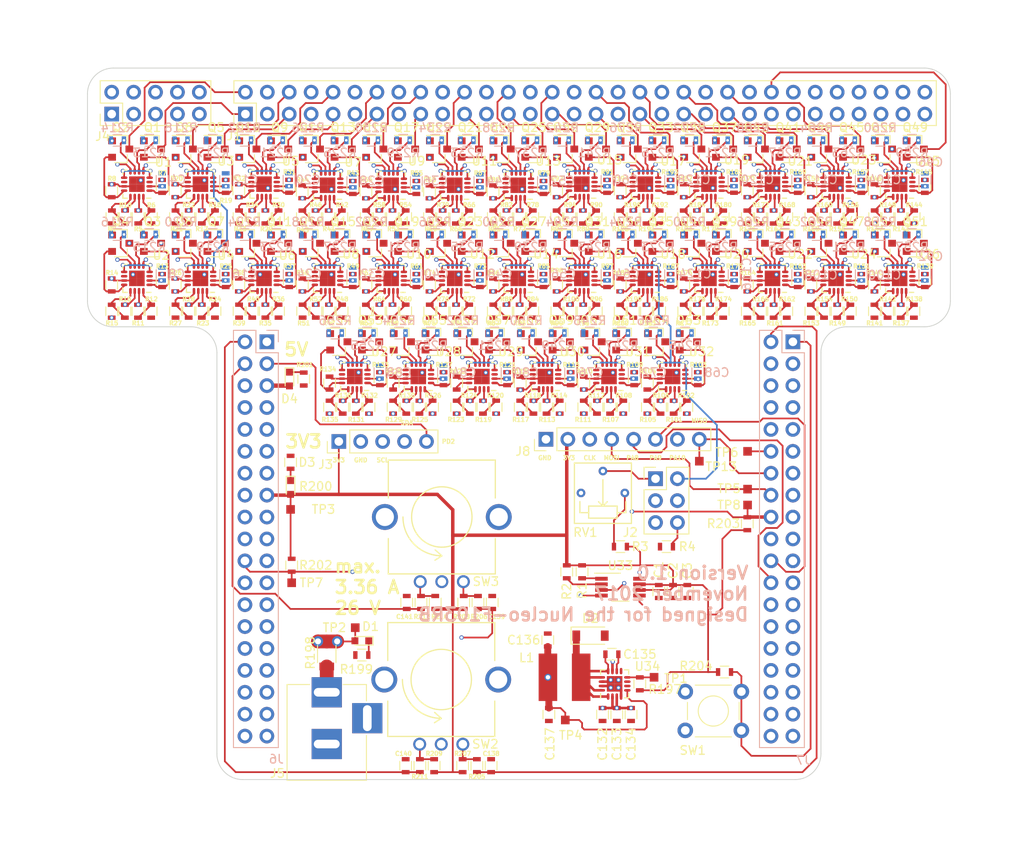
<source format=kicad_pcb>
(kicad_pcb (version 4) (host pcbnew 4.0.7-e2-6376~58~ubuntu17.04.1)
  (title_block (title "LED Driver Extension Board for the Nucleo-F103RB") (date 2017-11-27))
  (layers (0 S1.Cu signal) (1 S2.Cu signal) (2 V18.Cu mixed hide) (31 GND.Cu mixed hide) (34 B.Paste user) (35 F.Paste user) (36 B.SilkS user) (37 F.SilkS user) (38 B.Mask user) (39 F.Mask user) (44 Edge.Cuts user))
  (net 0 "")
  (net 1 +3V3)
  (net 2 GND)
  (net 3 V18)
  (net 4 "Net-(C135-Pad1)")
  (net 5 "Net-(C135-Pad2)")
  (net 6 E5V)
  (net 7 PC9)
  (net 8 PC11)
  (net 9 PC10)
  (net 10 PC12)
  (net 11 "Net-(D1-Pad1)")
  (net 12 "Net-(D3-Pad1)")
  (net 13 "Net-(D4-Pad1)")
  (net 14 LED_N_01)
  (net 15 LED_N_02)
  (net 16 LED_N_03)
  (net 17 LED_N_04)
  (net 18 LED_N_05)
  (net 19 LED_N_06)
  (net 20 LED_N_07)
  (net 21 LED_N_08)
  (net 22 LED_N_09)
  (net 23 LED_N_10)
  (net 24 LED_N_11)
  (net 25 LED_N_12)
  (net 26 LED_N_13)
  (net 27 LED_N_14)
  (net 28 LED_N_15)
  (net 29 LED_N_16)
  (net 30 LED_N_17)
  (net 31 LED_N_18)
  (net 32 LED_N_19)
  (net 33 LED_N_20)
  (net 34 LED_N_21)
  (net 35 LED_N_22)
  (net 36 LED_N_23)
  (net 37 LED_N_24)
  (net 38 LED_N_25)
  (net 39 LED_N_26)
  (net 40 LED_N_27)
  (net 41 LED_N_28)
  (net 42 LED_N_29)
  (net 43 LED_N_30)
  (net 44 LED_N_31)
  (net 45 LED_N_32)
  (net 46 LED_N_33)
  (net 47 LED_N_34)
  (net 48 LED_N_35)
  (net 49 LED_N_36)
  (net 50 LED_N_37)
  (net 51 LED_N_38)
  (net 52 LED_N_39)
  (net 53 LED_N_40)
  (net 54 LED_N_41)
  (net 55 LED_N_42)
  (net 56 LED_N_43)
  (net 57 LED_N_44)
  (net 58 LED_N_45)
  (net 59 LED_N_46)
  (net 60 LED_N_47)
  (net 61 LED_N_48)
  (net 62 LED_N_49)
  (net 63 LED_N_50)
  (net 64 LED_N_51)
  (net 65 LED_N_52)
  (net 66 LED_N_53)
  (net 67 LED_N_54)
  (net 68 LED_N_55)
  (net 69 LED_N_56)
  (net 70 LED_N_57)
  (net 71 LED_N_58)
  (net 72 LED_N_59)
  (net 73 LED_N_60)
  (net 74 LED_N_61)
  (net 75 LED_N_62)
  (net 76 LED_N_63)
  (net 77 LED_N_64)
  (net 78 "Net-(J2-Pad1)")
  (net 79 VSIG)
  (net 80 VDAC)
  (net 81 I2C_SCL)
  (net 82 I2C_SDA)
  (net 83 "Net-(J5-Pad1)")
  (net 84 PC8)
  (net 85 PA5)
  (net 86 PA7)
  (net 87 DC_OLED)
  (net 88 PA8)
  (net 89 CS_OLED)
  (net 90 "Net-(Q1-Pad1)")
  (net 91 "Net-(Q1-Pad2)")
  (net 92 "Net-(Q2-Pad1)")
  (net 93 "Net-(Q2-Pad2)")
  (net 94 "Net-(Q3-Pad1)")
  (net 95 "Net-(Q3-Pad2)")
  (net 96 "Net-(Q4-Pad1)")
  (net 97 "Net-(Q4-Pad2)")
  (net 98 "Net-(Q5-Pad1)")
  (net 99 "Net-(Q5-Pad2)")
  (net 100 "Net-(Q6-Pad1)")
  (net 101 "Net-(Q6-Pad2)")
  (net 102 "Net-(Q7-Pad1)")
  (net 103 "Net-(Q7-Pad2)")
  (net 104 "Net-(Q8-Pad1)")
  (net 105 "Net-(Q8-Pad2)")
  (net 106 "Net-(Q9-Pad1)")
  (net 107 "Net-(Q9-Pad2)")
  (net 108 "Net-(Q10-Pad1)")
  (net 109 "Net-(Q10-Pad2)")
  (net 110 "Net-(Q11-Pad1)")
  (net 111 "Net-(Q11-Pad2)")
  (net 112 "Net-(Q12-Pad1)")
  (net 113 "Net-(Q12-Pad2)")
  (net 114 "Net-(Q13-Pad1)")
  (net 115 "Net-(Q13-Pad2)")
  (net 116 "Net-(Q14-Pad1)")
  (net 117 "Net-(Q14-Pad2)")
  (net 118 "Net-(Q15-Pad1)")
  (net 119 "Net-(Q15-Pad2)")
  (net 120 "Net-(Q16-Pad1)")
  (net 121 "Net-(Q16-Pad2)")
  (net 122 "Net-(Q17-Pad1)")
  (net 123 "Net-(Q17-Pad2)")
  (net 124 "Net-(Q18-Pad1)")
  (net 125 "Net-(Q18-Pad2)")
  (net 126 "Net-(Q19-Pad1)")
  (net 127 "Net-(Q19-Pad2)")
  (net 128 "Net-(Q20-Pad1)")
  (net 129 "Net-(Q20-Pad2)")
  (net 130 "Net-(Q21-Pad1)")
  (net 131 "Net-(Q21-Pad2)")
  (net 132 "Net-(Q22-Pad1)")
  (net 133 "Net-(Q22-Pad2)")
  (net 134 "Net-(Q23-Pad1)")
  (net 135 "Net-(Q23-Pad2)")
  (net 136 "Net-(Q24-Pad1)")
  (net 137 "Net-(Q24-Pad2)")
  (net 138 "Net-(Q25-Pad1)")
  (net 139 "Net-(Q25-Pad2)")
  (net 140 "Net-(Q26-Pad1)")
  (net 141 "Net-(Q26-Pad2)")
  (net 142 "Net-(R1-Pad2)")
  (net 143 "Net-(R2-Pad2)")
  (net 144 "Net-(R3-Pad1)")
  (net 145 "Net-(R5-Pad1)")
  (net 146 "Net-(R5-Pad2)")
  (net 147 "Net-(R10-Pad1)")
  (net 148 "Net-(R10-Pad2)")
  (net 149 "Net-(R11-Pad1)")
  (net 150 "Net-(R11-Pad2)")
  (net 151 "Net-(R15-Pad2)")
  (net 152 "Net-(R16-Pad2)")
  (net 153 "Net-(R17-Pad1)")
  (net 154 "Net-(R17-Pad2)")
  (net 155 "Net-(R21-Pad2)")
  (net 156 "Net-(R22-Pad2)")
  (net 157 "Net-(R23-Pad1)")
  (net 158 "Net-(R23-Pad2)")
  (net 159 "Net-(R27-Pad2)")
  (net 160 "Net-(R28-Pad2)")
  (net 161 "Net-(R29-Pad1)")
  (net 162 "Net-(R29-Pad2)")
  (net 163 "Net-(R33-Pad2)")
  (net 164 "Net-(R34-Pad2)")
  (net 165 "Net-(R35-Pad1)")
  (net 166 "Net-(R35-Pad2)")
  (net 167 "Net-(R39-Pad2)")
  (net 168 "Net-(R40-Pad2)")
  (net 169 "Net-(R41-Pad1)")
  (net 170 "Net-(R41-Pad2)")
  (net 171 "Net-(R45-Pad2)")
  (net 172 "Net-(R46-Pad2)")
  (net 173 "Net-(R47-Pad1)")
  (net 174 "Net-(R47-Pad2)")
  (net 175 "Net-(R51-Pad2)")
  (net 176 "Net-(R52-Pad2)")
  (net 177 "Net-(R53-Pad1)")
  (net 178 "Net-(R53-Pad2)")
  (net 179 "Net-(R57-Pad2)")
  (net 180 "Net-(R58-Pad2)")
  (net 181 "Net-(R59-Pad1)")
  (net 182 "Net-(R59-Pad2)")
  (net 183 "Net-(R63-Pad2)")
  (net 184 "Net-(R64-Pad2)")
  (net 185 "Net-(R65-Pad1)")
  (net 186 "Net-(R65-Pad2)")
  (net 187 "Net-(R69-Pad2)")
  (net 188 "Net-(R70-Pad2)")
  (net 189 "Net-(R71-Pad1)")
  (net 190 "Net-(R71-Pad2)")
  (net 191 "Net-(R75-Pad2)")
  (net 192 "Net-(R76-Pad2)")
  (net 193 "Net-(R77-Pad1)")
  (net 194 "Net-(R77-Pad2)")
  (net 195 "Net-(R81-Pad2)")
  (net 196 "Net-(R82-Pad2)")
  (net 197 "Net-(R83-Pad1)")
  (net 198 "Net-(R83-Pad2)")
  (net 199 "Net-(R87-Pad2)")
  (net 200 "Net-(R88-Pad2)")
  (net 201 "Net-(R89-Pad1)")
  (net 202 "Net-(R89-Pad2)")
  (net 203 "Net-(R93-Pad2)")
  (net 204 "Net-(R94-Pad2)")
  (net 205 "Net-(R95-Pad1)")
  (net 206 "Net-(R95-Pad2)")
  (net 207 "Net-(R100-Pad1)")
  (net 208 "Net-(R100-Pad2)")
  (net 209 "Net-(R101-Pad1)")
  (net 210 "Net-(R101-Pad2)")
  (net 211 "Net-(R105-Pad2)")
  (net 212 "Net-(R106-Pad2)")
  (net 213 "Net-(R107-Pad1)")
  (net 214 "Net-(R107-Pad2)")
  (net 215 "Net-(R111-Pad2)")
  (net 216 "Net-(R112-Pad2)")
  (net 217 "Net-(R113-Pad1)")
  (net 218 "Net-(R113-Pad2)")
  (net 219 "Net-(R117-Pad2)")
  (net 220 "Net-(R118-Pad2)")
  (net 221 "Net-(R119-Pad1)")
  (net 222 "Net-(R119-Pad2)")
  (net 223 "Net-(R123-Pad2)")
  (net 224 "Net-(R124-Pad2)")
  (net 225 "Net-(R125-Pad1)")
  (net 226 "Net-(R125-Pad2)")
  (net 227 "Net-(R129-Pad2)")
  (net 228 "Net-(R130-Pad2)")
  (net 229 "Net-(R131-Pad1)")
  (net 230 "Net-(R131-Pad2)")
  (net 231 "Net-(R135-Pad2)")
  (net 232 "Net-(R136-Pad2)")
  (net 233 "Net-(R137-Pad1)")
  (net 234 "Net-(R137-Pad2)")
  (net 235 "Net-(R141-Pad2)")
  (net 236 "Net-(R142-Pad2)")
  (net 237 "Net-(R143-Pad1)")
  (net 238 "Net-(R143-Pad2)")
  (net 239 "Net-(R147-Pad2)")
  (net 240 "Net-(R148-Pad2)")
  (net 241 "Net-(R149-Pad1)")
  (net 242 "Net-(R149-Pad2)")
  (net 243 "Net-(R153-Pad2)")
  (net 244 "Net-(R154-Pad2)")
  (net 245 "Net-(R155-Pad1)")
  (net 246 "Net-(R155-Pad2)")
  (net 247 "Net-(R159-Pad2)")
  (net 248 "Net-(R160-Pad2)")
  (net 249 "Net-(R161-Pad1)")
  (net 250 "Net-(R161-Pad2)")
  (net 251 "Net-(R165-Pad2)")
  (net 252 "Net-(R166-Pad2)")
  (net 253 "Net-(R167-Pad1)")
  (net 254 "Net-(R167-Pad2)")
  (net 255 "Net-(R171-Pad2)")
  (net 256 "Net-(R172-Pad2)")
  (net 257 "Net-(R173-Pad1)")
  (net 258 "Net-(R173-Pad2)")
  (net 259 "Net-(R177-Pad2)")
  (net 260 "Net-(R178-Pad2)")
  (net 261 "Net-(R179-Pad1)")
  (net 262 "Net-(R179-Pad2)")
  (net 263 "Net-(R183-Pad2)")
  (net 264 "Net-(R184-Pad2)")
  (net 265 "Net-(R185-Pad1)")
  (net 266 "Net-(R185-Pad2)")
  (net 267 "Net-(R189-Pad2)")
  (net 268 "Net-(R190-Pad2)")
  (net 269 "Net-(R191-Pad1)")
  (net 270 "Net-(R191-Pad2)")
  (net 271 "Net-(R195-Pad2)")
  (net 272 "Net-(R196-Pad2)")
  (net 273 "Net-(R197-Pad2)")
  (net 274 "Net-(R205-Pad2)")
  (net 275 "Net-(R206-Pad2)")
  (net 276 "Net-(R209-Pad2)")
  (net 277 "Net-(R210-Pad2)")
  (net 278 "Net-(Q27-Pad1)")
  (net 279 "Net-(Q27-Pad2)")
  (net 280 "Net-(Q28-Pad1)")
  (net 281 "Net-(Q28-Pad2)")
  (net 282 "Net-(Q29-Pad1)")
  (net 283 "Net-(Q29-Pad2)")
  (net 284 "Net-(Q30-Pad1)")
  (net 285 "Net-(Q30-Pad2)")
  (net 286 "Net-(Q31-Pad1)")
  (net 287 "Net-(Q31-Pad2)")
  (net 288 "Net-(Q32-Pad1)")
  (net 289 "Net-(Q32-Pad2)")
  (net 290 LIGHT_INT)
  (net 291 PA6)
  (net 292 "Net-(Q33-Pad1)")
  (net 293 "Net-(Q33-Pad2)")
  (net 294 "Net-(Q34-Pad1)")
  (net 295 "Net-(Q35-Pad1)")
  (net 296 "Net-(Q35-Pad2)")
  (net 297 "Net-(Q36-Pad1)")
  (net 298 "Net-(Q37-Pad1)")
  (net 299 "Net-(Q37-Pad2)")
  (net 300 "Net-(Q38-Pad1)")
  (net 301 "Net-(Q39-Pad1)")
  (net 302 "Net-(Q39-Pad2)")
  (net 303 "Net-(Q40-Pad1)")
  (net 304 "Net-(Q41-Pad1)")
  (net 305 "Net-(Q41-Pad2)")
  (net 306 "Net-(Q42-Pad1)")
  (net 307 "Net-(Q43-Pad1)")
  (net 308 "Net-(Q43-Pad2)")
  (net 309 "Net-(Q44-Pad1)")
  (net 310 "Net-(Q45-Pad1)")
  (net 311 "Net-(Q45-Pad2)")
  (net 312 "Net-(Q46-Pad1)")
  (net 313 "Net-(Q47-Pad1)")
  (net 314 "Net-(Q47-Pad2)")
  (net 315 "Net-(Q48-Pad1)")
  (net 316 "Net-(Q49-Pad1)")
  (net 317 "Net-(Q49-Pad2)")
  (net 318 "Net-(Q50-Pad1)")
  (net 319 "Net-(Q51-Pad1)")
  (net 320 "Net-(Q51-Pad2)")
  (net 321 "Net-(Q52-Pad1)")
  (net 322 "Net-(Q53-Pad1)")
  (net 323 "Net-(Q53-Pad2)")
  (net 324 "Net-(Q54-Pad1)")
  (net 325 "Net-(Q55-Pad1)")
  (net 326 "Net-(Q55-Pad2)")
  (net 327 "Net-(Q56-Pad1)")
  (net 328 "Net-(Q57-Pad1)")
  (net 329 "Net-(Q57-Pad2)")
  (net 330 "Net-(Q58-Pad1)")
  (net 331 "Net-(Q59-Pad1)")
  (net 332 "Net-(Q59-Pad2)")
  (net 333 "Net-(Q60-Pad1)")
  (net 334 "Net-(Q61-Pad1)")
  (net 335 "Net-(Q61-Pad2)")
  (net 336 "Net-(Q62-Pad1)")
  (net 337 "Net-(Q63-Pad1)")
  (net 338 "Net-(Q63-Pad2)")
  (net 339 "Net-(Q64-Pad1)")
  (net 340 "Net-(R213-Pad2)")
  (net 341 "Net-(R214-Pad1)")
  (net 342 "Net-(R215-Pad2)")
  (net 343 "Net-(R216-Pad1)")
  (net 344 "Net-(R217-Pad2)")
  (net 345 "Net-(R218-Pad1)")
  (net 346 "Net-(R219-Pad2)")
  (net 347 "Net-(R220-Pad1)")
  (net 348 "Net-(R221-Pad2)")
  (net 349 "Net-(R222-Pad1)")
  (net 350 "Net-(R223-Pad2)")
  (net 351 "Net-(R224-Pad1)")
  (net 352 "Net-(R225-Pad2)")
  (net 353 "Net-(R226-Pad1)")
  (net 354 "Net-(R227-Pad2)")
  (net 355 "Net-(R228-Pad1)")
  (net 356 "Net-(R229-Pad2)")
  (net 357 "Net-(R230-Pad1)")
  (net 358 "Net-(R231-Pad2)")
  (net 359 "Net-(R232-Pad1)")
  (net 360 "Net-(R233-Pad2)")
  (net 361 "Net-(R234-Pad1)")
  (net 362 "Net-(R235-Pad2)")
  (net 363 "Net-(R236-Pad1)")
  (net 364 "Net-(R237-Pad2)")
  (net 365 "Net-(R238-Pad1)")
  (net 366 "Net-(R239-Pad2)")
  (net 367 "Net-(R240-Pad1)")
  (net 368 "Net-(R241-Pad2)")
  (net 369 "Net-(R242-Pad1)")
  (net 370 "Net-(R243-Pad2)")
  (net 371 "Net-(R244-Pad1)")
  (net 372 "Net-(R245-Pad2)")
  (net 373 "Net-(R246-Pad1)")
  (net 374 "Net-(R247-Pad2)")
  (net 375 "Net-(R248-Pad1)")
  (net 376 "Net-(R249-Pad2)")
  (net 377 "Net-(R250-Pad1)")
  (net 378 "Net-(R251-Pad2)")
  (net 379 "Net-(R252-Pad1)")
  (net 380 "Net-(R253-Pad2)")
  (net 381 "Net-(R254-Pad1)")
  (net 382 "Net-(R255-Pad2)")
  (net 383 "Net-(R256-Pad1)")
  (net 384 "Net-(R257-Pad2)")
  (net 385 "Net-(R258-Pad1)")
  (net 386 "Net-(R259-Pad2)")
  (net 387 "Net-(R260-Pad1)")
  (net 388 "Net-(R261-Pad2)")
  (net 389 "Net-(R262-Pad1)")
  (net 390 "Net-(R263-Pad2)")
  (net 391 "Net-(R264-Pad1)")
  (net 392 "Net-(R265-Pad2)")
  (net 393 "Net-(R266-Pad1)")
  (net 394 "Net-(R267-Pad2)")
  (net 395 "Net-(R268-Pad1)")
  (net 396 "Net-(R269-Pad2)")
  (net 397 "Net-(R270-Pad1)")
  (net 398 "Net-(R271-Pad2)")
  (net 399 "Net-(R272-Pad1)")
  (net 400 "Net-(R273-Pad2)")
  (net 401 "Net-(R274-Pad1)")
  (net 402 "Net-(R275-Pad2)")
  (net 403 "Net-(R276-Pad1)")
  (net 404 "Net-(Q34-Pad2)")
  (net 405 "Net-(Q36-Pad2)")
  (net 406 "Net-(Q38-Pad2)")
  (net 407 "Net-(Q40-Pad2)")
  (net 408 "Net-(Q42-Pad2)")
  (net 409 "Net-(Q44-Pad2)")
  (net 410 "Net-(Q46-Pad2)")
  (net 411 "Net-(Q48-Pad2)")
  (net 412 "Net-(Q50-Pad2)")
  (net 413 "Net-(Q52-Pad2)")
  (net 414 "Net-(Q54-Pad2)")
  (net 415 "Net-(Q56-Pad2)")
  (net 416 "Net-(Q58-Pad2)")
  (net 417 "Net-(Q60-Pad2)")
  (net 418 "Net-(Q62-Pad2)")
  (net 419 "Net-(Q64-Pad2)")
  (module Resistors_SMD:R_0603 (layer S1.Cu) (at 136.525 127.889 90)
    (fp_text reference R211 (at -1.27 0 180) (layer F.SilkS) (effects (font (size 0.5 0.5) (thickness 0.125))))
    (fp_text value 10k)
    (pad 1 smd rect (at -0.75 0 90) (size 0.5 0.9) (layers S1.Cu F.Paste F.Mask) (net 9 PC10))
    (pad 2 smd rect (at 0.75 0 90) (size 0.5 0.9) (layers S1.Cu F.Paste F.Mask) (net 276 "Net-(R209-Pad2)"))
  )
  (module Resistors_SMD:R_0603 (layer S1.Cu) (at 134.874 127.889 90)
    (fp_text reference C140 (at 1.397 -0.254 180) (layer F.SilkS) (effects (font (size 0.5 0.5) (thickness 0.125))))
    (fp_text value 10n)
    (pad 1 smd rect (at -0.75 0 90) (size 0.5 0.9) (layers S1.Cu F.Paste F.Mask) (net 9 PC10))
    (pad 2 smd rect (at 0.75 0 90) (size 0.5 0.9) (layers S1.Cu F.Paste F.Mask) (net 2 GND))
  )
  (module Resistors_SMD:R_0603 (layer S1.Cu) (at 122.936 75.184 90)
    (fp_text reference R51 (at -1.397 0.127 180) (layer F.SilkS) (effects (font (size 0.5 0.5) (thickness 0.125))))
    (fp_text value 20k)
    (pad 1 smd rect (at -0.75 0 90) (size 0.5 0.9) (layers S1.Cu F.Paste F.Mask) (net 2 GND))
    (pad 2 smd rect (at 0.75 0 90) (size 0.5 0.9) (layers S1.Cu F.Paste F.Mask) (net 175 "Net-(R51-Pad2)"))
  )
  (module LEDs:LED_0603 (layer S1.Cu) (at 121.539 95.631 270)
    (fp_text reference D3 (at -2.921 -1.905 360) (layer F.SilkS))
    (fp_text value LED)
    (pad 2 smd rect (at 0.8 0 90) (size 0.8 0.8) (layers S1.Cu F.Paste F.Mask) (net 1 +3V3))
    (pad 1 smd rect (at -0.8 0 90) (size 0.8 0.8) (layers S1.Cu F.Paste F.Mask) (net 12 "Net-(D3-Pad1)"))
  )
  (module Resistors_SMD:R_0603 (layer S1.Cu) (at 121.539 92.71 90)
    (fp_text reference R200 (at -2.794 2.921 180) (layer F.SilkS))
    (fp_text value 20R)
    (pad 1 smd rect (at -0.75 0 90) (size 0.5 0.9) (layers S1.Cu F.Paste F.Mask) (net 12 "Net-(D3-Pad1)"))
    (pad 2 smd rect (at 0.75 0 90) (size 0.5 0.9) (layers S1.Cu F.Paste F.Mask) (net 2 GND))
  )
  (module Resistors_SMD:R_0603 (layer S1.Cu) (at 171.831 117.0305)
    (fp_text reference R204 (at -3.302 -0.6985) (layer F.SilkS))
    (fp_text value 10k)
    (pad 1 smd rect (at -0.75 0) (size 0.5 0.9) (layers S1.Cu F.Paste F.Mask) (net 1 +3V3))
    (pad 2 smd rect (at 0.75 0) (size 0.5 0.9) (layers S1.Cu F.Paste F.Mask) (net 84 PC8))
  )
  (module Resistors_SMD:R_0603 (layer S1.Cu) (at 144.78 127.889 90)
    (fp_text reference C138 (at 1.397 0 180) (layer F.SilkS) (effects (font (size 0.5 0.5) (thickness 0.125))))
    (fp_text value 10n)
    (pad 1 smd rect (at -0.75 0 90) (size 0.5 0.9) (layers S1.Cu F.Paste F.Mask) (net 7 PC9))
    (pad 2 smd rect (at 0.75 0 90) (size 0.5 0.9) (layers S1.Cu F.Paste F.Mask) (net 2 GND))
  )
  (module Resistors_SMD:R_0603 (layer S1.Cu) (at 143.129 127.889 90)
    (fp_text reference R205 (at -1.27 0 180) (layer F.SilkS) (effects (font (size 0.5 0.5) (thickness 0.125))))
    (fp_text value 10k)
    (pad 1 smd rect (at -0.75 0 90) (size 0.5 0.9) (layers S1.Cu F.Paste F.Mask) (net 7 PC9))
    (pad 2 smd rect (at 0.75 0 90) (size 0.5 0.9) (layers S1.Cu F.Paste F.Mask) (net 274 "Net-(R205-Pad2)"))
  )
  (module Resistors_SMD:R_0603 (layer S1.Cu) (at 135.001 108.966 90)
    (fp_text reference C141 (at -1.651 -0.254 180) (layer F.SilkS) (effects (font (size 0.5 0.5) (thickness 0.125))))
    (fp_text value 10n)
    (pad 1 smd rect (at -0.75 0 90) (size 0.5 0.9) (layers S1.Cu F.Paste F.Mask) (net 10 PC12))
    (pad 2 smd rect (at 0.75 0 90) (size 0.5 0.9) (layers S1.Cu F.Paste F.Mask) (net 2 GND))
  )
  (module Resistors_SMD:R_0603 (layer S1.Cu) (at 143.256 108.966 90)
    (fp_text reference R206 (at -1.651 0.127 180) (layer F.SilkS) (effects (font (size 0.5 0.5) (thickness 0.125))))
    (fp_text value 10k)
    (pad 1 smd rect (at -0.75 0 90) (size 0.5 0.9) (layers S1.Cu F.Paste F.Mask) (net 8 PC11))
    (pad 2 smd rect (at 0.75 0 90) (size 0.5 0.9) (layers S1.Cu F.Paste F.Mask) (net 275 "Net-(R206-Pad2)"))
  )
  (module Resistors_SMD:R_0603 (layer S1.Cu) (at 144.907 108.966 90)
    (fp_text reference C139 (at -1.651 0.508 180) (layer F.SilkS) (effects (font (size 0.5 0.5) (thickness 0.125))))
    (fp_text value 10n)
    (pad 1 smd rect (at -0.75 0 90) (size 0.5 0.9) (layers S1.Cu F.Paste F.Mask) (net 8 PC11))
    (pad 2 smd rect (at 0.75 0 90) (size 0.5 0.9) (layers S1.Cu F.Paste F.Mask) (net 2 GND))
  )
  (module MyTestpoints:TP_SMD_quadr_1mm (layer S1.Cu) (at 129.032 111.887)
    (fp_text reference TP2 (at -2.413 0) (layer F.SilkS))
    (fp_text value V18)
    (pad 1 smd rect (at 0 0) (size 1 1) (layers S1.Cu F.Paste F.Mask) (net 3 V18))
  )
  (module Diodes_SMD:D_SOD-123 (layer S1.Cu) (at 156.296 112.812)
    (fp_text reference D2 (at 0 -2) (layer F.SilkS))
    (fp_text value D_Schottky)
    (pad 1 smd rect (at -1.65 0) (size 0.9 1.2) (layers S1.Cu F.Paste F.Mask) (net 4 "Net-(C135-Pad1)"))
    (pad 2 smd rect (at 1.65 0) (size 0.9 1.2) (layers S1.Cu F.Paste F.Mask) (net 2 GND))
  )
  (module QFN:QFN-16-1EP_3x3mm_Pitch0.5mm (layer S1.Cu) (at 103.729 71.384 180)
    (fp_text reference U2 (at -2.824 2.677 180) (layer F.SilkS))
    (fp_text value LM324QT)
    (pad 1 smd oval (at -1.475 -0.75 180) (size 0.75 0.3) (layers S1.Cu F.Paste F.Mask) (net 95 "Net-(Q3-Pad2)"))
    (pad 2 smd oval (at -1.475 -0.25 180) (size 0.75 0.3) (layers S1.Cu F.Paste F.Mask) (net 3 V18))
    (pad 3 smd oval (at -1.475 0.25 180) (size 0.75 0.3) (layers S1.Cu F.Paste F.Mask))
    (pad 4 smd oval (at -1.475 0.75 180) (size 0.75 0.3) (layers S1.Cu F.Paste F.Mask) (net 79 VSIG))
    (pad 5 smd oval (at -0.75 1.475 270) (size 0.75 0.3) (layers S1.Cu F.Paste F.Mask) (net 150 "Net-(R11-Pad2)"))
    (pad 6 smd oval (at -0.25 1.475 270) (size 0.75 0.3) (layers S1.Cu F.Paste F.Mask) (net 342 "Net-(R215-Pad2)"))
    (pad 7 smd oval (at 0.25 1.475 270) (size 0.75 0.3) (layers S1.Cu F.Paste F.Mask) (net 343 "Net-(R216-Pad1)"))
    (pad 8 smd oval (at 0.75 1.475 270) (size 0.75 0.3) (layers S1.Cu F.Paste F.Mask) (net 152 "Net-(R16-Pad2)"))
    (pad 9 smd oval (at 1.475 0.75 180) (size 0.75 0.3) (layers S1.Cu F.Paste F.Mask) (net 79 VSIG))
    (pad 10 smd oval (at 1.475 0.25 180) (size 0.75 0.3) (layers S1.Cu F.Paste F.Mask))
    (pad 11 smd oval (at 1.475 -0.25 180) (size 0.75 0.3) (layers S1.Cu F.Paste F.Mask) (net 2 GND))
    (pad 12 smd oval (at 1.475 -0.75 180) (size 0.75 0.3) (layers S1.Cu F.Paste F.Mask) (net 97 "Net-(Q4-Pad2)"))
    (pad 13 smd oval (at 0.75 -1.475 270) (size 0.75 0.3) (layers S1.Cu F.Paste F.Mask) (net 151 "Net-(R15-Pad2)"))
    (pad 14 smd oval (at 0.25 -1.475 270) (size 0.75 0.3) (layers S1.Cu F.Paste F.Mask) (net 152 "Net-(R16-Pad2)"))
    (pad 15 smd oval (at -0.25 -1.475 270) (size 0.75 0.3) (layers S1.Cu F.Paste F.Mask) (net 150 "Net-(R11-Pad2)"))
    (pad 16 smd oval (at -0.75 -1.475 270) (size 0.75 0.3) (layers S1.Cu F.Paste F.Mask) (net 149 "Net-(R11-Pad1)"))
    (pad 17 smd rect (at 0.45 0.45 180) (size 0.9 0.9) (layers S1.Cu F.Paste F.Mask))
    (pad 17 smd rect (at 0.45 -0.45 180) (size 0.9 0.9) (layers S1.Cu F.Paste F.Mask))
    (pad 17 smd rect (at -0.45 0.45 180) (size 0.9 0.9) (layers S1.Cu F.Paste F.Mask))
    (pad 17 smd rect (at -0.45 -0.45 180) (size 0.9 0.9) (layers S1.Cu F.Paste F.Mask))
  )
  (module Resistors_SMD:R_0603 (layer S1.Cu) (at 164.211 107.696 270)
    (fp_text reference C1 (at -2.54 0 270) (layer F.SilkS))
    (fp_text value 10n)
    (pad 1 smd rect (at -0.75 0 270) (size 0.5 0.9) (layers S1.Cu F.Paste F.Mask) (net 1 +3V3))
    (pad 2 smd rect (at 0.75 0 270) (size 0.5 0.9) (layers S1.Cu F.Paste F.Mask) (net 2 GND))
  )
  (module Resistors_SMD:R_0603 (layer S1.Cu) (at 165.862 107.696 270)
    (fp_text reference C2 (at -2.413 0 270) (layer F.SilkS))
    (fp_text value 100n)
    (pad 1 smd rect (at -0.75 0 270) (size 0.5 0.9) (layers S1.Cu F.Paste F.Mask) (net 1 +3V3))
    (pad 2 smd rect (at 0.75 0 270) (size 0.5 0.9) (layers S1.Cu F.Paste F.Mask) (net 2 GND))
  )
  (module Resistors_SMD:R_0603 (layer S1.Cu) (at 167.513 107.696 270)
    (fp_text reference C3 (at -2.413 0 270) (layer F.SilkS))
    (fp_text value 10u)
    (pad 1 smd rect (at -0.75 0 270) (size 0.5 0.9) (layers S1.Cu F.Paste F.Mask) (net 1 +3V3))
    (pad 2 smd rect (at 0.75 0 270) (size 0.5 0.9) (layers S1.Cu F.Paste F.Mask) (net 2 GND))
  )
  (module Resistors_SMD:R_0603 (layer GND.Cu) (at 106.65 59.954 90)
    (fp_text reference C4 (at 0.01 1.808 180) (layer B.SilkS) (effects (justify mirror)))
    (fp_text value 1u)
    (pad 1 smd rect (at -0.75 0 90) (size 0.5 0.9) (layers GND.Cu B.Paste B.Mask) (net 3 V18))
    (pad 2 smd rect (at 0.75 0 90) (size 0.5 0.9) (layers GND.Cu B.Paste B.Mask) (net 2 GND))
  )
  (module Resistors_SMD:R_0603 (layer GND.Cu) (at 106.65 70.876 90)
    (fp_text reference C8 (at 0.01 1.681 180) (layer B.SilkS) (effects (justify mirror)))
    (fp_text value 1u)
    (pad 1 smd rect (at -0.75 0 90) (size 0.5 0.9) (layers GND.Cu B.Paste B.Mask) (net 3 V18))
    (pad 2 smd rect (at 0.75 0 90) (size 0.5 0.9) (layers GND.Cu B.Paste B.Mask) (net 2 GND))
  )
  (module Resistors_SMD:R_0603 (layer GND.Cu) (at 114.016 59.954 90)
    (fp_text reference C12 (at 0.01 2.316 180) (layer B.SilkS) (effects (justify mirror)))
    (fp_text value 1u)
    (pad 1 smd rect (at -0.75 0 90) (size 0.5 0.9) (layers GND.Cu B.Paste B.Mask) (net 3 V18))
    (pad 2 smd rect (at 0.75 0 90) (size 0.5 0.9) (layers GND.Cu B.Paste B.Mask) (net 2 GND))
  )
  (module Resistors_SMD:R_0603 (layer GND.Cu) (at 114.016 70.876 90)
    (fp_text reference C16 (at 0.01 2.189 180) (layer B.SilkS) (effects (justify mirror)))
    (fp_text value 1u)
    (pad 1 smd rect (at -0.75 0 90) (size 0.5 0.9) (layers GND.Cu B.Paste B.Mask) (net 3 V18))
    (pad 2 smd rect (at 0.75 0 90) (size 0.5 0.9) (layers GND.Cu B.Paste B.Mask) (net 2 GND))
  )
  (module Resistors_SMD:R_0603 (layer GND.Cu) (at 121.3612 59.944 90)
    (fp_text reference C20 (at 0 2.2098 180) (layer B.SilkS) (effects (justify mirror)))
    (fp_text value 1u)
    (pad 1 smd rect (at -0.75 0 90) (size 0.5 0.9) (layers GND.Cu B.Paste B.Mask) (net 3 V18))
    (pad 2 smd rect (at 0.75 0 90) (size 0.5 0.9) (layers GND.Cu B.Paste B.Mask) (net 2 GND))
  )
  (module Resistors_SMD:R_0603 (layer GND.Cu) (at 121.382 70.876 90)
    (fp_text reference C24 (at 0.01 2.316 180) (layer B.SilkS) (effects (justify mirror)))
    (fp_text value 1u)
    (pad 1 smd rect (at -0.75 0 90) (size 0.5 0.9) (layers GND.Cu B.Paste B.Mask) (net 3 V18))
    (pad 2 smd rect (at 0.75 0 90) (size 0.5 0.9) (layers GND.Cu B.Paste B.Mask) (net 2 GND))
  )
  (module Resistors_SMD:R_0603 (layer GND.Cu) (at 128.748 60.081 90)
    (fp_text reference C28 (at 0.01 2.189 180) (layer B.SilkS) (effects (justify mirror)))
    (fp_text value 1u)
    (pad 1 smd rect (at -0.75 0 90) (size 0.5 0.9) (layers GND.Cu B.Paste B.Mask) (net 3 V18))
    (pad 2 smd rect (at 0.75 0 90) (size 0.5 0.9) (layers GND.Cu B.Paste B.Mask) (net 2 GND))
  )
  (module Resistors_SMD:R_0603 (layer GND.Cu) (at 128.748 70.876 90)
    (fp_text reference C32 (at 0.01 2.316 180) (layer B.SilkS) (effects (justify mirror)))
    (fp_text value 1u)
    (pad 1 smd rect (at -0.75 0 90) (size 0.5 0.9) (layers GND.Cu B.Paste B.Mask) (net 3 V18))
    (pad 2 smd rect (at 0.75 0 90) (size 0.5 0.9) (layers GND.Cu B.Paste B.Mask) (net 2 GND))
  )
  (module Resistors_SMD:R_0603 (layer GND.Cu) (at 136.114 60.081 90)
    (fp_text reference C36 (at 0.01 2.189 180) (layer B.SilkS) (effects (justify mirror)))
    (fp_text value 1u)
    (pad 1 smd rect (at -0.75 0 90) (size 0.5 0.9) (layers GND.Cu B.Paste B.Mask) (net 3 V18))
    (pad 2 smd rect (at 0.75 0 90) (size 0.5 0.9) (layers GND.Cu B.Paste B.Mask) (net 2 GND))
  )
  (module Resistors_SMD:R_0603 (layer GND.Cu) (at 136.114 70.876 90)
    (fp_text reference C40 (at 0.01 2.316 180) (layer B.SilkS) (effects (justify mirror)))
    (fp_text value 1u)
    (pad 1 smd rect (at -0.75 0 90) (size 0.5 0.9) (layers GND.Cu B.Paste B.Mask) (net 3 V18))
    (pad 2 smd rect (at 0.75 0 90) (size 0.5 0.9) (layers GND.Cu B.Paste B.Mask) (net 2 GND))
  )
  (module Resistors_SMD:R_0603 (layer GND.Cu) (at 143.48 60.081 90)
    (fp_text reference C44 (at 0.01 2.189 180) (layer B.SilkS) (effects (justify mirror)))
    (fp_text value 1u)
    (pad 1 smd rect (at -0.75 0 90) (size 0.5 0.9) (layers GND.Cu B.Paste B.Mask) (net 3 V18))
    (pad 2 smd rect (at 0.75 0 90) (size 0.5 0.9) (layers GND.Cu B.Paste B.Mask) (net 2 GND))
  )
  (module Resistors_SMD:R_0603 (layer GND.Cu) (at 143.48 70.876 90)
    (fp_text reference C48 (at 0.01 2.316 180) (layer B.SilkS) (effects (justify mirror)))
    (fp_text value 1u)
    (pad 1 smd rect (at -0.75 0 90) (size 0.5 0.9) (layers GND.Cu B.Paste B.Mask) (net 3 V18))
    (pad 2 smd rect (at 0.75 0 90) (size 0.5 0.9) (layers GND.Cu B.Paste B.Mask) (net 2 GND))
  )
  (module Resistors_SMD:R_0603 (layer GND.Cu) (at 150.846 60.081 90)
    (fp_text reference C52 (at 0.01 2.189 180) (layer B.SilkS) (effects (justify mirror)))
    (fp_text value 1u)
    (pad 1 smd rect (at -0.75 0 90) (size 0.5 0.9) (layers GND.Cu B.Paste B.Mask) (net 3 V18))
    (pad 2 smd rect (at 0.75 0 90) (size 0.5 0.9) (layers GND.Cu B.Paste B.Mask) (net 2 GND))
  )
  (module Resistors_SMD:R_0603 (layer GND.Cu) (at 150.846 70.876 90)
    (fp_text reference C56 (at 0.01 2.316 180) (layer B.SilkS) (effects (justify mirror)))
    (fp_text value 1u)
    (pad 1 smd rect (at -0.75 0 90) (size 0.5 0.9) (layers GND.Cu B.Paste B.Mask) (net 3 V18))
    (pad 2 smd rect (at 0.75 0 90) (size 0.5 0.9) (layers GND.Cu B.Paste B.Mask) (net 2 GND))
  )
  (module Resistors_SMD:R_0603 (layer GND.Cu) (at 158.212 59.954 90)
    (fp_text reference C60 (at 0.01 2.189 180) (layer B.SilkS) (effects (justify mirror)))
    (fp_text value 1u)
    (pad 1 smd rect (at -0.75 0 90) (size 0.5 0.9) (layers GND.Cu B.Paste B.Mask) (net 3 V18))
    (pad 2 smd rect (at 0.75 0 90) (size 0.5 0.9) (layers GND.Cu B.Paste B.Mask) (net 2 GND))
  )
  (module Resistors_SMD:R_0603 (layer GND.Cu) (at 158.212 70.876 90)
    (fp_text reference C64 (at 0.01 2.316 180) (layer B.SilkS) (effects (justify mirror)))
    (fp_text value 1u)
    (pad 1 smd rect (at -0.75 0 90) (size 0.5 0.9) (layers GND.Cu B.Paste B.Mask) (net 3 V18))
    (pad 2 smd rect (at 0.75 0 90) (size 0.5 0.9) (layers GND.Cu B.Paste B.Mask) (net 2 GND))
  )
  (module Resistors_SMD:R_0603 (layer GND.Cu) (at 168.7276 82.2552 90)
    (fp_text reference C68 (at -0.0408 2.2144 180) (layer B.SilkS) (effects (justify mirror)))
    (fp_text value 1u)
    (pad 1 smd rect (at -0.75 0 90) (size 0.5 0.9) (layers GND.Cu B.Paste B.Mask) (net 3 V18))
    (pad 2 smd rect (at 0.75 0 90) (size 0.5 0.9) (layers GND.Cu B.Paste B.Mask) (net 2 GND))
  )
  (module Resistors_SMD:R_0603 (layer GND.Cu) (at 161.3616 82.2552 90)
    (fp_text reference C72 (at -0.0408 2.3414 180) (layer B.SilkS) (effects (justify mirror)))
    (fp_text value 1u)
    (pad 1 smd rect (at -0.75 0 90) (size 0.5 0.9) (layers GND.Cu B.Paste B.Mask) (net 3 V18))
    (pad 2 smd rect (at 0.75 0 90) (size 0.5 0.9) (layers GND.Cu B.Paste B.Mask) (net 2 GND))
  )
  (module Resistors_SMD:R_0603 (layer GND.Cu) (at 153.9956 82.2552 90)
    (fp_text reference C76 (at -0.0408 2.3414 180) (layer B.SilkS) (effects (justify mirror)))
    (fp_text value 1u)
    (pad 1 smd rect (at -0.75 0 90) (size 0.5 0.9) (layers GND.Cu B.Paste B.Mask) (net 3 V18))
    (pad 2 smd rect (at 0.75 0 90) (size 0.5 0.9) (layers GND.Cu B.Paste B.Mask) (net 2 GND))
  )
  (module Resistors_SMD:R_0603 (layer GND.Cu) (at 146.6296 82.2552 90)
    (fp_text reference C80 (at -0.0408 2.2144 180) (layer B.SilkS) (effects (justify mirror)))
    (fp_text value 1u)
    (pad 1 smd rect (at -0.75 0 90) (size 0.5 0.9) (layers GND.Cu B.Paste B.Mask) (net 3 V18))
    (pad 2 smd rect (at 0.75 0 90) (size 0.5 0.9) (layers GND.Cu B.Paste B.Mask) (net 2 GND))
  )
  (module Resistors_SMD:R_0603 (layer GND.Cu) (at 139.2636 82.2552 90)
    (fp_text reference C84 (at -0.0408 2.3414 180) (layer B.SilkS) (effects (justify mirror)))
    (fp_text value 1u)
    (pad 1 smd rect (at -0.75 0 90) (size 0.5 0.9) (layers GND.Cu B.Paste B.Mask) (net 3 V18))
    (pad 2 smd rect (at 0.75 0 90) (size 0.5 0.9) (layers GND.Cu B.Paste B.Mask) (net 2 GND))
  )
  (module Resistors_SMD:R_0603 (layer GND.Cu) (at 131.8976 82.2552 90)
    (fp_text reference C88 (at -0.0408 2.2144 180) (layer B.SilkS) (effects (justify mirror)))
    (fp_text value 1u)
    (pad 1 smd rect (at -0.75 0 90) (size 0.5 0.9) (layers GND.Cu B.Paste B.Mask) (net 3 V18))
    (pad 2 smd rect (at 0.75 0 90) (size 0.5 0.9) (layers GND.Cu B.Paste B.Mask) (net 2 GND))
  )
  (module Resistors_SMD:R_0603 (layer GND.Cu) (at 195.042 70.876 90)
    (fp_text reference C92 (at 2.042 0.665 180) (layer B.SilkS) (effects (justify mirror)))
    (fp_text value 1u)
    (pad 1 smd rect (at -0.75 0 90) (size 0.5 0.9) (layers GND.Cu B.Paste B.Mask) (net 3 V18))
    (pad 2 smd rect (at 0.75 0 90) (size 0.5 0.9) (layers GND.Cu B.Paste B.Mask) (net 2 GND))
  )
  (module Resistors_SMD:R_0603 (layer GND.Cu) (at 195.042 59.954 90)
    (fp_text reference C96 (at 2.042 0.665 180) (layer B.SilkS) (effects (justify mirror)))
    (fp_text value 1u)
    (pad 1 smd rect (at -0.75 0 90) (size 0.5 0.9) (layers GND.Cu B.Paste B.Mask) (net 3 V18))
    (pad 2 smd rect (at 0.75 0 90) (size 0.5 0.9) (layers GND.Cu B.Paste B.Mask) (net 2 GND))
  )
  (module Resistors_SMD:R_0603 (layer GND.Cu) (at 187.676 70.876 90)
    (fp_text reference C100 (at -0.117 2.697 180) (layer B.SilkS) (effects (justify mirror)))
    (fp_text value 1u)
    (pad 1 smd rect (at -0.75 0 90) (size 0.5 0.9) (layers GND.Cu B.Paste B.Mask) (net 3 V18))
    (pad 2 smd rect (at 0.75 0 90) (size 0.5 0.9) (layers GND.Cu B.Paste B.Mask) (net 2 GND))
  )
  (module Resistors_SMD:R_0603 (layer GND.Cu) (at 187.676 59.954 90)
    (fp_text reference C104 (at 0.01 2.697 180) (layer B.SilkS) (effects (justify mirror)))
    (fp_text value 1u)
    (pad 1 smd rect (at -0.75 0 90) (size 0.5 0.9) (layers GND.Cu B.Paste B.Mask) (net 3 V18))
    (pad 2 smd rect (at 0.75 0 90) (size 0.5 0.9) (layers GND.Cu B.Paste B.Mask) (net 2 GND))
  )
  (module Resistors_SMD:R_0603 (layer GND.Cu) (at 180.31 70.876 90)
    (fp_text reference C108 (at -0.117 2.697 180) (layer B.SilkS) (effects (justify mirror)))
    (fp_text value 1u)
    (pad 1 smd rect (at -0.75 0 90) (size 0.5 0.9) (layers GND.Cu B.Paste B.Mask) (net 3 V18))
    (pad 2 smd rect (at 0.75 0 90) (size 0.5 0.9) (layers GND.Cu B.Paste B.Mask) (net 2 GND))
  )
  (module Resistors_SMD:R_0603 (layer GND.Cu) (at 180.31 59.954 90)
    (fp_text reference C112 (at 0.01 2.697 180) (layer B.SilkS) (effects (justify mirror)))
    (fp_text value 1u)
    (pad 1 smd rect (at -0.75 0 90) (size 0.5 0.9) (layers GND.Cu B.Paste B.Mask) (net 3 V18))
    (pad 2 smd rect (at 0.75 0 90) (size 0.5 0.9) (layers GND.Cu B.Paste B.Mask) (net 2 GND))
  )
  (module Resistors_SMD:R_0603 (layer GND.Cu) (at 172.944 70.876 90)
    (fp_text reference C116 (at 0 1.45 90) (layer B.SilkS) (effects (justify mirror)))
    (fp_text value 1u)
    (pad 1 smd rect (at -0.75 0 90) (size 0.5 0.9) (layers GND.Cu B.Paste B.Mask) (net 3 V18))
    (pad 2 smd rect (at 0.75 0 90) (size 0.5 0.9) (layers GND.Cu B.Paste B.Mask) (net 2 GND))
  )
  (module Resistors_SMD:R_0603 (layer GND.Cu) (at 172.9232 59.944 90)
    (fp_text reference C120 (at 0 2.7178 180) (layer B.SilkS) (effects (justify mirror)))
    (fp_text value 1u)
    (pad 1 smd rect (at -0.75 0 90) (size 0.5 0.9) (layers GND.Cu B.Paste B.Mask) (net 3 V18))
    (pad 2 smd rect (at 0.75 0 90) (size 0.5 0.9) (layers GND.Cu B.Paste B.Mask) (net 2 GND))
  )
  (module Resistors_SMD:R_0603 (layer GND.Cu) (at 165.578 70.876 90)
    (fp_text reference C124 (at 0.01 2.824 180) (layer B.SilkS) (effects (justify mirror)))
    (fp_text value 1u)
    (pad 1 smd rect (at -0.75 0 90) (size 0.5 0.9) (layers GND.Cu B.Paste B.Mask) (net 3 V18))
    (pad 2 smd rect (at 0.75 0 90) (size 0.5 0.9) (layers GND.Cu B.Paste B.Mask) (net 2 GND))
  )
  (module Resistors_SMD:R_0603 (layer GND.Cu) (at 165.578 59.954 90)
    (fp_text reference C128 (at 0.01 2.697 180) (layer B.SilkS) (effects (justify mirror)))
    (fp_text value 1u)
    (pad 1 smd rect (at -0.75 0 90) (size 0.5 0.9) (layers GND.Cu B.Paste B.Mask) (net 3 V18))
    (pad 2 smd rect (at 0.75 0 90) (size 0.5 0.9) (layers GND.Cu B.Paste B.Mask) (net 2 GND))
  )
  (module Resistors_SMD:R_0603 (layer S1.Cu) (at 157.693 121.956 270)
    (fp_text reference C132 (at 3.429 0 270) (layer F.SilkS))
    (fp_text value 10u)
    (pad 1 smd rect (at -0.75 0 270) (size 0.5 0.9) (layers S1.Cu F.Paste F.Mask) (net 3 V18))
    (pad 2 smd rect (at 0.75 0 270) (size 0.5 0.9) (layers S1.Cu F.Paste F.Mask) (net 2 GND))
  )
  (module Resistors_SMD:R_0603 (layer S1.Cu) (at 159.344 121.956 270)
    (fp_text reference C133 (at 3.429 0 270) (layer F.SilkS))
    (fp_text value 100n)
    (pad 1 smd rect (at -0.75 0 270) (size 0.5 0.9) (layers S1.Cu F.Paste F.Mask) (net 3 V18))
    (pad 2 smd rect (at 0.75 0 270) (size 0.5 0.9) (layers S1.Cu F.Paste F.Mask) (net 2 GND))
  )
  (module Resistors_SMD:R_0603 (layer S1.Cu) (at 160.995 121.956 270)
    (fp_text reference C134 (at 3.429 0 270) (layer F.SilkS))
    (fp_text value 10n)
    (pad 1 smd rect (at -0.75 0 270) (size 0.5 0.9) (layers S1.Cu F.Paste F.Mask) (net 3 V18))
    (pad 2 smd rect (at 0.75 0 270) (size 0.5 0.9) (layers S1.Cu F.Paste F.Mask) (net 2 GND))
  )
  (module LEDs:LED_0603 (layer S1.Cu) (at 129.794 113.411 180)
    (fp_text reference D1 (at -1.016 1.651 180) (layer F.SilkS))
    (fp_text value LED)
    (pad 2 smd rect (at 0.8 0) (size 0.8 0.8) (layers S1.Cu F.Paste F.Mask) (net 3 V18))
    (pad 1 smd rect (at -0.8 0) (size 0.8 0.8) (layers S1.Cu F.Paste F.Mask) (net 11 "Net-(D1-Pad1)"))
  )
  (module LEDs:LED_0603 (layer S1.Cu) (at 121.412 83.058 270)
    (fp_text reference D4 (at 2.286 0 360) (layer F.SilkS))
    (fp_text value LED)
    (pad 2 smd rect (at 0.8 0 90) (size 0.8 0.8) (layers S1.Cu F.Paste F.Mask) (net 6 E5V))
    (pad 1 smd rect (at -0.8 0 90) (size 0.8 0.8) (layers S1.Cu F.Paste F.Mask) (net 13 "Net-(D4-Pad1)"))
  )
  (module Pin_Headers:Pin_Header_Straight_2x32_Pitch2.54mm (layer S1.Cu) (at 116.302 52.334 90)
    (fp_text reference J1 (at -2.53 -1.3035 180) (layer F.SilkS))
    (fp_text value Conn_02x32_Counter_Clockwise)
    (pad 1 thru_hole rect (at 0 0 90) (size 1.7 1.7) (drill 1) (layers *.Cu *.Mask) (net 14 LED_N_01))
    (pad 2 thru_hole oval (at 2.54 0 90) (size 1.7 1.7) (drill 1) (layers *.Cu *.Mask) (net 15 LED_N_02))
    (pad 3 thru_hole oval (at 0 2.54 90) (size 1.7 1.7) (drill 1) (layers *.Cu *.Mask) (net 16 LED_N_03))
    (pad 4 thru_hole oval (at 2.54 2.54 90) (size 1.7 1.7) (drill 1) (layers *.Cu *.Mask) (net 17 LED_N_04))
    (pad 5 thru_hole oval (at 0 5.08 90) (size 1.7 1.7) (drill 1) (layers *.Cu *.Mask) (net 18 LED_N_05))
    (pad 6 thru_hole oval (at 2.54 5.08 90) (size 1.7 1.7) (drill 1) (layers *.Cu *.Mask) (net 19 LED_N_06))
    (pad 7 thru_hole oval (at 0 7.62 90) (size 1.7 1.7) (drill 1) (layers *.Cu *.Mask) (net 20 LED_N_07))
    (pad 8 thru_hole oval (at 2.54 7.62 90) (size 1.7 1.7) (drill 1) (layers *.Cu *.Mask) (net 21 LED_N_08))
    (pad 9 thru_hole oval (at 0 10.16 90) (size 1.7 1.7) (drill 1) (layers *.Cu *.Mask) (net 22 LED_N_09))
    (pad 10 thru_hole oval (at 2.54 10.16 90) (size 1.7 1.7) (drill 1) (layers *.Cu *.Mask) (net 23 LED_N_10))
    (pad 11 thru_hole oval (at 0 12.7 90) (size 1.7 1.7) (drill 1) (layers *.Cu *.Mask) (net 24 LED_N_11))
    (pad 12 thru_hole oval (at 2.54 12.7 90) (size 1.7 1.7) (drill 1) (layers *.Cu *.Mask) (net 25 LED_N_12))
    (pad 13 thru_hole oval (at 0 15.24 90) (size 1.7 1.7) (drill 1) (layers *.Cu *.Mask) (net 26 LED_N_13))
    (pad 14 thru_hole oval (at 2.54 15.24 90) (size 1.7 1.7) (drill 1) (layers *.Cu *.Mask) (net 27 LED_N_14))
    (pad 15 thru_hole oval (at 0 17.78 90) (size 1.7 1.7) (drill 1) (layers *.Cu *.Mask) (net 28 LED_N_15))
    (pad 16 thru_hole oval (at 2.54 17.78 90) (size 1.7 1.7) (drill 1) (layers *.Cu *.Mask) (net 29 LED_N_16))
    (pad 17 thru_hole oval (at 0 20.32 90) (size 1.7 1.7) (drill 1) (layers *.Cu *.Mask) (net 30 LED_N_17))
    (pad 18 thru_hole oval (at 2.54 20.32 90) (size 1.7 1.7) (drill 1) (layers *.Cu *.Mask) (net 31 LED_N_18))
    (pad 19 thru_hole oval (at 0 22.86 90) (size 1.7 1.7) (drill 1) (layers *.Cu *.Mask) (net 32 LED_N_19))
    (pad 20 thru_hole oval (at 2.54 22.86 90) (size 1.7 1.7) (drill 1) (layers *.Cu *.Mask) (net 33 LED_N_20))
    (pad 21 thru_hole oval (at 0 25.4 90) (size 1.7 1.7) (drill 1) (layers *.Cu *.Mask) (net 34 LED_N_21))
    (pad 22 thru_hole oval (at 2.54 25.4 90) (size 1.7 1.7) (drill 1) (layers *.Cu *.Mask) (net 35 LED_N_22))
    (pad 23 thru_hole oval (at 0 27.94 90) (size 1.7 1.7) (drill 1) (layers *.Cu *.Mask) (net 36 LED_N_23))
    (pad 24 thru_hole oval (at 2.54 27.94 90) (size 1.7 1.7) (drill 1) (layers *.Cu *.Mask) (net 37 LED_N_24))
    (pad 25 thru_hole oval (at 0 30.48 90) (size 1.7 1.7) (drill 1) (layers *.Cu *.Mask) (net 38 LED_N_25))
    (pad 26 thru_hole oval (at 2.54 30.48 90) (size 1.7 1.7) (drill 1) (layers *.Cu *.Mask) (net 39 LED_N_26))
    (pad 27 thru_hole oval (at 0 33.02 90) (size 1.7 1.7) (drill 1) (layers *.Cu *.Mask) (net 40 LED_N_27))
    (pad 28 thru_hole oval (at 2.54 33.02 90) (size 1.7 1.7) (drill 1) (layers *.Cu *.Mask) (net 41 LED_N_28))
    (pad 29 thru_hole oval (at 0 35.56 90) (size 1.7 1.7) (drill 1) (layers *.Cu *.Mask) (net 42 LED_N_29))
    (pad 30 thru_hole oval (at 2.54 35.56 90) (size 1.7 1.7) (drill 1) (layers *.Cu *.Mask) (net 43 LED_N_30))
    (pad 31 thru_hole oval (at 0 38.1 90) (size 1.7 1.7) (drill 1) (layers *.Cu *.Mask) (net 44 LED_N_31))
    (pad 32 thru_hole oval (at 2.54 38.1 90) (size 1.7 1.7) (drill 1) (layers *.Cu *.Mask) (net 45 LED_N_32))
    (pad 33 thru_hole oval (at 0 40.64 90) (size 1.7 1.7) (drill 1) (layers *.Cu *.Mask) (net 46 LED_N_33))
    (pad 34 thru_hole oval (at 2.54 40.64 90) (size 1.7 1.7) (drill 1) (layers *.Cu *.Mask) (net 47 LED_N_34))
    (pad 35 thru_hole oval (at 0 43.18 90) (size 1.7 1.7) (drill 1) (layers *.Cu *.Mask) (net 48 LED_N_35))
    (pad 36 thru_hole oval (at 2.54 43.18 90) (size 1.7 1.7) (drill 1) (layers *.Cu *.Mask) (net 49 LED_N_36))
    (pad 37 thru_hole oval (at 0 45.72 90) (size 1.7 1.7) (drill 1) (layers *.Cu *.Mask) (net 50 LED_N_37))
    (pad 38 thru_hole oval (at 2.54 45.72 90) (size 1.7 1.7) (drill 1) (layers *.Cu *.Mask) (net 51 LED_N_38))
    (pad 39 thru_hole oval (at 0 48.26 90) (size 1.7 1.7) (drill 1) (layers *.Cu *.Mask) (net 52 LED_N_39))
    (pad 40 thru_hole oval (at 2.54 48.26 90) (size 1.7 1.7) (drill 1) (layers *.Cu *.Mask) (net 53 LED_N_40))
    (pad 41 thru_hole oval (at 0 50.8 90) (size 1.7 1.7) (drill 1) (layers *.Cu *.Mask) (net 54 LED_N_41))
    (pad 42 thru_hole oval (at 2.54 50.8 90) (size 1.7 1.7) (drill 1) (layers *.Cu *.Mask) (net 55 LED_N_42))
    (pad 43 thru_hole oval (at 0 53.34 90) (size 1.7 1.7) (drill 1) (layers *.Cu *.Mask) (net 56 LED_N_43))
    (pad 44 thru_hole oval (at 2.54 53.34 90) (size 1.7 1.7) (drill 1) (layers *.Cu *.Mask) (net 57 LED_N_44))
    (pad 45 thru_hole oval (at 0 55.88 90) (size 1.7 1.7) (drill 1) (layers *.Cu *.Mask) (net 58 LED_N_45))
    (pad 46 thru_hole oval (at 2.54 55.88 90) (size 1.7 1.7) (drill 1) (layers *.Cu *.Mask) (net 59 LED_N_46))
    (pad 47 thru_hole oval (at 0 58.42 90) (size 1.7 1.7) (drill 1) (layers *.Cu *.Mask) (net 60 LED_N_47))
    (pad 48 thru_hole oval (at 2.54 58.42 90) (size 1.7 1.7) (drill 1) (layers *.Cu *.Mask) (net 61 LED_N_48))
    (pad 49 thru_hole oval (at 0 60.96 90) (size 1.7 1.7) (drill 1) (layers *.Cu *.Mask) (net 62 LED_N_49))
    (pad 50 thru_hole oval (at 2.54 60.96 90) (size 1.7 1.7) (drill 1) (layers *.Cu *.Mask) (net 63 LED_N_50))
    (pad 51 thru_hole oval (at 0 63.5 90) (size 1.7 1.7) (drill 1) (layers *.Cu *.Mask) (net 64 LED_N_51))
    (pad 52 thru_hole oval (at 2.54 63.5 90) (size 1.7 1.7) (drill 1) (layers *.Cu *.Mask) (net 65 LED_N_52))
    (pad 53 thru_hole oval (at 0 66.04 90) (size 1.7 1.7) (drill 1) (layers *.Cu *.Mask) (net 66 LED_N_53))
    (pad 54 thru_hole oval (at 2.54 66.04 90) (size 1.7 1.7) (drill 1) (layers *.Cu *.Mask) (net 67 LED_N_54))
    (pad 55 thru_hole oval (at 0 68.58 90) (size 1.7 1.7) (drill 1) (layers *.Cu *.Mask) (net 68 LED_N_55))
    (pad 56 thru_hole oval (at 2.54 68.58 90) (size 1.7 1.7) (drill 1) (layers *.Cu *.Mask) (net 69 LED_N_56))
    (pad 57 thru_hole oval (at 0 71.12 90) (size 1.7 1.7) (drill 1) (layers *.Cu *.Mask) (net 70 LED_N_57))
    (pad 58 thru_hole oval (at 2.54 71.12 90) (size 1.7 1.7) (drill 1) (layers *.Cu *.Mask) (net 71 LED_N_58))
    (pad 59 thru_hole oval (at 0 73.66 90) (size 1.7 1.7) (drill 1) (layers *.Cu *.Mask) (net 72 LED_N_59))
    (pad 60 thru_hole oval (at 2.54 73.66 90) (size 1.7 1.7) (drill 1) (layers *.Cu *.Mask) (net 73 LED_N_60))
    (pad 61 thru_hole oval (at 0 76.2 90) (size 1.7 1.7) (drill 1) (layers *.Cu *.Mask) (net 74 LED_N_61))
    (pad 62 thru_hole oval (at 2.54 76.2 90) (size 1.7 1.7) (drill 1) (layers *.Cu *.Mask) (net 75 LED_N_62))
    (pad 63 thru_hole oval (at 0 78.74 90) (size 1.7 1.7) (drill 1) (layers *.Cu *.Mask) (net 76 LED_N_63))
    (pad 64 thru_hole oval (at 2.54 78.74 90) (size 1.7 1.7) (drill 1) (layers *.Cu *.Mask) (net 77 LED_N_64))
  )
  (module Pin_Headers:Pin_Header_Straight_2x03_Pitch2.54mm (layer S1.Cu) (at 163.83 94.615)
    (fp_text reference J2 (at -2.921 6.223) (layer F.SilkS))
    (fp_text value Conn_02x03_Odd_Even)
    (pad 1 thru_hole rect (at 0 0) (size 1.7 1.7) (drill 1) (layers *.Cu *.Mask) (net 78 "Net-(J2-Pad1)"))
    (pad 2 thru_hole oval (at 2.54 0) (size 1.7 1.7) (drill 1) (layers *.Cu *.Mask) (net 79 VSIG))
    (pad 3 thru_hole oval (at 0 2.54) (size 1.7 1.7) (drill 1) (layers *.Cu *.Mask) (net 80 VDAC))
    (pad 4 thru_hole oval (at 2.54 2.54) (size 1.7 1.7) (drill 1) (layers *.Cu *.Mask) (net 79 VSIG))
    (pad 5 thru_hole oval (at 0 5.08) (size 1.7 1.7) (drill 1) (layers *.Cu *.Mask))
    (pad 6 thru_hole oval (at 2.54 5.08) (size 1.7 1.7) (drill 1) (layers *.Cu *.Mask) (net 79 VSIG))
  )
  (module Pin_Headers:Pin_Header_Straight_1x05_Pitch2.54mm (layer S1.Cu) (at 127.127 90.297 90)
    (fp_text reference J3 (at -2.667 -1.524 180) (layer F.SilkS))
    (fp_text value Conn_01x05)
    (pad 1 thru_hole rect (at 0 0 90) (size 1.7 1.7) (drill 1) (layers *.Cu *.Mask) (net 1 +3V3))
    (pad 2 thru_hole oval (at 0 2.54 90) (size 1.7 1.7) (drill 1) (layers *.Cu *.Mask) (net 2 GND))
    (pad 3 thru_hole oval (at 0 5.08 90) (size 1.7 1.7) (drill 1) (layers *.Cu *.Mask) (net 81 I2C_SCL))
    (pad 4 thru_hole oval (at 0 7.62 90) (size 1.7 1.7) (drill 1) (layers *.Cu *.Mask) (net 82 I2C_SDA))
    (pad 5 thru_hole oval (at 0 10.16 90) (size 1.7 1.7) (drill 1) (layers *.Cu *.Mask) (net 290 LIGHT_INT))
  )
  (module Pin_Headers:Pin_Header_Straight_2x05_Pitch2.54mm (layer S1.Cu) (at 100.808 52.334 90)
    (fp_text reference J4 (at -2.5935 -1.0495 180) (layer F.SilkS))
    (fp_text value Conn_02x05_Odd_Even)
    (pad 1 thru_hole rect (at 0 0 90) (size 1.7 1.7) (drill 1) (layers *.Cu *.Mask) (net 3 V18))
    (pad 2 thru_hole oval (at 2.54 0 90) (size 1.7 1.7) (drill 1) (layers *.Cu *.Mask) (net 3 V18))
    (pad 3 thru_hole oval (at 0 2.54 90) (size 1.7 1.7) (drill 1) (layers *.Cu *.Mask) (net 3 V18))
    (pad 4 thru_hole oval (at 2.54 2.54 90) (size 1.7 1.7) (drill 1) (layers *.Cu *.Mask) (net 3 V18))
    (pad 5 thru_hole oval (at 0 5.08 90) (size 1.7 1.7) (drill 1) (layers *.Cu *.Mask) (net 3 V18))
    (pad 6 thru_hole oval (at 2.54 5.08 90) (size 1.7 1.7) (drill 1) (layers *.Cu *.Mask) (net 3 V18))
    (pad 7 thru_hole oval (at 0 7.62 90) (size 1.7 1.7) (drill 1) (layers *.Cu *.Mask) (net 3 V18))
    (pad 8 thru_hole oval (at 2.54 7.62 90) (size 1.7 1.7) (drill 1) (layers *.Cu *.Mask) (net 3 V18))
    (pad 9 thru_hole oval (at 0 10.16 90) (size 1.7 1.7) (drill 1) (layers *.Cu *.Mask) (net 3 V18))
    (pad 10 thru_hole oval (at 2.54 10.16 90) (size 1.7 1.7) (drill 1) (layers *.Cu *.Mask) (net 3 V18))
  )
  (module Pin_Headers:Pin_Header_Straight_2x19_Pitch2.54mm (layer GND.Cu) (at 118.79 78.74 180)
    (fp_text reference J6 (at -1.098 -48.387 180) (layer B.SilkS) (effects (justify mirror)))
    (fp_text value Conn_02x19_Odd_Even)
    (pad 1 thru_hole rect (at 0 0 180) (size 1.7 1.7) (drill 1) (layers *.Cu *.Mask) (net 8 PC11))
    (pad 2 thru_hole oval (at 2.54 0 180) (size 1.7 1.7) (drill 1) (layers *.Cu *.Mask) (net 9 PC10))
    (pad 3 thru_hole oval (at 0 -2.54 180) (size 1.7 1.7) (drill 1) (layers *.Cu *.Mask) (net 290 LIGHT_INT))
    (pad 4 thru_hole oval (at 2.54 -2.54 180) (size 1.7 1.7) (drill 1) (layers *.Cu *.Mask) (net 10 PC12))
    (pad 5 thru_hole oval (at 0 -5.08 180) (size 1.7 1.7) (drill 1) (layers *.Cu *.Mask) (net 6 E5V))
    (pad 6 thru_hole oval (at 2.54 -5.08 180) (size 1.7 1.7) (drill 1) (layers *.Cu *.Mask))
    (pad 7 thru_hole oval (at 0 -7.62 180) (size 1.7 1.7) (drill 1) (layers *.Cu *.Mask) (net 2 GND))
    (pad 8 thru_hole oval (at 2.54 -7.62 180) (size 1.7 1.7) (drill 1) (layers *.Cu *.Mask))
    (pad 9 thru_hole oval (at 0 -10.16 180) (size 1.7 1.7) (drill 1) (layers *.Cu *.Mask))
    (pad 10 thru_hole oval (at 2.54 -10.16 180) (size 1.7 1.7) (drill 1) (layers *.Cu *.Mask))
    (pad 11 thru_hole oval (at 0 -12.7 180) (size 1.7 1.7) (drill 1) (layers *.Cu *.Mask))
    (pad 12 thru_hole oval (at 2.54 -12.7 180) (size 1.7 1.7) (drill 1) (layers *.Cu *.Mask))
    (pad 13 thru_hole oval (at 0 -15.24 180) (size 1.7 1.7) (drill 1) (layers *.Cu *.Mask))
    (pad 14 thru_hole oval (at 2.54 -15.24 180) (size 1.7 1.7) (drill 1) (layers *.Cu *.Mask))
    (pad 15 thru_hole oval (at 0 -17.78 180) (size 1.7 1.7) (drill 1) (layers *.Cu *.Mask) (net 1 +3V3))
    (pad 16 thru_hole oval (at 2.54 -17.78 180) (size 1.7 1.7) (drill 1) (layers *.Cu *.Mask))
    (pad 17 thru_hole oval (at 0 -20.32 180) (size 1.7 1.7) (drill 1) (layers *.Cu *.Mask))
    (pad 18 thru_hole oval (at 2.54 -20.32 180) (size 1.7 1.7) (drill 1) (layers *.Cu *.Mask))
    (pad 19 thru_hole oval (at 0 -22.86 180) (size 1.7 1.7) (drill 1) (layers *.Cu *.Mask) (net 2 GND))
    (pad 20 thru_hole oval (at 2.54 -22.86 180) (size 1.7 1.7) (drill 1) (layers *.Cu *.Mask) (net 2 GND))
    (pad 21 thru_hole oval (at 0 -25.4 180) (size 1.7 1.7) (drill 1) (layers *.Cu *.Mask) (net 2 GND))
    (pad 22 thru_hole oval (at 2.54 -25.4 180) (size 1.7 1.7) (drill 1) (layers *.Cu *.Mask) (net 82 I2C_SDA))
    (pad 23 thru_hole oval (at 0 -27.94 180) (size 1.7 1.7) (drill 1) (layers *.Cu *.Mask))
    (pad 24 thru_hole oval (at 2.54 -27.94 180) (size 1.7 1.7) (drill 1) (layers *.Cu *.Mask))
    (pad 25 thru_hole oval (at 0 -30.48 180) (size 1.7 1.7) (drill 1) (layers *.Cu *.Mask))
    (pad 26 thru_hole oval (at 2.54 -30.48 180) (size 1.7 1.7) (drill 1) (layers *.Cu *.Mask))
    (pad 27 thru_hole oval (at 0 -33.02 180) (size 1.7 1.7) (drill 1) (layers *.Cu *.Mask))
    (pad 28 thru_hole oval (at 2.54 -33.02 180) (size 1.7 1.7) (drill 1) (layers *.Cu *.Mask))
    (pad 29 thru_hole oval (at 0 -35.56 180) (size 1.7 1.7) (drill 1) (layers *.Cu *.Mask))
    (pad 30 thru_hole oval (at 2.54 -35.56 180) (size 1.7 1.7) (drill 1) (layers *.Cu *.Mask))
    (pad 31 thru_hole oval (at 0 -38.1 180) (size 1.7 1.7) (drill 1) (layers *.Cu *.Mask))
    (pad 32 thru_hole oval (at 2.54 -38.1 180) (size 1.7 1.7) (drill 1) (layers *.Cu *.Mask))
    (pad 33 thru_hole oval (at 0 -40.64 180) (size 1.7 1.7) (drill 1) (layers *.Cu *.Mask))
    (pad 34 thru_hole oval (at 2.54 -40.64 180) (size 1.7 1.7) (drill 1) (layers *.Cu *.Mask))
    (pad 35 thru_hole oval (at 0 -43.18 180) (size 1.7 1.7) (drill 1) (layers *.Cu *.Mask))
    (pad 36 thru_hole oval (at 2.54 -43.18 180) (size 1.7 1.7) (drill 1) (layers *.Cu *.Mask))
    (pad 37 thru_hole oval (at 0 -45.72 180) (size 1.7 1.7) (drill 1) (layers *.Cu *.Mask))
    (pad 38 thru_hole oval (at 2.54 -45.72 180) (size 1.7 1.7) (drill 1) (layers *.Cu *.Mask))
  )
  (module Pin_Headers:Pin_Header_Straight_2x19_Pitch2.54mm (layer GND.Cu) (at 179.75 78.74 180)
    (fp_text reference J7 (at -1.225 -48.514 180) (layer B.SilkS) (effects (justify mirror)))
    (fp_text value Conn_02x19_Odd_Even)
    (pad 1 thru_hole rect (at 0 0 180) (size 1.7 1.7) (drill 1) (layers *.Cu *.Mask) (net 84 PC8))
    (pad 2 thru_hole oval (at 2.54 0 180) (size 1.7 1.7) (drill 1) (layers *.Cu *.Mask) (net 7 PC9))
    (pad 3 thru_hole oval (at 0 -2.54 180) (size 1.7 1.7) (drill 1) (layers *.Cu *.Mask))
    (pad 4 thru_hole oval (at 2.54 -2.54 180) (size 1.7 1.7) (drill 1) (layers *.Cu *.Mask))
    (pad 5 thru_hole oval (at 0 -5.08 180) (size 1.7 1.7) (drill 1) (layers *.Cu *.Mask))
    (pad 6 thru_hole oval (at 2.54 -5.08 180) (size 1.7 1.7) (drill 1) (layers *.Cu *.Mask))
    (pad 7 thru_hole oval (at 0 -7.62 180) (size 1.7 1.7) (drill 1) (layers *.Cu *.Mask))
    (pad 8 thru_hole oval (at 2.54 -7.62 180) (size 1.7 1.7) (drill 1) (layers *.Cu *.Mask))
    (pad 9 thru_hole oval (at 0 -10.16 180) (size 1.7 1.7) (drill 1) (layers *.Cu *.Mask))
    (pad 10 thru_hole oval (at 2.54 -10.16 180) (size 1.7 1.7) (drill 1) (layers *.Cu *.Mask) (net 2 GND))
    (pad 11 thru_hole oval (at 0 -12.7 180) (size 1.7 1.7) (drill 1) (layers *.Cu *.Mask))
    (pad 12 thru_hole oval (at 2.54 -12.7 180) (size 1.7 1.7) (drill 1) (layers *.Cu *.Mask) (net 85 PA5))
    (pad 13 thru_hole oval (at 0 -15.24 180) (size 1.7 1.7) (drill 1) (layers *.Cu *.Mask))
    (pad 14 thru_hole oval (at 2.54 -15.24 180) (size 1.7 1.7) (drill 1) (layers *.Cu *.Mask) (net 291 PA6))
    (pad 15 thru_hole oval (at 0 -17.78 180) (size 1.7 1.7) (drill 1) (layers *.Cu *.Mask))
    (pad 16 thru_hole oval (at 2.54 -17.78 180) (size 1.7 1.7) (drill 1) (layers *.Cu *.Mask) (net 86 PA7))
    (pad 17 thru_hole oval (at 0 -20.32 180) (size 1.7 1.7) (drill 1) (layers *.Cu *.Mask))
    (pad 18 thru_hole oval (at 2.54 -20.32 180) (size 1.7 1.7) (drill 1) (layers *.Cu *.Mask) (net 81 I2C_SCL))
    (pad 19 thru_hole oval (at 0 -22.86 180) (size 1.7 1.7) (drill 1) (layers *.Cu *.Mask) (net 2 GND))
    (pad 20 thru_hole oval (at 2.54 -22.86 180) (size 1.7 1.7) (drill 1) (layers *.Cu *.Mask))
    (pad 21 thru_hole oval (at 0 -25.4 180) (size 1.7 1.7) (drill 1) (layers *.Cu *.Mask))
    (pad 22 thru_hole oval (at 2.54 -25.4 180) (size 1.7 1.7) (drill 1) (layers *.Cu *.Mask) (net 87 DC_OLED))
    (pad 23 thru_hole oval (at 0 -27.94 180) (size 1.7 1.7) (drill 1) (layers *.Cu *.Mask))
    (pad 24 thru_hole oval (at 2.54 -27.94 180) (size 1.7 1.7) (drill 1) (layers *.Cu *.Mask) (net 88 PA8))
    (pad 25 thru_hole oval (at 0 -30.48 180) (size 1.7 1.7) (drill 1) (layers *.Cu *.Mask))
    (pad 26 thru_hole oval (at 2.54 -30.48 180) (size 1.7 1.7) (drill 1) (layers *.Cu *.Mask))
    (pad 27 thru_hole oval (at 0 -33.02 180) (size 1.7 1.7) (drill 1) (layers *.Cu *.Mask))
    (pad 28 thru_hole oval (at 2.54 -33.02 180) (size 1.7 1.7) (drill 1) (layers *.Cu *.Mask))
    (pad 29 thru_hole oval (at 0 -35.56 180) (size 1.7 1.7) (drill 1) (layers *.Cu *.Mask))
    (pad 30 thru_hole oval (at 2.54 -35.56 180) (size 1.7 1.7) (drill 1) (layers *.Cu *.Mask))
    (pad 31 thru_hole oval (at 0 -38.1 180) (size 1.7 1.7) (drill 1) (layers *.Cu *.Mask))
    (pad 32 thru_hole oval (at 2.54 -38.1 180) (size 1.7 1.7) (drill 1) (layers *.Cu *.Mask))
    (pad 33 thru_hole oval (at 0 -40.64 180) (size 1.7 1.7) (drill 1) (layers *.Cu *.Mask))
    (pad 34 thru_hole oval (at 2.54 -40.64 180) (size 1.7 1.7) (drill 1) (layers *.Cu *.Mask) (net 89 CS_OLED))
    (pad 35 thru_hole oval (at 0 -43.18 180) (size 1.7 1.7) (drill 1) (layers *.Cu *.Mask))
    (pad 36 thru_hole oval (at 2.54 -43.18 180) (size 1.7 1.7) (drill 1) (layers *.Cu *.Mask))
    (pad 37 thru_hole oval (at 0 -45.72 180) (size 1.7 1.7) (drill 1) (layers *.Cu *.Mask))
    (pad 38 thru_hole oval (at 2.54 -45.72 180) (size 1.7 1.7) (drill 1) (layers *.Cu *.Mask))
  )
  (module Resistors_SMD:R_0603 (layer S1.Cu) (at 155.321 105.41 270)
    (fp_text reference R1 (at 2.159 0 270) (layer F.SilkS))
    (fp_text value 0R)
    (pad 1 smd rect (at -0.75 0 270) (size 0.5 0.9) (layers S1.Cu F.Paste F.Mask) (net 1 +3V3))
    (pad 2 smd rect (at 0.75 0 270) (size 0.5 0.9) (layers S1.Cu F.Paste F.Mask) (net 142 "Net-(R1-Pad2)"))
  )
  (module Resistors_SMD:R_0603 (layer S1.Cu) (at 153.543 105.41 270)
    (fp_text reference R2 (at 2.286 0 270) (layer F.SilkS))
    (fp_text value 0R)
    (pad 1 smd rect (at -0.75 0 270) (size 0.5 0.9) (layers S1.Cu F.Paste F.Mask) (net 1 +3V3))
    (pad 2 smd rect (at 0.75 0 270) (size 0.5 0.9) (layers S1.Cu F.Paste F.Mask) (net 143 "Net-(R2-Pad2)"))
  )
  (module Resistors_SMD:R_0603 (layer S1.Cu) (at 159.766 102.489)
    (fp_text reference R3 (at 2.286 0) (layer F.SilkS))
    (fp_text value 10k)
    (pad 1 smd rect (at -0.75 0) (size 0.5 0.9) (layers S1.Cu F.Paste F.Mask) (net 144 "Net-(R3-Pad1)"))
    (pad 2 smd rect (at 0.75 0) (size 0.5 0.9) (layers S1.Cu F.Paste F.Mask) (net 1 +3V3))
  )
  (module Resistors_SMD:R_0603 (layer S1.Cu) (at 165.1 102.489 180)
    (fp_text reference R4 (at -2.413 0 180) (layer F.SilkS))
    (fp_text value 10k)
    (pad 1 smd rect (at -0.75 0 180) (size 0.5 0.9) (layers S1.Cu F.Paste F.Mask) (net 79 VSIG))
    (pad 2 smd rect (at 0.75 0 180) (size 0.5 0.9) (layers S1.Cu F.Paste F.Mask) (net 2 GND))
  )
  (module Resistors_SMD:R_0603 (layer S1.Cu) (at 103.886 64.262 90)
    (fp_text reference R5 (at -1.397 0 180) (layer F.SilkS) (effects (font (size 0.5 0.5) (thickness 0.125))))
    (fp_text value 180k)
    (pad 1 smd rect (at -0.75 0 90) (size 0.5 0.9) (layers S1.Cu F.Paste F.Mask) (net 145 "Net-(R5-Pad1)"))
    (pad 2 smd rect (at 0.75 0 90) (size 0.5 0.9) (layers S1.Cu F.Paste F.Mask) (net 146 "Net-(R5-Pad2)"))
  )
  (module Resistors_SMD:R_0603 (layer S1.Cu) (at 105.41 64.262 90)
    (fp_text reference R6 (at 1.362 -0.01 180) (layer F.SilkS) (effects (font (size 0.5 0.5) (thickness 0.125))))
    (fp_text value 20k)
    (pad 1 smd rect (at -0.75 0 90) (size 0.5 0.9) (layers S1.Cu F.Paste F.Mask) (net 2 GND))
    (pad 2 smd rect (at 0.75 0 90) (size 0.5 0.9) (layers S1.Cu F.Paste F.Mask) (net 145 "Net-(R5-Pad1)"))
  )
  (module Resistors_SMD:R_0603 (layer S1.Cu) (at 106.65 60.716 90)
    (fp_text reference R7 (at 1.534 0.03 180) (layer F.SilkS) (effects (font (size 0.5 0.5) (thickness 0.125))))
    (fp_text value 10R)
    (pad 1 smd rect (at -0.75 0 90) (size 0.5 0.9) (layers S1.Cu F.Paste F.Mask) (net 91 "Net-(Q1-Pad2)"))
    (pad 2 smd rect (at 0.75 0 90) (size 0.5 0.9) (layers S1.Cu F.Paste F.Mask) (net 2 GND))
  )
  (module Resistors_SMD:R_0603 (layer S1.Cu) (at 100.808 61.224 90)
    (fp_text reference R8 (at 1.407 0.03 180) (layer F.SilkS) (effects (font (size 0.5 0.5) (thickness 0.125))))
    (fp_text value 10R)
    (pad 1 smd rect (at -0.75 0 90) (size 0.5 0.9) (layers S1.Cu F.Paste F.Mask) (net 93 "Net-(Q2-Pad2)"))
    (pad 2 smd rect (at 0.75 0 90) (size 0.5 0.9) (layers S1.Cu F.Paste F.Mask) (net 2 GND))
  )
  (module Resistors_SMD:R_0603 (layer S1.Cu) (at 100.838 64.262 90)
    (fp_text reference R9 (at -1.397 0 180) (layer F.SilkS) (effects (font (size 0.5 0.5) (thickness 0.125))))
    (fp_text value 20k)
    (pad 1 smd rect (at -0.75 0 90) (size 0.5 0.9) (layers S1.Cu F.Paste F.Mask) (net 2 GND))
    (pad 2 smd rect (at 0.75 0 90) (size 0.5 0.9) (layers S1.Cu F.Paste F.Mask) (net 147 "Net-(R10-Pad1)"))
  )
  (module Resistors_SMD:R_0603 (layer S1.Cu) (at 102.362 64.262 90)
    (fp_text reference R10 (at 1.362 0.038 180) (layer F.SilkS) (effects (font (size 0.5 0.5) (thickness 0.125))))
    (fp_text value 180k)
    (pad 1 smd rect (at -0.75 0 90) (size 0.5 0.9) (layers S1.Cu F.Paste F.Mask) (net 147 "Net-(R10-Pad1)"))
    (pad 2 smd rect (at 0.75 0 90) (size 0.5 0.9) (layers S1.Cu F.Paste F.Mask) (net 148 "Net-(R10-Pad2)"))
  )
  (module Resistors_SMD:R_0603 (layer S1.Cu) (at 103.856 75.194 90)
    (fp_text reference R11 (at -1.387 0.03 180) (layer F.SilkS) (effects (font (size 0.5 0.5) (thickness 0.125))))
    (fp_text value 180k)
    (pad 1 smd rect (at -0.75 0 90) (size 0.5 0.9) (layers S1.Cu F.Paste F.Mask) (net 149 "Net-(R11-Pad1)"))
    (pad 2 smd rect (at 0.75 0 90) (size 0.5 0.9) (layers S1.Cu F.Paste F.Mask) (net 150 "Net-(R11-Pad2)"))
  )
  (module Resistors_SMD:R_0603 (layer S1.Cu) (at 105.38 75.194 90)
    (fp_text reference R12 (at 1.407 0.03 360) (layer F.SilkS) (effects (font (size 0.5 0.5) (thickness 0.125))))
    (fp_text value 20k)
    (pad 1 smd rect (at -0.75 0 90) (size 0.5 0.9) (layers S1.Cu F.Paste F.Mask) (net 2 GND))
    (pad 2 smd rect (at 0.75 0 90) (size 0.5 0.9) (layers S1.Cu F.Paste F.Mask) (net 149 "Net-(R11-Pad1)"))
  )
  (module Resistors_SMD:R_0603 (layer S1.Cu) (at 106.65 71.638 90)
    (fp_text reference R13 (at 1.661 0.03 180) (layer F.SilkS) (effects (font (size 0.5 0.5) (thickness 0.125))))
    (fp_text value 10R)
    (pad 1 smd rect (at -0.75 0 90) (size 0.5 0.9) (layers S1.Cu F.Paste F.Mask) (net 95 "Net-(Q3-Pad2)"))
    (pad 2 smd rect (at 0.75 0 90) (size 0.5 0.9) (layers S1.Cu F.Paste F.Mask) (net 2 GND))
  )
  (module Resistors_SMD:R_0603 (layer S1.Cu) (at 100.808 72.146 90)
    (fp_text reference R14 (at 1.407 0.03 180) (layer F.SilkS) (effects (font (size 0.5 0.5) (thickness 0.125))))
    (fp_text value 10R)
    (pad 1 smd rect (at -0.75 0 90) (size 0.5 0.9) (layers S1.Cu F.Paste F.Mask) (net 97 "Net-(Q4-Pad2)"))
    (pad 2 smd rect (at 0.75 0 90) (size 0.5 0.9) (layers S1.Cu F.Paste F.Mask) (net 2 GND))
  )
  (module Resistors_SMD:R_0603 (layer S1.Cu) (at 100.808 75.194 90)
    (fp_text reference R15 (at -1.387 0.03 360) (layer F.SilkS) (effects (font (size 0.5 0.5) (thickness 0.125))))
    (fp_text value 20k)
    (pad 1 smd rect (at -0.75 0 90) (size 0.5 0.9) (layers S1.Cu F.Paste F.Mask) (net 2 GND))
    (pad 2 smd rect (at 0.75 0 90) (size 0.5 0.9) (layers S1.Cu F.Paste F.Mask) (net 151 "Net-(R15-Pad2)"))
  )
  (module Resistors_SMD:R_0603 (layer S1.Cu) (at 102.332 75.194 90)
    (fp_text reference R16 (at 1.407 0.03 180) (layer F.SilkS) (effects (font (size 0.5 0.5) (thickness 0.125))))
    (fp_text value 180k)
    (pad 1 smd rect (at -0.75 0 90) (size 0.5 0.9) (layers S1.Cu F.Paste F.Mask) (net 151 "Net-(R15-Pad2)"))
    (pad 2 smd rect (at 0.75 0 90) (size 0.5 0.9) (layers S1.Cu F.Paste F.Mask) (net 152 "Net-(R16-Pad2)"))
  )
  (module Resistors_SMD:R_0603 (layer S1.Cu) (at 111.252 64.262 90)
    (fp_text reference R17 (at -1.397 0 180) (layer F.SilkS) (effects (font (size 0.5 0.5) (thickness 0.125))))
    (fp_text value 180k)
    (pad 1 smd rect (at -0.75 0 90) (size 0.5 0.9) (layers S1.Cu F.Paste F.Mask) (net 153 "Net-(R17-Pad1)"))
    (pad 2 smd rect (at 0.75 0 90) (size 0.5 0.9) (layers S1.Cu F.Paste F.Mask) (net 154 "Net-(R17-Pad2)"))
  )
  (module Resistors_SMD:R_0603 (layer S1.Cu) (at 112.776 64.262 90)
    (fp_text reference R18 (at 1.397 0 180) (layer F.SilkS) (effects (font (size 0.5 0.5) (thickness 0.125))))
    (fp_text value 20k)
    (pad 1 smd rect (at -0.75 0 90) (size 0.5 0.9) (layers S1.Cu F.Paste F.Mask) (net 2 GND))
    (pad 2 smd rect (at 0.75 0 90) (size 0.5 0.9) (layers S1.Cu F.Paste F.Mask) (net 153 "Net-(R17-Pad1)"))
  )
  (module Resistors_SMD:R_0603 (layer S1.Cu) (at 114.016 60.716 90)
    (fp_text reference R19 (at -1.641 0.03 180) (layer F.SilkS) (effects (font (size 0.5 0.5) (thickness 0.125))))
    (fp_text value 10R)
    (pad 1 smd rect (at -0.75 0 90) (size 0.5 0.9) (layers S1.Cu F.Paste F.Mask) (net 99 "Net-(Q5-Pad2)"))
    (pad 2 smd rect (at 0.75 0 90) (size 0.5 0.9) (layers S1.Cu F.Paste F.Mask) (net 2 GND))
  )
  (module Resistors_SMD:R_0603 (layer S1.Cu) (at 108.174 61.224 90)
    (fp_text reference R20 (at 1.407 0.157 180) (layer F.SilkS) (effects (font (size 0.5 0.5) (thickness 0.125))))
    (fp_text value 10R)
    (pad 1 smd rect (at -0.75 0 90) (size 0.5 0.9) (layers S1.Cu F.Paste F.Mask) (net 101 "Net-(Q6-Pad2)"))
    (pad 2 smd rect (at 0.75 0 90) (size 0.5 0.9) (layers S1.Cu F.Paste F.Mask) (net 2 GND))
  )
  (module Resistors_SMD:R_0603 (layer S1.Cu) (at 108.204 64.262 90)
    (fp_text reference R21 (at -1.397 0.127 180) (layer F.SilkS) (effects (font (size 0.5 0.5) (thickness 0.125))))
    (fp_text value 20k)
    (pad 1 smd rect (at -0.75 0 90) (size 0.5 0.9) (layers S1.Cu F.Paste F.Mask) (net 2 GND))
    (pad 2 smd rect (at 0.75 0 90) (size 0.5 0.9) (layers S1.Cu F.Paste F.Mask) (net 155 "Net-(R21-Pad2)"))
  )
  (module Resistors_SMD:R_0603 (layer S1.Cu) (at 109.728 64.262 90)
    (fp_text reference R22 (at 1.397 0 180) (layer F.SilkS) (effects (font (size 0.5 0.5) (thickness 0.125))))
    (fp_text value 180k)
    (pad 1 smd rect (at -0.75 0 90) (size 0.5 0.9) (layers S1.Cu F.Paste F.Mask) (net 155 "Net-(R21-Pad2)"))
    (pad 2 smd rect (at 0.75 0 90) (size 0.5 0.9) (layers S1.Cu F.Paste F.Mask) (net 156 "Net-(R22-Pad2)"))
  )
  (module Resistors_SMD:R_0603 (layer S1.Cu) (at 111.252 75.184 90)
    (fp_text reference R23 (at -1.397 0.127 180) (layer F.SilkS) (effects (font (size 0.5 0.5) (thickness 0.125))))
    (fp_text value 180k)
    (pad 1 smd rect (at -0.75 0 90) (size 0.5 0.9) (layers S1.Cu F.Paste F.Mask) (net 157 "Net-(R23-Pad1)"))
    (pad 2 smd rect (at 0.75 0 90) (size 0.5 0.9) (layers S1.Cu F.Paste F.Mask) (net 158 "Net-(R23-Pad2)"))
  )
  (module Resistors_SMD:R_0603 (layer S1.Cu) (at 112.776 75.184 90)
    (fp_text reference R24 (at 1.397 0 180) (layer F.SilkS) (effects (font (size 0.5 0.5) (thickness 0.125))))
    (fp_text value 20k)
    (pad 1 smd rect (at -0.75 0 90) (size 0.5 0.9) (layers S1.Cu F.Paste F.Mask) (net 2 GND))
    (pad 2 smd rect (at 0.75 0 90) (size 0.5 0.9) (layers S1.Cu F.Paste F.Mask) (net 157 "Net-(R23-Pad1)"))
  )
  (module Resistors_SMD:R_0603 (layer S1.Cu) (at 114.016 71.638 90)
    (fp_text reference R25 (at 1.661 0.03 180) (layer F.SilkS) (effects (font (size 0.5 0.5) (thickness 0.125))))
    (fp_text value 10R)
    (pad 1 smd rect (at -0.75 0 90) (size 0.5 0.9) (layers S1.Cu F.Paste F.Mask) (net 103 "Net-(Q7-Pad2)"))
    (pad 2 smd rect (at 0.75 0 90) (size 0.5 0.9) (layers S1.Cu F.Paste F.Mask) (net 2 GND))
  )
  (module Resistors_SMD:R_0603 (layer S1.Cu) (at 108.174 72.146 90)
    (fp_text reference R26 (at 1.407 0.03 180) (layer F.SilkS) (effects (font (size 0.5 0.5) (thickness 0.125))))
    (fp_text value 10R)
    (pad 1 smd rect (at -0.75 0 90) (size 0.5 0.9) (layers S1.Cu F.Paste F.Mask) (net 105 "Net-(Q8-Pad2)"))
    (pad 2 smd rect (at 0.75 0 90) (size 0.5 0.9) (layers S1.Cu F.Paste F.Mask) (net 2 GND))
  )
  (module Resistors_SMD:R_0603 (layer S1.Cu) (at 108.204 75.184 90)
    (fp_text reference R27 (at -1.397 0 180) (layer F.SilkS) (effects (font (size 0.5 0.5) (thickness 0.125))))
    (fp_text value 20k)
    (pad 1 smd rect (at -0.75 0 90) (size 0.5 0.9) (layers S1.Cu F.Paste F.Mask) (net 2 GND))
    (pad 2 smd rect (at 0.75 0 90) (size 0.5 0.9) (layers S1.Cu F.Paste F.Mask) (net 159 "Net-(R27-Pad2)"))
  )
  (module Resistors_SMD:R_0603 (layer S1.Cu) (at 109.728 75.184 90)
    (fp_text reference R28 (at 1.397 0 180) (layer F.SilkS) (effects (font (size 0.5 0.5) (thickness 0.125))))
    (fp_text value 180k)
    (pad 1 smd rect (at -0.75 0 90) (size 0.5 0.9) (layers S1.Cu F.Paste F.Mask) (net 159 "Net-(R27-Pad2)"))
    (pad 2 smd rect (at 0.75 0 90) (size 0.5 0.9) (layers S1.Cu F.Paste F.Mask) (net 160 "Net-(R28-Pad2)"))
  )
  (module Resistors_SMD:R_0603 (layer S1.Cu) (at 118.618 64.262 90)
    (fp_text reference R29 (at -1.397 0.127 180) (layer F.SilkS) (effects (font (size 0.5 0.5) (thickness 0.125))))
    (fp_text value 180k)
    (pad 1 smd rect (at -0.75 0 90) (size 0.5 0.9) (layers S1.Cu F.Paste F.Mask) (net 161 "Net-(R29-Pad1)"))
    (pad 2 smd rect (at 0.75 0 90) (size 0.5 0.9) (layers S1.Cu F.Paste F.Mask) (net 162 "Net-(R29-Pad2)"))
  )
  (module Resistors_SMD:R_0603 (layer S1.Cu) (at 120.142 64.262 90)
    (fp_text reference R30 (at 1.397 0 180) (layer F.SilkS) (effects (font (size 0.5 0.5) (thickness 0.125))))
    (fp_text value 20k)
    (pad 1 smd rect (at -0.75 0 90) (size 0.5 0.9) (layers S1.Cu F.Paste F.Mask) (net 2 GND))
    (pad 2 smd rect (at 0.75 0 90) (size 0.5 0.9) (layers S1.Cu F.Paste F.Mask) (net 161 "Net-(R29-Pad1)"))
  )
  (module Resistors_SMD:R_0603 (layer S1.Cu) (at 121.3612 60.706 90)
    (fp_text reference R31 (at 1.651 0.0508 180) (layer F.SilkS) (effects (font (size 0.5 0.5) (thickness 0.125))))
    (fp_text value 10R)
    (pad 1 smd rect (at -0.75 0 90) (size 0.5 0.9) (layers S1.Cu F.Paste F.Mask) (net 107 "Net-(Q9-Pad2)"))
    (pad 2 smd rect (at 0.75 0 90) (size 0.5 0.9) (layers S1.Cu F.Paste F.Mask) (net 2 GND))
  )
  (module Resistors_SMD:R_0603 (layer S1.Cu) (at 115.54 61.224 90)
    (fp_text reference R32 (at 1.407 0.03 180) (layer F.SilkS) (effects (font (size 0.5 0.5) (thickness 0.125))))
    (fp_text value 10R)
    (pad 1 smd rect (at -0.75 0 90) (size 0.5 0.9) (layers S1.Cu F.Paste F.Mask) (net 109 "Net-(Q10-Pad2)"))
    (pad 2 smd rect (at 0.75 0 90) (size 0.5 0.9) (layers S1.Cu F.Paste F.Mask) (net 2 GND))
  )
  (module Resistors_SMD:R_0603 (layer S1.Cu) (at 115.57 64.262 90)
    (fp_text reference R33 (at -1.397 0.127 180) (layer F.SilkS) (effects (font (size 0.5 0.5) (thickness 0.125))))
    (fp_text value 20k)
    (pad 1 smd rect (at -0.75 0 90) (size 0.5 0.9) (layers S1.Cu F.Paste F.Mask) (net 2 GND))
    (pad 2 smd rect (at 0.75 0 90) (size 0.5 0.9) (layers S1.Cu F.Paste F.Mask) (net 163 "Net-(R33-Pad2)"))
  )
  (module Resistors_SMD:R_0603 (layer S1.Cu) (at 117.094 64.262 90)
    (fp_text reference R34 (at 1.397 0 180) (layer F.SilkS) (effects (font (size 0.5 0.5) (thickness 0.125))))
    (fp_text value 180k)
    (pad 1 smd rect (at -0.75 0 90) (size 0.5 0.9) (layers S1.Cu F.Paste F.Mask) (net 163 "Net-(R33-Pad2)"))
    (pad 2 smd rect (at 0.75 0 90) (size 0.5 0.9) (layers S1.Cu F.Paste F.Mask) (net 164 "Net-(R34-Pad2)"))
  )
  (module Resistors_SMD:R_0603 (layer S1.Cu) (at 118.618 75.184 90)
    (fp_text reference R35 (at -1.397 0 180) (layer F.SilkS) (effects (font (size 0.5 0.5) (thickness 0.125))))
    (fp_text value 180k)
    (pad 1 smd rect (at -0.75 0 90) (size 0.5 0.9) (layers S1.Cu F.Paste F.Mask) (net 165 "Net-(R35-Pad1)"))
    (pad 2 smd rect (at 0.75 0 90) (size 0.5 0.9) (layers S1.Cu F.Paste F.Mask) (net 166 "Net-(R35-Pad2)"))
  )
  (module Resistors_SMD:R_0603 (layer S1.Cu) (at 120.142 75.184 90)
    (fp_text reference R36 (at 1.397 0 180) (layer F.SilkS) (effects (font (size 0.5 0.5) (thickness 0.125))))
    (fp_text value 20k)
    (pad 1 smd rect (at -0.75 0 90) (size 0.5 0.9) (layers S1.Cu F.Paste F.Mask) (net 2 GND))
    (pad 2 smd rect (at 0.75 0 90) (size 0.5 0.9) (layers S1.Cu F.Paste F.Mask) (net 165 "Net-(R35-Pad1)"))
  )
  (module Resistors_SMD:R_0603 (layer S1.Cu) (at 121.382 71.638 90)
    (fp_text reference R37 (at 1.661 0.03 180) (layer F.SilkS) (effects (font (size 0.5 0.5) (thickness 0.125))))
    (fp_text value 10R)
    (pad 1 smd rect (at -0.75 0 90) (size 0.5 0.9) (layers S1.Cu F.Paste F.Mask) (net 111 "Net-(Q11-Pad2)"))
    (pad 2 smd rect (at 0.75 0 90) (size 0.5 0.9) (layers S1.Cu F.Paste F.Mask) (net 2 GND))
  )
  (module Resistors_SMD:R_0603 (layer S1.Cu) (at 115.54 72.146 90)
    (fp_text reference R38 (at 1.407 0.03 180) (layer F.SilkS) (effects (font (size 0.5 0.5) (thickness 0.125))))
    (fp_text value 10R)
    (pad 1 smd rect (at -0.75 0 90) (size 0.5 0.9) (layers S1.Cu F.Paste F.Mask) (net 113 "Net-(Q12-Pad2)"))
    (pad 2 smd rect (at 0.75 0 90) (size 0.5 0.9) (layers S1.Cu F.Paste F.Mask) (net 2 GND))
  )
  (module Resistors_SMD:R_0603 (layer S1.Cu) (at 115.57 75.184 90)
    (fp_text reference R39 (at -1.397 0 180) (layer F.SilkS) (effects (font (size 0.5 0.5) (thickness 0.125))))
    (fp_text value 20k)
    (pad 1 smd rect (at -0.75 0 90) (size 0.5 0.9) (layers S1.Cu F.Paste F.Mask) (net 2 GND))
    (pad 2 smd rect (at 0.75 0 90) (size 0.5 0.9) (layers S1.Cu F.Paste F.Mask) (net 167 "Net-(R39-Pad2)"))
  )
  (module Resistors_SMD:R_0603 (layer S1.Cu) (at 117.094 75.184 90)
    (fp_text reference R40 (at 1.397 0.127 180) (layer F.SilkS) (effects (font (size 0.5 0.5) (thickness 0.125))))
    (fp_text value 180k)
    (pad 1 smd rect (at -0.75 0 90) (size 0.5 0.9) (layers S1.Cu F.Paste F.Mask) (net 167 "Net-(R39-Pad2)"))
    (pad 2 smd rect (at 0.75 0 90) (size 0.5 0.9) (layers S1.Cu F.Paste F.Mask) (net 168 "Net-(R40-Pad2)"))
  )
  (module Resistors_SMD:R_0603 (layer S1.Cu) (at 125.954 64.272 90)
    (fp_text reference R41 (at -1.387 0.03 180) (layer F.SilkS) (effects (font (size 0.5 0.5) (thickness 0.125))))
    (fp_text value 180k)
    (pad 1 smd rect (at -0.75 0 90) (size 0.5 0.9) (layers S1.Cu F.Paste F.Mask) (net 169 "Net-(R41-Pad1)"))
    (pad 2 smd rect (at 0.75 0 90) (size 0.5 0.9) (layers S1.Cu F.Paste F.Mask) (net 170 "Net-(R41-Pad2)"))
  )
  (module Resistors_SMD:R_0603 (layer S1.Cu) (at 127.478 64.272 90)
    (fp_text reference R42 (at 1.407 0.03 180) (layer F.SilkS) (effects (font (size 0.5 0.5) (thickness 0.125))))
    (fp_text value 20k)
    (pad 1 smd rect (at -0.75 0 90) (size 0.5 0.9) (layers S1.Cu F.Paste F.Mask) (net 2 GND))
    (pad 2 smd rect (at 0.75 0 90) (size 0.5 0.9) (layers S1.Cu F.Paste F.Mask) (net 169 "Net-(R41-Pad1)"))
  )
  (module Resistors_SMD:R_0603 (layer S1.Cu) (at 128.748 60.843 90)
    (fp_text reference R43 (at 1.661 0.03 180) (layer F.SilkS) (effects (font (size 0.5 0.5) (thickness 0.125))))
    (fp_text value 10R)
    (pad 1 smd rect (at -0.75 0 90) (size 0.5 0.9) (layers S1.Cu F.Paste F.Mask) (net 115 "Net-(Q13-Pad2)"))
    (pad 2 smd rect (at 0.75 0 90) (size 0.5 0.9) (layers S1.Cu F.Paste F.Mask) (net 2 GND))
  )
  (module Resistors_SMD:R_0603 (layer S1.Cu) (at 122.8852 61.341 90)
    (fp_text reference R44 (at 1.397 0.0508 180) (layer F.SilkS) (effects (font (size 0.5 0.5) (thickness 0.125))))
    (fp_text value 10R)
    (pad 1 smd rect (at -0.75 0 90) (size 0.5 0.9) (layers S1.Cu F.Paste F.Mask) (net 117 "Net-(Q14-Pad2)"))
    (pad 2 smd rect (at 0.75 0 90) (size 0.5 0.9) (layers S1.Cu F.Paste F.Mask) (net 2 GND))
  )
  (module Resistors_SMD:R_0603 (layer S1.Cu) (at 122.906 64.272 90)
    (fp_text reference R45 (at -1.514 0.03 180) (layer F.SilkS) (effects (font (size 0.5 0.5) (thickness 0.125))))
    (fp_text value 20k)
    (pad 1 smd rect (at -0.75 0 90) (size 0.5 0.9) (layers S1.Cu F.Paste F.Mask) (net 2 GND))
    (pad 2 smd rect (at 0.75 0 90) (size 0.5 0.9) (layers S1.Cu F.Paste F.Mask) (net 171 "Net-(R45-Pad2)"))
  )
  (module Resistors_SMD:R_0603 (layer S1.Cu) (at 124.43 64.272 90)
    (fp_text reference R46 (at 1.407 0.03 180) (layer F.SilkS) (effects (font (size 0.5 0.5) (thickness 0.125))))
    (fp_text value 180k)
    (pad 1 smd rect (at -0.75 0 90) (size 0.5 0.9) (layers S1.Cu F.Paste F.Mask) (net 171 "Net-(R45-Pad2)"))
    (pad 2 smd rect (at 0.75 0 90) (size 0.5 0.9) (layers S1.Cu F.Paste F.Mask) (net 172 "Net-(R46-Pad2)"))
  )
  (module Resistors_SMD:R_0603 (layer S1.Cu) (at 125.984 75.184 90)
    (fp_text reference R47 (at -1.397 0 180) (layer F.SilkS) (effects (font (size 0.5 0.5) (thickness 0.125))))
    (fp_text value 180k)
    (pad 1 smd rect (at -0.75 0 90) (size 0.5 0.9) (layers S1.Cu F.Paste F.Mask) (net 173 "Net-(R47-Pad1)"))
    (pad 2 smd rect (at 0.75 0 90) (size 0.5 0.9) (layers S1.Cu F.Paste F.Mask) (net 174 "Net-(R47-Pad2)"))
  )
  (module Resistors_SMD:R_0603 (layer S1.Cu) (at 127.508 75.184 90)
    (fp_text reference R48 (at 1.397 0 180) (layer F.SilkS) (effects (font (size 0.5 0.5) (thickness 0.125))))
    (fp_text value 20k)
    (pad 1 smd rect (at -0.75 0 90) (size 0.5 0.9) (layers S1.Cu F.Paste F.Mask) (net 2 GND))
    (pad 2 smd rect (at 0.75 0 90) (size 0.5 0.9) (layers S1.Cu F.Paste F.Mask) (net 173 "Net-(R47-Pad1)"))
  )
  (module Resistors_SMD:R_0603 (layer S1.Cu) (at 128.748 71.638 90)
    (fp_text reference R49 (at 1.661 0.03 180) (layer F.SilkS) (effects (font (size 0.5 0.5) (thickness 0.125))))
    (fp_text value 10R)
    (pad 1 smd rect (at -0.75 0 90) (size 0.5 0.9) (layers S1.Cu F.Paste F.Mask) (net 119 "Net-(Q15-Pad2)"))
    (pad 2 smd rect (at 0.75 0 90) (size 0.5 0.9) (layers S1.Cu F.Paste F.Mask) (net 2 GND))
  )
  (module Resistors_SMD:R_0603 (layer S1.Cu) (at 122.906 72.146 90)
    (fp_text reference R50 (at 1.407 0.03 180) (layer F.SilkS) (effects (font (size 0.5 0.5) (thickness 0.125))))
    (fp_text value 10R)
    (pad 1 smd rect (at -0.75 0 90) (size 0.5 0.9) (layers S1.Cu F.Paste F.Mask) (net 121 "Net-(Q16-Pad2)"))
    (pad 2 smd rect (at 0.75 0 90) (size 0.5 0.9) (layers S1.Cu F.Paste F.Mask) (net 2 GND))
  )
  (module Resistors_SMD:R_0603 (layer S1.Cu) (at 124.46 75.184 90)
    (fp_text reference R52 (at 1.397 0 180) (layer F.SilkS) (effects (font (size 0.5 0.5) (thickness 0.125))))
    (fp_text value 180k)
    (pad 1 smd rect (at -0.75 0 90) (size 0.5 0.9) (layers S1.Cu F.Paste F.Mask) (net 175 "Net-(R51-Pad2)"))
    (pad 2 smd rect (at 0.75 0 90) (size 0.5 0.9) (layers S1.Cu F.Paste F.Mask) (net 176 "Net-(R52-Pad2)"))
  )
  (module Resistors_SMD:R_0603 (layer S1.Cu) (at 133.35 64.262 90)
    (fp_text reference R53 (at -1.397 0.127 180) (layer F.SilkS) (effects (font (size 0.5 0.5) (thickness 0.125))))
    (fp_text value 180k)
    (pad 1 smd rect (at -0.75 0 90) (size 0.5 0.9) (layers S1.Cu F.Paste F.Mask) (net 177 "Net-(R53-Pad1)"))
    (pad 2 smd rect (at 0.75 0 90) (size 0.5 0.9) (layers S1.Cu F.Paste F.Mask) (net 178 "Net-(R53-Pad2)"))
  )
  (module Resistors_SMD:R_0603 (layer S1.Cu) (at 134.874 64.262 90)
    (fp_text reference R54 (at 1.397 0 180) (layer F.SilkS) (effects (font (size 0.5 0.5) (thickness 0.125))))
    (fp_text value 20k)
    (pad 1 smd rect (at -0.75 0 90) (size 0.5 0.9) (layers S1.Cu F.Paste F.Mask) (net 2 GND))
    (pad 2 smd rect (at 0.75 0 90) (size 0.5 0.9) (layers S1.Cu F.Paste F.Mask) (net 177 "Net-(R53-Pad1)"))
  )
  (module Resistors_SMD:R_0603 (layer S1.Cu) (at 136.114 60.843 90)
    (fp_text reference R55 (at 1.661 0.03 180) (layer F.SilkS) (effects (font (size 0.5 0.5) (thickness 0.125))))
    (fp_text value 10R)
    (pad 1 smd rect (at -0.75 0 90) (size 0.5 0.9) (layers S1.Cu F.Paste F.Mask) (net 123 "Net-(Q17-Pad2)"))
    (pad 2 smd rect (at 0.75 0 90) (size 0.5 0.9) (layers S1.Cu F.Paste F.Mask) (net 2 GND))
  )
  (module Resistors_SMD:R_0603 (layer S1.Cu) (at 130.272 61.351 90)
    (fp_text reference R56 (at 1.407 0.03 180) (layer F.SilkS) (effects (font (size 0.5 0.5) (thickness 0.125))))
    (fp_text value 10R)
    (pad 1 smd rect (at -0.75 0 90) (size 0.5 0.9) (layers S1.Cu F.Paste F.Mask) (net 125 "Net-(Q18-Pad2)"))
    (pad 2 smd rect (at 0.75 0 90) (size 0.5 0.9) (layers S1.Cu F.Paste F.Mask) (net 2 GND))
  )
  (module Resistors_SMD:R_0603 (layer S1.Cu) (at 130.302 64.262 90)
    (fp_text reference R57 (at -1.397 0.127 180) (layer F.SilkS) (effects (font (size 0.5 0.5) (thickness 0.125))))
    (fp_text value 20k)
    (pad 1 smd rect (at -0.75 0 90) (size 0.5 0.9) (layers S1.Cu F.Paste F.Mask) (net 2 GND))
    (pad 2 smd rect (at 0.75 0 90) (size 0.5 0.9) (layers S1.Cu F.Paste F.Mask) (net 179 "Net-(R57-Pad2)"))
  )
  (module Resistors_SMD:R_0603 (layer S1.Cu) (at 131.826 64.262 90)
    (fp_text reference R58 (at 1.397 0 180) (layer F.SilkS) (effects (font (size 0.5 0.5) (thickness 0.125))))
    (fp_text value 180k)
    (pad 1 smd rect (at -0.75 0 90) (size 0.5 0.9) (layers S1.Cu F.Paste F.Mask) (net 179 "Net-(R57-Pad2)"))
    (pad 2 smd rect (at 0.75 0 90) (size 0.5 0.9) (layers S1.Cu F.Paste F.Mask) (net 180 "Net-(R58-Pad2)"))
  )
  (module Resistors_SMD:R_0603 (layer S1.Cu) (at 133.35 75.184 90)
    (fp_text reference R59 (at -1.397 0 180) (layer F.SilkS) (effects (font (size 0.5 0.5) (thickness 0.125))))
    (fp_text value 180k)
    (pad 1 smd rect (at -0.75 0 90) (size 0.5 0.9) (layers S1.Cu F.Paste F.Mask) (net 181 "Net-(R59-Pad1)"))
    (pad 2 smd rect (at 0.75 0 90) (size 0.5 0.9) (layers S1.Cu F.Paste F.Mask) (net 182 "Net-(R59-Pad2)"))
  )
  (module Resistors_SMD:R_0603 (layer S1.Cu) (at 134.874 75.184 90)
    (fp_text reference R60 (at 1.397 0 180) (layer F.SilkS) (effects (font (size 0.5 0.5) (thickness 0.125))))
    (fp_text value 20k)
    (pad 1 smd rect (at -0.75 0 90) (size 0.5 0.9) (layers S1.Cu F.Paste F.Mask) (net 2 GND))
    (pad 2 smd rect (at 0.75 0 90) (size 0.5 0.9) (layers S1.Cu F.Paste F.Mask) (net 181 "Net-(R59-Pad1)"))
  )
  (module Resistors_SMD:R_0603 (layer S1.Cu) (at 136.114 71.638 90)
    (fp_text reference R61 (at 1.661 0.03 180) (layer F.SilkS) (effects (font (size 0.5 0.5) (thickness 0.125))))
    (fp_text value 10R)
    (pad 1 smd rect (at -0.75 0 90) (size 0.5 0.9) (layers S1.Cu F.Paste F.Mask) (net 127 "Net-(Q19-Pad2)"))
    (pad 2 smd rect (at 0.75 0 90) (size 0.5 0.9) (layers S1.Cu F.Paste F.Mask) (net 2 GND))
  )
  (module Resistors_SMD:R_0603 (layer S1.Cu) (at 130.272 72.146 90)
    (fp_text reference R62 (at 1.407 0.03 180) (layer F.SilkS) (effects (font (size 0.5 0.5) (thickness 0.125))))
    (fp_text value 10R)
    (pad 1 smd rect (at -0.75 0 90) (size 0.5 0.9) (layers S1.Cu F.Paste F.Mask) (net 129 "Net-(Q20-Pad2)"))
    (pad 2 smd rect (at 0.75 0 90) (size 0.5 0.9) (layers S1.Cu F.Paste F.Mask) (net 2 GND))
  )
  (module Resistors_SMD:R_0603 (layer S1.Cu) (at 130.272 75.194 90)
    (fp_text reference R63 (at -1.387 0.03 360) (layer F.SilkS) (effects (font (size 0.5 0.5) (thickness 0.125))))
    (fp_text value 20k)
    (pad 1 smd rect (at -0.75 0 90) (size 0.5 0.9) (layers S1.Cu F.Paste F.Mask) (net 2 GND))
    (pad 2 smd rect (at 0.75 0 90) (size 0.5 0.9) (layers S1.Cu F.Paste F.Mask) (net 183 "Net-(R63-Pad2)"))
  )
  (module Resistors_SMD:R_0603 (layer S1.Cu) (at 131.826 75.184 90)
    (fp_text reference R64 (at 1.397 0 180) (layer F.SilkS) (effects (font (size 0.5 0.5) (thickness 0.125))))
    (fp_text value 180k)
    (pad 1 smd rect (at -0.75 0 90) (size 0.5 0.9) (layers S1.Cu F.Paste F.Mask) (net 183 "Net-(R63-Pad2)"))
    (pad 2 smd rect (at 0.75 0 90) (size 0.5 0.9) (layers S1.Cu F.Paste F.Mask) (net 184 "Net-(R64-Pad2)"))
  )
  (module Resistors_SMD:R_0603 (layer S1.Cu) (at 140.686 64.272 90)
    (fp_text reference R65 (at -1.387 0.03 180) (layer F.SilkS) (effects (font (size 0.5 0.5) (thickness 0.125))))
    (fp_text value 180k)
    (pad 1 smd rect (at -0.75 0 90) (size 0.5 0.9) (layers S1.Cu F.Paste F.Mask) (net 185 "Net-(R65-Pad1)"))
    (pad 2 smd rect (at 0.75 0 90) (size 0.5 0.9) (layers S1.Cu F.Paste F.Mask) (net 186 "Net-(R65-Pad2)"))
  )
  (module Resistors_SMD:R_0603 (layer S1.Cu) (at 142.21 64.272 90)
    (fp_text reference R66 (at 1.407 0.03 180) (layer F.SilkS) (effects (font (size 0.5 0.5) (thickness 0.125))))
    (fp_text value 20k)
    (pad 1 smd rect (at -0.75 0 90) (size 0.5 0.9) (layers S1.Cu F.Paste F.Mask) (net 2 GND))
    (pad 2 smd rect (at 0.75 0 90) (size 0.5 0.9) (layers S1.Cu F.Paste F.Mask) (net 185 "Net-(R65-Pad1)"))
  )
  (module Resistors_SMD:R_0603 (layer S1.Cu) (at 143.48 60.843 90)
    (fp_text reference R67 (at 1.661 0.03 180) (layer F.SilkS) (effects (font (size 0.5 0.5) (thickness 0.125))))
    (fp_text value 10R)
    (pad 1 smd rect (at -0.75 0 90) (size 0.5 0.9) (layers S1.Cu F.Paste F.Mask) (net 131 "Net-(Q21-Pad2)"))
    (pad 2 smd rect (at 0.75 0 90) (size 0.5 0.9) (layers S1.Cu F.Paste F.Mask) (net 2 GND))
  )
  (module Resistors_SMD:R_0603 (layer S1.Cu) (at 137.638 61.351 90)
    (fp_text reference R68 (at 1.407 0.03 180) (layer F.SilkS) (effects (font (size 0.5 0.5) (thickness 0.125))))
    (fp_text value 10R)
    (pad 1 smd rect (at -0.75 0 90) (size 0.5 0.9) (layers S1.Cu F.Paste F.Mask) (net 133 "Net-(Q22-Pad2)"))
    (pad 2 smd rect (at 0.75 0 90) (size 0.5 0.9) (layers S1.Cu F.Paste F.Mask) (net 2 GND))
  )
  (module Resistors_SMD:R_0603 (layer S1.Cu) (at 137.638 64.272 90)
    (fp_text reference R69 (at -1.387 0.157 180) (layer F.SilkS) (effects (font (size 0.5 0.5) (thickness 0.125))))
    (fp_text value 20k)
    (pad 1 smd rect (at -0.75 0 90) (size 0.5 0.9) (layers S1.Cu F.Paste F.Mask) (net 2 GND))
    (pad 2 smd rect (at 0.75 0 90) (size 0.5 0.9) (layers S1.Cu F.Paste F.Mask) (net 187 "Net-(R69-Pad2)"))
  )
  (module Resistors_SMD:R_0603 (layer S1.Cu) (at 139.162 64.272 90)
    (fp_text reference R70 (at 1.407 0.03 180) (layer F.SilkS) (effects (font (size 0.5 0.5) (thickness 0.125))))
    (fp_text value 180k)
    (pad 1 smd rect (at -0.75 0 90) (size 0.5 0.9) (layers S1.Cu F.Paste F.Mask) (net 187 "Net-(R69-Pad2)"))
    (pad 2 smd rect (at 0.75 0 90) (size 0.5 0.9) (layers S1.Cu F.Paste F.Mask) (net 188 "Net-(R70-Pad2)"))
  )
  (module Resistors_SMD:R_0603 (layer S1.Cu) (at 140.716 75.184 90)
    (fp_text reference R71 (at -1.397 0.127 180) (layer F.SilkS) (effects (font (size 0.5 0.5) (thickness 0.125))))
    (fp_text value 180k)
    (pad 1 smd rect (at -0.75 0 90) (size 0.5 0.9) (layers S1.Cu F.Paste F.Mask) (net 189 "Net-(R71-Pad1)"))
    (pad 2 smd rect (at 0.75 0 90) (size 0.5 0.9) (layers S1.Cu F.Paste F.Mask) (net 190 "Net-(R71-Pad2)"))
  )
  (module Resistors_SMD:R_0603 (layer S1.Cu) (at 142.24 75.184 90)
    (fp_text reference R72 (at 1.397 0 180) (layer F.SilkS) (effects (font (size 0.5 0.5) (thickness 0.125))))
    (fp_text value 20k)
    (pad 1 smd rect (at -0.75 0 90) (size 0.5 0.9) (layers S1.Cu F.Paste F.Mask) (net 2 GND))
    (pad 2 smd rect (at 0.75 0 90) (size 0.5 0.9) (layers S1.Cu F.Paste F.Mask) (net 189 "Net-(R71-Pad1)"))
  )
  (module Resistors_SMD:R_0603 (layer S1.Cu) (at 143.48 71.638 90)
    (fp_text reference R73 (at 1.661 0.03 180) (layer F.SilkS) (effects (font (size 0.5 0.5) (thickness 0.125))))
    (fp_text value 10R)
    (pad 1 smd rect (at -0.75 0 90) (size 0.5 0.9) (layers S1.Cu F.Paste F.Mask) (net 135 "Net-(Q23-Pad2)"))
    (pad 2 smd rect (at 0.75 0 90) (size 0.5 0.9) (layers S1.Cu F.Paste F.Mask) (net 2 GND))
  )
  (module Resistors_SMD:R_0603 (layer S1.Cu) (at 137.638 72.146 90)
    (fp_text reference R74 (at 1.407 0.03 180) (layer F.SilkS) (effects (font (size 0.5 0.5) (thickness 0.125))))
    (fp_text value 10R)
    (pad 1 smd rect (at -0.75 0 90) (size 0.5 0.9) (layers S1.Cu F.Paste F.Mask) (net 137 "Net-(Q24-Pad2)"))
    (pad 2 smd rect (at 0.75 0 90) (size 0.5 0.9) (layers S1.Cu F.Paste F.Mask) (net 2 GND))
  )
  (module Resistors_SMD:R_0603 (layer S1.Cu) (at 137.668 75.184 90)
    (fp_text reference R75 (at -1.397 0 180) (layer F.SilkS) (effects (font (size 0.5 0.5) (thickness 0.125))))
    (fp_text value 20k)
    (pad 1 smd rect (at -0.75 0 90) (size 0.5 0.9) (layers S1.Cu F.Paste F.Mask) (net 2 GND))
    (pad 2 smd rect (at 0.75 0 90) (size 0.5 0.9) (layers S1.Cu F.Paste F.Mask) (net 191 "Net-(R75-Pad2)"))
  )
  (module Resistors_SMD:R_0603 (layer S1.Cu) (at 139.192 75.184 90)
    (fp_text reference R76 (at 1.397 0 180) (layer F.SilkS) (effects (font (size 0.5 0.5) (thickness 0.125))))
    (fp_text value 180k)
    (pad 1 smd rect (at -0.75 0 90) (size 0.5 0.9) (layers S1.Cu F.Paste F.Mask) (net 191 "Net-(R75-Pad2)"))
    (pad 2 smd rect (at 0.75 0 90) (size 0.5 0.9) (layers S1.Cu F.Paste F.Mask) (net 192 "Net-(R76-Pad2)"))
  )
  (module Resistors_SMD:R_0603 (layer S1.Cu) (at 148.082 64.262 90)
    (fp_text reference R77 (at -1.397 0 180) (layer F.SilkS) (effects (font (size 0.5 0.5) (thickness 0.125))))
    (fp_text value 180k)
    (pad 1 smd rect (at -0.75 0 90) (size 0.5 0.9) (layers S1.Cu F.Paste F.Mask) (net 193 "Net-(R77-Pad1)"))
    (pad 2 smd rect (at 0.75 0 90) (size 0.5 0.9) (layers S1.Cu F.Paste F.Mask) (net 194 "Net-(R77-Pad2)"))
  )
  (module Resistors_SMD:R_0603 (layer S1.Cu) (at 149.606 64.262 90)
    (fp_text reference R78 (at 1.397 0 180) (layer F.SilkS) (effects (font (size 0.5 0.5) (thickness 0.125))))
    (fp_text value 20k)
    (pad 1 smd rect (at -0.75 0 90) (size 0.5 0.9) (layers S1.Cu F.Paste F.Mask) (net 2 GND))
    (pad 2 smd rect (at 0.75 0 90) (size 0.5 0.9) (layers S1.Cu F.Paste F.Mask) (net 193 "Net-(R77-Pad1)"))
  )
  (module Resistors_SMD:R_0603 (layer S1.Cu) (at 150.846 60.843 90)
    (fp_text reference R79 (at 1.661 0.03 180) (layer F.SilkS) (effects (font (size 0.5 0.5) (thickness 0.125))))
    (fp_text value 10R)
    (pad 1 smd rect (at -0.75 0 90) (size 0.5 0.9) (layers S1.Cu F.Paste F.Mask) (net 139 "Net-(Q25-Pad2)"))
    (pad 2 smd rect (at 0.75 0 90) (size 0.5 0.9) (layers S1.Cu F.Paste F.Mask) (net 2 GND))
  )
  (module Resistors_SMD:R_0603 (layer S1.Cu) (at 145.004 61.351 90)
    (fp_text reference R80 (at 1.407 0.03 180) (layer F.SilkS) (effects (font (size 0.5 0.5) (thickness 0.125))))
    (fp_text value 10R)
    (pad 1 smd rect (at -0.75 0 90) (size 0.5 0.9) (layers S1.Cu F.Paste F.Mask) (net 141 "Net-(Q26-Pad2)"))
    (pad 2 smd rect (at 0.75 0 90) (size 0.5 0.9) (layers S1.Cu F.Paste F.Mask) (net 2 GND))
  )
  (module Resistors_SMD:R_0603 (layer S1.Cu) (at 145.034 64.262 90)
    (fp_text reference R81 (at -1.397 0.127 180) (layer F.SilkS) (effects (font (size 0.5 0.5) (thickness 0.125))))
    (fp_text value 20k)
    (pad 1 smd rect (at -0.75 0 90) (size 0.5 0.9) (layers S1.Cu F.Paste F.Mask) (net 2 GND))
    (pad 2 smd rect (at 0.75 0 90) (size 0.5 0.9) (layers S1.Cu F.Paste F.Mask) (net 195 "Net-(R81-Pad2)"))
  )
  (module Resistors_SMD:R_0603 (layer S1.Cu) (at 146.558 64.262 90)
    (fp_text reference R82 (at 1.397 0 180) (layer F.SilkS) (effects (font (size 0.5 0.5) (thickness 0.125))))
    (fp_text value 180k)
    (pad 1 smd rect (at -0.75 0 90) (size 0.5 0.9) (layers S1.Cu F.Paste F.Mask) (net 195 "Net-(R81-Pad2)"))
    (pad 2 smd rect (at 0.75 0 90) (size 0.5 0.9) (layers S1.Cu F.Paste F.Mask) (net 196 "Net-(R82-Pad2)"))
  )
  (module Resistors_SMD:R_0603 (layer S1.Cu) (at 148.082 75.184 90)
    (fp_text reference R83 (at -1.397 0 180) (layer F.SilkS) (effects (font (size 0.5 0.5) (thickness 0.125))))
    (fp_text value 180k)
    (pad 1 smd rect (at -0.75 0 90) (size 0.5 0.9) (layers S1.Cu F.Paste F.Mask) (net 197 "Net-(R83-Pad1)"))
    (pad 2 smd rect (at 0.75 0 90) (size 0.5 0.9) (layers S1.Cu F.Paste F.Mask) (net 198 "Net-(R83-Pad2)"))
  )
  (module Resistors_SMD:R_0603 (layer S1.Cu) (at 149.606 75.184 90)
    (fp_text reference R84 (at 1.397 0 180) (layer F.SilkS) (effects (font (size 0.5 0.5) (thickness 0.125))))
    (fp_text value 20k)
    (pad 1 smd rect (at -0.75 0 90) (size 0.5 0.9) (layers S1.Cu F.Paste F.Mask) (net 2 GND))
    (pad 2 smd rect (at 0.75 0 90) (size 0.5 0.9) (layers S1.Cu F.Paste F.Mask) (net 197 "Net-(R83-Pad1)"))
  )
  (module Resistors_SMD:R_0603 (layer S1.Cu) (at 150.846 71.638 90)
    (fp_text reference R85 (at 1.661 0.03 180) (layer F.SilkS) (effects (font (size 0.5 0.5) (thickness 0.125))))
    (fp_text value 10R)
    (pad 1 smd rect (at -0.75 0 90) (size 0.5 0.9) (layers S1.Cu F.Paste F.Mask) (net 279 "Net-(Q27-Pad2)"))
    (pad 2 smd rect (at 0.75 0 90) (size 0.5 0.9) (layers S1.Cu F.Paste F.Mask) (net 2 GND))
  )
  (module Resistors_SMD:R_0603 (layer S1.Cu) (at 145.004 72.146 90)
    (fp_text reference R86 (at 1.407 0.03 180) (layer F.SilkS) (effects (font (size 0.5 0.5) (thickness 0.125))))
    (fp_text value 10R)
    (pad 1 smd rect (at -0.75 0 90) (size 0.5 0.9) (layers S1.Cu F.Paste F.Mask) (net 281 "Net-(Q28-Pad2)"))
    (pad 2 smd rect (at 0.75 0 90) (size 0.5 0.9) (layers S1.Cu F.Paste F.Mask) (net 2 GND))
  )
  (module Resistors_SMD:R_0603 (layer S1.Cu) (at 145.034 75.184 90)
    (fp_text reference R87 (at -1.397 0 180) (layer F.SilkS) (effects (font (size 0.5 0.5) (thickness 0.125))))
    (fp_text value 20k)
    (pad 1 smd rect (at -0.75 0 90) (size 0.5 0.9) (layers S1.Cu F.Paste F.Mask) (net 2 GND))
    (pad 2 smd rect (at 0.75 0 90) (size 0.5 0.9) (layers S1.Cu F.Paste F.Mask) (net 199 "Net-(R87-Pad2)"))
  )
  (module Resistors_SMD:R_0603 (layer S1.Cu) (at 146.558 75.184 90)
    (fp_text reference R88 (at 1.397 0 180) (layer F.SilkS) (effects (font (size 0.5 0.5) (thickness 0.125))))
    (fp_text value 180k)
    (pad 1 smd rect (at -0.75 0 90) (size 0.5 0.9) (layers S1.Cu F.Paste F.Mask) (net 199 "Net-(R87-Pad2)"))
    (pad 2 smd rect (at 0.75 0 90) (size 0.5 0.9) (layers S1.Cu F.Paste F.Mask) (net 200 "Net-(R88-Pad2)"))
  )
  (module Resistors_SMD:R_0603 (layer S1.Cu) (at 155.418 64.272 90)
    (fp_text reference R89 (at -1.387 0.03 180) (layer F.SilkS) (effects (font (size 0.5 0.5) (thickness 0.125))))
    (fp_text value 180k)
    (pad 1 smd rect (at -0.75 0 90) (size 0.5 0.9) (layers S1.Cu F.Paste F.Mask) (net 201 "Net-(R89-Pad1)"))
    (pad 2 smd rect (at 0.75 0 90) (size 0.5 0.9) (layers S1.Cu F.Paste F.Mask) (net 202 "Net-(R89-Pad2)"))
  )
  (module Resistors_SMD:R_0603 (layer S1.Cu) (at 156.942 64.272 90)
    (fp_text reference R90 (at 1.407 0.03 180) (layer F.SilkS) (effects (font (size 0.5 0.5) (thickness 0.125))))
    (fp_text value 20k)
    (pad 1 smd rect (at -0.75 0 90) (size 0.5 0.9) (layers S1.Cu F.Paste F.Mask) (net 2 GND))
    (pad 2 smd rect (at 0.75 0 90) (size 0.5 0.9) (layers S1.Cu F.Paste F.Mask) (net 201 "Net-(R89-Pad1)"))
  )
  (module Resistors_SMD:R_0603 (layer S1.Cu) (at 158.212 60.716 90)
    (fp_text reference R91 (at 1.661 0.03 180) (layer F.SilkS) (effects (font (size 0.5 0.5) (thickness 0.125))))
    (fp_text value 10R)
    (pad 1 smd rect (at -0.75 0 90) (size 0.5 0.9) (layers S1.Cu F.Paste F.Mask) (net 283 "Net-(Q29-Pad2)"))
    (pad 2 smd rect (at 0.75 0 90) (size 0.5 0.9) (layers S1.Cu F.Paste F.Mask) (net 2 GND))
  )
  (module Resistors_SMD:R_0603 (layer S1.Cu) (at 152.37 61.224 90)
    (fp_text reference R92 (at 1.407 0.03 180) (layer F.SilkS) (effects (font (size 0.5 0.5) (thickness 0.125))))
    (fp_text value 10R)
    (pad 1 smd rect (at -0.75 0 90) (size 0.5 0.9) (layers S1.Cu F.Paste F.Mask) (net 285 "Net-(Q30-Pad2)"))
    (pad 2 smd rect (at 0.75 0 90) (size 0.5 0.9) (layers S1.Cu F.Paste F.Mask) (net 2 GND))
  )
  (module Resistors_SMD:R_0603 (layer S1.Cu) (at 152.37 64.272 90)
    (fp_text reference R93 (at -1.387 0.03 180) (layer F.SilkS) (effects (font (size 0.5 0.5) (thickness 0.125))))
    (fp_text value 20k)
    (pad 1 smd rect (at -0.75 0 90) (size 0.5 0.9) (layers S1.Cu F.Paste F.Mask) (net 2 GND))
    (pad 2 smd rect (at 0.75 0 90) (size 0.5 0.9) (layers S1.Cu F.Paste F.Mask) (net 203 "Net-(R93-Pad2)"))
  )
  (module Resistors_SMD:R_0603 (layer S1.Cu) (at 153.894 64.272 90)
    (fp_text reference R94 (at 1.407 0.03 180) (layer F.SilkS) (effects (font (size 0.5 0.5) (thickness 0.125))))
    (fp_text value 180k)
    (pad 1 smd rect (at -0.75 0 90) (size 0.5 0.9) (layers S1.Cu F.Paste F.Mask) (net 203 "Net-(R93-Pad2)"))
    (pad 2 smd rect (at 0.75 0 90) (size 0.5 0.9) (layers S1.Cu F.Paste F.Mask) (net 204 "Net-(R94-Pad2)"))
  )
  (module Resistors_SMD:R_0603 (layer S1.Cu) (at 155.448 75.184 90)
    (fp_text reference R95 (at -1.397 0 180) (layer F.SilkS) (effects (font (size 0.5 0.5) (thickness 0.125))))
    (fp_text value 180k)
    (pad 1 smd rect (at -0.75 0 90) (size 0.5 0.9) (layers S1.Cu F.Paste F.Mask) (net 205 "Net-(R95-Pad1)"))
    (pad 2 smd rect (at 0.75 0 90) (size 0.5 0.9) (layers S1.Cu F.Paste F.Mask) (net 206 "Net-(R95-Pad2)"))
  )
  (module Resistors_SMD:R_0603 (layer S1.Cu) (at 156.972 75.184 90)
    (fp_text reference R96 (at 1.397 0 180) (layer F.SilkS) (effects (font (size 0.5 0.5) (thickness 0.125))))
    (fp_text value 20k)
    (pad 1 smd rect (at -0.75 0 90) (size 0.5 0.9) (layers S1.Cu F.Paste F.Mask) (net 2 GND))
    (pad 2 smd rect (at 0.75 0 90) (size 0.5 0.9) (layers S1.Cu F.Paste F.Mask) (net 205 "Net-(R95-Pad1)"))
  )
  (module Resistors_SMD:R_0603 (layer S1.Cu) (at 158.212 71.638 90)
    (fp_text reference R97 (at 1.661 0.03 180) (layer F.SilkS) (effects (font (size 0.5 0.5) (thickness 0.125))))
    (fp_text value 10R)
    (pad 1 smd rect (at -0.75 0 90) (size 0.5 0.9) (layers S1.Cu F.Paste F.Mask) (net 287 "Net-(Q31-Pad2)"))
    (pad 2 smd rect (at 0.75 0 90) (size 0.5 0.9) (layers S1.Cu F.Paste F.Mask) (net 2 GND))
  )
  (module Resistors_SMD:R_0603 (layer S1.Cu) (at 152.37 72.146 90)
    (fp_text reference R98 (at 1.661 0.03 180) (layer F.SilkS) (effects (font (size 0.5 0.5) (thickness 0.125))))
    (fp_text value 10R)
    (pad 1 smd rect (at -0.75 0 90) (size 0.5 0.9) (layers S1.Cu F.Paste F.Mask) (net 289 "Net-(Q32-Pad2)"))
    (pad 2 smd rect (at 0.75 0 90) (size 0.5 0.9) (layers S1.Cu F.Paste F.Mask) (net 2 GND))
  )
  (module Resistors_SMD:R_0603 (layer S1.Cu) (at 152.4 75.184 90)
    (fp_text reference R99 (at -1.397 0 360) (layer F.SilkS) (effects (font (size 0.5 0.5) (thickness 0.125))))
    (fp_text value 20k)
    (pad 1 smd rect (at -0.75 0 90) (size 0.5 0.9) (layers S1.Cu F.Paste F.Mask) (net 2 GND))
    (pad 2 smd rect (at 0.75 0 90) (size 0.5 0.9) (layers S1.Cu F.Paste F.Mask) (net 207 "Net-(R100-Pad1)"))
  )
  (module Resistors_SMD:R_0603 (layer S1.Cu) (at 153.924 75.184 90)
    (fp_text reference R100 (at 1.397 0.127 180) (layer F.SilkS) (effects (font (size 0.5 0.5) (thickness 0.125))))
    (fp_text value 180k)
    (pad 1 smd rect (at -0.75 0 90) (size 0.5 0.9) (layers S1.Cu F.Paste F.Mask) (net 207 "Net-(R100-Pad1)"))
    (pad 2 smd rect (at 0.75 0 90) (size 0.5 0.9) (layers S1.Cu F.Paste F.Mask) (net 208 "Net-(R100-Pad2)"))
  )
  (module Resistors_SMD:R_0603 (layer S1.Cu) (at 165.9336 86.3192 90)
    (fp_text reference R101 (at -1.4378 0.0554 180) (layer F.SilkS) (effects (font (size 0.5 0.5) (thickness 0.125))))
    (fp_text value 180k)
    (pad 1 smd rect (at -0.75 0 90) (size 0.5 0.9) (layers S1.Cu F.Paste F.Mask) (net 209 "Net-(R101-Pad1)"))
    (pad 2 smd rect (at 0.75 0 90) (size 0.5 0.9) (layers S1.Cu F.Paste F.Mask) (net 210 "Net-(R101-Pad2)"))
  )
  (module Resistors_SMD:R_0603 (layer S1.Cu) (at 167.4576 86.3192 90)
    (fp_text reference R102 (at 1.3562 -0.0716 180) (layer F.SilkS) (effects (font (size 0.5 0.5) (thickness 0.125))))
    (fp_text value 20k)
    (pad 1 smd rect (at -0.75 0 90) (size 0.5 0.9) (layers S1.Cu F.Paste F.Mask) (net 2 GND))
    (pad 2 smd rect (at 0.75 0 90) (size 0.5 0.9) (layers S1.Cu F.Paste F.Mask) (net 209 "Net-(R101-Pad1)"))
  )
  (module Resistors_SMD:R_0603 (layer S1.Cu) (at 168.7276 83.0172 90)
    (fp_text reference R103 (at 1.6102 0.0554 180) (layer F.SilkS) (effects (font (size 0.5 0.5) (thickness 0.125))))
    (fp_text value 10R)
    (pad 1 smd rect (at -0.75 0 90) (size 0.5 0.9) (layers S1.Cu F.Paste F.Mask) (net 338 "Net-(Q63-Pad2)"))
    (pad 2 smd rect (at 0.75 0 90) (size 0.5 0.9) (layers S1.Cu F.Paste F.Mask) (net 2 GND))
  )
  (module Resistors_SMD:R_0603 (layer S1.Cu) (at 162.8856 83.5252 90)
    (fp_text reference R104 (at 1.3562 0.0554 180) (layer F.SilkS) (effects (font (size 0.5 0.5) (thickness 0.125))))
    (fp_text value 10R)
    (pad 1 smd rect (at -0.75 0 90) (size 0.5 0.9) (layers S1.Cu F.Paste F.Mask) (net 419 "Net-(Q64-Pad2)"))
    (pad 2 smd rect (at 0.75 0 90) (size 0.5 0.9) (layers S1.Cu F.Paste F.Mask) (net 2 GND))
  )
  (module Resistors_SMD:R_0603 (layer S1.Cu) (at 162.8856 86.3192 90)
    (fp_text reference R105 (at -1.4378 0.0554 180) (layer F.SilkS) (effects (font (size 0.5 0.5) (thickness 0.125))))
    (fp_text value 20k)
    (pad 1 smd rect (at -0.75 0 90) (size 0.5 0.9) (layers S1.Cu F.Paste F.Mask) (net 2 GND))
    (pad 2 smd rect (at 0.75 0 90) (size 0.5 0.9) (layers S1.Cu F.Paste F.Mask) (net 211 "Net-(R105-Pad2)"))
  )
  (module Resistors_SMD:R_0603 (layer S1.Cu) (at 164.4096 86.3192 90)
    (fp_text reference R106 (at 1.3562 0.0554 180) (layer F.SilkS) (effects (font (size 0.5 0.5) (thickness 0.125))))
    (fp_text value 180k)
    (pad 1 smd rect (at -0.75 0 90) (size 0.5 0.9) (layers S1.Cu F.Paste F.Mask) (net 211 "Net-(R105-Pad2)"))
    (pad 2 smd rect (at 0.75 0 90) (size 0.5 0.9) (layers S1.Cu F.Paste F.Mask) (net 212 "Net-(R106-Pad2)"))
  )
  (module Resistors_SMD:R_0603 (layer S1.Cu) (at 158.5676 86.3192 90)
    (fp_text reference R107 (at -1.4378 0.0554 180) (layer F.SilkS) (effects (font (size 0.5 0.5) (thickness 0.125))))
    (fp_text value 180k)
    (pad 1 smd rect (at -0.75 0 90) (size 0.5 0.9) (layers S1.Cu F.Paste F.Mask) (net 213 "Net-(R107-Pad1)"))
    (pad 2 smd rect (at 0.75 0 90) (size 0.5 0.9) (layers S1.Cu F.Paste F.Mask) (net 214 "Net-(R107-Pad2)"))
  )
  (module Resistors_SMD:R_0603 (layer S1.Cu) (at 160.0916 86.3192 90)
    (fp_text reference R108 (at 1.3562 0.0554 180) (layer F.SilkS) (effects (font (size 0.5 0.5) (thickness 0.125))))
    (fp_text value 20k)
    (pad 1 smd rect (at -0.75 0 90) (size 0.5 0.9) (layers S1.Cu F.Paste F.Mask) (net 2 GND))
    (pad 2 smd rect (at 0.75 0 90) (size 0.5 0.9) (layers S1.Cu F.Paste F.Mask) (net 213 "Net-(R107-Pad1)"))
  )
  (module Resistors_SMD:R_0603 (layer S1.Cu) (at 161.3616 83.0172 90)
    (fp_text reference R109 (at 1.6102 0.0554 180) (layer F.SilkS) (effects (font (size 0.5 0.5) (thickness 0.125))))
    (fp_text value 10R)
    (pad 1 smd rect (at -0.75 0 90) (size 0.5 0.9) (layers S1.Cu F.Paste F.Mask) (net 335 "Net-(Q61-Pad2)"))
    (pad 2 smd rect (at 0.75 0 90) (size 0.5 0.9) (layers S1.Cu F.Paste F.Mask) (net 2 GND))
  )
  (module Resistors_SMD:R_0603 (layer S1.Cu) (at 155.5196 83.5252 90)
    (fp_text reference R110 (at 1.3562 0.0554 180) (layer F.SilkS) (effects (font (size 0.5 0.5) (thickness 0.125))))
    (fp_text value 10R)
    (pad 1 smd rect (at -0.75 0 90) (size 0.5 0.9) (layers S1.Cu F.Paste F.Mask) (net 418 "Net-(Q62-Pad2)"))
    (pad 2 smd rect (at 0.75 0 90) (size 0.5 0.9) (layers S1.Cu F.Paste F.Mask) (net 2 GND))
  )
  (module Resistors_SMD:R_0603 (layer S1.Cu) (at 155.5196 86.3192 90)
    (fp_text reference R111 (at -1.4378 -0.0716 180) (layer F.SilkS) (effects (font (size 0.5 0.5) (thickness 0.125))))
    (fp_text value 20k)
    (pad 1 smd rect (at -0.75 0 90) (size 0.5 0.9) (layers S1.Cu F.Paste F.Mask) (net 2 GND))
    (pad 2 smd rect (at 0.75 0 90) (size 0.5 0.9) (layers S1.Cu F.Paste F.Mask) (net 215 "Net-(R111-Pad2)"))
  )
  (module Resistors_SMD:R_0603 (layer S1.Cu) (at 157.0436 86.3192 90)
    (fp_text reference R112 (at 1.3562 -0.0716 180) (layer F.SilkS) (effects (font (size 0.5 0.5) (thickness 0.125))))
    (fp_text value 180k)
    (pad 1 smd rect (at -0.75 0 90) (size 0.5 0.9) (layers S1.Cu F.Paste F.Mask) (net 215 "Net-(R111-Pad2)"))
    (pad 2 smd rect (at 0.75 0 90) (size 0.5 0.9) (layers S1.Cu F.Paste F.Mask) (net 216 "Net-(R112-Pad2)"))
  )
  (module Resistors_SMD:R_0603 (layer S1.Cu) (at 151.2016 86.3192 90)
    (fp_text reference R113 (at -1.4378 0.0554 180) (layer F.SilkS) (effects (font (size 0.5 0.5) (thickness 0.125))))
    (fp_text value 180k)
    (pad 1 smd rect (at -0.75 0 90) (size 0.5 0.9) (layers S1.Cu F.Paste F.Mask) (net 217 "Net-(R113-Pad1)"))
    (pad 2 smd rect (at 0.75 0 90) (size 0.5 0.9) (layers S1.Cu F.Paste F.Mask) (net 218 "Net-(R113-Pad2)"))
  )
  (module Resistors_SMD:R_0603 (layer S1.Cu) (at 152.7256 86.3192 90)
    (fp_text reference R114 (at 1.3562 -0.0716 180) (layer F.SilkS) (effects (font (size 0.5 0.5) (thickness 0.125))))
    (fp_text value 20k)
    (pad 1 smd rect (at -0.75 0 90) (size 0.5 0.9) (layers S1.Cu F.Paste F.Mask) (net 2 GND))
    (pad 2 smd rect (at 0.75 0 90) (size 0.5 0.9) (layers S1.Cu F.Paste F.Mask) (net 217 "Net-(R113-Pad1)"))
  )
  (module Resistors_SMD:R_0603 (layer S1.Cu) (at 153.9956 83.0172 90)
    (fp_text reference R115 (at 1.6102 0.0554 180) (layer F.SilkS) (effects (font (size 0.5 0.5) (thickness 0.125))))
    (fp_text value 10R)
    (pad 1 smd rect (at -0.75 0 90) (size 0.5 0.9) (layers S1.Cu F.Paste F.Mask) (net 332 "Net-(Q59-Pad2)"))
    (pad 2 smd rect (at 0.75 0 90) (size 0.5 0.9) (layers S1.Cu F.Paste F.Mask) (net 2 GND))
  )
  (module Resistors_SMD:R_0603 (layer S1.Cu) (at 148.1536 83.5252 90)
    (fp_text reference R116 (at 1.3562 -0.0716 180) (layer F.SilkS) (effects (font (size 0.5 0.5) (thickness 0.125))))
    (fp_text value 10R)
    (pad 1 smd rect (at -0.75 0 90) (size 0.5 0.9) (layers S1.Cu F.Paste F.Mask) (net 417 "Net-(Q60-Pad2)"))
    (pad 2 smd rect (at 0.75 0 90) (size 0.5 0.9) (layers S1.Cu F.Paste F.Mask) (net 2 GND))
  )
  (module Resistors_SMD:R_0603 (layer S1.Cu) (at 148.1536 86.3192 90)
    (fp_text reference R117 (at -1.4378 0.0554 180) (layer F.SilkS) (effects (font (size 0.5 0.5) (thickness 0.125))))
    (fp_text value 20k)
    (pad 1 smd rect (at -0.75 0 90) (size 0.5 0.9) (layers S1.Cu F.Paste F.Mask) (net 2 GND))
    (pad 2 smd rect (at 0.75 0 90) (size 0.5 0.9) (layers S1.Cu F.Paste F.Mask) (net 219 "Net-(R117-Pad2)"))
  )
  (module Resistors_SMD:R_0603 (layer S1.Cu) (at 149.6776 86.3192 90)
    (fp_text reference R118 (at 1.3562 -0.0716 180) (layer F.SilkS) (effects (font (size 0.5 0.5) (thickness 0.125))))
    (fp_text value 180k)
    (pad 1 smd rect (at -0.75 0 90) (size 0.5 0.9) (layers S1.Cu F.Paste F.Mask) (net 219 "Net-(R117-Pad2)"))
    (pad 2 smd rect (at 0.75 0 90) (size 0.5 0.9) (layers S1.Cu F.Paste F.Mask) (net 220 "Net-(R118-Pad2)"))
  )
  (module Resistors_SMD:R_0603 (layer S1.Cu) (at 143.8356 86.3192 90)
    (fp_text reference R119 (at -1.4378 0.0554 180) (layer F.SilkS) (effects (font (size 0.5 0.5) (thickness 0.125))))
    (fp_text value 180k)
    (pad 1 smd rect (at -0.75 0 90) (size 0.5 0.9) (layers S1.Cu F.Paste F.Mask) (net 221 "Net-(R119-Pad1)"))
    (pad 2 smd rect (at 0.75 0 90) (size 0.5 0.9) (layers S1.Cu F.Paste F.Mask) (net 222 "Net-(R119-Pad2)"))
  )
  (module Resistors_SMD:R_0603 (layer S1.Cu) (at 145.3596 86.3192 90)
    (fp_text reference R120 (at 1.3562 -0.0716 180) (layer F.SilkS) (effects (font (size 0.5 0.5) (thickness 0.125))))
    (fp_text value 20k)
    (pad 1 smd rect (at -0.75 0 90) (size 0.5 0.9) (layers S1.Cu F.Paste F.Mask) (net 2 GND))
    (pad 2 smd rect (at 0.75 0 90) (size 0.5 0.9) (layers S1.Cu F.Paste F.Mask) (net 221 "Net-(R119-Pad1)"))
  )
  (module Resistors_SMD:R_0603 (layer S1.Cu) (at 146.6296 83.0172 90)
    (fp_text reference R121 (at 1.6102 0.0554 180) (layer F.SilkS) (effects (font (size 0.5 0.5) (thickness 0.125))))
    (fp_text value 10R)
    (pad 1 smd rect (at -0.75 0 90) (size 0.5 0.9) (layers S1.Cu F.Paste F.Mask) (net 329 "Net-(Q57-Pad2)"))
    (pad 2 smd rect (at 0.75 0 90) (size 0.5 0.9) (layers S1.Cu F.Paste F.Mask) (net 2 GND))
  )
  (module Resistors_SMD:R_0603 (layer S1.Cu) (at 140.7876 83.5252 90)
    (fp_text reference R122 (at 1.3562 0.0554 180) (layer F.SilkS) (effects (font (size 0.5 0.5) (thickness 0.125))))
    (fp_text value 10R)
    (pad 1 smd rect (at -0.75 0 90) (size 0.5 0.9) (layers S1.Cu F.Paste F.Mask) (net 416 "Net-(Q58-Pad2)"))
    (pad 2 smd rect (at 0.75 0 90) (size 0.5 0.9) (layers S1.Cu F.Paste F.Mask) (net 2 GND))
  )
  (module Resistors_SMD:R_0603 (layer S1.Cu) (at 140.7876 86.3192 90)
    (fp_text reference R123 (at -1.4378 -0.0716 180) (layer F.SilkS) (effects (font (size 0.5 0.5) (thickness 0.125))))
    (fp_text value 20k)
    (pad 1 smd rect (at -0.75 0 90) (size 0.5 0.9) (layers S1.Cu F.Paste F.Mask) (net 2 GND))
    (pad 2 smd rect (at 0.75 0 90) (size 0.5 0.9) (layers S1.Cu F.Paste F.Mask) (net 223 "Net-(R123-Pad2)"))
  )
  (module Resistors_SMD:R_0603 (layer S1.Cu) (at 142.3116 86.3192 90)
    (fp_text reference R124 (at 1.3562 -0.0716 180) (layer F.SilkS) (effects (font (size 0.5 0.5) (thickness 0.125))))
    (fp_text value 180k)
    (pad 1 smd rect (at -0.75 0 90) (size 0.5 0.9) (layers S1.Cu F.Paste F.Mask) (net 223 "Net-(R123-Pad2)"))
    (pad 2 smd rect (at 0.75 0 90) (size 0.5 0.9) (layers S1.Cu F.Paste F.Mask) (net 224 "Net-(R124-Pad2)"))
  )
  (module Resistors_SMD:R_0603 (layer S1.Cu) (at 136.4696 86.3192 90)
    (fp_text reference R125 (at -1.4378 0.0554 180) (layer F.SilkS) (effects (font (size 0.5 0.5) (thickness 0.125))))
    (fp_text value 180k)
    (pad 1 smd rect (at -0.75 0 90) (size 0.5 0.9) (layers S1.Cu F.Paste F.Mask) (net 225 "Net-(R125-Pad1)"))
    (pad 2 smd rect (at 0.75 0 90) (size 0.5 0.9) (layers S1.Cu F.Paste F.Mask) (net 226 "Net-(R125-Pad2)"))
  )
  (module Resistors_SMD:R_0603 (layer S1.Cu) (at 137.9936 86.3192 90)
    (fp_text reference R126 (at 1.3562 0.0554 180) (layer F.SilkS) (effects (font (size 0.5 0.5) (thickness 0.125))))
    (fp_text value 20k)
    (pad 1 smd rect (at -0.75 0 90) (size 0.5 0.9) (layers S1.Cu F.Paste F.Mask) (net 2 GND))
    (pad 2 smd rect (at 0.75 0 90) (size 0.5 0.9) (layers S1.Cu F.Paste F.Mask) (net 225 "Net-(R125-Pad1)"))
  )
  (module Resistors_SMD:R_0603 (layer S1.Cu) (at 139.2636 83.0172 90)
    (fp_text reference R127 (at 1.6102 0.0554 180) (layer F.SilkS) (effects (font (size 0.5 0.5) (thickness 0.125))))
    (fp_text value 10R)
    (pad 1 smd rect (at -0.75 0 90) (size 0.5 0.9) (layers S1.Cu F.Paste F.Mask) (net 326 "Net-(Q55-Pad2)"))
    (pad 2 smd rect (at 0.75 0 90) (size 0.5 0.9) (layers S1.Cu F.Paste F.Mask) (net 2 GND))
  )
  (module Resistors_SMD:R_0603 (layer S1.Cu) (at 133.4216 83.5252 90)
    (fp_text reference R128 (at 1.3562 0.0554 180) (layer F.SilkS) (effects (font (size 0.5 0.5) (thickness 0.125))))
    (fp_text value 10R)
    (pad 1 smd rect (at -0.75 0 90) (size 0.5 0.9) (layers S1.Cu F.Paste F.Mask) (net 415 "Net-(Q56-Pad2)"))
    (pad 2 smd rect (at 0.75 0 90) (size 0.5 0.9) (layers S1.Cu F.Paste F.Mask) (net 2 GND))
  )
  (module Resistors_SMD:R_0603 (layer S1.Cu) (at 133.4216 86.3192 90)
    (fp_text reference R129 (at -1.4378 0.0554 180) (layer F.SilkS) (effects (font (size 0.5 0.5) (thickness 0.125))))
    (fp_text value 20k)
    (pad 1 smd rect (at -0.75 0 90) (size 0.5 0.9) (layers S1.Cu F.Paste F.Mask) (net 2 GND))
    (pad 2 smd rect (at 0.75 0 90) (size 0.5 0.9) (layers S1.Cu F.Paste F.Mask) (net 227 "Net-(R129-Pad2)"))
  )
  (module Resistors_SMD:R_0603 (layer S1.Cu) (at 134.9456 86.3192 90)
    (fp_text reference R130 (at 1.3562 0.0554 180) (layer F.SilkS) (effects (font (size 0.5 0.5) (thickness 0.125))))
    (fp_text value 180k)
    (pad 1 smd rect (at -0.75 0 90) (size 0.5 0.9) (layers S1.Cu F.Paste F.Mask) (net 227 "Net-(R129-Pad2)"))
    (pad 2 smd rect (at 0.75 0 90) (size 0.5 0.9) (layers S1.Cu F.Paste F.Mask) (net 228 "Net-(R130-Pad2)"))
  )
  (module Resistors_SMD:R_0603 (layer S1.Cu) (at 129.1036 86.3192 90)
    (fp_text reference R131 (at -1.4378 0.0554 180) (layer F.SilkS) (effects (font (size 0.5 0.5) (thickness 0.125))))
    (fp_text value 180k)
    (pad 1 smd rect (at -0.75 0 90) (size 0.5 0.9) (layers S1.Cu F.Paste F.Mask) (net 229 "Net-(R131-Pad1)"))
    (pad 2 smd rect (at 0.75 0 90) (size 0.5 0.9) (layers S1.Cu F.Paste F.Mask) (net 230 "Net-(R131-Pad2)"))
  )
  (module Resistors_SMD:R_0603 (layer S1.Cu) (at 130.6276 86.3192 90)
    (fp_text reference R132 (at 1.3562 0.0554 180) (layer F.SilkS) (effects (font (size 0.5 0.5) (thickness 0.125))))
    (fp_text value 20k)
    (pad 1 smd rect (at -0.75 0 90) (size 0.5 0.9) (layers S1.Cu F.Paste F.Mask) (net 2 GND))
    (pad 2 smd rect (at 0.75 0 90) (size 0.5 0.9) (layers S1.Cu F.Paste F.Mask) (net 229 "Net-(R131-Pad1)"))
  )
  (module Resistors_SMD:R_0603 (layer S1.Cu) (at 131.8976 83.0172 90)
    (fp_text reference R133 (at 1.6102 0.0554 180) (layer F.SilkS) (effects (font (size 0.5 0.5) (thickness 0.125))))
    (fp_text value 10R)
    (pad 1 smd rect (at -0.75 0 90) (size 0.5 0.9) (layers S1.Cu F.Paste F.Mask) (net 323 "Net-(Q53-Pad2)"))
    (pad 2 smd rect (at 0.75 0 90) (size 0.5 0.9) (layers S1.Cu F.Paste F.Mask) (net 2 GND))
  )
  (module Resistors_SMD:R_0603 (layer S1.Cu) (at 126.0556 83.5252 90)
    (fp_text reference R134 (at 1.6102 -0.1986 180) (layer F.SilkS) (effects (font (size 0.5 0.5) (thickness 0.125))))
    (fp_text value 10R)
    (pad 1 smd rect (at -0.75 0 90) (size 0.5 0.9) (layers S1.Cu F.Paste F.Mask) (net 414 "Net-(Q54-Pad2)"))
    (pad 2 smd rect (at 0.75 0 90) (size 0.5 0.9) (layers S1.Cu F.Paste F.Mask) (net 2 GND))
  )
  (module Resistors_SMD:R_0603 (layer S1.Cu) (at 126.0556 86.3192 90)
    (fp_text reference R135 (at -1.4378 0.0554 180) (layer F.SilkS) (effects (font (size 0.5 0.5) (thickness 0.125))))
    (fp_text value 20k)
    (pad 1 smd rect (at -0.75 0 90) (size 0.5 0.9) (layers S1.Cu F.Paste F.Mask) (net 2 GND))
    (pad 2 smd rect (at 0.75 0 90) (size 0.5 0.9) (layers S1.Cu F.Paste F.Mask) (net 231 "Net-(R135-Pad2)"))
  )
  (module Resistors_SMD:R_0603 (layer S1.Cu) (at 127.5796 86.3192 90)
    (fp_text reference R136 (at 1.3562 0.0554 180) (layer F.SilkS) (effects (font (size 0.5 0.5) (thickness 0.125))))
    (fp_text value 180k)
    (pad 1 smd rect (at -0.75 0 90) (size 0.5 0.9) (layers S1.Cu F.Paste F.Mask) (net 231 "Net-(R135-Pad2)"))
    (pad 2 smd rect (at 0.75 0 90) (size 0.5 0.9) (layers S1.Cu F.Paste F.Mask) (net 232 "Net-(R136-Pad2)"))
  )
  (module Resistors_SMD:R_0603 (layer S1.Cu) (at 192.248 75.194 90)
    (fp_text reference R137 (at -1.387 0.03 180) (layer F.SilkS) (effects (font (size 0.5 0.5) (thickness 0.125))))
    (fp_text value 180k)
    (pad 1 smd rect (at -0.75 0 90) (size 0.5 0.9) (layers S1.Cu F.Paste F.Mask) (net 233 "Net-(R137-Pad1)"))
    (pad 2 smd rect (at 0.75 0 90) (size 0.5 0.9) (layers S1.Cu F.Paste F.Mask) (net 234 "Net-(R137-Pad2)"))
  )
  (module Resistors_SMD:R_0603 (layer S1.Cu) (at 193.772 75.194 90)
    (fp_text reference R138 (at 1.407 0.03 180) (layer F.SilkS) (effects (font (size 0.5 0.5) (thickness 0.125))))
    (fp_text value 20k)
    (pad 1 smd rect (at -0.75 0 90) (size 0.5 0.9) (layers S1.Cu F.Paste F.Mask) (net 2 GND))
    (pad 2 smd rect (at 0.75 0 90) (size 0.5 0.9) (layers S1.Cu F.Paste F.Mask) (net 233 "Net-(R137-Pad1)"))
  )
  (module Resistors_SMD:R_0603 (layer S1.Cu) (at 195.042 71.638 90)
    (fp_text reference R139 (at 1.661 0.03 180) (layer F.SilkS) (effects (font (size 0.5 0.5) (thickness 0.125))))
    (fp_text value 10R)
    (pad 1 smd rect (at -0.75 0 90) (size 0.5 0.9) (layers S1.Cu F.Paste F.Mask) (net 320 "Net-(Q51-Pad2)"))
    (pad 2 smd rect (at 0.75 0 90) (size 0.5 0.9) (layers S1.Cu F.Paste F.Mask) (net 2 GND))
  )
  (module Resistors_SMD:R_0603 (layer S1.Cu) (at 189.2 72.146 90)
    (fp_text reference R140 (at 1.407 0.03 180) (layer F.SilkS) (effects (font (size 0.5 0.5) (thickness 0.125))))
    (fp_text value 10R)
    (pad 1 smd rect (at -0.75 0 90) (size 0.5 0.9) (layers S1.Cu F.Paste F.Mask) (net 413 "Net-(Q52-Pad2)"))
    (pad 2 smd rect (at 0.75 0 90) (size 0.5 0.9) (layers S1.Cu F.Paste F.Mask) (net 2 GND))
  )
  (module Resistors_SMD:R_0603 (layer S1.Cu) (at 189.2 75.194 90)
    (fp_text reference R141 (at -1.387 0.03 180) (layer F.SilkS) (effects (font (size 0.5 0.5) (thickness 0.125))))
    (fp_text value 20k)
    (pad 1 smd rect (at -0.75 0 90) (size 0.5 0.9) (layers S1.Cu F.Paste F.Mask) (net 2 GND))
    (pad 2 smd rect (at 0.75 0 90) (size 0.5 0.9) (layers S1.Cu F.Paste F.Mask) (net 235 "Net-(R141-Pad2)"))
  )
  (module Resistors_SMD:R_0603 (layer S1.Cu) (at 190.724 75.194 90)
    (fp_text reference R142 (at 1.407 0.03 180) (layer F.SilkS) (effects (font (size 0.5 0.5) (thickness 0.125))))
    (fp_text value 180k)
    (pad 1 smd rect (at -0.75 0 90) (size 0.5 0.9) (layers S1.Cu F.Paste F.Mask) (net 235 "Net-(R141-Pad2)"))
    (pad 2 smd rect (at 0.75 0 90) (size 0.5 0.9) (layers S1.Cu F.Paste F.Mask) (net 236 "Net-(R142-Pad2)"))
  )
  (module Resistors_SMD:R_0603 (layer S1.Cu) (at 192.278 64.262 90)
    (fp_text reference R143 (at -1.397 0 180) (layer F.SilkS) (effects (font (size 0.5 0.5) (thickness 0.125))))
    (fp_text value 180k)
    (pad 1 smd rect (at -0.75 0 90) (size 0.5 0.9) (layers S1.Cu F.Paste F.Mask) (net 237 "Net-(R143-Pad1)"))
    (pad 2 smd rect (at 0.75 0 90) (size 0.5 0.9) (layers S1.Cu F.Paste F.Mask) (net 238 "Net-(R143-Pad2)"))
  )
  (module Resistors_SMD:R_0603 (layer S1.Cu) (at 193.802 64.262 90)
    (fp_text reference R144 (at 1.397 0 180) (layer F.SilkS) (effects (font (size 0.5 0.5) (thickness 0.125))))
    (fp_text value 20k)
    (pad 1 smd rect (at -0.75 0 90) (size 0.5 0.9) (layers S1.Cu F.Paste F.Mask) (net 2 GND))
    (pad 2 smd rect (at 0.75 0 90) (size 0.5 0.9) (layers S1.Cu F.Paste F.Mask) (net 237 "Net-(R143-Pad1)"))
  )
  (module Resistors_SMD:R_0603 (layer S1.Cu) (at 195.042 60.716 90)
    (fp_text reference R145 (at 1.661 -0.097 180) (layer F.SilkS) (effects (font (size 0.5 0.5) (thickness 0.125))))
    (fp_text value 10R)
    (pad 1 smd rect (at -0.75 0 90) (size 0.5 0.9) (layers S1.Cu F.Paste F.Mask) (net 317 "Net-(Q49-Pad2)"))
    (pad 2 smd rect (at 0.75 0 90) (size 0.5 0.9) (layers S1.Cu F.Paste F.Mask) (net 2 GND))
  )
  (module Resistors_SMD:R_0603 (layer S1.Cu) (at 189.2 61.224 90)
    (fp_text reference R146 (at 1.407 -0.097 180) (layer F.SilkS) (effects (font (size 0.5 0.5) (thickness 0.125))))
    (fp_text value 10R)
    (pad 1 smd rect (at -0.75 0 90) (size 0.5 0.9) (layers S1.Cu F.Paste F.Mask) (net 412 "Net-(Q50-Pad2)"))
    (pad 2 smd rect (at 0.75 0 90) (size 0.5 0.9) (layers S1.Cu F.Paste F.Mask) (net 2 GND))
  )
  (module Resistors_SMD:R_0603 (layer S1.Cu) (at 189.23 64.262 90)
    (fp_text reference R147 (at -1.397 0 180) (layer F.SilkS) (effects (font (size 0.5 0.5) (thickness 0.125))))
    (fp_text value 20k)
    (pad 1 smd rect (at -0.75 0 90) (size 0.5 0.9) (layers S1.Cu F.Paste F.Mask) (net 2 GND))
    (pad 2 smd rect (at 0.75 0 90) (size 0.5 0.9) (layers S1.Cu F.Paste F.Mask) (net 239 "Net-(R147-Pad2)"))
  )
  (module Resistors_SMD:R_0603 (layer S1.Cu) (at 190.754 64.262 90)
    (fp_text reference R148 (at 1.397 0 180) (layer F.SilkS) (effects (font (size 0.5 0.5) (thickness 0.125))))
    (fp_text value 180k)
    (pad 1 smd rect (at -0.75 0 90) (size 0.5 0.9) (layers S1.Cu F.Paste F.Mask) (net 239 "Net-(R147-Pad2)"))
    (pad 2 smd rect (at 0.75 0 90) (size 0.5 0.9) (layers S1.Cu F.Paste F.Mask) (net 240 "Net-(R148-Pad2)"))
  )
  (module Resistors_SMD:R_0603 (layer S1.Cu) (at 184.882 75.194 90)
    (fp_text reference R149 (at -1.387 0.03 180) (layer F.SilkS) (effects (font (size 0.5 0.5) (thickness 0.125))))
    (fp_text value 180k)
    (pad 1 smd rect (at -0.75 0 90) (size 0.5 0.9) (layers S1.Cu F.Paste F.Mask) (net 241 "Net-(R149-Pad1)"))
    (pad 2 smd rect (at 0.75 0 90) (size 0.5 0.9) (layers S1.Cu F.Paste F.Mask) (net 242 "Net-(R149-Pad2)"))
  )
  (module Resistors_SMD:R_0603 (layer S1.Cu) (at 186.406 75.194 90)
    (fp_text reference R150 (at 1.407 -0.097 180) (layer F.SilkS) (effects (font (size 0.5 0.5) (thickness 0.125))))
    (fp_text value 20k)
    (pad 1 smd rect (at -0.75 0 90) (size 0.5 0.9) (layers S1.Cu F.Paste F.Mask) (net 2 GND))
    (pad 2 smd rect (at 0.75 0 90) (size 0.5 0.9) (layers S1.Cu F.Paste F.Mask) (net 241 "Net-(R149-Pad1)"))
  )
  (module Resistors_SMD:R_0603 (layer S1.Cu) (at 187.676 71.638 90)
    (fp_text reference R151 (at 1.661 0.03 180) (layer F.SilkS) (effects (font (size 0.5 0.5) (thickness 0.125))))
    (fp_text value 10R)
    (pad 1 smd rect (at -0.75 0 90) (size 0.5 0.9) (layers S1.Cu F.Paste F.Mask) (net 314 "Net-(Q47-Pad2)"))
    (pad 2 smd rect (at 0.75 0 90) (size 0.5 0.9) (layers S1.Cu F.Paste F.Mask) (net 2 GND))
  )
  (module Resistors_SMD:R_0603 (layer S1.Cu) (at 181.834 72.146 90)
    (fp_text reference R152 (at 1.407 0.03 180) (layer F.SilkS) (effects (font (size 0.5 0.5) (thickness 0.125))))
    (fp_text value 10R)
    (pad 1 smd rect (at -0.75 0 90) (size 0.5 0.9) (layers S1.Cu F.Paste F.Mask) (net 411 "Net-(Q48-Pad2)"))
    (pad 2 smd rect (at 0.75 0 90) (size 0.5 0.9) (layers S1.Cu F.Paste F.Mask) (net 2 GND))
  )
  (module Resistors_SMD:R_0603 (layer S1.Cu) (at 181.834 75.194 90)
    (fp_text reference R153 (at -1.387 0.03 180) (layer F.SilkS) (effects (font (size 0.5 0.5) (thickness 0.125))))
    (fp_text value 20k)
    (pad 1 smd rect (at -0.75 0 90) (size 0.5 0.9) (layers S1.Cu F.Paste F.Mask) (net 2 GND))
    (pad 2 smd rect (at 0.75 0 90) (size 0.5 0.9) (layers S1.Cu F.Paste F.Mask) (net 243 "Net-(R153-Pad2)"))
  )
  (module Resistors_SMD:R_0603 (layer S1.Cu) (at 183.358 75.194 90)
    (fp_text reference R154 (at 1.407 0.03 180) (layer F.SilkS) (effects (font (size 0.5 0.5) (thickness 0.125))))
    (fp_text value 180k)
    (pad 1 smd rect (at -0.75 0 90) (size 0.5 0.9) (layers S1.Cu F.Paste F.Mask) (net 243 "Net-(R153-Pad2)"))
    (pad 2 smd rect (at 0.75 0 90) (size 0.5 0.9) (layers S1.Cu F.Paste F.Mask) (net 244 "Net-(R154-Pad2)"))
  )
  (module Resistors_SMD:R_0603 (layer S1.Cu) (at 184.882 64.272 90)
    (fp_text reference R155 (at -1.387 0.03 180) (layer F.SilkS) (effects (font (size 0.5 0.5) (thickness 0.125))))
    (fp_text value 180k)
    (pad 1 smd rect (at -0.75 0 90) (size 0.5 0.9) (layers S1.Cu F.Paste F.Mask) (net 245 "Net-(R155-Pad1)"))
    (pad 2 smd rect (at 0.75 0 90) (size 0.5 0.9) (layers S1.Cu F.Paste F.Mask) (net 246 "Net-(R155-Pad2)"))
  )
  (module Resistors_SMD:R_0603 (layer S1.Cu) (at 186.406 64.272 90)
    (fp_text reference R156 (at 1.407 0.03 180) (layer F.SilkS) (effects (font (size 0.5 0.5) (thickness 0.125))))
    (fp_text value 20k)
    (pad 1 smd rect (at -0.75 0 90) (size 0.5 0.9) (layers S1.Cu F.Paste F.Mask) (net 2 GND))
    (pad 2 smd rect (at 0.75 0 90) (size 0.5 0.9) (layers S1.Cu F.Paste F.Mask) (net 245 "Net-(R155-Pad1)"))
  )
  (module Resistors_SMD:R_0603 (layer S1.Cu) (at 187.676 60.716 90)
    (fp_text reference R157 (at 1.661 -0.097 180) (layer F.SilkS) (effects (font (size 0.5 0.5) (thickness 0.125))))
    (fp_text value 10R)
    (pad 1 smd rect (at -0.75 0 90) (size 0.5 0.9) (layers S1.Cu F.Paste F.Mask) (net 311 "Net-(Q45-Pad2)"))
    (pad 2 smd rect (at 0.75 0 90) (size 0.5 0.9) (layers S1.Cu F.Paste F.Mask) (net 2 GND))
  )
  (module Resistors_SMD:R_0603 (layer S1.Cu) (at 181.834 61.224 90)
    (fp_text reference R158 (at 1.407 0.03 180) (layer F.SilkS) (effects (font (size 0.5 0.5) (thickness 0.125))))
    (fp_text value 10R)
    (pad 1 smd rect (at -0.75 0 90) (size 0.5 0.9) (layers S1.Cu F.Paste F.Mask) (net 410 "Net-(Q46-Pad2)"))
    (pad 2 smd rect (at 0.75 0 90) (size 0.5 0.9) (layers S1.Cu F.Paste F.Mask) (net 2 GND))
  )
  (module Resistors_SMD:R_0603 (layer S1.Cu) (at 181.834 64.272 90)
    (fp_text reference R159 (at -1.387 0.03 180) (layer F.SilkS) (effects (font (size 0.5 0.5) (thickness 0.125))))
    (fp_text value 20k)
    (pad 1 smd rect (at -0.75 0 90) (size 0.5 0.9) (layers S1.Cu F.Paste F.Mask) (net 2 GND))
    (pad 2 smd rect (at 0.75 0 90) (size 0.5 0.9) (layers S1.Cu F.Paste F.Mask) (net 247 "Net-(R159-Pad2)"))
  )
  (module Resistors_SMD:R_0603 (layer S1.Cu) (at 183.358 64.272 90)
    (fp_text reference R160 (at 1.407 0.03 180) (layer F.SilkS) (effects (font (size 0.5 0.5) (thickness 0.125))))
    (fp_text value 180k)
    (pad 1 smd rect (at -0.75 0 90) (size 0.5 0.9) (layers S1.Cu F.Paste F.Mask) (net 247 "Net-(R159-Pad2)"))
    (pad 2 smd rect (at 0.75 0 90) (size 0.5 0.9) (layers S1.Cu F.Paste F.Mask) (net 248 "Net-(R160-Pad2)"))
  )
  (module Resistors_SMD:R_0603 (layer S1.Cu) (at 177.516 75.194 90)
    (fp_text reference R161 (at -1.387 0.157 180) (layer F.SilkS) (effects (font (size 0.5 0.5) (thickness 0.125))))
    (fp_text value 180k)
    (pad 1 smd rect (at -0.75 0 90) (size 0.5 0.9) (layers S1.Cu F.Paste F.Mask) (net 249 "Net-(R161-Pad1)"))
    (pad 2 smd rect (at 0.75 0 90) (size 0.5 0.9) (layers S1.Cu F.Paste F.Mask) (net 250 "Net-(R161-Pad2)"))
  )
  (module Resistors_SMD:R_0603 (layer S1.Cu) (at 179.04 75.194 90)
    (fp_text reference R162 (at 1.407 0.03 180) (layer F.SilkS) (effects (font (size 0.5 0.5) (thickness 0.125))))
    (fp_text value 20k)
    (pad 1 smd rect (at -0.75 0 90) (size 0.5 0.9) (layers S1.Cu F.Paste F.Mask) (net 2 GND))
    (pad 2 smd rect (at 0.75 0 90) (size 0.5 0.9) (layers S1.Cu F.Paste F.Mask) (net 249 "Net-(R161-Pad1)"))
  )
  (module Resistors_SMD:R_0603 (layer S1.Cu) (at 180.31 71.638 90)
    (fp_text reference R163 (at 1.661 0.03 180) (layer F.SilkS) (effects (font (size 0.5 0.5) (thickness 0.125))))
    (fp_text value 10R)
    (pad 1 smd rect (at -0.75 0 90) (size 0.5 0.9) (layers S1.Cu F.Paste F.Mask) (net 308 "Net-(Q43-Pad2)"))
    (pad 2 smd rect (at 0.75 0 90) (size 0.5 0.9) (layers S1.Cu F.Paste F.Mask) (net 2 GND))
  )
  (module Resistors_SMD:R_0603 (layer S1.Cu) (at 174.468 72.146 90)
    (fp_text reference R164 (at 1.407 0.03 180) (layer F.SilkS) (effects (font (size 0.5 0.5) (thickness 0.125))))
    (fp_text value 10R)
    (pad 1 smd rect (at -0.75 0 90) (size 0.5 0.9) (layers S1.Cu F.Paste F.Mask) (net 409 "Net-(Q44-Pad2)"))
    (pad 2 smd rect (at 0.75 0 90) (size 0.5 0.9) (layers S1.Cu F.Paste F.Mask) (net 2 GND))
  )
  (module Resistors_SMD:R_0603 (layer S1.Cu) (at 174.468 75.194 90)
    (fp_text reference R165 (at -1.387 0.03 180) (layer F.SilkS) (effects (font (size 0.5 0.5) (thickness 0.125))))
    (fp_text value 20k)
    (pad 1 smd rect (at -0.75 0 90) (size 0.5 0.9) (layers S1.Cu F.Paste F.Mask) (net 2 GND))
    (pad 2 smd rect (at 0.75 0 90) (size 0.5 0.9) (layers S1.Cu F.Paste F.Mask) (net 251 "Net-(R165-Pad2)"))
  )
  (module Resistors_SMD:R_0603 (layer S1.Cu) (at 175.992 75.194 90)
    (fp_text reference R166 (at 1.407 0.03 180) (layer F.SilkS) (effects (font (size 0.5 0.5) (thickness 0.125))))
    (fp_text value 180k)
    (pad 1 smd rect (at -0.75 0 90) (size 0.5 0.9) (layers S1.Cu F.Paste F.Mask) (net 251 "Net-(R165-Pad2)"))
    (pad 2 smd rect (at 0.75 0 90) (size 0.5 0.9) (layers S1.Cu F.Paste F.Mask) (net 252 "Net-(R166-Pad2)"))
  )
  (module Resistors_SMD:R_0603 (layer S1.Cu) (at 177.516 64.272 90)
    (fp_text reference R167 (at -1.387 0.03 180) (layer F.SilkS) (effects (font (size 0.5 0.5) (thickness 0.125))))
    (fp_text value 180k)
    (pad 1 smd rect (at -0.75 0 90) (size 0.5 0.9) (layers S1.Cu F.Paste F.Mask) (net 253 "Net-(R167-Pad1)"))
    (pad 2 smd rect (at 0.75 0 90) (size 0.5 0.9) (layers S1.Cu F.Paste F.Mask) (net 254 "Net-(R167-Pad2)"))
  )
  (module Resistors_SMD:R_0603 (layer S1.Cu) (at 179.04 64.272 90)
    (fp_text reference R168 (at 1.407 0.03 180) (layer F.SilkS) (effects (font (size 0.5 0.5) (thickness 0.125))))
    (fp_text value 20k)
    (pad 1 smd rect (at -0.75 0 90) (size 0.5 0.9) (layers S1.Cu F.Paste F.Mask) (net 2 GND))
    (pad 2 smd rect (at 0.75 0 90) (size 0.5 0.9) (layers S1.Cu F.Paste F.Mask) (net 253 "Net-(R167-Pad1)"))
  )
  (module Resistors_SMD:R_0603 (layer S1.Cu) (at 180.31 60.716 90)
    (fp_text reference R169 (at 1.661 0.03 180) (layer F.SilkS) (effects (font (size 0.5 0.5) (thickness 0.125))))
    (fp_text value 10R)
    (pad 1 smd rect (at -0.75 0 90) (size 0.5 0.9) (layers S1.Cu F.Paste F.Mask) (net 305 "Net-(Q41-Pad2)"))
    (pad 2 smd rect (at 0.75 0 90) (size 0.5 0.9) (layers S1.Cu F.Paste F.Mask) (net 2 GND))
  )
  (module Resistors_SMD:R_0603 (layer S1.Cu) (at 174.468 61.224 90)
    (fp_text reference R170 (at 1.407 -0.097 180) (layer F.SilkS) (effects (font (size 0.5 0.5) (thickness 0.125))))
    (fp_text value 10R)
    (pad 1 smd rect (at -0.75 0 90) (size 0.5 0.9) (layers S1.Cu F.Paste F.Mask) (net 408 "Net-(Q42-Pad2)"))
    (pad 2 smd rect (at 0.75 0 90) (size 0.5 0.9) (layers S1.Cu F.Paste F.Mask) (net 2 GND))
  )
  (module Resistors_SMD:R_0603 (layer S1.Cu) (at 174.468 64.272 90)
    (fp_text reference R171 (at -1.387 0.03 180) (layer F.SilkS) (effects (font (size 0.5 0.5) (thickness 0.125))))
    (fp_text value 20k)
    (pad 1 smd rect (at -0.75 0 90) (size 0.5 0.9) (layers S1.Cu F.Paste F.Mask) (net 2 GND))
    (pad 2 smd rect (at 0.75 0 90) (size 0.5 0.9) (layers S1.Cu F.Paste F.Mask) (net 255 "Net-(R171-Pad2)"))
  )
  (module Resistors_SMD:R_0603 (layer S1.Cu) (at 175.992 64.272 90)
    (fp_text reference R172 (at 1.407 0.03 180) (layer F.SilkS) (effects (font (size 0.5 0.5) (thickness 0.125))))
    (fp_text value 180k)
    (pad 1 smd rect (at -0.75 0 90) (size 0.5 0.9) (layers S1.Cu F.Paste F.Mask) (net 255 "Net-(R171-Pad2)"))
    (pad 2 smd rect (at 0.75 0 90) (size 0.5 0.9) (layers S1.Cu F.Paste F.Mask) (net 256 "Net-(R172-Pad2)"))
  )
  (module Resistors_SMD:R_0603 (layer S1.Cu) (at 170.15 75.194 90)
    (fp_text reference R173 (at -1.387 0.03 180) (layer F.SilkS) (effects (font (size 0.5 0.5) (thickness 0.125))))
    (fp_text value 180k)
    (pad 1 smd rect (at -0.75 0 90) (size 0.5 0.9) (layers S1.Cu F.Paste F.Mask) (net 257 "Net-(R173-Pad1)"))
    (pad 2 smd rect (at 0.75 0 90) (size 0.5 0.9) (layers S1.Cu F.Paste F.Mask) (net 258 "Net-(R173-Pad2)"))
  )
  (module Resistors_SMD:R_0603 (layer S1.Cu) (at 171.674 75.194 90)
    (fp_text reference R174 (at 1.407 0.03 180) (layer F.SilkS) (effects (font (size 0.5 0.5) (thickness 0.125))))
    (fp_text value 20k)
    (pad 1 smd rect (at -0.75 0 90) (size 0.5 0.9) (layers S1.Cu F.Paste F.Mask) (net 2 GND))
    (pad 2 smd rect (at 0.75 0 90) (size 0.5 0.9) (layers S1.Cu F.Paste F.Mask) (net 257 "Net-(R173-Pad1)"))
  )
  (module Resistors_SMD:R_0603 (layer S1.Cu) (at 172.944 71.638 90)
    (fp_text reference R175 (at 1.661 0.03 180) (layer F.SilkS) (effects (font (size 0.5 0.5) (thickness 0.125))))
    (fp_text value 10R)
    (pad 1 smd rect (at -0.75 0 90) (size 0.5 0.9) (layers S1.Cu F.Paste F.Mask) (net 302 "Net-(Q39-Pad2)"))
    (pad 2 smd rect (at 0.75 0 90) (size 0.5 0.9) (layers S1.Cu F.Paste F.Mask) (net 2 GND))
  )
  (module Resistors_SMD:R_0603 (layer S1.Cu) (at 167.102 72.146 90)
    (fp_text reference R176 (at 1.407 0.03 180) (layer F.SilkS) (effects (font (size 0.5 0.5) (thickness 0.125))))
    (fp_text value 10R)
    (pad 1 smd rect (at -0.75 0 90) (size 0.5 0.9) (layers S1.Cu F.Paste F.Mask) (net 407 "Net-(Q40-Pad2)"))
    (pad 2 smd rect (at 0.75 0 90) (size 0.5 0.9) (layers S1.Cu F.Paste F.Mask) (net 2 GND))
  )
  (module Resistors_SMD:R_0603 (layer S1.Cu) (at 167.102 75.194 90)
    (fp_text reference R177 (at -1.387 0.03 180) (layer F.SilkS) (effects (font (size 0.5 0.5) (thickness 0.125))))
    (fp_text value 20k)
    (pad 1 smd rect (at -0.75 0 90) (size 0.5 0.9) (layers S1.Cu F.Paste F.Mask) (net 2 GND))
    (pad 2 smd rect (at 0.75 0 90) (size 0.5 0.9) (layers S1.Cu F.Paste F.Mask) (net 259 "Net-(R177-Pad2)"))
  )
  (module Resistors_SMD:R_0603 (layer S1.Cu) (at 168.626 75.194 90)
    (fp_text reference R178 (at 1.407 0.03 180) (layer F.SilkS) (effects (font (size 0.5 0.5) (thickness 0.125))))
    (fp_text value 180k)
    (pad 1 smd rect (at -0.75 0 90) (size 0.5 0.9) (layers S1.Cu F.Paste F.Mask) (net 259 "Net-(R177-Pad2)"))
    (pad 2 smd rect (at 0.75 0 90) (size 0.5 0.9) (layers S1.Cu F.Paste F.Mask) (net 260 "Net-(R178-Pad2)"))
  )
  (module Resistors_SMD:R_0603 (layer S1.Cu) (at 170.15 64.272 90)
    (fp_text reference R179 (at -1.387 0.03 180) (layer F.SilkS) (effects (font (size 0.5 0.5) (thickness 0.125))))
    (fp_text value 180k)
    (pad 1 smd rect (at -0.75 0 90) (size 0.5 0.9) (layers S1.Cu F.Paste F.Mask) (net 261 "Net-(R179-Pad1)"))
    (pad 2 smd rect (at 0.75 0 90) (size 0.5 0.9) (layers S1.Cu F.Paste F.Mask) (net 262 "Net-(R179-Pad2)"))
  )
  (module Resistors_SMD:R_0603 (layer S1.Cu) (at 171.674 64.272 90)
    (fp_text reference R180 (at 1.407 0.03 180) (layer F.SilkS) (effects (font (size 0.5 0.5) (thickness 0.125))))
    (fp_text value 20k)
    (pad 1 smd rect (at -0.75 0 90) (size 0.5 0.9) (layers S1.Cu F.Paste F.Mask) (net 2 GND))
    (pad 2 smd rect (at 0.75 0 90) (size 0.5 0.9) (layers S1.Cu F.Paste F.Mask) (net 261 "Net-(R179-Pad1)"))
  )
  (module Resistors_SMD:R_0603 (layer S1.Cu) (at 172.9232 60.706 90)
    (fp_text reference R181 (at 1.651 0.0508 180) (layer F.SilkS) (effects (font (size 0.5 0.5) (thickness 0.125))))
    (fp_text value 10R)
    (pad 1 smd rect (at -0.75 0 90) (size 0.5 0.9) (layers S1.Cu F.Paste F.Mask) (net 299 "Net-(Q37-Pad2)"))
    (pad 2 smd rect (at 0.75 0 90) (size 0.5 0.9) (layers S1.Cu F.Paste F.Mask) (net 2 GND))
  )
  (module Resistors_SMD:R_0603 (layer S1.Cu) (at 167.102 61.224 90)
    (fp_text reference R182 (at 1.407 0.03 180) (layer F.SilkS) (effects (font (size 0.5 0.5) (thickness 0.125))))
    (fp_text value 10R)
    (pad 1 smd rect (at -0.75 0 90) (size 0.5 0.9) (layers S1.Cu F.Paste F.Mask) (net 406 "Net-(Q38-Pad2)"))
    (pad 2 smd rect (at 0.75 0 90) (size 0.5 0.9) (layers S1.Cu F.Paste F.Mask) (net 2 GND))
  )
  (module Resistors_SMD:R_0603 (layer S1.Cu) (at 167.102 64.272 90)
    (fp_text reference R183 (at -1.387 0.03 180) (layer F.SilkS) (effects (font (size 0.5 0.5) (thickness 0.125))))
    (fp_text value 20k)
    (pad 1 smd rect (at -0.75 0 90) (size 0.5 0.9) (layers S1.Cu F.Paste F.Mask) (net 2 GND))
    (pad 2 smd rect (at 0.75 0 90) (size 0.5 0.9) (layers S1.Cu F.Paste F.Mask) (net 263 "Net-(R183-Pad2)"))
  )
  (module Resistors_SMD:R_0603 (layer S1.Cu) (at 168.626 64.272 90)
    (fp_text reference R184 (at 1.407 0.03 180) (layer F.SilkS) (effects (font (size 0.5 0.5) (thickness 0.125))))
    (fp_text value 180k)
    (pad 1 smd rect (at -0.75 0 90) (size 0.5 0.9) (layers S1.Cu F.Paste F.Mask) (net 263 "Net-(R183-Pad2)"))
    (pad 2 smd rect (at 0.75 0 90) (size 0.5 0.9) (layers S1.Cu F.Paste F.Mask) (net 264 "Net-(R184-Pad2)"))
  )
  (module Resistors_SMD:R_0603 (layer S1.Cu) (at 162.784 75.194 90)
    (fp_text reference R185 (at -1.387 0.157 180) (layer F.SilkS) (effects (font (size 0.5 0.5) (thickness 0.125))))
    (fp_text value 180k)
    (pad 1 smd rect (at -0.75 0 90) (size 0.5 0.9) (layers S1.Cu F.Paste F.Mask) (net 265 "Net-(R185-Pad1)"))
    (pad 2 smd rect (at 0.75 0 90) (size 0.5 0.9) (layers S1.Cu F.Paste F.Mask) (net 266 "Net-(R185-Pad2)"))
  )
  (module Resistors_SMD:R_0603 (layer S1.Cu) (at 164.308 75.194 90)
    (fp_text reference R186 (at 1.407 0.03 180) (layer F.SilkS) (effects (font (size 0.5 0.5) (thickness 0.125))))
    (fp_text value 20k)
    (pad 1 smd rect (at -0.75 0 90) (size 0.5 0.9) (layers S1.Cu F.Paste F.Mask) (net 2 GND))
    (pad 2 smd rect (at 0.75 0 90) (size 0.5 0.9) (layers S1.Cu F.Paste F.Mask) (net 265 "Net-(R185-Pad1)"))
  )
  (module Resistors_SMD:R_0603 (layer S1.Cu) (at 165.578 71.638 90)
    (fp_text reference R187 (at 1.661 0.03 180) (layer F.SilkS) (effects (font (size 0.5 0.5) (thickness 0.125))))
    (fp_text value 10R)
    (pad 1 smd rect (at -0.75 0 90) (size 0.5 0.9) (layers S1.Cu F.Paste F.Mask) (net 296 "Net-(Q35-Pad2)"))
    (pad 2 smd rect (at 0.75 0 90) (size 0.5 0.9) (layers S1.Cu F.Paste F.Mask) (net 2 GND))
  )
  (module Resistors_SMD:R_0603 (layer S1.Cu) (at 159.736 72.146 90)
    (fp_text reference R188 (at 1.407 0.03 180) (layer F.SilkS) (effects (font (size 0.5 0.5) (thickness 0.125))))
    (fp_text value 10R)
    (pad 1 smd rect (at -0.75 0 90) (size 0.5 0.9) (layers S1.Cu F.Paste F.Mask) (net 405 "Net-(Q36-Pad2)"))
    (pad 2 smd rect (at 0.75 0 90) (size 0.5 0.9) (layers S1.Cu F.Paste F.Mask) (net 2 GND))
  )
  (module Resistors_SMD:R_0603 (layer S1.Cu) (at 159.736 75.194 90)
    (fp_text reference R189 (at -1.387 0.03 180) (layer F.SilkS) (effects (font (size 0.5 0.5) (thickness 0.125))))
    (fp_text value 20k)
    (pad 1 smd rect (at -0.75 0 90) (size 0.5 0.9) (layers S1.Cu F.Paste F.Mask) (net 2 GND))
    (pad 2 smd rect (at 0.75 0 90) (size 0.5 0.9) (layers S1.Cu F.Paste F.Mask) (net 267 "Net-(R189-Pad2)"))
  )
  (module Resistors_SMD:R_0603 (layer S1.Cu) (at 161.26 75.194 90)
    (fp_text reference R190 (at 1.407 0.03 180) (layer F.SilkS) (effects (font (size 0.5 0.5) (thickness 0.125))))
    (fp_text value 180k)
    (pad 1 smd rect (at -0.75 0 90) (size 0.5 0.9) (layers S1.Cu F.Paste F.Mask) (net 267 "Net-(R189-Pad2)"))
    (pad 2 smd rect (at 0.75 0 90) (size 0.5 0.9) (layers S1.Cu F.Paste F.Mask) (net 268 "Net-(R190-Pad2)"))
  )
  (module Resistors_SMD:R_0603 (layer S1.Cu) (at 162.784 64.272 90)
    (fp_text reference R191 (at -1.387 0.03 180) (layer F.SilkS) (effects (font (size 0.5 0.5) (thickness 0.125))))
    (fp_text value 180k)
    (pad 1 smd rect (at -0.75 0 90) (size 0.5 0.9) (layers S1.Cu F.Paste F.Mask) (net 269 "Net-(R191-Pad1)"))
    (pad 2 smd rect (at 0.75 0 90) (size 0.5 0.9) (layers S1.Cu F.Paste F.Mask) (net 270 "Net-(R191-Pad2)"))
  )
  (module Resistors_SMD:R_0603 (layer S1.Cu) (at 164.308 64.272 90)
    (fp_text reference R192 (at 1.407 0.03 180) (layer F.SilkS) (effects (font (size 0.5 0.5) (thickness 0.125))))
    (fp_text value 20k)
    (pad 1 smd rect (at -0.75 0 90) (size 0.5 0.9) (layers S1.Cu F.Paste F.Mask) (net 2 GND))
    (pad 2 smd rect (at 0.75 0 90) (size 0.5 0.9) (layers S1.Cu F.Paste F.Mask) (net 269 "Net-(R191-Pad1)"))
  )
  (module Resistors_SMD:R_0603 (layer S1.Cu) (at 165.578 60.716 90)
    (fp_text reference R193 (at 1.661 -0.097 180) (layer F.SilkS) (effects (font (size 0.5 0.5) (thickness 0.125))))
    (fp_text value 10R)
    (pad 1 smd rect (at -0.75 0 90) (size 0.5 0.9) (layers S1.Cu F.Paste F.Mask) (net 293 "Net-(Q33-Pad2)"))
    (pad 2 smd rect (at 0.75 0 90) (size 0.5 0.9) (layers S1.Cu F.Paste F.Mask) (net 2 GND))
  )
  (module Resistors_SMD:R_0603 (layer S1.Cu) (at 159.736 61.224 90)
    (fp_text reference R194 (at 1.407 0.03 360) (layer F.SilkS) (effects (font (size 0.5 0.5) (thickness 0.125))))
    (fp_text value 10R)
    (pad 1 smd rect (at -0.75 0 90) (size 0.5 0.9) (layers S1.Cu F.Paste F.Mask) (net 404 "Net-(Q34-Pad2)"))
    (pad 2 smd rect (at 0.75 0 90) (size 0.5 0.9) (layers S1.Cu F.Paste F.Mask) (net 2 GND))
  )
  (module Resistors_SMD:R_0603 (layer S1.Cu) (at 159.736 64.272 90)
    (fp_text reference R195 (at -1.387 0.03 180) (layer F.SilkS) (effects (font (size 0.5 0.5) (thickness 0.125))))
    (fp_text value 20k)
    (pad 1 smd rect (at -0.75 0 90) (size 0.5 0.9) (layers S1.Cu F.Paste F.Mask) (net 2 GND))
    (pad 2 smd rect (at 0.75 0 90) (size 0.5 0.9) (layers S1.Cu F.Paste F.Mask) (net 271 "Net-(R195-Pad2)"))
  )
  (module Resistors_SMD:R_0603 (layer S1.Cu) (at 161.26 64.272 90)
    (fp_text reference R196 (at 1.407 -0.097 180) (layer F.SilkS) (effects (font (size 0.5 0.5) (thickness 0.125))))
    (fp_text value 180k)
    (pad 1 smd rect (at -0.75 0 90) (size 0.5 0.9) (layers S1.Cu F.Paste F.Mask) (net 271 "Net-(R195-Pad2)"))
    (pad 2 smd rect (at 0.75 0 90) (size 0.5 0.9) (layers S1.Cu F.Paste F.Mask) (net 272 "Net-(R196-Pad2)"))
  )
  (module Resistors_SMD:R_0603 (layer S1.Cu) (at 162.011 118.4 90)
    (fp_text reference R197 (at -0.635 2.921 180) (layer F.SilkS))
    (fp_text value 10k)
    (pad 1 smd rect (at -0.75 0 90) (size 0.5 0.9) (layers S1.Cu F.Paste F.Mask) (net 1 +3V3))
    (pad 2 smd rect (at 0.75 0 90) (size 0.5 0.9) (layers S1.Cu F.Paste F.Mask) (net 273 "Net-(R197-Pad2)"))
  )
  (module Resistors_SMD:R_0603 (layer S1.Cu) (at 129.794 115.062 180)
    (fp_text reference R199 (at 0.635 -1.651 180) (layer F.SilkS))
    (fp_text value 3k)
    (pad 1 smd rect (at -0.75 0 180) (size 0.5 0.9) (layers S1.Cu F.Paste F.Mask) (net 11 "Net-(D1-Pad1)"))
    (pad 2 smd rect (at 0.75 0 180) (size 0.5 0.9) (layers S1.Cu F.Paste F.Mask) (net 2 GND))
  )
  (module Resistors_SMD:R_0603 (layer S1.Cu) (at 123.063 83.058 270)
    (fp_text reference R201 (at -1.651 -0.127 360) (layer F.SilkS) (effects (font (size 0.5 0.5) (thickness 0.125))))
    (fp_text value 360R)
    (pad 1 smd rect (at -0.75 0 270) (size 0.5 0.9) (layers S1.Cu F.Paste F.Mask) (net 13 "Net-(D4-Pad1)"))
    (pad 2 smd rect (at 0.75 0 270) (size 0.5 0.9) (layers S1.Cu F.Paste F.Mask) (net 2 GND))
  )
  (module Resistors_SMD:R_0603 (layer S1.Cu) (at 121.666 104.648 270)
    (fp_text reference R202 (at 0 -2.794 360) (layer F.SilkS))
    (fp_text value 4.7k)
    (pad 1 smd rect (at -0.75 0 270) (size 0.5 0.9) (layers S1.Cu F.Paste F.Mask) (net 1 +3V3))
    (pad 2 smd rect (at 0.75 0 270) (size 0.5 0.9) (layers S1.Cu F.Paste F.Mask) (net 82 I2C_SDA))
  )
  (module Resistors_SMD:R_0603 (layer S1.Cu) (at 174.468 99.832 90)
    (fp_text reference R203 (at 0.01 -2.764 180) (layer F.SilkS))
    (fp_text value 4.7k)
    (pad 1 smd rect (at -0.75 0 90) (size 0.5 0.9) (layers S1.Cu F.Paste F.Mask) (net 1 +3V3))
    (pad 2 smd rect (at 0.75 0 90) (size 0.5 0.9) (layers S1.Cu F.Paste F.Mask) (net 81 I2C_SCL))
  )
  (module Resistors_SMD:R_0603 (layer S1.Cu) (at 141.478 127.889 90)
    (fp_text reference R207 (at 1.397 0 180) (layer F.SilkS) (effects (font (size 0.5 0.5) (thickness 0.125))))
    (fp_text value 10k)
    (pad 1 smd rect (at -0.75 0 90) (size 0.5 0.9) (layers S1.Cu F.Paste F.Mask) (net 1 +3V3))
    (pad 2 smd rect (at 0.75 0 90) (size 0.5 0.9) (layers S1.Cu F.Paste F.Mask) (net 274 "Net-(R205-Pad2)"))
  )
  (module Resistors_SMD:R_0603 (layer S1.Cu) (at 141.605 108.966 90)
    (fp_text reference R208 (at -1.651 -0.254 180) (layer F.SilkS) (effects (font (size 0.5 0.5) (thickness 0.125))))
    (fp_text value 10k)
    (pad 1 smd rect (at -0.75 0 90) (size 0.5 0.9) (layers S1.Cu F.Paste F.Mask) (net 1 +3V3))
    (pad 2 smd rect (at 0.75 0 90) (size 0.5 0.9) (layers S1.Cu F.Paste F.Mask) (net 275 "Net-(R206-Pad2)"))
  )
  (module Resistors_SMD:R_0603 (layer S1.Cu) (at 138.176 127.889 90)
    (fp_text reference R209 (at 1.397 0 180) (layer F.SilkS) (effects (font (size 0.5 0.5) (thickness 0.125))))
    (fp_text value 10k)
    (pad 1 smd rect (at -0.75 0 90) (size 0.5 0.9) (layers S1.Cu F.Paste F.Mask) (net 1 +3V3))
    (pad 2 smd rect (at 0.75 0 90) (size 0.5 0.9) (layers S1.Cu F.Paste F.Mask) (net 276 "Net-(R209-Pad2)"))
  )
  (module Resistors_SMD:R_0603 (layer S1.Cu) (at 138.303 108.966 90)
    (fp_text reference R210 (at -1.651 0.508 180) (layer F.SilkS) (effects (font (size 0.5 0.5) (thickness 0.125))))
    (fp_text value 10k)
    (pad 1 smd rect (at -0.75 0 90) (size 0.5 0.9) (layers S1.Cu F.Paste F.Mask) (net 1 +3V3))
    (pad 2 smd rect (at 0.75 0 90) (size 0.5 0.9) (layers S1.Cu F.Paste F.Mask) (net 277 "Net-(R210-Pad2)"))
  )
  (module Resistors_SMD:R_0603 (layer S1.Cu) (at 136.652 108.966 90)
    (fp_text reference R212 (at -1.651 0.127 180) (layer F.SilkS) (effects (font (size 0.5 0.5) (thickness 0.125))))
    (fp_text value 10k)
    (pad 1 smd rect (at -0.75 0 90) (size 0.5 0.9) (layers S1.Cu F.Paste F.Mask) (net 10 PC12))
    (pad 2 smd rect (at 0.75 0 90) (size 0.5 0.9) (layers S1.Cu F.Paste F.Mask) (net 277 "Net-(R210-Pad2)"))
  )
  (module MyTestpoints:TP_SMD_quadr_1mm (layer S1.Cu) (at 163.662 117.638)
    (fp_text reference TP1 (at 2.54 0.127) (layer F.SilkS))
    (fp_text value PG)
    (pad 1 smd rect (at 0 0) (size 1 1) (layers S1.Cu F.Paste F.Mask) (net 273 "Net-(R197-Pad2)"))
  )
  (module MyTestpoints:TP_SMD_quadr_1mm (layer S1.Cu) (at 121.539 98.171)
    (fp_text reference TP3 (at 3.81 0) (layer F.SilkS))
    (fp_text value 3V3)
    (pad 1 smd rect (at 0 0) (size 1 1) (layers S1.Cu F.Paste F.Mask) (net 1 +3V3))
  )
  (module MyTestpoints:TP_SMD_quadr_1mm (layer S1.Cu) (at 153.375 122.591)
    (fp_text reference TP4 (at 0.635 1.778) (layer F.SilkS))
    (fp_text value V5)
    (pad 1 smd rect (at 0 0) (size 1 1) (layers S1.Cu F.Paste F.Mask) (net 6 E5V))
  )
  (module MyTestpoints:TP_SMD_quadr_1mm (layer S1.Cu) (at 174.498 95.8215)
    (fp_text reference TP5 (at -2.159 -0.0635) (layer F.SilkS))
    (fp_text value SPI_MOSI)
    (pad 1 smd rect (at 0 0) (size 1 1) (layers S1.Cu F.Paste F.Mask) (net 86 PA7))
  )
  (module MyTestpoints:TP_SMD_quadr_1mm (layer S1.Cu) (at 174.498 91.44)
    (fp_text reference TP6 (at -2.413 0.127) (layer F.SilkS))
    (fp_text value SPI_SCK)
    (pad 1 smd rect (at 0 0) (size 1 1) (layers S1.Cu F.Paste F.Mask) (net 85 PA5))
  )
  (module MyTestpoints:TP_SMD_quadr_1mm (layer S1.Cu) (at 121.666 106.68)
    (fp_text reference TP7 (at 2.286 0) (layer F.SilkS))
    (fp_text value I2C_SDA)
    (pad 1 smd rect (at 0 0) (size 1 1) (layers S1.Cu F.Paste F.Mask) (net 82 I2C_SDA))
  )
  (module MyTestpoints:TP_SMD_quadr_1mm (layer S1.Cu) (at 174.498 97.663)
    (fp_text reference TP8 (at -2.159 0) (layer F.SilkS))
    (fp_text value I2C_SCL)
    (pad 1 smd rect (at 0 0) (size 1 1) (layers S1.Cu F.Paste F.Mask) (net 81 I2C_SCL))
  )
  (module QFN:QFN-16-1EP_3x3mm_Pitch0.5mm (layer S1.Cu) (at 111.095 60.462 180)
    (fp_text reference U3 (at -2.951 2.677 180) (layer F.SilkS))
    (fp_text value LM324QT)
    (pad 1 smd oval (at -1.475 -0.75 180) (size 0.75 0.3) (layers S1.Cu F.Paste F.Mask) (net 99 "Net-(Q5-Pad2)"))
    (pad 2 smd oval (at -1.475 -0.25 180) (size 0.75 0.3) (layers S1.Cu F.Paste F.Mask) (net 3 V18))
    (pad 3 smd oval (at -1.475 0.25 180) (size 0.75 0.3) (layers S1.Cu F.Paste F.Mask))
    (pad 4 smd oval (at -1.475 0.75 180) (size 0.75 0.3) (layers S1.Cu F.Paste F.Mask) (net 79 VSIG))
    (pad 5 smd oval (at -0.75 1.475 270) (size 0.75 0.3) (layers S1.Cu F.Paste F.Mask) (net 154 "Net-(R17-Pad2)"))
    (pad 6 smd oval (at -0.25 1.475 270) (size 0.75 0.3) (layers S1.Cu F.Paste F.Mask) (net 344 "Net-(R217-Pad2)"))
    (pad 7 smd oval (at 0.25 1.475 270) (size 0.75 0.3) (layers S1.Cu F.Paste F.Mask) (net 345 "Net-(R218-Pad1)"))
    (pad 8 smd oval (at 0.75 1.475 270) (size 0.75 0.3) (layers S1.Cu F.Paste F.Mask) (net 156 "Net-(R22-Pad2)"))
    (pad 9 smd oval (at 1.475 0.75 180) (size 0.75 0.3) (layers S1.Cu F.Paste F.Mask) (net 79 VSIG))
    (pad 10 smd oval (at 1.475 0.25 180) (size 0.75 0.3) (layers S1.Cu F.Paste F.Mask))
    (pad 11 smd oval (at 1.475 -0.25 180) (size 0.75 0.3) (layers S1.Cu F.Paste F.Mask) (net 2 GND))
    (pad 12 smd oval (at 1.475 -0.75 180) (size 0.75 0.3) (layers S1.Cu F.Paste F.Mask) (net 101 "Net-(Q6-Pad2)"))
    (pad 13 smd oval (at 0.75 -1.475 270) (size 0.75 0.3) (layers S1.Cu F.Paste F.Mask) (net 155 "Net-(R21-Pad2)"))
    (pad 14 smd oval (at 0.25 -1.475 270) (size 0.75 0.3) (layers S1.Cu F.Paste F.Mask) (net 156 "Net-(R22-Pad2)"))
    (pad 15 smd oval (at -0.25 -1.475 270) (size 0.75 0.3) (layers S1.Cu F.Paste F.Mask) (net 154 "Net-(R17-Pad2)"))
    (pad 16 smd oval (at -0.75 -1.475 270) (size 0.75 0.3) (layers S1.Cu F.Paste F.Mask) (net 153 "Net-(R17-Pad1)"))
    (pad 17 smd rect (at 0.45 0.45 180) (size 0.9 0.9) (layers S1.Cu F.Paste F.Mask))
    (pad 17 smd rect (at 0.45 -0.45 180) (size 0.9 0.9) (layers S1.Cu F.Paste F.Mask))
    (pad 17 smd rect (at -0.45 0.45 180) (size 0.9 0.9) (layers S1.Cu F.Paste F.Mask))
    (pad 17 smd rect (at -0.45 -0.45 180) (size 0.9 0.9) (layers S1.Cu F.Paste F.Mask))
  )
  (module QFN:QFN-16-1EP_3x3mm_Pitch0.5mm (layer S1.Cu) (at 111.095 71.384 180)
    (fp_text reference U4 (at -2.951 2.677 180) (layer F.SilkS))
    (fp_text value LM324QT)
    (pad 1 smd oval (at -1.475 -0.75 180) (size 0.75 0.3) (layers S1.Cu F.Paste F.Mask) (net 103 "Net-(Q7-Pad2)"))
    (pad 2 smd oval (at -1.475 -0.25 180) (size 0.75 0.3) (layers S1.Cu F.Paste F.Mask) (net 3 V18))
    (pad 3 smd oval (at -1.475 0.25 180) (size 0.75 0.3) (layers S1.Cu F.Paste F.Mask))
    (pad 4 smd oval (at -1.475 0.75 180) (size 0.75 0.3) (layers S1.Cu F.Paste F.Mask) (net 79 VSIG))
    (pad 5 smd oval (at -0.75 1.475 270) (size 0.75 0.3) (layers S1.Cu F.Paste F.Mask) (net 158 "Net-(R23-Pad2)"))
    (pad 6 smd oval (at -0.25 1.475 270) (size 0.75 0.3) (layers S1.Cu F.Paste F.Mask) (net 346 "Net-(R219-Pad2)"))
    (pad 7 smd oval (at 0.25 1.475 270) (size 0.75 0.3) (layers S1.Cu F.Paste F.Mask) (net 347 "Net-(R220-Pad1)"))
    (pad 8 smd oval (at 0.75 1.475 270) (size 0.75 0.3) (layers S1.Cu F.Paste F.Mask) (net 160 "Net-(R28-Pad2)"))
    (pad 9 smd oval (at 1.475 0.75 180) (size 0.75 0.3) (layers S1.Cu F.Paste F.Mask) (net 79 VSIG))
    (pad 10 smd oval (at 1.475 0.25 180) (size 0.75 0.3) (layers S1.Cu F.Paste F.Mask))
    (pad 11 smd oval (at 1.475 -0.25 180) (size 0.75 0.3) (layers S1.Cu F.Paste F.Mask) (net 2 GND))
    (pad 12 smd oval (at 1.475 -0.75 180) (size 0.75 0.3) (layers S1.Cu F.Paste F.Mask) (net 105 "Net-(Q8-Pad2)"))
    (pad 13 smd oval (at 0.75 -1.475 270) (size 0.75 0.3) (layers S1.Cu F.Paste F.Mask) (net 159 "Net-(R27-Pad2)"))
    (pad 14 smd oval (at 0.25 -1.475 270) (size 0.75 0.3) (layers S1.Cu F.Paste F.Mask) (net 160 "Net-(R28-Pad2)"))
    (pad 15 smd oval (at -0.25 -1.475 270) (size 0.75 0.3) (layers S1.Cu F.Paste F.Mask) (net 158 "Net-(R23-Pad2)"))
    (pad 16 smd oval (at -0.75 -1.475 270) (size 0.75 0.3) (layers S1.Cu F.Paste F.Mask) (net 157 "Net-(R23-Pad1)"))
    (pad 17 smd rect (at 0.45 0.45 180) (size 0.9 0.9) (layers S1.Cu F.Paste F.Mask))
    (pad 17 smd rect (at 0.45 -0.45 180) (size 0.9 0.9) (layers S1.Cu F.Paste F.Mask))
    (pad 17 smd rect (at -0.45 0.45 180) (size 0.9 0.9) (layers S1.Cu F.Paste F.Mask))
    (pad 17 smd rect (at -0.45 -0.45 180) (size 0.9 0.9) (layers S1.Cu F.Paste F.Mask))
  )
  (module QFN:QFN-16-1EP_3x3mm_Pitch0.5mm (layer S1.Cu) (at 118.461 60.462 180)
    (fp_text reference U5 (at -3.078 2.677 180) (layer F.SilkS))
    (fp_text value LM324QT)
    (pad 1 smd oval (at -1.475 -0.75 180) (size 0.75 0.3) (layers S1.Cu F.Paste F.Mask) (net 107 "Net-(Q9-Pad2)"))
    (pad 2 smd oval (at -1.475 -0.25 180) (size 0.75 0.3) (layers S1.Cu F.Paste F.Mask) (net 3 V18))
    (pad 3 smd oval (at -1.475 0.25 180) (size 0.75 0.3) (layers S1.Cu F.Paste F.Mask))
    (pad 4 smd oval (at -1.475 0.75 180) (size 0.75 0.3) (layers S1.Cu F.Paste F.Mask) (net 79 VSIG))
    (pad 5 smd oval (at -0.75 1.475 270) (size 0.75 0.3) (layers S1.Cu F.Paste F.Mask) (net 162 "Net-(R29-Pad2)"))
    (pad 6 smd oval (at -0.25 1.475 270) (size 0.75 0.3) (layers S1.Cu F.Paste F.Mask) (net 348 "Net-(R221-Pad2)"))
    (pad 7 smd oval (at 0.25 1.475 270) (size 0.75 0.3) (layers S1.Cu F.Paste F.Mask) (net 349 "Net-(R222-Pad1)"))
    (pad 8 smd oval (at 0.75 1.475 270) (size 0.75 0.3) (layers S1.Cu F.Paste F.Mask) (net 164 "Net-(R34-Pad2)"))
    (pad 9 smd oval (at 1.475 0.75 180) (size 0.75 0.3) (layers S1.Cu F.Paste F.Mask) (net 79 VSIG))
    (pad 10 smd oval (at 1.475 0.25 180) (size 0.75 0.3) (layers S1.Cu F.Paste F.Mask))
    (pad 11 smd oval (at 1.475 -0.25 180) (size 0.75 0.3) (layers S1.Cu F.Paste F.Mask) (net 2 GND))
    (pad 12 smd oval (at 1.475 -0.75 180) (size 0.75 0.3) (layers S1.Cu F.Paste F.Mask) (net 109 "Net-(Q10-Pad2)"))
    (pad 13 smd oval (at 0.75 -1.475 270) (size 0.75 0.3) (layers S1.Cu F.Paste F.Mask) (net 163 "Net-(R33-Pad2)"))
    (pad 14 smd oval (at 0.25 -1.475 270) (size 0.75 0.3) (layers S1.Cu F.Paste F.Mask) (net 164 "Net-(R34-Pad2)"))
    (pad 15 smd oval (at -0.25 -1.475 270) (size 0.75 0.3) (layers S1.Cu F.Paste F.Mask) (net 162 "Net-(R29-Pad2)"))
    (pad 16 smd oval (at -0.75 -1.475 270) (size 0.75 0.3) (layers S1.Cu F.Paste F.Mask) (net 161 "Net-(R29-Pad1)"))
    (pad 17 smd rect (at 0.45 0.45 180) (size 0.9 0.9) (layers S1.Cu F.Paste F.Mask))
    (pad 17 smd rect (at 0.45 -0.45 180) (size 0.9 0.9) (layers S1.Cu F.Paste F.Mask))
    (pad 17 smd rect (at -0.45 0.45 180) (size 0.9 0.9) (layers S1.Cu F.Paste F.Mask))
    (pad 17 smd rect (at -0.45 -0.45 180) (size 0.9 0.9) (layers S1.Cu F.Paste F.Mask))
  )
  (module QFN:QFN-16-1EP_3x3mm_Pitch0.5mm (layer S1.Cu) (at 118.461 71.384 180)
    (fp_text reference U6 (at -2.697 2.677 180) (layer F.SilkS))
    (fp_text value LM324QT)
    (pad 1 smd oval (at -1.475 -0.75 180) (size 0.75 0.3) (layers S1.Cu F.Paste F.Mask) (net 111 "Net-(Q11-Pad2)"))
    (pad 2 smd oval (at -1.475 -0.25 180) (size 0.75 0.3) (layers S1.Cu F.Paste F.Mask) (net 3 V18))
    (pad 3 smd oval (at -1.475 0.25 180) (size 0.75 0.3) (layers S1.Cu F.Paste F.Mask))
    (pad 4 smd oval (at -1.475 0.75 180) (size 0.75 0.3) (layers S1.Cu F.Paste F.Mask) (net 79 VSIG))
    (pad 5 smd oval (at -0.75 1.475 270) (size 0.75 0.3) (layers S1.Cu F.Paste F.Mask) (net 166 "Net-(R35-Pad2)"))
    (pad 6 smd oval (at -0.25 1.475 270) (size 0.75 0.3) (layers S1.Cu F.Paste F.Mask) (net 350 "Net-(R223-Pad2)"))
    (pad 7 smd oval (at 0.25 1.475 270) (size 0.75 0.3) (layers S1.Cu F.Paste F.Mask) (net 351 "Net-(R224-Pad1)"))
    (pad 8 smd oval (at 0.75 1.475 270) (size 0.75 0.3) (layers S1.Cu F.Paste F.Mask) (net 168 "Net-(R40-Pad2)"))
    (pad 9 smd oval (at 1.475 0.75 180) (size 0.75 0.3) (layers S1.Cu F.Paste F.Mask) (net 79 VSIG))
    (pad 10 smd oval (at 1.475 0.25 180) (size 0.75 0.3) (layers S1.Cu F.Paste F.Mask))
    (pad 11 smd oval (at 1.475 -0.25 180) (size 0.75 0.3) (layers S1.Cu F.Paste F.Mask) (net 2 GND))
    (pad 12 smd oval (at 1.475 -0.75 180) (size 0.75 0.3) (layers S1.Cu F.Paste F.Mask) (net 113 "Net-(Q12-Pad2)"))
    (pad 13 smd oval (at 0.75 -1.475 270) (size 0.75 0.3) (layers S1.Cu F.Paste F.Mask) (net 167 "Net-(R39-Pad2)"))
    (pad 14 smd oval (at 0.25 -1.475 270) (size 0.75 0.3) (layers S1.Cu F.Paste F.Mask) (net 168 "Net-(R40-Pad2)"))
    (pad 15 smd oval (at -0.25 -1.475 270) (size 0.75 0.3) (layers S1.Cu F.Paste F.Mask) (net 166 "Net-(R35-Pad2)"))
    (pad 16 smd oval (at -0.75 -1.475 270) (size 0.75 0.3) (layers S1.Cu F.Paste F.Mask) (net 165 "Net-(R35-Pad1)"))
    (pad 17 smd rect (at 0.45 0.45 180) (size 0.9 0.9) (layers S1.Cu F.Paste F.Mask))
    (pad 17 smd rect (at 0.45 -0.45 180) (size 0.9 0.9) (layers S1.Cu F.Paste F.Mask))
    (pad 17 smd rect (at -0.45 0.45 180) (size 0.9 0.9) (layers S1.Cu F.Paste F.Mask))
    (pad 17 smd rect (at -0.45 -0.45 180) (size 0.9 0.9) (layers S1.Cu F.Paste F.Mask))
  )
  (module QFN:QFN-16-1EP_3x3mm_Pitch0.5mm (layer S1.Cu) (at 125.827 60.589 180)
    (fp_text reference U7 (at -2.951 2.677 180) (layer F.SilkS))
    (fp_text value LM324QT)
    (pad 1 smd oval (at -1.475 -0.75 180) (size 0.75 0.3) (layers S1.Cu F.Paste F.Mask) (net 115 "Net-(Q13-Pad2)"))
    (pad 2 smd oval (at -1.475 -0.25 180) (size 0.75 0.3) (layers S1.Cu F.Paste F.Mask) (net 3 V18))
    (pad 3 smd oval (at -1.475 0.25 180) (size 0.75 0.3) (layers S1.Cu F.Paste F.Mask))
    (pad 4 smd oval (at -1.475 0.75 180) (size 0.75 0.3) (layers S1.Cu F.Paste F.Mask) (net 79 VSIG))
    (pad 5 smd oval (at -0.75 1.475 270) (size 0.75 0.3) (layers S1.Cu F.Paste F.Mask) (net 170 "Net-(R41-Pad2)"))
    (pad 6 smd oval (at -0.25 1.475 270) (size 0.75 0.3) (layers S1.Cu F.Paste F.Mask) (net 352 "Net-(R225-Pad2)"))
    (pad 7 smd oval (at 0.25 1.475 270) (size 0.75 0.3) (layers S1.Cu F.Paste F.Mask) (net 353 "Net-(R226-Pad1)"))
    (pad 8 smd oval (at 0.75 1.475 270) (size 0.75 0.3) (layers S1.Cu F.Paste F.Mask) (net 172 "Net-(R46-Pad2)"))
    (pad 9 smd oval (at 1.475 0.75 180) (size 0.75 0.3) (layers S1.Cu F.Paste F.Mask) (net 79 VSIG))
    (pad 10 smd oval (at 1.475 0.25 180) (size 0.75 0.3) (layers S1.Cu F.Paste F.Mask))
    (pad 11 smd oval (at 1.475 -0.25 180) (size 0.75 0.3) (layers S1.Cu F.Paste F.Mask) (net 2 GND))
    (pad 12 smd oval (at 1.475 -0.75 180) (size 0.75 0.3) (layers S1.Cu F.Paste F.Mask) (net 117 "Net-(Q14-Pad2)"))
    (pad 13 smd oval (at 0.75 -1.475 270) (size 0.75 0.3) (layers S1.Cu F.Paste F.Mask) (net 171 "Net-(R45-Pad2)"))
    (pad 14 smd oval (at 0.25 -1.475 270) (size 0.75 0.3) (layers S1.Cu F.Paste F.Mask) (net 172 "Net-(R46-Pad2)"))
    (pad 15 smd oval (at -0.25 -1.475 270) (size 0.75 0.3) (layers S1.Cu F.Paste F.Mask) (net 170 "Net-(R41-Pad2)"))
    (pad 16 smd oval (at -0.75 -1.475 270) (size 0.75 0.3) (layers S1.Cu F.Paste F.Mask) (net 169 "Net-(R41-Pad1)"))
    (pad 17 smd rect (at 0.45 0.45 180) (size 0.9 0.9) (layers S1.Cu F.Paste F.Mask))
    (pad 17 smd rect (at 0.45 -0.45 180) (size 0.9 0.9) (layers S1.Cu F.Paste F.Mask))
    (pad 17 smd rect (at -0.45 0.45 180) (size 0.9 0.9) (layers S1.Cu F.Paste F.Mask))
    (pad 17 smd rect (at -0.45 -0.45 180) (size 0.9 0.9) (layers S1.Cu F.Paste F.Mask))
  )
  (module QFN:QFN-16-1EP_3x3mm_Pitch0.5mm (layer S1.Cu) (at 125.827 71.384 180)
    (fp_text reference U8 (at -2.697 2.804 180) (layer F.SilkS))
    (fp_text value LM324QT)
    (pad 1 smd oval (at -1.475 -0.75 180) (size 0.75 0.3) (layers S1.Cu F.Paste F.Mask) (net 119 "Net-(Q15-Pad2)"))
    (pad 2 smd oval (at -1.475 -0.25 180) (size 0.75 0.3) (layers S1.Cu F.Paste F.Mask) (net 3 V18))
    (pad 3 smd oval (at -1.475 0.25 180) (size 0.75 0.3) (layers S1.Cu F.Paste F.Mask))
    (pad 4 smd oval (at -1.475 0.75 180) (size 0.75 0.3) (layers S1.Cu F.Paste F.Mask) (net 79 VSIG))
    (pad 5 smd oval (at -0.75 1.475 270) (size 0.75 0.3) (layers S1.Cu F.Paste F.Mask) (net 174 "Net-(R47-Pad2)"))
    (pad 6 smd oval (at -0.25 1.475 270) (size 0.75 0.3) (layers S1.Cu F.Paste F.Mask) (net 354 "Net-(R227-Pad2)"))
    (pad 7 smd oval (at 0.25 1.475 270) (size 0.75 0.3) (layers S1.Cu F.Paste F.Mask) (net 355 "Net-(R228-Pad1)"))
    (pad 8 smd oval (at 0.75 1.475 270) (size 0.75 0.3) (layers S1.Cu F.Paste F.Mask) (net 176 "Net-(R52-Pad2)"))
    (pad 9 smd oval (at 1.475 0.75 180) (size 0.75 0.3) (layers S1.Cu F.Paste F.Mask) (net 79 VSIG))
    (pad 10 smd oval (at 1.475 0.25 180) (size 0.75 0.3) (layers S1.Cu F.Paste F.Mask))
    (pad 11 smd oval (at 1.475 -0.25 180) (size 0.75 0.3) (layers S1.Cu F.Paste F.Mask) (net 2 GND))
    (pad 12 smd oval (at 1.475 -0.75 180) (size 0.75 0.3) (layers S1.Cu F.Paste F.Mask) (net 121 "Net-(Q16-Pad2)"))
    (pad 13 smd oval (at 0.75 -1.475 270) (size 0.75 0.3) (layers S1.Cu F.Paste F.Mask) (net 175 "Net-(R51-Pad2)"))
    (pad 14 smd oval (at 0.25 -1.475 270) (size 0.75 0.3) (layers S1.Cu F.Paste F.Mask) (net 176 "Net-(R52-Pad2)"))
    (pad 15 smd oval (at -0.25 -1.475 270) (size 0.75 0.3) (layers S1.Cu F.Paste F.Mask) (net 174 "Net-(R47-Pad2)"))
    (pad 16 smd oval (at -0.75 -1.475 270) (size 0.75 0.3) (layers S1.Cu F.Paste F.Mask) (net 173 "Net-(R47-Pad1)"))
    (pad 17 smd rect (at 0.45 0.45 180) (size 0.9 0.9) (layers S1.Cu F.Paste F.Mask))
    (pad 17 smd rect (at 0.45 -0.45 180) (size 0.9 0.9) (layers S1.Cu F.Paste F.Mask))
    (pad 17 smd rect (at -0.45 0.45 180) (size 0.9 0.9) (layers S1.Cu F.Paste F.Mask))
    (pad 17 smd rect (at -0.45 -0.45 180) (size 0.9 0.9) (layers S1.Cu F.Paste F.Mask))
  )
  (module QFN:QFN-16-1EP_3x3mm_Pitch0.5mm (layer S1.Cu) (at 133.193 60.589 180)
    (fp_text reference U9 (at -2.951 2.804 180) (layer F.SilkS))
    (fp_text value LM324QT)
    (pad 1 smd oval (at -1.475 -0.75 180) (size 0.75 0.3) (layers S1.Cu F.Paste F.Mask) (net 123 "Net-(Q17-Pad2)"))
    (pad 2 smd oval (at -1.475 -0.25 180) (size 0.75 0.3) (layers S1.Cu F.Paste F.Mask) (net 3 V18))
    (pad 3 smd oval (at -1.475 0.25 180) (size 0.75 0.3) (layers S1.Cu F.Paste F.Mask))
    (pad 4 smd oval (at -1.475 0.75 180) (size 0.75 0.3) (layers S1.Cu F.Paste F.Mask) (net 79 VSIG))
    (pad 5 smd oval (at -0.75 1.475 270) (size 0.75 0.3) (layers S1.Cu F.Paste F.Mask) (net 178 "Net-(R53-Pad2)"))
    (pad 6 smd oval (at -0.25 1.475 270) (size 0.75 0.3) (layers S1.Cu F.Paste F.Mask) (net 356 "Net-(R229-Pad2)"))
    (pad 7 smd oval (at 0.25 1.475 270) (size 0.75 0.3) (layers S1.Cu F.Paste F.Mask) (net 357 "Net-(R230-Pad1)"))
    (pad 8 smd oval (at 0.75 1.475 270) (size 0.75 0.3) (layers S1.Cu F.Paste F.Mask) (net 180 "Net-(R58-Pad2)"))
    (pad 9 smd oval (at 1.475 0.75 180) (size 0.75 0.3) (layers S1.Cu F.Paste F.Mask) (net 79 VSIG))
    (pad 10 smd oval (at 1.475 0.25 180) (size 0.75 0.3) (layers S1.Cu F.Paste F.Mask))
    (pad 11 smd oval (at 1.475 -0.25 180) (size 0.75 0.3) (layers S1.Cu F.Paste F.Mask) (net 2 GND))
    (pad 12 smd oval (at 1.475 -0.75 180) (size 0.75 0.3) (layers S1.Cu F.Paste F.Mask) (net 125 "Net-(Q18-Pad2)"))
    (pad 13 smd oval (at 0.75 -1.475 270) (size 0.75 0.3) (layers S1.Cu F.Paste F.Mask) (net 179 "Net-(R57-Pad2)"))
    (pad 14 smd oval (at 0.25 -1.475 270) (size 0.75 0.3) (layers S1.Cu F.Paste F.Mask) (net 180 "Net-(R58-Pad2)"))
    (pad 15 smd oval (at -0.25 -1.475 270) (size 0.75 0.3) (layers S1.Cu F.Paste F.Mask) (net 178 "Net-(R53-Pad2)"))
    (pad 16 smd oval (at -0.75 -1.475 270) (size 0.75 0.3) (layers S1.Cu F.Paste F.Mask) (net 177 "Net-(R53-Pad1)"))
    (pad 17 smd rect (at 0.45 0.45 180) (size 0.9 0.9) (layers S1.Cu F.Paste F.Mask))
    (pad 17 smd rect (at 0.45 -0.45 180) (size 0.9 0.9) (layers S1.Cu F.Paste F.Mask))
    (pad 17 smd rect (at -0.45 0.45 180) (size 0.9 0.9) (layers S1.Cu F.Paste F.Mask))
    (pad 17 smd rect (at -0.45 -0.45 180) (size 0.9 0.9) (layers S1.Cu F.Paste F.Mask))
  )
  (module QFN:QFN-16-1EP_3x3mm_Pitch0.5mm (layer S1.Cu) (at 133.193 71.384 180)
    (fp_text reference U10 (at -3.205 2.804 180) (layer F.SilkS))
    (fp_text value LM324QT)
    (pad 1 smd oval (at -1.475 -0.75 180) (size 0.75 0.3) (layers S1.Cu F.Paste F.Mask) (net 127 "Net-(Q19-Pad2)"))
    (pad 2 smd oval (at -1.475 -0.25 180) (size 0.75 0.3) (layers S1.Cu F.Paste F.Mask) (net 3 V18))
    (pad 3 smd oval (at -1.475 0.25 180) (size 0.75 0.3) (layers S1.Cu F.Paste F.Mask))
    (pad 4 smd oval (at -1.475 0.75 180) (size 0.75 0.3) (layers S1.Cu F.Paste F.Mask) (net 79 VSIG))
    (pad 5 smd oval (at -0.75 1.475 270) (size 0.75 0.3) (layers S1.Cu F.Paste F.Mask) (net 182 "Net-(R59-Pad2)"))
    (pad 6 smd oval (at -0.25 1.475 270) (size 0.75 0.3) (layers S1.Cu F.Paste F.Mask) (net 358 "Net-(R231-Pad2)"))
    (pad 7 smd oval (at 0.25 1.475 270) (size 0.75 0.3) (layers S1.Cu F.Paste F.Mask) (net 359 "Net-(R232-Pad1)"))
    (pad 8 smd oval (at 0.75 1.475 270) (size 0.75 0.3) (layers S1.Cu F.Paste F.Mask) (net 184 "Net-(R64-Pad2)"))
    (pad 9 smd oval (at 1.475 0.75 180) (size 0.75 0.3) (layers S1.Cu F.Paste F.Mask) (net 79 VSIG))
    (pad 10 smd oval (at 1.475 0.25 180) (size 0.75 0.3) (layers S1.Cu F.Paste F.Mask))
    (pad 11 smd oval (at 1.475 -0.25 180) (size 0.75 0.3) (layers S1.Cu F.Paste F.Mask) (net 2 GND))
    (pad 12 smd oval (at 1.475 -0.75 180) (size 0.75 0.3) (layers S1.Cu F.Paste F.Mask) (net 129 "Net-(Q20-Pad2)"))
    (pad 13 smd oval (at 0.75 -1.475 270) (size 0.75 0.3) (layers S1.Cu F.Paste F.Mask) (net 183 "Net-(R63-Pad2)"))
    (pad 14 smd oval (at 0.25 -1.475 270) (size 0.75 0.3) (layers S1.Cu F.Paste F.Mask) (net 184 "Net-(R64-Pad2)"))
    (pad 15 smd oval (at -0.25 -1.475 270) (size 0.75 0.3) (layers S1.Cu F.Paste F.Mask) (net 182 "Net-(R59-Pad2)"))
    (pad 16 smd oval (at -0.75 -1.475 270) (size 0.75 0.3) (layers S1.Cu F.Paste F.Mask) (net 181 "Net-(R59-Pad1)"))
    (pad 17 smd rect (at 0.45 0.45 180) (size 0.9 0.9) (layers S1.Cu F.Paste F.Mask))
    (pad 17 smd rect (at 0.45 -0.45 180) (size 0.9 0.9) (layers S1.Cu F.Paste F.Mask))
    (pad 17 smd rect (at -0.45 0.45 180) (size 0.9 0.9) (layers S1.Cu F.Paste F.Mask))
    (pad 17 smd rect (at -0.45 -0.45 180) (size 0.9 0.9) (layers S1.Cu F.Paste F.Mask))
  )
  (module QFN:QFN-16-1EP_3x3mm_Pitch0.5mm (layer S1.Cu) (at 140.559 60.589 180)
    (fp_text reference U11 (at -3.459 2.804 180) (layer F.SilkS))
    (fp_text value LM324QT)
    (pad 1 smd oval (at -1.475 -0.75 180) (size 0.75 0.3) (layers S1.Cu F.Paste F.Mask) (net 131 "Net-(Q21-Pad2)"))
    (pad 2 smd oval (at -1.475 -0.25 180) (size 0.75 0.3) (layers S1.Cu F.Paste F.Mask) (net 3 V18))
    (pad 3 smd oval (at -1.475 0.25 180) (size 0.75 0.3) (layers S1.Cu F.Paste F.Mask))
    (pad 4 smd oval (at -1.475 0.75 180) (size 0.75 0.3) (layers S1.Cu F.Paste F.Mask) (net 79 VSIG))
    (pad 5 smd oval (at -0.75 1.475 270) (size 0.75 0.3) (layers S1.Cu F.Paste F.Mask) (net 186 "Net-(R65-Pad2)"))
    (pad 6 smd oval (at -0.25 1.475 270) (size 0.75 0.3) (layers S1.Cu F.Paste F.Mask) (net 360 "Net-(R233-Pad2)"))
    (pad 7 smd oval (at 0.25 1.475 270) (size 0.75 0.3) (layers S1.Cu F.Paste F.Mask) (net 361 "Net-(R234-Pad1)"))
    (pad 8 smd oval (at 0.75 1.475 270) (size 0.75 0.3) (layers S1.Cu F.Paste F.Mask) (net 188 "Net-(R70-Pad2)"))
    (pad 9 smd oval (at 1.475 0.75 180) (size 0.75 0.3) (layers S1.Cu F.Paste F.Mask) (net 79 VSIG))
    (pad 10 smd oval (at 1.475 0.25 180) (size 0.75 0.3) (layers S1.Cu F.Paste F.Mask))
    (pad 11 smd oval (at 1.475 -0.25 180) (size 0.75 0.3) (layers S1.Cu F.Paste F.Mask) (net 2 GND))
    (pad 12 smd oval (at 1.475 -0.75 180) (size 0.75 0.3) (layers S1.Cu F.Paste F.Mask) (net 133 "Net-(Q22-Pad2)"))
    (pad 13 smd oval (at 0.75 -1.475 270) (size 0.75 0.3) (layers S1.Cu F.Paste F.Mask) (net 187 "Net-(R69-Pad2)"))
    (pad 14 smd oval (at 0.25 -1.475 270) (size 0.75 0.3) (layers S1.Cu F.Paste F.Mask) (net 188 "Net-(R70-Pad2)"))
    (pad 15 smd oval (at -0.25 -1.475 270) (size 0.75 0.3) (layers S1.Cu F.Paste F.Mask) (net 186 "Net-(R65-Pad2)"))
    (pad 16 smd oval (at -0.75 -1.475 270) (size 0.75 0.3) (layers S1.Cu F.Paste F.Mask) (net 185 "Net-(R65-Pad1)"))
    (pad 17 smd rect (at 0.45 0.45 180) (size 0.9 0.9) (layers S1.Cu F.Paste F.Mask))
    (pad 17 smd rect (at 0.45 -0.45 180) (size 0.9 0.9) (layers S1.Cu F.Paste F.Mask))
    (pad 17 smd rect (at -0.45 0.45 180) (size 0.9 0.9) (layers S1.Cu F.Paste F.Mask))
    (pad 17 smd rect (at -0.45 -0.45 180) (size 0.9 0.9) (layers S1.Cu F.Paste F.Mask))
  )
  (module QFN:QFN-16-1EP_3x3mm_Pitch0.5mm (layer S1.Cu) (at 140.559 71.384 180)
    (fp_text reference U12 (at -3.205 2.804 180) (layer F.SilkS))
    (fp_text value LM324QT)
    (pad 1 smd oval (at -1.475 -0.75 180) (size 0.75 0.3) (layers S1.Cu F.Paste F.Mask) (net 135 "Net-(Q23-Pad2)"))
    (pad 2 smd oval (at -1.475 -0.25 180) (size 0.75 0.3) (layers S1.Cu F.Paste F.Mask) (net 3 V18))
    (pad 3 smd oval (at -1.475 0.25 180) (size 0.75 0.3) (layers S1.Cu F.Paste F.Mask))
    (pad 4 smd oval (at -1.475 0.75 180) (size 0.75 0.3) (layers S1.Cu F.Paste F.Mask) (net 79 VSIG))
    (pad 5 smd oval (at -0.75 1.475 270) (size 0.75 0.3) (layers S1.Cu F.Paste F.Mask) (net 190 "Net-(R71-Pad2)"))
    (pad 6 smd oval (at -0.25 1.475 270) (size 0.75 0.3) (layers S1.Cu F.Paste F.Mask) (net 362 "Net-(R235-Pad2)"))
    (pad 7 smd oval (at 0.25 1.475 270) (size 0.75 0.3) (layers S1.Cu F.Paste F.Mask) (net 363 "Net-(R236-Pad1)"))
    (pad 8 smd oval (at 0.75 1.475 270) (size 0.75 0.3) (layers S1.Cu F.Paste F.Mask) (net 192 "Net-(R76-Pad2)"))
    (pad 9 smd oval (at 1.475 0.75 180) (size 0.75 0.3) (layers S1.Cu F.Paste F.Mask) (net 79 VSIG))
    (pad 10 smd oval (at 1.475 0.25 180) (size 0.75 0.3) (layers S1.Cu F.Paste F.Mask))
    (pad 11 smd oval (at 1.475 -0.25 180) (size 0.75 0.3) (layers S1.Cu F.Paste F.Mask) (net 2 GND))
    (pad 12 smd oval (at 1.475 -0.75 180) (size 0.75 0.3) (layers S1.Cu F.Paste F.Mask) (net 137 "Net-(Q24-Pad2)"))
    (pad 13 smd oval (at 0.75 -1.475 270) (size 0.75 0.3) (layers S1.Cu F.Paste F.Mask) (net 191 "Net-(R75-Pad2)"))
    (pad 14 smd oval (at 0.25 -1.475 270) (size 0.75 0.3) (layers S1.Cu F.Paste F.Mask) (net 192 "Net-(R76-Pad2)"))
    (pad 15 smd oval (at -0.25 -1.475 270) (size 0.75 0.3) (layers S1.Cu F.Paste F.Mask) (net 190 "Net-(R71-Pad2)"))
    (pad 16 smd oval (at -0.75 -1.475 270) (size 0.75 0.3) (layers S1.Cu F.Paste F.Mask) (net 189 "Net-(R71-Pad1)"))
    (pad 17 smd rect (at 0.45 0.45 180) (size 0.9 0.9) (layers S1.Cu F.Paste F.Mask))
    (pad 17 smd rect (at 0.45 -0.45 180) (size 0.9 0.9) (layers S1.Cu F.Paste F.Mask))
    (pad 17 smd rect (at -0.45 0.45 180) (size 0.9 0.9) (layers S1.Cu F.Paste F.Mask))
    (pad 17 smd rect (at -0.45 -0.45 180) (size 0.9 0.9) (layers S1.Cu F.Paste F.Mask))
  )
  (module QFN:QFN-16-1EP_3x3mm_Pitch0.5mm (layer S1.Cu) (at 147.925 60.589 180)
    (fp_text reference U13 (at -3.459 2.804 180) (layer F.SilkS))
    (fp_text value LM324QT)
    (pad 1 smd oval (at -1.475 -0.75 180) (size 0.75 0.3) (layers S1.Cu F.Paste F.Mask) (net 139 "Net-(Q25-Pad2)"))
    (pad 2 smd oval (at -1.475 -0.25 180) (size 0.75 0.3) (layers S1.Cu F.Paste F.Mask) (net 3 V18))
    (pad 3 smd oval (at -1.475 0.25 180) (size 0.75 0.3) (layers S1.Cu F.Paste F.Mask))
    (pad 4 smd oval (at -1.475 0.75 180) (size 0.75 0.3) (layers S1.Cu F.Paste F.Mask) (net 79 VSIG))
    (pad 5 smd oval (at -0.75 1.475 270) (size 0.75 0.3) (layers S1.Cu F.Paste F.Mask) (net 194 "Net-(R77-Pad2)"))
    (pad 6 smd oval (at -0.25 1.475 270) (size 0.75 0.3) (layers S1.Cu F.Paste F.Mask) (net 364 "Net-(R237-Pad2)"))
    (pad 7 smd oval (at 0.25 1.475 270) (size 0.75 0.3) (layers S1.Cu F.Paste F.Mask) (net 365 "Net-(R238-Pad1)"))
    (pad 8 smd oval (at 0.75 1.475 270) (size 0.75 0.3) (layers S1.Cu F.Paste F.Mask) (net 196 "Net-(R82-Pad2)"))
    (pad 9 smd oval (at 1.475 0.75 180) (size 0.75 0.3) (layers S1.Cu F.Paste F.Mask) (net 79 VSIG))
    (pad 10 smd oval (at 1.475 0.25 180) (size 0.75 0.3) (layers S1.Cu F.Paste F.Mask))
    (pad 11 smd oval (at 1.475 -0.25 180) (size 0.75 0.3) (layers S1.Cu F.Paste F.Mask) (net 2 GND))
    (pad 12 smd oval (at 1.475 -0.75 180) (size 0.75 0.3) (layers S1.Cu F.Paste F.Mask) (net 141 "Net-(Q26-Pad2)"))
    (pad 13 smd oval (at 0.75 -1.475 270) (size 0.75 0.3) (layers S1.Cu F.Paste F.Mask) (net 195 "Net-(R81-Pad2)"))
    (pad 14 smd oval (at 0.25 -1.475 270) (size 0.75 0.3) (layers S1.Cu F.Paste F.Mask) (net 196 "Net-(R82-Pad2)"))
    (pad 15 smd oval (at -0.25 -1.475 270) (size 0.75 0.3) (layers S1.Cu F.Paste F.Mask) (net 194 "Net-(R77-Pad2)"))
    (pad 16 smd oval (at -0.75 -1.475 270) (size 0.75 0.3) (layers S1.Cu F.Paste F.Mask) (net 193 "Net-(R77-Pad1)"))
    (pad 17 smd rect (at 0.45 0.45 180) (size 0.9 0.9) (layers S1.Cu F.Paste F.Mask))
    (pad 17 smd rect (at 0.45 -0.45 180) (size 0.9 0.9) (layers S1.Cu F.Paste F.Mask))
    (pad 17 smd rect (at -0.45 0.45 180) (size 0.9 0.9) (layers S1.Cu F.Paste F.Mask))
    (pad 17 smd rect (at -0.45 -0.45 180) (size 0.9 0.9) (layers S1.Cu F.Paste F.Mask))
  )
  (module QFN:QFN-16-1EP_3x3mm_Pitch0.5mm (layer S1.Cu) (at 147.925 71.384 180)
    (fp_text reference U14 (at -3.205 2.804 180) (layer F.SilkS))
    (fp_text value LM324QT)
    (pad 1 smd oval (at -1.475 -0.75 180) (size 0.75 0.3) (layers S1.Cu F.Paste F.Mask) (net 279 "Net-(Q27-Pad2)"))
    (pad 2 smd oval (at -1.475 -0.25 180) (size 0.75 0.3) (layers S1.Cu F.Paste F.Mask) (net 3 V18))
    (pad 3 smd oval (at -1.475 0.25 180) (size 0.75 0.3) (layers S1.Cu F.Paste F.Mask))
    (pad 4 smd oval (at -1.475 0.75 180) (size 0.75 0.3) (layers S1.Cu F.Paste F.Mask) (net 79 VSIG))
    (pad 5 smd oval (at -0.75 1.475 270) (size 0.75 0.3) (layers S1.Cu F.Paste F.Mask) (net 198 "Net-(R83-Pad2)"))
    (pad 6 smd oval (at -0.25 1.475 270) (size 0.75 0.3) (layers S1.Cu F.Paste F.Mask) (net 366 "Net-(R239-Pad2)"))
    (pad 7 smd oval (at 0.25 1.475 270) (size 0.75 0.3) (layers S1.Cu F.Paste F.Mask) (net 367 "Net-(R240-Pad1)"))
    (pad 8 smd oval (at 0.75 1.475 270) (size 0.75 0.3) (layers S1.Cu F.Paste F.Mask) (net 200 "Net-(R88-Pad2)"))
    (pad 9 smd oval (at 1.475 0.75 180) (size 0.75 0.3) (layers S1.Cu F.Paste F.Mask) (net 79 VSIG))
    (pad 10 smd oval (at 1.475 0.25 180) (size 0.75 0.3) (layers S1.Cu F.Paste F.Mask))
    (pad 11 smd oval (at 1.475 -0.25 180) (size 0.75 0.3) (layers S1.Cu F.Paste F.Mask) (net 2 GND))
    (pad 12 smd oval (at 1.475 -0.75 180) (size 0.75 0.3) (layers S1.Cu F.Paste F.Mask) (net 281 "Net-(Q28-Pad2)"))
    (pad 13 smd oval (at 0.75 -1.475 270) (size 0.75 0.3) (layers S1.Cu F.Paste F.Mask) (net 199 "Net-(R87-Pad2)"))
    (pad 14 smd oval (at 0.25 -1.475 270) (size 0.75 0.3) (layers S1.Cu F.Paste F.Mask) (net 200 "Net-(R88-Pad2)"))
    (pad 15 smd oval (at -0.25 -1.475 270) (size 0.75 0.3) (layers S1.Cu F.Paste F.Mask) (net 198 "Net-(R83-Pad2)"))
    (pad 16 smd oval (at -0.75 -1.475 270) (size 0.75 0.3) (layers S1.Cu F.Paste F.Mask) (net 197 "Net-(R83-Pad1)"))
    (pad 17 smd rect (at 0.45 0.45 180) (size 0.9 0.9) (layers S1.Cu F.Paste F.Mask))
    (pad 17 smd rect (at 0.45 -0.45 180) (size 0.9 0.9) (layers S1.Cu F.Paste F.Mask))
    (pad 17 smd rect (at -0.45 0.45 180) (size 0.9 0.9) (layers S1.Cu F.Paste F.Mask))
    (pad 17 smd rect (at -0.45 -0.45 180) (size 0.9 0.9) (layers S1.Cu F.Paste F.Mask))
  )
  (module QFN:QFN-16-1EP_3x3mm_Pitch0.5mm (layer S1.Cu) (at 155.291 60.462 180)
    (fp_text reference U15 (at -3.205 2.804 180) (layer F.SilkS))
    (fp_text value LM324QT)
    (pad 1 smd oval (at -1.475 -0.75 180) (size 0.75 0.3) (layers S1.Cu F.Paste F.Mask) (net 283 "Net-(Q29-Pad2)"))
    (pad 2 smd oval (at -1.475 -0.25 180) (size 0.75 0.3) (layers S1.Cu F.Paste F.Mask) (net 3 V18))
    (pad 3 smd oval (at -1.475 0.25 180) (size 0.75 0.3) (layers S1.Cu F.Paste F.Mask))
    (pad 4 smd oval (at -1.475 0.75 180) (size 0.75 0.3) (layers S1.Cu F.Paste F.Mask) (net 79 VSIG))
    (pad 5 smd oval (at -0.75 1.475 270) (size 0.75 0.3) (layers S1.Cu F.Paste F.Mask) (net 202 "Net-(R89-Pad2)"))
    (pad 6 smd oval (at -0.25 1.475 270) (size 0.75 0.3) (layers S1.Cu F.Paste F.Mask) (net 368 "Net-(R241-Pad2)"))
    (pad 7 smd oval (at 0.25 1.475 270) (size 0.75 0.3) (layers S1.Cu F.Paste F.Mask) (net 369 "Net-(R242-Pad1)"))
    (pad 8 smd oval (at 0.75 1.475 270) (size 0.75 0.3) (layers S1.Cu F.Paste F.Mask) (net 204 "Net-(R94-Pad2)"))
    (pad 9 smd oval (at 1.475 0.75 180) (size 0.75 0.3) (layers S1.Cu F.Paste F.Mask) (net 79 VSIG))
    (pad 10 smd oval (at 1.475 0.25 180) (size 0.75 0.3) (layers S1.Cu F.Paste F.Mask))
    (pad 11 smd oval (at 1.475 -0.25 180) (size 0.75 0.3) (layers S1.Cu F.Paste F.Mask) (net 2 GND))
    (pad 12 smd oval (at 1.475 -0.75 180) (size 0.75 0.3) (layers S1.Cu F.Paste F.Mask) (net 285 "Net-(Q30-Pad2)"))
    (pad 13 smd oval (at 0.75 -1.475 270) (size 0.75 0.3) (layers S1.Cu F.Paste F.Mask) (net 203 "Net-(R93-Pad2)"))
    (pad 14 smd oval (at 0.25 -1.475 270) (size 0.75 0.3) (layers S1.Cu F.Paste F.Mask) (net 204 "Net-(R94-Pad2)"))
    (pad 15 smd oval (at -0.25 -1.475 270) (size 0.75 0.3) (layers S1.Cu F.Paste F.Mask) (net 202 "Net-(R89-Pad2)"))
    (pad 16 smd oval (at -0.75 -1.475 270) (size 0.75 0.3) (layers S1.Cu F.Paste F.Mask) (net 201 "Net-(R89-Pad1)"))
    (pad 17 smd rect (at 0.45 0.45 180) (size 0.9 0.9) (layers S1.Cu F.Paste F.Mask))
    (pad 17 smd rect (at 0.45 -0.45 180) (size 0.9 0.9) (layers S1.Cu F.Paste F.Mask))
    (pad 17 smd rect (at -0.45 0.45 180) (size 0.9 0.9) (layers S1.Cu F.Paste F.Mask))
    (pad 17 smd rect (at -0.45 -0.45 180) (size 0.9 0.9) (layers S1.Cu F.Paste F.Mask))
  )
  (module QFN:QFN-16-1EP_3x3mm_Pitch0.5mm (layer S1.Cu) (at 155.291 71.384 180)
    (fp_text reference U16 (at -3.205 2.804 180) (layer F.SilkS))
    (fp_text value LM324QT)
    (pad 1 smd oval (at -1.475 -0.75 180) (size 0.75 0.3) (layers S1.Cu F.Paste F.Mask) (net 287 "Net-(Q31-Pad2)"))
    (pad 2 smd oval (at -1.475 -0.25 180) (size 0.75 0.3) (layers S1.Cu F.Paste F.Mask) (net 3 V18))
    (pad 3 smd oval (at -1.475 0.25 180) (size 0.75 0.3) (layers S1.Cu F.Paste F.Mask))
    (pad 4 smd oval (at -1.475 0.75 180) (size 0.75 0.3) (layers S1.Cu F.Paste F.Mask) (net 79 VSIG))
    (pad 5 smd oval (at -0.75 1.475 270) (size 0.75 0.3) (layers S1.Cu F.Paste F.Mask) (net 206 "Net-(R95-Pad2)"))
    (pad 6 smd oval (at -0.25 1.475 270) (size 0.75 0.3) (layers S1.Cu F.Paste F.Mask) (net 370 "Net-(R243-Pad2)"))
    (pad 7 smd oval (at 0.25 1.475 270) (size 0.75 0.3) (layers S1.Cu F.Paste F.Mask) (net 371 "Net-(R244-Pad1)"))
    (pad 8 smd oval (at 0.75 1.475 270) (size 0.75 0.3) (layers S1.Cu F.Paste F.Mask) (net 208 "Net-(R100-Pad2)"))
    (pad 9 smd oval (at 1.475 0.75 180) (size 0.75 0.3) (layers S1.Cu F.Paste F.Mask) (net 79 VSIG))
    (pad 10 smd oval (at 1.475 0.25 180) (size 0.75 0.3) (layers S1.Cu F.Paste F.Mask))
    (pad 11 smd oval (at 1.475 -0.25 180) (size 0.75 0.3) (layers S1.Cu F.Paste F.Mask) (net 2 GND))
    (pad 12 smd oval (at 1.475 -0.75 180) (size 0.75 0.3) (layers S1.Cu F.Paste F.Mask) (net 289 "Net-(Q32-Pad2)"))
    (pad 13 smd oval (at 0.75 -1.475 270) (size 0.75 0.3) (layers S1.Cu F.Paste F.Mask) (net 207 "Net-(R100-Pad1)"))
    (pad 14 smd oval (at 0.25 -1.475 270) (size 0.75 0.3) (layers S1.Cu F.Paste F.Mask) (net 208 "Net-(R100-Pad2)"))
    (pad 15 smd oval (at -0.25 -1.475 270) (size 0.75 0.3) (layers S1.Cu F.Paste F.Mask) (net 206 "Net-(R95-Pad2)"))
    (pad 16 smd oval (at -0.75 -1.475 270) (size 0.75 0.3) (layers S1.Cu F.Paste F.Mask) (net 205 "Net-(R95-Pad1)"))
    (pad 17 smd rect (at 0.45 0.45 180) (size 0.9 0.9) (layers S1.Cu F.Paste F.Mask))
    (pad 17 smd rect (at 0.45 -0.45 180) (size 0.9 0.9) (layers S1.Cu F.Paste F.Mask))
    (pad 17 smd rect (at -0.45 0.45 180) (size 0.9 0.9) (layers S1.Cu F.Paste F.Mask))
    (pad 17 smd rect (at -0.45 -0.45 180) (size 0.9 0.9) (layers S1.Cu F.Paste F.Mask))
  )
  (module QFN:QFN-16-1EP_3x3mm_Pitch0.5mm (layer S1.Cu) (at 162.657 60.462 180)
    (fp_text reference U17 (at -3.205 2.677 180) (layer F.SilkS))
    (fp_text value LM324QT)
    (pad 1 smd oval (at -1.475 -0.75 180) (size 0.75 0.3) (layers S1.Cu F.Paste F.Mask) (net 293 "Net-(Q33-Pad2)"))
    (pad 2 smd oval (at -1.475 -0.25 180) (size 0.75 0.3) (layers S1.Cu F.Paste F.Mask) (net 3 V18))
    (pad 3 smd oval (at -1.475 0.25 180) (size 0.75 0.3) (layers S1.Cu F.Paste F.Mask))
    (pad 4 smd oval (at -1.475 0.75 180) (size 0.75 0.3) (layers S1.Cu F.Paste F.Mask) (net 79 VSIG))
    (pad 5 smd oval (at -0.75 1.475 270) (size 0.75 0.3) (layers S1.Cu F.Paste F.Mask) (net 270 "Net-(R191-Pad2)"))
    (pad 6 smd oval (at -0.25 1.475 270) (size 0.75 0.3) (layers S1.Cu F.Paste F.Mask) (net 402 "Net-(R275-Pad2)"))
    (pad 7 smd oval (at 0.25 1.475 270) (size 0.75 0.3) (layers S1.Cu F.Paste F.Mask) (net 403 "Net-(R276-Pad1)"))
    (pad 8 smd oval (at 0.75 1.475 270) (size 0.75 0.3) (layers S1.Cu F.Paste F.Mask) (net 272 "Net-(R196-Pad2)"))
    (pad 9 smd oval (at 1.475 0.75 180) (size 0.75 0.3) (layers S1.Cu F.Paste F.Mask) (net 79 VSIG))
    (pad 10 smd oval (at 1.475 0.25 180) (size 0.75 0.3) (layers S1.Cu F.Paste F.Mask))
    (pad 11 smd oval (at 1.475 -0.25 180) (size 0.75 0.3) (layers S1.Cu F.Paste F.Mask) (net 2 GND))
    (pad 12 smd oval (at 1.475 -0.75 180) (size 0.75 0.3) (layers S1.Cu F.Paste F.Mask) (net 404 "Net-(Q34-Pad2)"))
    (pad 13 smd oval (at 0.75 -1.475 270) (size 0.75 0.3) (layers S1.Cu F.Paste F.Mask) (net 271 "Net-(R195-Pad2)"))
    (pad 14 smd oval (at 0.25 -1.475 270) (size 0.75 0.3) (layers S1.Cu F.Paste F.Mask) (net 272 "Net-(R196-Pad2)"))
    (pad 15 smd oval (at -0.25 -1.475 270) (size 0.75 0.3) (layers S1.Cu F.Paste F.Mask) (net 270 "Net-(R191-Pad2)"))
    (pad 16 smd oval (at -0.75 -1.475 270) (size 0.75 0.3) (layers S1.Cu F.Paste F.Mask) (net 269 "Net-(R191-Pad1)"))
    (pad 17 smd rect (at 0.45 0.45 180) (size 0.9 0.9) (layers S1.Cu F.Paste F.Mask))
    (pad 17 smd rect (at 0.45 -0.45 180) (size 0.9 0.9) (layers S1.Cu F.Paste F.Mask))
    (pad 17 smd rect (at -0.45 0.45 180) (size 0.9 0.9) (layers S1.Cu F.Paste F.Mask))
    (pad 17 smd rect (at -0.45 -0.45 180) (size 0.9 0.9) (layers S1.Cu F.Paste F.Mask))
  )
  (module QFN:QFN-16-1EP_3x3mm_Pitch0.5mm (layer S1.Cu) (at 162.657 71.384 180)
    (fp_text reference U18 (at -3.205 2.804 180) (layer F.SilkS))
    (fp_text value LM324QT)
    (pad 1 smd oval (at -1.475 -0.75 180) (size 0.75 0.3) (layers S1.Cu F.Paste F.Mask) (net 296 "Net-(Q35-Pad2)"))
    (pad 2 smd oval (at -1.475 -0.25 180) (size 0.75 0.3) (layers S1.Cu F.Paste F.Mask) (net 3 V18))
    (pad 3 smd oval (at -1.475 0.25 180) (size 0.75 0.3) (layers S1.Cu F.Paste F.Mask))
    (pad 4 smd oval (at -1.475 0.75 180) (size 0.75 0.3) (layers S1.Cu F.Paste F.Mask) (net 79 VSIG))
    (pad 5 smd oval (at -0.75 1.475 270) (size 0.75 0.3) (layers S1.Cu F.Paste F.Mask) (net 266 "Net-(R185-Pad2)"))
    (pad 6 smd oval (at -0.25 1.475 270) (size 0.75 0.3) (layers S1.Cu F.Paste F.Mask) (net 400 "Net-(R273-Pad2)"))
    (pad 7 smd oval (at 0.25 1.475 270) (size 0.75 0.3) (layers S1.Cu F.Paste F.Mask) (net 401 "Net-(R274-Pad1)"))
    (pad 8 smd oval (at 0.75 1.475 270) (size 0.75 0.3) (layers S1.Cu F.Paste F.Mask) (net 268 "Net-(R190-Pad2)"))
    (pad 9 smd oval (at 1.475 0.75 180) (size 0.75 0.3) (layers S1.Cu F.Paste F.Mask) (net 79 VSIG))
    (pad 10 smd oval (at 1.475 0.25 180) (size 0.75 0.3) (layers S1.Cu F.Paste F.Mask))
    (pad 11 smd oval (at 1.475 -0.25 180) (size 0.75 0.3) (layers S1.Cu F.Paste F.Mask) (net 2 GND))
    (pad 12 smd oval (at 1.475 -0.75 180) (size 0.75 0.3) (layers S1.Cu F.Paste F.Mask) (net 405 "Net-(Q36-Pad2)"))
    (pad 13 smd oval (at 0.75 -1.475 270) (size 0.75 0.3) (layers S1.Cu F.Paste F.Mask) (net 267 "Net-(R189-Pad2)"))
    (pad 14 smd oval (at 0.25 -1.475 270) (size 0.75 0.3) (layers S1.Cu F.Paste F.Mask) (net 268 "Net-(R190-Pad2)"))
    (pad 15 smd oval (at -0.25 -1.475 270) (size 0.75 0.3) (layers S1.Cu F.Paste F.Mask) (net 266 "Net-(R185-Pad2)"))
    (pad 16 smd oval (at -0.75 -1.475 270) (size 0.75 0.3) (layers S1.Cu F.Paste F.Mask) (net 265 "Net-(R185-Pad1)"))
    (pad 17 smd rect (at 0.45 0.45 180) (size 0.9 0.9) (layers S1.Cu F.Paste F.Mask))
    (pad 17 smd rect (at 0.45 -0.45 180) (size 0.9 0.9) (layers S1.Cu F.Paste F.Mask))
    (pad 17 smd rect (at -0.45 0.45 180) (size 0.9 0.9) (layers S1.Cu F.Paste F.Mask))
    (pad 17 smd rect (at -0.45 -0.45 180) (size 0.9 0.9) (layers S1.Cu F.Paste F.Mask))
  )
  (module QFN:QFN-16-1EP_3x3mm_Pitch0.5mm (layer S1.Cu) (at 170.023 60.462 180)
    (fp_text reference U19 (at -3.205 2.804 180) (layer F.SilkS))
    (fp_text value LM324QT)
    (pad 1 smd oval (at -1.475 -0.75 180) (size 0.75 0.3) (layers S1.Cu F.Paste F.Mask) (net 299 "Net-(Q37-Pad2)"))
    (pad 2 smd oval (at -1.475 -0.25 180) (size 0.75 0.3) (layers S1.Cu F.Paste F.Mask) (net 3 V18))
    (pad 3 smd oval (at -1.475 0.25 180) (size 0.75 0.3) (layers S1.Cu F.Paste F.Mask))
    (pad 4 smd oval (at -1.475 0.75 180) (size 0.75 0.3) (layers S1.Cu F.Paste F.Mask) (net 79 VSIG))
    (pad 5 smd oval (at -0.75 1.475 270) (size 0.75 0.3) (layers S1.Cu F.Paste F.Mask) (net 262 "Net-(R179-Pad2)"))
    (pad 6 smd oval (at -0.25 1.475 270) (size 0.75 0.3) (layers S1.Cu F.Paste F.Mask) (net 398 "Net-(R271-Pad2)"))
    (pad 7 smd oval (at 0.25 1.475 270) (size 0.75 0.3) (layers S1.Cu F.Paste F.Mask) (net 399 "Net-(R272-Pad1)"))
    (pad 8 smd oval (at 0.75 1.475 270) (size 0.75 0.3) (layers S1.Cu F.Paste F.Mask) (net 264 "Net-(R184-Pad2)"))
    (pad 9 smd oval (at 1.475 0.75 180) (size 0.75 0.3) (layers S1.Cu F.Paste F.Mask) (net 79 VSIG))
    (pad 10 smd oval (at 1.475 0.25 180) (size 0.75 0.3) (layers S1.Cu F.Paste F.Mask))
    (pad 11 smd oval (at 1.475 -0.25 180) (size 0.75 0.3) (layers S1.Cu F.Paste F.Mask) (net 2 GND))
    (pad 12 smd oval (at 1.475 -0.75 180) (size 0.75 0.3) (layers S1.Cu F.Paste F.Mask) (net 406 "Net-(Q38-Pad2)"))
    (pad 13 smd oval (at 0.75 -1.475 270) (size 0.75 0.3) (layers S1.Cu F.Paste F.Mask) (net 263 "Net-(R183-Pad2)"))
    (pad 14 smd oval (at 0.25 -1.475 270) (size 0.75 0.3) (layers S1.Cu F.Paste F.Mask) (net 264 "Net-(R184-Pad2)"))
    (pad 15 smd oval (at -0.25 -1.475 270) (size 0.75 0.3) (layers S1.Cu F.Paste F.Mask) (net 262 "Net-(R179-Pad2)"))
    (pad 16 smd oval (at -0.75 -1.475 270) (size 0.75 0.3) (layers S1.Cu F.Paste F.Mask) (net 261 "Net-(R179-Pad1)"))
    (pad 17 smd rect (at 0.45 0.45 180) (size 0.9 0.9) (layers S1.Cu F.Paste F.Mask))
    (pad 17 smd rect (at 0.45 -0.45 180) (size 0.9 0.9) (layers S1.Cu F.Paste F.Mask))
    (pad 17 smd rect (at -0.45 0.45 180) (size 0.9 0.9) (layers S1.Cu F.Paste F.Mask))
    (pad 17 smd rect (at -0.45 -0.45 180) (size 0.9 0.9) (layers S1.Cu F.Paste F.Mask))
  )
  (module QFN:QFN-16-1EP_3x3mm_Pitch0.5mm (layer S1.Cu) (at 170.023 71.384 180)
    (fp_text reference U20 (at -3.205 2.804 180) (layer F.SilkS))
    (fp_text value LM324QT)
    (pad 1 smd oval (at -1.475 -0.75 180) (size 0.75 0.3) (layers S1.Cu F.Paste F.Mask) (net 302 "Net-(Q39-Pad2)"))
    (pad 2 smd oval (at -1.475 -0.25 180) (size 0.75 0.3) (layers S1.Cu F.Paste F.Mask) (net 3 V18))
    (pad 3 smd oval (at -1.475 0.25 180) (size 0.75 0.3) (layers S1.Cu F.Paste F.Mask))
    (pad 4 smd oval (at -1.475 0.75 180) (size 0.75 0.3) (layers S1.Cu F.Paste F.Mask) (net 79 VSIG))
    (pad 5 smd oval (at -0.75 1.475 270) (size 0.75 0.3) (layers S1.Cu F.Paste F.Mask) (net 258 "Net-(R173-Pad2)"))
    (pad 6 smd oval (at -0.25 1.475 270) (size 0.75 0.3) (layers S1.Cu F.Paste F.Mask) (net 396 "Net-(R269-Pad2)"))
    (pad 7 smd oval (at 0.25 1.475 270) (size 0.75 0.3) (layers S1.Cu F.Paste F.Mask) (net 397 "Net-(R270-Pad1)"))
    (pad 8 smd oval (at 0.75 1.475 270) (size 0.75 0.3) (layers S1.Cu F.Paste F.Mask) (net 260 "Net-(R178-Pad2)"))
    (pad 9 smd oval (at 1.475 0.75 180) (size 0.75 0.3) (layers S1.Cu F.Paste F.Mask) (net 79 VSIG))
    (pad 10 smd oval (at 1.475 0.25 180) (size 0.75 0.3) (layers S1.Cu F.Paste F.Mask))
    (pad 11 smd oval (at 1.475 -0.25 180) (size 0.75 0.3) (layers S1.Cu F.Paste F.Mask) (net 2 GND))
    (pad 12 smd oval (at 1.475 -0.75 180) (size 0.75 0.3) (layers S1.Cu F.Paste F.Mask) (net 407 "Net-(Q40-Pad2)"))
    (pad 13 smd oval (at 0.75 -1.475 270) (size 0.75 0.3) (layers S1.Cu F.Paste F.Mask) (net 259 "Net-(R177-Pad2)"))
    (pad 14 smd oval (at 0.25 -1.475 270) (size 0.75 0.3) (layers S1.Cu F.Paste F.Mask) (net 260 "Net-(R178-Pad2)"))
    (pad 15 smd oval (at -0.25 -1.475 270) (size 0.75 0.3) (layers S1.Cu F.Paste F.Mask) (net 258 "Net-(R173-Pad2)"))
    (pad 16 smd oval (at -0.75 -1.475 270) (size 0.75 0.3) (layers S1.Cu F.Paste F.Mask) (net 257 "Net-(R173-Pad1)"))
    (pad 17 smd rect (at 0.45 0.45 180) (size 0.9 0.9) (layers S1.Cu F.Paste F.Mask))
    (pad 17 smd rect (at 0.45 -0.45 180) (size 0.9 0.9) (layers S1.Cu F.Paste F.Mask))
    (pad 17 smd rect (at -0.45 0.45 180) (size 0.9 0.9) (layers S1.Cu F.Paste F.Mask))
    (pad 17 smd rect (at -0.45 -0.45 180) (size 0.9 0.9) (layers S1.Cu F.Paste F.Mask))
  )
  (module QFN:QFN-16-1EP_3x3mm_Pitch0.5mm (layer S1.Cu) (at 177.389 60.462 180)
    (fp_text reference U21 (at -3.205 2.677 180) (layer F.SilkS))
    (fp_text value LM324QT)
    (pad 1 smd oval (at -1.475 -0.75 180) (size 0.75 0.3) (layers S1.Cu F.Paste F.Mask) (net 305 "Net-(Q41-Pad2)"))
    (pad 2 smd oval (at -1.475 -0.25 180) (size 0.75 0.3) (layers S1.Cu F.Paste F.Mask) (net 3 V18))
    (pad 3 smd oval (at -1.475 0.25 180) (size 0.75 0.3) (layers S1.Cu F.Paste F.Mask))
    (pad 4 smd oval (at -1.475 0.75 180) (size 0.75 0.3) (layers S1.Cu F.Paste F.Mask) (net 79 VSIG))
    (pad 5 smd oval (at -0.75 1.475 270) (size 0.75 0.3) (layers S1.Cu F.Paste F.Mask) (net 254 "Net-(R167-Pad2)"))
    (pad 6 smd oval (at -0.25 1.475 270) (size 0.75 0.3) (layers S1.Cu F.Paste F.Mask) (net 394 "Net-(R267-Pad2)"))
    (pad 7 smd oval (at 0.25 1.475 270) (size 0.75 0.3) (layers S1.Cu F.Paste F.Mask) (net 395 "Net-(R268-Pad1)"))
    (pad 8 smd oval (at 0.75 1.475 270) (size 0.75 0.3) (layers S1.Cu F.Paste F.Mask) (net 256 "Net-(R172-Pad2)"))
    (pad 9 smd oval (at 1.475 0.75 180) (size 0.75 0.3) (layers S1.Cu F.Paste F.Mask) (net 79 VSIG))
    (pad 10 smd oval (at 1.475 0.25 180) (size 0.75 0.3) (layers S1.Cu F.Paste F.Mask))
    (pad 11 smd oval (at 1.475 -0.25 180) (size 0.75 0.3) (layers S1.Cu F.Paste F.Mask) (net 2 GND))
    (pad 12 smd oval (at 1.475 -0.75 180) (size 0.75 0.3) (layers S1.Cu F.Paste F.Mask) (net 408 "Net-(Q42-Pad2)"))
    (pad 13 smd oval (at 0.75 -1.475 270) (size 0.75 0.3) (layers S1.Cu F.Paste F.Mask) (net 255 "Net-(R171-Pad2)"))
    (pad 14 smd oval (at 0.25 -1.475 270) (size 0.75 0.3) (layers S1.Cu F.Paste F.Mask) (net 256 "Net-(R172-Pad2)"))
    (pad 15 smd oval (at -0.25 -1.475 270) (size 0.75 0.3) (layers S1.Cu F.Paste F.Mask) (net 254 "Net-(R167-Pad2)"))
    (pad 16 smd oval (at -0.75 -1.475 270) (size 0.75 0.3) (layers S1.Cu F.Paste F.Mask) (net 253 "Net-(R167-Pad1)"))
    (pad 17 smd rect (at 0.45 0.45 180) (size 0.9 0.9) (layers S1.Cu F.Paste F.Mask))
    (pad 17 smd rect (at 0.45 -0.45 180) (size 0.9 0.9) (layers S1.Cu F.Paste F.Mask))
    (pad 17 smd rect (at -0.45 0.45 180) (size 0.9 0.9) (layers S1.Cu F.Paste F.Mask))
    (pad 17 smd rect (at -0.45 -0.45 180) (size 0.9 0.9) (layers S1.Cu F.Paste F.Mask))
  )
  (module QFN:QFN-16-1EP_3x3mm_Pitch0.5mm (layer S1.Cu) (at 177.389 71.384 180)
    (fp_text reference U22 (at -3.205 2.804 180) (layer F.SilkS))
    (fp_text value LM324QT)
    (pad 1 smd oval (at -1.475 -0.75 180) (size 0.75 0.3) (layers S1.Cu F.Paste F.Mask) (net 308 "Net-(Q43-Pad2)"))
    (pad 2 smd oval (at -1.475 -0.25 180) (size 0.75 0.3) (layers S1.Cu F.Paste F.Mask) (net 3 V18))
    (pad 3 smd oval (at -1.475 0.25 180) (size 0.75 0.3) (layers S1.Cu F.Paste F.Mask))
    (pad 4 smd oval (at -1.475 0.75 180) (size 0.75 0.3) (layers S1.Cu F.Paste F.Mask) (net 79 VSIG))
    (pad 5 smd oval (at -0.75 1.475 270) (size 0.75 0.3) (layers S1.Cu F.Paste F.Mask) (net 250 "Net-(R161-Pad2)"))
    (pad 6 smd oval (at -0.25 1.475 270) (size 0.75 0.3) (layers S1.Cu F.Paste F.Mask) (net 392 "Net-(R265-Pad2)"))
    (pad 7 smd oval (at 0.25 1.475 270) (size 0.75 0.3) (layers S1.Cu F.Paste F.Mask) (net 393 "Net-(R266-Pad1)"))
    (pad 8 smd oval (at 0.75 1.475 270) (size 0.75 0.3) (layers S1.Cu F.Paste F.Mask) (net 252 "Net-(R166-Pad2)"))
    (pad 9 smd oval (at 1.475 0.75 180) (size 0.75 0.3) (layers S1.Cu F.Paste F.Mask) (net 79 VSIG))
    (pad 10 smd oval (at 1.475 0.25 180) (size 0.75 0.3) (layers S1.Cu F.Paste F.Mask))
    (pad 11 smd oval (at 1.475 -0.25 180) (size 0.75 0.3) (layers S1.Cu F.Paste F.Mask) (net 2 GND))
    (pad 12 smd oval (at 1.475 -0.75 180) (size 0.75 0.3) (layers S1.Cu F.Paste F.Mask) (net 409 "Net-(Q44-Pad2)"))
    (pad 13 smd oval (at 0.75 -1.475 270) (size 0.75 0.3) (layers S1.Cu F.Paste F.Mask) (net 251 "Net-(R165-Pad2)"))
    (pad 14 smd oval (at 0.25 -1.475 270) (size 0.75 0.3) (layers S1.Cu F.Paste F.Mask) (net 252 "Net-(R166-Pad2)"))
    (pad 15 smd oval (at -0.25 -1.475 270) (size 0.75 0.3) (layers S1.Cu F.Paste F.Mask) (net 250 "Net-(R161-Pad2)"))
    (pad 16 smd oval (at -0.75 -1.475 270) (size 0.75 0.3) (layers S1.Cu F.Paste F.Mask) (net 249 "Net-(R161-Pad1)"))
    (pad 17 smd rect (at 0.45 0.45 180) (size 0.9 0.9) (layers S1.Cu F.Paste F.Mask))
    (pad 17 smd rect (at 0.45 -0.45 180) (size 0.9 0.9) (layers S1.Cu F.Paste F.Mask))
    (pad 17 smd rect (at -0.45 0.45 180) (size 0.9 0.9) (layers S1.Cu F.Paste F.Mask))
    (pad 17 smd rect (at -0.45 -0.45 180) (size 0.9 0.9) (layers S1.Cu F.Paste F.Mask))
  )
  (module QFN:QFN-16-1EP_3x3mm_Pitch0.5mm (layer S1.Cu) (at 184.755 60.462 180)
    (fp_text reference U23 (at -3.205 2.804 180) (layer F.SilkS))
    (fp_text value LM324QT)
    (pad 1 smd oval (at -1.475 -0.75 180) (size 0.75 0.3) (layers S1.Cu F.Paste F.Mask) (net 311 "Net-(Q45-Pad2)"))
    (pad 2 smd oval (at -1.475 -0.25 180) (size 0.75 0.3) (layers S1.Cu F.Paste F.Mask) (net 3 V18))
    (pad 3 smd oval (at -1.475 0.25 180) (size 0.75 0.3) (layers S1.Cu F.Paste F.Mask))
    (pad 4 smd oval (at -1.475 0.75 180) (size 0.75 0.3) (layers S1.Cu F.Paste F.Mask) (net 79 VSIG))
    (pad 5 smd oval (at -0.75 1.475 270) (size 0.75 0.3) (layers S1.Cu F.Paste F.Mask) (net 246 "Net-(R155-Pad2)"))
    (pad 6 smd oval (at -0.25 1.475 270) (size 0.75 0.3) (layers S1.Cu F.Paste F.Mask) (net 390 "Net-(R263-Pad2)"))
    (pad 7 smd oval (at 0.25 1.475 270) (size 0.75 0.3) (layers S1.Cu F.Paste F.Mask) (net 391 "Net-(R264-Pad1)"))
    (pad 8 smd oval (at 0.75 1.475 270) (size 0.75 0.3) (layers S1.Cu F.Paste F.Mask) (net 248 "Net-(R160-Pad2)"))
    (pad 9 smd oval (at 1.475 0.75 180) (size 0.75 0.3) (layers S1.Cu F.Paste F.Mask) (net 79 VSIG))
    (pad 10 smd oval (at 1.475 0.25 180) (size 0.75 0.3) (layers S1.Cu F.Paste F.Mask))
    (pad 11 smd oval (at 1.475 -0.25 180) (size 0.75 0.3) (layers S1.Cu F.Paste F.Mask) (net 2 GND))
    (pad 12 smd oval (at 1.475 -0.75 180) (size 0.75 0.3) (layers S1.Cu F.Paste F.Mask) (net 410 "Net-(Q46-Pad2)"))
    (pad 13 smd oval (at 0.75 -1.475 270) (size 0.75 0.3) (layers S1.Cu F.Paste F.Mask) (net 247 "Net-(R159-Pad2)"))
    (pad 14 smd oval (at 0.25 -1.475 270) (size 0.75 0.3) (layers S1.Cu F.Paste F.Mask) (net 248 "Net-(R160-Pad2)"))
    (pad 15 smd oval (at -0.25 -1.475 270) (size 0.75 0.3) (layers S1.Cu F.Paste F.Mask) (net 246 "Net-(R155-Pad2)"))
    (pad 16 smd oval (at -0.75 -1.475 270) (size 0.75 0.3) (layers S1.Cu F.Paste F.Mask) (net 245 "Net-(R155-Pad1)"))
    (pad 17 smd rect (at 0.45 0.45 180) (size 0.9 0.9) (layers S1.Cu F.Paste F.Mask))
    (pad 17 smd rect (at 0.45 -0.45 180) (size 0.9 0.9) (layers S1.Cu F.Paste F.Mask))
    (pad 17 smd rect (at -0.45 0.45 180) (size 0.9 0.9) (layers S1.Cu F.Paste F.Mask))
    (pad 17 smd rect (at -0.45 -0.45 180) (size 0.9 0.9) (layers S1.Cu F.Paste F.Mask))
  )
  (module QFN:QFN-16-1EP_3x3mm_Pitch0.5mm (layer S1.Cu) (at 184.755 71.384 180)
    (fp_text reference U24 (at -3.205 2.804 180) (layer F.SilkS))
    (fp_text value LM324QT)
    (pad 1 smd oval (at -1.475 -0.75 180) (size 0.75 0.3) (layers S1.Cu F.Paste F.Mask) (net 314 "Net-(Q47-Pad2)"))
    (pad 2 smd oval (at -1.475 -0.25 180) (size 0.75 0.3) (layers S1.Cu F.Paste F.Mask) (net 3 V18))
    (pad 3 smd oval (at -1.475 0.25 180) (size 0.75 0.3) (layers S1.Cu F.Paste F.Mask))
    (pad 4 smd oval (at -1.475 0.75 180) (size 0.75 0.3) (layers S1.Cu F.Paste F.Mask) (net 79 VSIG))
    (pad 5 smd oval (at -0.75 1.475 270) (size 0.75 0.3) (layers S1.Cu F.Paste F.Mask) (net 242 "Net-(R149-Pad2)"))
    (pad 6 smd oval (at -0.25 1.475 270) (size 0.75 0.3) (layers S1.Cu F.Paste F.Mask) (net 388 "Net-(R261-Pad2)"))
    (pad 7 smd oval (at 0.25 1.475 270) (size 0.75 0.3) (layers S1.Cu F.Paste F.Mask) (net 389 "Net-(R262-Pad1)"))
    (pad 8 smd oval (at 0.75 1.475 270) (size 0.75 0.3) (layers S1.Cu F.Paste F.Mask) (net 244 "Net-(R154-Pad2)"))
    (pad 9 smd oval (at 1.475 0.75 180) (size 0.75 0.3) (layers S1.Cu F.Paste F.Mask) (net 79 VSIG))
    (pad 10 smd oval (at 1.475 0.25 180) (size 0.75 0.3) (layers S1.Cu F.Paste F.Mask))
    (pad 11 smd oval (at 1.475 -0.25 180) (size 0.75 0.3) (layers S1.Cu F.Paste F.Mask) (net 2 GND))
    (pad 12 smd oval (at 1.475 -0.75 180) (size 0.75 0.3) (layers S1.Cu F.Paste F.Mask) (net 411 "Net-(Q48-Pad2)"))
    (pad 13 smd oval (at 0.75 -1.475 270) (size 0.75 0.3) (layers S1.Cu F.Paste F.Mask) (net 243 "Net-(R153-Pad2)"))
    (pad 14 smd oval (at 0.25 -1.475 270) (size 0.75 0.3) (layers S1.Cu F.Paste F.Mask) (net 244 "Net-(R154-Pad2)"))
    (pad 15 smd oval (at -0.25 -1.475 270) (size 0.75 0.3) (layers S1.Cu F.Paste F.Mask) (net 242 "Net-(R149-Pad2)"))
    (pad 16 smd oval (at -0.75 -1.475 270) (size 0.75 0.3) (layers S1.Cu F.Paste F.Mask) (net 241 "Net-(R149-Pad1)"))
    (pad 17 smd rect (at 0.45 0.45 180) (size 0.9 0.9) (layers S1.Cu F.Paste F.Mask))
    (pad 17 smd rect (at 0.45 -0.45 180) (size 0.9 0.9) (layers S1.Cu F.Paste F.Mask))
    (pad 17 smd rect (at -0.45 0.45 180) (size 0.9 0.9) (layers S1.Cu F.Paste F.Mask))
    (pad 17 smd rect (at -0.45 -0.45 180) (size 0.9 0.9) (layers S1.Cu F.Paste F.Mask))
  )
  (module QFN:QFN-16-1EP_3x3mm_Pitch0.5mm (layer S1.Cu) (at 192.121 60.462 180)
    (fp_text reference U25 (at -3.205 2.677 180) (layer F.SilkS))
    (fp_text value LM324QT)
    (pad 1 smd oval (at -1.475 -0.75 180) (size 0.75 0.3) (layers S1.Cu F.Paste F.Mask) (net 317 "Net-(Q49-Pad2)"))
    (pad 2 smd oval (at -1.475 -0.25 180) (size 0.75 0.3) (layers S1.Cu F.Paste F.Mask) (net 3 V18))
    (pad 3 smd oval (at -1.475 0.25 180) (size 0.75 0.3) (layers S1.Cu F.Paste F.Mask))
    (pad 4 smd oval (at -1.475 0.75 180) (size 0.75 0.3) (layers S1.Cu F.Paste F.Mask) (net 79 VSIG))
    (pad 5 smd oval (at -0.75 1.475 270) (size 0.75 0.3) (layers S1.Cu F.Paste F.Mask) (net 238 "Net-(R143-Pad2)"))
    (pad 6 smd oval (at -0.25 1.475 270) (size 0.75 0.3) (layers S1.Cu F.Paste F.Mask) (net 386 "Net-(R259-Pad2)"))
    (pad 7 smd oval (at 0.25 1.475 270) (size 0.75 0.3) (layers S1.Cu F.Paste F.Mask) (net 387 "Net-(R260-Pad1)"))
    (pad 8 smd oval (at 0.75 1.475 270) (size 0.75 0.3) (layers S1.Cu F.Paste F.Mask) (net 240 "Net-(R148-Pad2)"))
    (pad 9 smd oval (at 1.475 0.75 180) (size 0.75 0.3) (layers S1.Cu F.Paste F.Mask) (net 79 VSIG))
    (pad 10 smd oval (at 1.475 0.25 180) (size 0.75 0.3) (layers S1.Cu F.Paste F.Mask))
    (pad 11 smd oval (at 1.475 -0.25 180) (size 0.75 0.3) (layers S1.Cu F.Paste F.Mask) (net 2 GND))
    (pad 12 smd oval (at 1.475 -0.75 180) (size 0.75 0.3) (layers S1.Cu F.Paste F.Mask) (net 412 "Net-(Q50-Pad2)"))
    (pad 13 smd oval (at 0.75 -1.475 270) (size 0.75 0.3) (layers S1.Cu F.Paste F.Mask) (net 239 "Net-(R147-Pad2)"))
    (pad 14 smd oval (at 0.25 -1.475 270) (size 0.75 0.3) (layers S1.Cu F.Paste F.Mask) (net 240 "Net-(R148-Pad2)"))
    (pad 15 smd oval (at -0.25 -1.475 270) (size 0.75 0.3) (layers S1.Cu F.Paste F.Mask) (net 238 "Net-(R143-Pad2)"))
    (pad 16 smd oval (at -0.75 -1.475 270) (size 0.75 0.3) (layers S1.Cu F.Paste F.Mask) (net 237 "Net-(R143-Pad1)"))
    (pad 17 smd rect (at 0.45 0.45 180) (size 0.9 0.9) (layers S1.Cu F.Paste F.Mask))
    (pad 17 smd rect (at 0.45 -0.45 180) (size 0.9 0.9) (layers S1.Cu F.Paste F.Mask))
    (pad 17 smd rect (at -0.45 0.45 180) (size 0.9 0.9) (layers S1.Cu F.Paste F.Mask))
    (pad 17 smd rect (at -0.45 -0.45 180) (size 0.9 0.9) (layers S1.Cu F.Paste F.Mask))
  )
  (module QFN:QFN-16-1EP_3x3mm_Pitch0.5mm (layer S1.Cu) (at 192.121 71.384 180)
    (fp_text reference U26 (at -3.205 2.804 180) (layer F.SilkS))
    (fp_text value LM324QT)
    (pad 1 smd oval (at -1.475 -0.75 180) (size 0.75 0.3) (layers S1.Cu F.Paste F.Mask) (net 320 "Net-(Q51-Pad2)"))
    (pad 2 smd oval (at -1.475 -0.25 180) (size 0.75 0.3) (layers S1.Cu F.Paste F.Mask) (net 3 V18))
    (pad 3 smd oval (at -1.475 0.25 180) (size 0.75 0.3) (layers S1.Cu F.Paste F.Mask))
    (pad 4 smd oval (at -1.475 0.75 180) (size 0.75 0.3) (layers S1.Cu F.Paste F.Mask) (net 79 VSIG))
    (pad 5 smd oval (at -0.75 1.475 270) (size 0.75 0.3) (layers S1.Cu F.Paste F.Mask) (net 234 "Net-(R137-Pad2)"))
    (pad 6 smd oval (at -0.25 1.475 270) (size 0.75 0.3) (layers S1.Cu F.Paste F.Mask) (net 384 "Net-(R257-Pad2)"))
    (pad 7 smd oval (at 0.25 1.475 270) (size 0.75 0.3) (layers S1.Cu F.Paste F.Mask) (net 385 "Net-(R258-Pad1)"))
    (pad 8 smd oval (at 0.75 1.475 270) (size 0.75 0.3) (layers S1.Cu F.Paste F.Mask) (net 236 "Net-(R142-Pad2)"))
    (pad 9 smd oval (at 1.475 0.75 180) (size 0.75 0.3) (layers S1.Cu F.Paste F.Mask) (net 79 VSIG))
    (pad 10 smd oval (at 1.475 0.25 180) (size 0.75 0.3) (layers S1.Cu F.Paste F.Mask))
    (pad 11 smd oval (at 1.475 -0.25 180) (size 0.75 0.3) (layers S1.Cu F.Paste F.Mask) (net 2 GND))
    (pad 12 smd oval (at 1.475 -0.75 180) (size 0.75 0.3) (layers S1.Cu F.Paste F.Mask) (net 413 "Net-(Q52-Pad2)"))
    (pad 13 smd oval (at 0.75 -1.475 270) (size 0.75 0.3) (layers S1.Cu F.Paste F.Mask) (net 235 "Net-(R141-Pad2)"))
    (pad 14 smd oval (at 0.25 -1.475 270) (size 0.75 0.3) (layers S1.Cu F.Paste F.Mask) (net 236 "Net-(R142-Pad2)"))
    (pad 15 smd oval (at -0.25 -1.475 270) (size 0.75 0.3) (layers S1.Cu F.Paste F.Mask) (net 234 "Net-(R137-Pad2)"))
    (pad 16 smd oval (at -0.75 -1.475 270) (size 0.75 0.3) (layers S1.Cu F.Paste F.Mask) (net 233 "Net-(R137-Pad1)"))
    (pad 17 smd rect (at 0.45 0.45 180) (size 0.9 0.9) (layers S1.Cu F.Paste F.Mask))
    (pad 17 smd rect (at 0.45 -0.45 180) (size 0.9 0.9) (layers S1.Cu F.Paste F.Mask))
    (pad 17 smd rect (at -0.45 0.45 180) (size 0.9 0.9) (layers S1.Cu F.Paste F.Mask))
    (pad 17 smd rect (at -0.45 -0.45 180) (size 0.9 0.9) (layers S1.Cu F.Paste F.Mask))
  )
  (module QFN:QFN-16-1EP_3x3mm_Pitch0.5mm (layer S1.Cu) (at 128.9766 82.7632 180)
    (fp_text reference U27 (at -3.3574 2.8802 180) (layer F.SilkS))
    (fp_text value LM324QT)
    (pad 1 smd oval (at -1.475 -0.75 180) (size 0.75 0.3) (layers S1.Cu F.Paste F.Mask) (net 323 "Net-(Q53-Pad2)"))
    (pad 2 smd oval (at -1.475 -0.25 180) (size 0.75 0.3) (layers S1.Cu F.Paste F.Mask) (net 3 V18))
    (pad 3 smd oval (at -1.475 0.25 180) (size 0.75 0.3) (layers S1.Cu F.Paste F.Mask))
    (pad 4 smd oval (at -1.475 0.75 180) (size 0.75 0.3) (layers S1.Cu F.Paste F.Mask) (net 79 VSIG))
    (pad 5 smd oval (at -0.75 1.475 270) (size 0.75 0.3) (layers S1.Cu F.Paste F.Mask) (net 230 "Net-(R131-Pad2)"))
    (pad 6 smd oval (at -0.25 1.475 270) (size 0.75 0.3) (layers S1.Cu F.Paste F.Mask) (net 382 "Net-(R255-Pad2)"))
    (pad 7 smd oval (at 0.25 1.475 270) (size 0.75 0.3) (layers S1.Cu F.Paste F.Mask) (net 383 "Net-(R256-Pad1)"))
    (pad 8 smd oval (at 0.75 1.475 270) (size 0.75 0.3) (layers S1.Cu F.Paste F.Mask) (net 232 "Net-(R136-Pad2)"))
    (pad 9 smd oval (at 1.475 0.75 180) (size 0.75 0.3) (layers S1.Cu F.Paste F.Mask) (net 79 VSIG))
    (pad 10 smd oval (at 1.475 0.25 180) (size 0.75 0.3) (layers S1.Cu F.Paste F.Mask))
    (pad 11 smd oval (at 1.475 -0.25 180) (size 0.75 0.3) (layers S1.Cu F.Paste F.Mask) (net 2 GND))
    (pad 12 smd oval (at 1.475 -0.75 180) (size 0.75 0.3) (layers S1.Cu F.Paste F.Mask) (net 414 "Net-(Q54-Pad2)"))
    (pad 13 smd oval (at 0.75 -1.475 270) (size 0.75 0.3) (layers S1.Cu F.Paste F.Mask) (net 231 "Net-(R135-Pad2)"))
    (pad 14 smd oval (at 0.25 -1.475 270) (size 0.75 0.3) (layers S1.Cu F.Paste F.Mask) (net 232 "Net-(R136-Pad2)"))
    (pad 15 smd oval (at -0.25 -1.475 270) (size 0.75 0.3) (layers S1.Cu F.Paste F.Mask) (net 230 "Net-(R131-Pad2)"))
    (pad 16 smd oval (at -0.75 -1.475 270) (size 0.75 0.3) (layers S1.Cu F.Paste F.Mask) (net 229 "Net-(R131-Pad1)"))
    (pad 17 smd rect (at 0.45 0.45 180) (size 0.9 0.9) (layers S1.Cu F.Paste F.Mask))
    (pad 17 smd rect (at 0.45 -0.45 180) (size 0.9 0.9) (layers S1.Cu F.Paste F.Mask))
    (pad 17 smd rect (at -0.45 0.45 180) (size 0.9 0.9) (layers S1.Cu F.Paste F.Mask))
    (pad 17 smd rect (at -0.45 -0.45 180) (size 0.9 0.9) (layers S1.Cu F.Paste F.Mask))
  )
  (module QFN:QFN-16-1EP_3x3mm_Pitch0.5mm (layer S1.Cu) (at 136.3426 82.7632 180)
    (fp_text reference U28 (at -3.4844 2.8802 180) (layer F.SilkS))
    (fp_text value LM324QT)
    (pad 1 smd oval (at -1.475 -0.75 180) (size 0.75 0.3) (layers S1.Cu F.Paste F.Mask) (net 326 "Net-(Q55-Pad2)"))
    (pad 2 smd oval (at -1.475 -0.25 180) (size 0.75 0.3) (layers S1.Cu F.Paste F.Mask) (net 3 V18))
    (pad 3 smd oval (at -1.475 0.25 180) (size 0.75 0.3) (layers S1.Cu F.Paste F.Mask))
    (pad 4 smd oval (at -1.475 0.75 180) (size 0.75 0.3) (layers S1.Cu F.Paste F.Mask) (net 79 VSIG))
    (pad 5 smd oval (at -0.75 1.475 270) (size 0.75 0.3) (layers S1.Cu F.Paste F.Mask) (net 226 "Net-(R125-Pad2)"))
    (pad 6 smd oval (at -0.25 1.475 270) (size 0.75 0.3) (layers S1.Cu F.Paste F.Mask) (net 380 "Net-(R253-Pad2)"))
    (pad 7 smd oval (at 0.25 1.475 270) (size 0.75 0.3) (layers S1.Cu F.Paste F.Mask) (net 381 "Net-(R254-Pad1)"))
    (pad 8 smd oval (at 0.75 1.475 270) (size 0.75 0.3) (layers S1.Cu F.Paste F.Mask) (net 228 "Net-(R130-Pad2)"))
    (pad 9 smd oval (at 1.475 0.75 180) (size 0.75 0.3) (layers S1.Cu F.Paste F.Mask) (net 79 VSIG))
    (pad 10 smd oval (at 1.475 0.25 180) (size 0.75 0.3) (layers S1.Cu F.Paste F.Mask))
    (pad 11 smd oval (at 1.475 -0.25 180) (size 0.75 0.3) (layers S1.Cu F.Paste F.Mask) (net 2 GND))
    (pad 12 smd oval (at 1.475 -0.75 180) (size 0.75 0.3) (layers S1.Cu F.Paste F.Mask) (net 415 "Net-(Q56-Pad2)"))
    (pad 13 smd oval (at 0.75 -1.475 270) (size 0.75 0.3) (layers S1.Cu F.Paste F.Mask) (net 227 "Net-(R129-Pad2)"))
    (pad 14 smd oval (at 0.25 -1.475 270) (size 0.75 0.3) (layers S1.Cu F.Paste F.Mask) (net 228 "Net-(R130-Pad2)"))
    (pad 15 smd oval (at -0.25 -1.475 270) (size 0.75 0.3) (layers S1.Cu F.Paste F.Mask) (net 226 "Net-(R125-Pad2)"))
    (pad 16 smd oval (at -0.75 -1.475 270) (size 0.75 0.3) (layers S1.Cu F.Paste F.Mask) (net 225 "Net-(R125-Pad1)"))
    (pad 17 smd rect (at 0.45 0.45 180) (size 0.9 0.9) (layers S1.Cu F.Paste F.Mask))
    (pad 17 smd rect (at 0.45 -0.45 180) (size 0.9 0.9) (layers S1.Cu F.Paste F.Mask))
    (pad 17 smd rect (at -0.45 0.45 180) (size 0.9 0.9) (layers S1.Cu F.Paste F.Mask))
    (pad 17 smd rect (at -0.45 -0.45 180) (size 0.9 0.9) (layers S1.Cu F.Paste F.Mask))
  )
  (module QFN:QFN-16-1EP_3x3mm_Pitch0.5mm (layer S1.Cu) (at 143.7086 82.7632 180)
    (fp_text reference U29 (at -3.3574 2.8802 180) (layer F.SilkS))
    (fp_text value LM324QT)
    (pad 1 smd oval (at -1.475 -0.75 180) (size 0.75 0.3) (layers S1.Cu F.Paste F.Mask) (net 329 "Net-(Q57-Pad2)"))
    (pad 2 smd oval (at -1.475 -0.25 180) (size 0.75 0.3) (layers S1.Cu F.Paste F.Mask) (net 3 V18))
    (pad 3 smd oval (at -1.475 0.25 180) (size 0.75 0.3) (layers S1.Cu F.Paste F.Mask))
    (pad 4 smd oval (at -1.475 0.75 180) (size 0.75 0.3) (layers S1.Cu F.Paste F.Mask) (net 79 VSIG))
    (pad 5 smd oval (at -0.75 1.475 270) (size 0.75 0.3) (layers S1.Cu F.Paste F.Mask) (net 222 "Net-(R119-Pad2)"))
    (pad 6 smd oval (at -0.25 1.475 270) (size 0.75 0.3) (layers S1.Cu F.Paste F.Mask) (net 378 "Net-(R251-Pad2)"))
    (pad 7 smd oval (at 0.25 1.475 270) (size 0.75 0.3) (layers S1.Cu F.Paste F.Mask) (net 379 "Net-(R252-Pad1)"))
    (pad 8 smd oval (at 0.75 1.475 270) (size 0.75 0.3) (layers S1.Cu F.Paste F.Mask) (net 224 "Net-(R124-Pad2)"))
    (pad 9 smd oval (at 1.475 0.75 180) (size 0.75 0.3) (layers S1.Cu F.Paste F.Mask) (net 79 VSIG))
    (pad 10 smd oval (at 1.475 0.25 180) (size 0.75 0.3) (layers S1.Cu F.Paste F.Mask))
    (pad 11 smd oval (at 1.475 -0.25 180) (size 0.75 0.3) (layers S1.Cu F.Paste F.Mask) (net 2 GND))
    (pad 12 smd oval (at 1.475 -0.75 180) (size 0.75 0.3) (layers S1.Cu F.Paste F.Mask) (net 416 "Net-(Q58-Pad2)"))
    (pad 13 smd oval (at 0.75 -1.475 270) (size 0.75 0.3) (layers S1.Cu F.Paste F.Mask) (net 223 "Net-(R123-Pad2)"))
    (pad 14 smd oval (at 0.25 -1.475 270) (size 0.75 0.3) (layers S1.Cu F.Paste F.Mask) (net 224 "Net-(R124-Pad2)"))
    (pad 15 smd oval (at -0.25 -1.475 270) (size 0.75 0.3) (layers S1.Cu F.Paste F.Mask) (net 222 "Net-(R119-Pad2)"))
    (pad 16 smd oval (at -0.75 -1.475 270) (size 0.75 0.3) (layers S1.Cu F.Paste F.Mask) (net 221 "Net-(R119-Pad1)"))
    (pad 17 smd rect (at 0.45 0.45 180) (size 0.9 0.9) (layers S1.Cu F.Paste F.Mask))
    (pad 17 smd rect (at 0.45 -0.45 180) (size 0.9 0.9) (layers S1.Cu F.Paste F.Mask))
    (pad 17 smd rect (at -0.45 0.45 180) (size 0.9 0.9) (layers S1.Cu F.Paste F.Mask))
    (pad 17 smd rect (at -0.45 -0.45 180) (size 0.9 0.9) (layers S1.Cu F.Paste F.Mask))
  )
  (module QFN:QFN-16-1EP_3x3mm_Pitch0.5mm (layer S1.Cu) (at 151.0746 82.7632 180)
    (fp_text reference U30 (at -3.1034 2.8802 180) (layer F.SilkS))
    (fp_text value LM324QT)
    (pad 1 smd oval (at -1.475 -0.75 180) (size 0.75 0.3) (layers S1.Cu F.Paste F.Mask) (net 332 "Net-(Q59-Pad2)"))
    (pad 2 smd oval (at -1.475 -0.25 180) (size 0.75 0.3) (layers S1.Cu F.Paste F.Mask) (net 3 V18))
    (pad 3 smd oval (at -1.475 0.25 180) (size 0.75 0.3) (layers S1.Cu F.Paste F.Mask))
    (pad 4 smd oval (at -1.475 0.75 180) (size 0.75 0.3) (layers S1.Cu F.Paste F.Mask) (net 79 VSIG))
    (pad 5 smd oval (at -0.75 1.475 270) (size 0.75 0.3) (layers S1.Cu F.Paste F.Mask) (net 218 "Net-(R113-Pad2)"))
    (pad 6 smd oval (at -0.25 1.475 270) (size 0.75 0.3) (layers S1.Cu F.Paste F.Mask) (net 376 "Net-(R249-Pad2)"))
    (pad 7 smd oval (at 0.25 1.475 270) (size 0.75 0.3) (layers S1.Cu F.Paste F.Mask) (net 377 "Net-(R250-Pad1)"))
    (pad 8 smd oval (at 0.75 1.475 270) (size 0.75 0.3) (layers S1.Cu F.Paste F.Mask) (net 220 "Net-(R118-Pad2)"))
    (pad 9 smd oval (at 1.475 0.75 180) (size 0.75 0.3) (layers S1.Cu F.Paste F.Mask) (net 79 VSIG))
    (pad 10 smd oval (at 1.475 0.25 180) (size 0.75 0.3) (layers S1.Cu F.Paste F.Mask))
    (pad 11 smd oval (at 1.475 -0.25 180) (size 0.75 0.3) (layers S1.Cu F.Paste F.Mask) (net 2 GND))
    (pad 12 smd oval (at 1.475 -0.75 180) (size 0.75 0.3) (layers S1.Cu F.Paste F.Mask) (net 417 "Net-(Q60-Pad2)"))
    (pad 13 smd oval (at 0.75 -1.475 270) (size 0.75 0.3) (layers S1.Cu F.Paste F.Mask) (net 219 "Net-(R117-Pad2)"))
    (pad 14 smd oval (at 0.25 -1.475 270) (size 0.75 0.3) (layers S1.Cu F.Paste F.Mask) (net 220 "Net-(R118-Pad2)"))
    (pad 15 smd oval (at -0.25 -1.475 270) (size 0.75 0.3) (layers S1.Cu F.Paste F.Mask) (net 218 "Net-(R113-Pad2)"))
    (pad 16 smd oval (at -0.75 -1.475 270) (size 0.75 0.3) (layers S1.Cu F.Paste F.Mask) (net 217 "Net-(R113-Pad1)"))
    (pad 17 smd rect (at 0.45 0.45 180) (size 0.9 0.9) (layers S1.Cu F.Paste F.Mask))
    (pad 17 smd rect (at 0.45 -0.45 180) (size 0.9 0.9) (layers S1.Cu F.Paste F.Mask))
    (pad 17 smd rect (at -0.45 0.45 180) (size 0.9 0.9) (layers S1.Cu F.Paste F.Mask))
    (pad 17 smd rect (at -0.45 -0.45 180) (size 0.9 0.9) (layers S1.Cu F.Paste F.Mask))
  )
  (module QFN:QFN-16-1EP_3x3mm_Pitch0.5mm (layer S1.Cu) (at 158.4406 82.7632 180)
    (fp_text reference U31 (at -3.3574 2.8802 180) (layer F.SilkS))
    (fp_text value LM324QT)
    (pad 1 smd oval (at -1.475 -0.75 180) (size 0.75 0.3) (layers S1.Cu F.Paste F.Mask) (net 335 "Net-(Q61-Pad2)"))
    (pad 2 smd oval (at -1.475 -0.25 180) (size 0.75 0.3) (layers S1.Cu F.Paste F.Mask) (net 3 V18))
    (pad 3 smd oval (at -1.475 0.25 180) (size 0.75 0.3) (layers S1.Cu F.Paste F.Mask))
    (pad 4 smd oval (at -1.475 0.75 180) (size 0.75 0.3) (layers S1.Cu F.Paste F.Mask) (net 79 VSIG))
    (pad 5 smd oval (at -0.75 1.475 270) (size 0.75 0.3) (layers S1.Cu F.Paste F.Mask) (net 214 "Net-(R107-Pad2)"))
    (pad 6 smd oval (at -0.25 1.475 270) (size 0.75 0.3) (layers S1.Cu F.Paste F.Mask) (net 374 "Net-(R247-Pad2)"))
    (pad 7 smd oval (at 0.25 1.475 270) (size 0.75 0.3) (layers S1.Cu F.Paste F.Mask) (net 375 "Net-(R248-Pad1)"))
    (pad 8 smd oval (at 0.75 1.475 270) (size 0.75 0.3) (layers S1.Cu F.Paste F.Mask) (net 216 "Net-(R112-Pad2)"))
    (pad 9 smd oval (at 1.475 0.75 180) (size 0.75 0.3) (layers S1.Cu F.Paste F.Mask) (net 79 VSIG))
    (pad 10 smd oval (at 1.475 0.25 180) (size 0.75 0.3) (layers S1.Cu F.Paste F.Mask))
    (pad 11 smd oval (at 1.475 -0.25 180) (size 0.75 0.3) (layers S1.Cu F.Paste F.Mask) (net 2 GND))
    (pad 12 smd oval (at 1.475 -0.75 180) (size 0.75 0.3) (layers S1.Cu F.Paste F.Mask) (net 418 "Net-(Q62-Pad2)"))
    (pad 13 smd oval (at 0.75 -1.475 270) (size 0.75 0.3) (layers S1.Cu F.Paste F.Mask) (net 215 "Net-(R111-Pad2)"))
    (pad 14 smd oval (at 0.25 -1.475 270) (size 0.75 0.3) (layers S1.Cu F.Paste F.Mask) (net 216 "Net-(R112-Pad2)"))
    (pad 15 smd oval (at -0.25 -1.475 270) (size 0.75 0.3) (layers S1.Cu F.Paste F.Mask) (net 214 "Net-(R107-Pad2)"))
    (pad 16 smd oval (at -0.75 -1.475 270) (size 0.75 0.3) (layers S1.Cu F.Paste F.Mask) (net 213 "Net-(R107-Pad1)"))
    (pad 17 smd rect (at 0.45 0.45 180) (size 0.9 0.9) (layers S1.Cu F.Paste F.Mask))
    (pad 17 smd rect (at 0.45 -0.45 180) (size 0.9 0.9) (layers S1.Cu F.Paste F.Mask))
    (pad 17 smd rect (at -0.45 0.45 180) (size 0.9 0.9) (layers S1.Cu F.Paste F.Mask))
    (pad 17 smd rect (at -0.45 -0.45 180) (size 0.9 0.9) (layers S1.Cu F.Paste F.Mask))
  )
  (module QFN:QFN-16-1EP_3x3mm_Pitch0.5mm (layer S1.Cu) (at 165.8066 82.7632 180)
    (fp_text reference U32 (at -3.3574 2.8802 180) (layer F.SilkS))
    (fp_text value LM324QT)
    (pad 1 smd oval (at -1.475 -0.75 180) (size 0.75 0.3) (layers S1.Cu F.Paste F.Mask) (net 338 "Net-(Q63-Pad2)"))
    (pad 2 smd oval (at -1.475 -0.25 180) (size 0.75 0.3) (layers S1.Cu F.Paste F.Mask) (net 3 V18))
    (pad 3 smd oval (at -1.475 0.25 180) (size 0.75 0.3) (layers S1.Cu F.Paste F.Mask))
    (pad 4 smd oval (at -1.475 0.75 180) (size 0.75 0.3) (layers S1.Cu F.Paste F.Mask) (net 79 VSIG))
    (pad 5 smd oval (at -0.75 1.475 270) (size 0.75 0.3) (layers S1.Cu F.Paste F.Mask) (net 210 "Net-(R101-Pad2)"))
    (pad 6 smd oval (at -0.25 1.475 270) (size 0.75 0.3) (layers S1.Cu F.Paste F.Mask) (net 372 "Net-(R245-Pad2)"))
    (pad 7 smd oval (at 0.25 1.475 270) (size 0.75 0.3) (layers S1.Cu F.Paste F.Mask) (net 373 "Net-(R246-Pad1)"))
    (pad 8 smd oval (at 0.75 1.475 270) (size 0.75 0.3) (layers S1.Cu F.Paste F.Mask) (net 212 "Net-(R106-Pad2)"))
    (pad 9 smd oval (at 1.475 0.75 180) (size 0.75 0.3) (layers S1.Cu F.Paste F.Mask) (net 79 VSIG))
    (pad 10 smd oval (at 1.475 0.25 180) (size 0.75 0.3) (layers S1.Cu F.Paste F.Mask))
    (pad 11 smd oval (at 1.475 -0.25 180) (size 0.75 0.3) (layers S1.Cu F.Paste F.Mask) (net 2 GND))
    (pad 12 smd oval (at 1.475 -0.75 180) (size 0.75 0.3) (layers S1.Cu F.Paste F.Mask) (net 419 "Net-(Q64-Pad2)"))
    (pad 13 smd oval (at 0.75 -1.475 270) (size 0.75 0.3) (layers S1.Cu F.Paste F.Mask) (net 211 "Net-(R105-Pad2)"))
    (pad 14 smd oval (at 0.25 -1.475 270) (size 0.75 0.3) (layers S1.Cu F.Paste F.Mask) (net 212 "Net-(R106-Pad2)"))
    (pad 15 smd oval (at -0.25 -1.475 270) (size 0.75 0.3) (layers S1.Cu F.Paste F.Mask) (net 210 "Net-(R101-Pad2)"))
    (pad 16 smd oval (at -0.75 -1.475 270) (size 0.75 0.3) (layers S1.Cu F.Paste F.Mask) (net 209 "Net-(R101-Pad1)"))
    (pad 17 smd rect (at 0.45 0.45 180) (size 0.9 0.9) (layers S1.Cu F.Paste F.Mask))
    (pad 17 smd rect (at 0.45 -0.45 180) (size 0.9 0.9) (layers S1.Cu F.Paste F.Mask))
    (pad 17 smd rect (at -0.45 0.45 180) (size 0.9 0.9) (layers S1.Cu F.Paste F.Mask))
    (pad 17 smd rect (at -0.45 -0.45 180) (size 0.9 0.9) (layers S1.Cu F.Paste F.Mask))
  )
  (module QFN:QFN-16-1EP_3x3mm_Pitch0.5mm (layer S1.Cu) (at 159.09 118.4 90)
    (fp_text reference U34 (at 2.032 3.81 180) (layer F.SilkS))
    (fp_text value TS30011/12/13)
    (pad 1 smd oval (at -1.475 -0.75 90) (size 0.75 0.3) (layers S1.Cu F.Paste F.Mask) (net 4 "Net-(C135-Pad1)"))
    (pad 2 smd oval (at -1.475 -0.25 90) (size 0.75 0.3) (layers S1.Cu F.Paste F.Mask) (net 3 V18))
    (pad 3 smd oval (at -1.475 0.25 90) (size 0.75 0.3) (layers S1.Cu F.Paste F.Mask) (net 3 V18))
    (pad 4 smd oval (at -1.475 0.75 90) (size 0.75 0.3) (layers S1.Cu F.Paste F.Mask) (net 2 GND))
    (pad 5 smd oval (at -0.75 1.475 180) (size 0.75 0.3) (layers S1.Cu F.Paste F.Mask) (net 6 E5V))
    (pad 6 smd oval (at -0.25 1.475 180) (size 0.75 0.3) (layers S1.Cu F.Paste F.Mask))
    (pad 7 smd oval (at 0.25 1.475 180) (size 0.75 0.3) (layers S1.Cu F.Paste F.Mask))
    (pad 8 smd oval (at 0.75 1.475 180) (size 0.75 0.3) (layers S1.Cu F.Paste F.Mask) (net 273 "Net-(R197-Pad2)"))
    (pad 9 smd oval (at 1.475 0.75 90) (size 0.75 0.3) (layers S1.Cu F.Paste F.Mask))
    (pad 10 smd oval (at 1.475 0.25 90) (size 0.75 0.3) (layers S1.Cu F.Paste F.Mask) (net 5 "Net-(C135-Pad2)"))
    (pad 11 smd oval (at 1.475 -0.25 90) (size 0.75 0.3) (layers S1.Cu F.Paste F.Mask) (net 3 V18))
    (pad 12 smd oval (at 1.475 -0.75 90) (size 0.75 0.3) (layers S1.Cu F.Paste F.Mask) (net 4 "Net-(C135-Pad1)"))
    (pad 13 smd oval (at 0.75 -1.475 180) (size 0.75 0.3) (layers S1.Cu F.Paste F.Mask) (net 4 "Net-(C135-Pad1)"))
    (pad 14 smd oval (at 0.25 -1.475 180) (size 0.75 0.3) (layers S1.Cu F.Paste F.Mask) (net 2 GND))
    (pad 15 smd oval (at -0.25 -1.475 180) (size 0.75 0.3) (layers S1.Cu F.Paste F.Mask) (net 2 GND))
    (pad 16 smd oval (at -0.75 -1.475 180) (size 0.75 0.3) (layers S1.Cu F.Paste F.Mask) (net 4 "Net-(C135-Pad1)"))
    (pad 17 smd rect (at 0.45 0.45 90) (size 0.9 0.9) (layers S1.Cu F.Paste F.Mask))
    (pad 17 smd rect (at 0.45 -0.45 90) (size 0.9 0.9) (layers S1.Cu F.Paste F.Mask))
    (pad 17 smd rect (at -0.45 0.45 90) (size 0.9 0.9) (layers S1.Cu F.Paste F.Mask))
    (pad 17 smd rect (at -0.45 -0.45 90) (size 0.9 0.9) (layers S1.Cu F.Paste F.Mask))
  )
  (module QFN:QFN-16-1EP_3x3mm_Pitch0.5mm (layer S1.Cu) (at 103.729 60.462 180)
    (fp_text reference U1 (at -3.078 2.55 180) (layer F.SilkS))
    (fp_text value LM324QT)
    (pad 1 smd oval (at -1.475 -0.75 180) (size 0.75 0.3) (layers S1.Cu F.Paste F.Mask) (net 91 "Net-(Q1-Pad2)"))
    (pad 2 smd oval (at -1.475 -0.25 180) (size 0.75 0.3) (layers S1.Cu F.Paste F.Mask) (net 3 V18))
    (pad 3 smd oval (at -1.475 0.25 180) (size 0.75 0.3) (layers S1.Cu F.Paste F.Mask))
    (pad 4 smd oval (at -1.475 0.75 180) (size 0.75 0.3) (layers S1.Cu F.Paste F.Mask) (net 79 VSIG))
    (pad 5 smd oval (at -0.75 1.475 270) (size 0.75 0.3) (layers S1.Cu F.Paste F.Mask) (net 146 "Net-(R5-Pad2)"))
    (pad 6 smd oval (at -0.25 1.475 270) (size 0.75 0.3) (layers S1.Cu F.Paste F.Mask) (net 340 "Net-(R213-Pad2)"))
    (pad 7 smd oval (at 0.25 1.475 270) (size 0.75 0.3) (layers S1.Cu F.Paste F.Mask) (net 341 "Net-(R214-Pad1)"))
    (pad 8 smd oval (at 0.75 1.475 270) (size 0.75 0.3) (layers S1.Cu F.Paste F.Mask) (net 148 "Net-(R10-Pad2)"))
    (pad 9 smd oval (at 1.475 0.75 180) (size 0.75 0.3) (layers S1.Cu F.Paste F.Mask) (net 79 VSIG))
    (pad 10 smd oval (at 1.475 0.25 180) (size 0.75 0.3) (layers S1.Cu F.Paste F.Mask))
    (pad 11 smd oval (at 1.475 -0.25 180) (size 0.75 0.3) (layers S1.Cu F.Paste F.Mask) (net 2 GND))
    (pad 12 smd oval (at 1.475 -0.75 180) (size 0.75 0.3) (layers S1.Cu F.Paste F.Mask) (net 93 "Net-(Q2-Pad2)"))
    (pad 13 smd oval (at 0.75 -1.475 270) (size 0.75 0.3) (layers S1.Cu F.Paste F.Mask) (net 147 "Net-(R10-Pad1)"))
    (pad 14 smd oval (at 0.25 -1.475 270) (size 0.75 0.3) (layers S1.Cu F.Paste F.Mask) (net 148 "Net-(R10-Pad2)"))
    (pad 15 smd oval (at -0.25 -1.475 270) (size 0.75 0.3) (layers S1.Cu F.Paste F.Mask) (net 146 "Net-(R5-Pad2)"))
    (pad 16 smd oval (at -0.75 -1.475 270) (size 0.75 0.3) (layers S1.Cu F.Paste F.Mask) (net 145 "Net-(R5-Pad1)"))
    (pad 17 smd rect (at 0.45 0.45 180) (size 0.9 0.9) (layers S1.Cu F.Paste F.Mask))
    (pad 17 smd rect (at 0.45 -0.45 180) (size 0.9 0.9) (layers S1.Cu F.Paste F.Mask))
    (pad 17 smd rect (at -0.45 0.45 180) (size 0.9 0.9) (layers S1.Cu F.Paste F.Mask))
    (pad 17 smd rect (at -0.45 -0.45 180) (size 0.9 0.9) (layers S1.Cu F.Paste F.Mask))
  )
  (module SSOP:VSSOP-8_3.0x3.0mm_Pitch0.65mm (layer S1.Cu) (at 159.766 107.188)
    (fp_text reference U33 (at 0 -2.5) (layer F.SilkS))
    (fp_text value DAC101C085)
    (pad 1 smd rect (at -2.2 -0.975 270) (size 0.45 1.45) (layers S1.Cu F.Paste F.Mask) (net 142 "Net-(R1-Pad2)"))
    (pad 2 smd rect (at -2.2 -0.325 270) (size 0.45 1.45) (layers S1.Cu F.Paste F.Mask) (net 143 "Net-(R2-Pad2)"))
    (pad 3 smd rect (at -2.2 0.325 270) (size 0.45 1.45) (layers S1.Cu F.Paste F.Mask) (net 81 I2C_SCL))
    (pad 4 smd rect (at -2.2 0.975 270) (size 0.45 1.45) (layers S1.Cu F.Paste F.Mask) (net 82 I2C_SDA))
    (pad 5 smd rect (at 2.2 0.975 270) (size 0.45 1.45) (layers S1.Cu F.Paste F.Mask) (net 2 GND))
    (pad 6 smd rect (at 2.2 0.325 270) (size 0.45 1.45) (layers S1.Cu F.Paste F.Mask) (net 1 +3V3))
    (pad 7 smd rect (at 2.2 -0.325 270) (size 0.45 1.45) (layers S1.Cu F.Paste F.Mask) (net 1 +3V3))
    (pad 8 smd rect (at 2.2 -0.975 270) (size 0.45 1.45) (layers S1.Cu F.Paste F.Mask) (net 80 VDAC))
  )
  (module Resistors_SMD:R_0603 (layer S1.Cu) (at 158.7725 114.971)
    (fp_text reference C135 (at 3.2385 0) (layer F.SilkS))
    (fp_text value 22n)
    (pad 1 smd rect (at -0.75 0) (size 0.5 0.9) (layers S1.Cu F.Paste F.Mask) (net 4 "Net-(C135-Pad1)"))
    (pad 2 smd rect (at 0.75 0) (size 0.5 0.9) (layers S1.Cu F.Paste F.Mask) (net 5 "Net-(C135-Pad2)"))
  )
  (module Resistors_SMD:R_0603 (layer S1.Cu) (at 151.343 113.32 90)
    (fp_text reference C136 (at 0 -2.794 180) (layer F.SilkS))
    (fp_text value 22u)
    (pad 1 smd rect (at -0.75 0 90) (size 0.5 0.9) (layers S1.Cu F.Paste F.Mask) (net 6 E5V))
    (pad 2 smd rect (at 0.75 0 90) (size 0.5 0.9) (layers S1.Cu F.Paste F.Mask) (net 2 GND))
  )
  (module Resistors_SMD:R_0603 (layer S1.Cu) (at 151.47 121.956 270)
    (fp_text reference C137 (at 3.429 -0.127 270) (layer F.SilkS))
    (fp_text value 22u)
    (pad 1 smd rect (at -0.75 0 270) (size 0.5 0.9) (layers S1.Cu F.Paste F.Mask) (net 6 E5V))
    (pad 2 smd rect (at 0.75 0 270) (size 0.5 0.9) (layers S1.Cu F.Paste F.Mask) (net 2 GND))
  )
  (module Resistors_SMD:R_1206 (layer S1.Cu) (at 125.73 114.935 270)
    (fp_text reference R198 (at -0.127 1.905 270) (layer F.SilkS))
    (fp_text value 0R)
    (pad 1 smd rect (at -1.45 0 270) (size 0.9 1.7) (layers S1.Cu F.Paste F.Mask) (net 3 V18))
    (pad 2 smd rect (at 1.45 0 270) (size 0.9 1.7) (layers S1.Cu F.Paste F.Mask) (net 83 "Net-(J5-Pad1)"))
  )
  (module MyInductors:WE-PD2-SMD-Power-Inductor (layer S1.Cu) (at 154.137 117.638 270)
    (fp_text reference L1 (at -2.265 5.238 360) (layer F.SilkS))
    (fp_text value L)
    (pad 2 smd rect (at 0 2.775 270) (size 5.5 2.15) (layers S1.Cu F.Paste F.Mask) (net 6 E5V))
    (pad 1 smd rect (at 0 -1.075 270) (size 5.5 2.15) (layers S1.Cu F.Paste F.Mask) (net 4 "Net-(C135-Pad1)"))
  )
  (module MySWs:SW_PUSH_TE_CONN_6x6 (layer S1.Cu) (at 170.531 121.549)
    (fp_text reference SW1 (at -2.383 4.562) (layer F.SilkS))
    (fp_text value MY_SW_Push_Dual)
    (pad 1 thru_hole circle (at 3.25 -2.25) (size 1.8 1.8) (drill 1) (layers *.Cu *.Mask) (net 84 PC8))
    (pad 2 thru_hole circle (at 3.25 2.25) (size 1.8 1.8) (drill 1) (layers *.Cu *.Mask) (net 84 PC8))
    (pad 3 thru_hole circle (at -3.25 -2.25) (size 1.8 1.8) (drill 1) (layers *.Cu *.Mask) (net 2 GND))
    (pad 4 thru_hole circle (at -3.25 2.25) (size 1.8 1.8) (drill 1) (layers *.Cu *.Mask) (net 2 GND))
  )
  (module MySWs:ROT_ENC_EN12_TT_Electronics_No_Switch (layer S1.Cu) (at 139.065 106.553)
    (fp_text reference SW3 (at 5.11 -0.01) (layer F.SilkS))
    (fp_text value Rotary_Encoder)
    (pad "" thru_hole circle (at -6.6 -7.5) (size 3 3) (drill 2.1) (layers *.Cu *.Mask))
    (pad 3 thru_hole circle (at 2.5 0) (size 1.5 1.5) (drill 1) (layers *.Cu *.Mask) (net 275 "Net-(R206-Pad2)"))
    (pad 1 thru_hole circle (at -2.5 0) (size 1.5 1.5) (drill 1) (layers *.Cu *.Mask) (net 277 "Net-(R210-Pad2)"))
    (pad 2 thru_hole circle (at 0 0) (size 1.5 1.5) (drill 1) (layers *.Cu *.Mask) (net 2 GND))
    (pad "" thru_hole circle (at 6.6 -7.5) (size 3 3) (drill 2.1) (layers *.Cu *.Mask))
  )
  (module MySWs:ROT_ENC_EN12_TT_Electronics_No_Switch (layer S1.Cu) (at 139 125.4)
    (fp_text reference SW2 (at 5.11 -0.01) (layer F.SilkS))
    (fp_text value Rotary_Encoder)
    (pad "" thru_hole circle (at -6.6 -7.5) (size 3 3) (drill 2.1) (layers *.Cu *.Mask))
    (pad 3 thru_hole circle (at 2.5 0) (size 1.5 1.5) (drill 1) (layers *.Cu *.Mask) (net 274 "Net-(R205-Pad2)"))
    (pad 1 thru_hole circle (at -2.5 0) (size 1.5 1.5) (drill 1) (layers *.Cu *.Mask) (net 276 "Net-(R209-Pad2)"))
    (pad 2 thru_hole circle (at 0 0) (size 1.5 1.5) (drill 1) (layers *.Cu *.Mask) (net 2 GND))
    (pad "" thru_hole circle (at 6.6 -7.5) (size 3 3) (drill 2.1) (layers *.Cu *.Mask))
  )
  (module Pin_Headers:Pin_Header_Straight_1x08_Pitch2.54mm (layer S1.Cu) (at 151.13 90.043 90)
    (fp_text reference J8 (at -1.397 -2.667 180) (layer F.SilkS))
    (fp_text value Conn_01x08)
    (pad 1 thru_hole rect (at 0 0 90) (size 1.7 1.7) (drill 1) (layers *.Cu *.Mask) (net 2 GND))
    (pad 2 thru_hole oval (at 0 2.54 90) (size 1.7 1.7) (drill 1) (layers *.Cu *.Mask) (net 1 +3V3))
    (pad 3 thru_hole oval (at 0 5.08 90) (size 1.7 1.7) (drill 1) (layers *.Cu *.Mask) (net 85 PA5))
    (pad 4 thru_hole oval (at 0 7.62 90) (size 1.7 1.7) (drill 1) (layers *.Cu *.Mask) (net 86 PA7))
    (pad 5 thru_hole oval (at 0 10.16 90) (size 1.7 1.7) (drill 1) (layers *.Cu *.Mask) (net 88 PA8))
    (pad 6 thru_hole oval (at 0 12.7 90) (size 1.7 1.7) (drill 1) (layers *.Cu *.Mask) (net 87 DC_OLED))
    (pad 7 thru_hole oval (at 0 15.24 90) (size 1.7 1.7) (drill 1) (layers *.Cu *.Mask) (net 89 CS_OLED))
    (pad 8 thru_hole oval (at 0 17.78 90) (size 1.7 1.7) (drill 1) (layers *.Cu *.Mask) (net 291 PA6))
  )
  (module MyPowerConn:BARREL_JACK (layer S1.Cu) (at 125.73 119.38 90)
    (fp_text reference J5 (at -9.398 -5.715 360) (layer F.SilkS))
    (fp_text value Barrel_Jack)
    (pad 1 thru_hole rect (at 0 0 90) (size 3.5 3.5) (drill oval 1 3) (layers *.Cu *.Mask) (net 83 "Net-(J5-Pad1)"))
    (pad 2 thru_hole rect (at -6 0 90) (size 3.5 3.5) (drill oval 1 3) (layers *.Cu *.Mask) (net 2 GND))
    (pad 3 thru_hole rect (at -3 4.7 90) (size 3.5 3.5) (drill oval 3 1) (layers *.Cu *.Mask) (net 2 GND))
  )
  (module MyPotis:Burns_3362R (layer S1.Cu) (at 157.734 93.726)
    (fp_text reference RV1 (at -2.032 7.112) (layer F.SilkS))
    (fp_text value " 3362R")
    (pad 1 thru_hole circle (at 2.54 2.54) (size 1 1) (drill 0.5) (layers *.Cu *.Mask) (net 144 "Net-(R3-Pad1)"))
    (pad 3 thru_hole circle (at -2.54 2.54) (size 1 1) (drill 0.5) (layers *.Cu *.Mask) (net 2 GND))
    (pad 2 thru_hole circle (at 0 0) (size 1 1) (drill 0.5) (layers *.Cu *.Mask) (net 78 "Net-(J2-Pad1)"))
  )
  (module MyTestpoints:TP_SMD_quadr_1mm (layer S1.Cu) (at 168.91 92.583)
    (fp_text reference TP13 (at 2.54 0.635) (layer F.SilkS))
    (fp_text value SPI_MISO)
    (pad 1 smd rect (at 0 0) (size 1 1) (layers S1.Cu F.Paste F.Mask) (net 291 PA6))
  )
  (module TO_SOT_Packages_SMD:SOT-23 (layer S1.Cu) (at 105.537 56.388)
    (fp_text reference Q1 (at 0 -2.5) (layer F.SilkS))
    (fp_text value MMBT3904)
    (pad 1 smd rect (at -1 -0.95) (size 0.9 0.8) (layers S1.Cu F.Paste F.Mask) (net 90 "Net-(Q1-Pad1)"))
    (pad 2 smd rect (at -1 0.95) (size 0.9 0.8) (layers S1.Cu F.Paste F.Mask) (net 91 "Net-(Q1-Pad2)"))
    (pad 3 smd rect (at 1 0) (size 0.9 0.8) (layers S1.Cu F.Paste F.Mask) (net 14 LED_N_01))
  )
  (module TO_SOT_Packages_SMD:SOT-23 (layer S1.Cu) (at 101.854 56.388)
    (fp_text reference Q2 (at 0 -2.5) (layer F.SilkS))
    (fp_text value MMBT3904)
    (pad 1 smd rect (at -1 -0.95) (size 0.9 0.8) (layers S1.Cu F.Paste F.Mask) (net 92 "Net-(Q2-Pad1)"))
    (pad 2 smd rect (at -1 0.95) (size 0.9 0.8) (layers S1.Cu F.Paste F.Mask) (net 93 "Net-(Q2-Pad2)"))
    (pad 3 smd rect (at 1 0) (size 0.9 0.8) (layers S1.Cu F.Paste F.Mask) (net 15 LED_N_02))
  )
  (module TO_SOT_Packages_SMD:SOT-23 (layer S1.Cu) (at 105.537 67.31)
    (fp_text reference Q3 (at 0 -2.5) (layer F.SilkS))
    (fp_text value MMBT3904)
    (pad 1 smd rect (at -1 -0.95) (size 0.9 0.8) (layers S1.Cu F.Paste F.Mask) (net 94 "Net-(Q3-Pad1)"))
    (pad 2 smd rect (at -1 0.95) (size 0.9 0.8) (layers S1.Cu F.Paste F.Mask) (net 95 "Net-(Q3-Pad2)"))
    (pad 3 smd rect (at 1 0) (size 0.9 0.8) (layers S1.Cu F.Paste F.Mask) (net 16 LED_N_03))
  )
  (module TO_SOT_Packages_SMD:SOT-23 (layer S1.Cu) (at 101.854 67.31)
    (fp_text reference Q4 (at 0 -2.5) (layer F.SilkS))
    (fp_text value MMBT3904)
    (pad 1 smd rect (at -1 -0.95) (size 0.9 0.8) (layers S1.Cu F.Paste F.Mask) (net 96 "Net-(Q4-Pad1)"))
    (pad 2 smd rect (at -1 0.95) (size 0.9 0.8) (layers S1.Cu F.Paste F.Mask) (net 97 "Net-(Q4-Pad2)"))
    (pad 3 smd rect (at 1 0) (size 0.9 0.8) (layers S1.Cu F.Paste F.Mask) (net 17 LED_N_04))
  )
  (module TO_SOT_Packages_SMD:SOT-23 (layer S1.Cu) (at 112.903 56.388)
    (fp_text reference Q5 (at 0 -2.5) (layer F.SilkS))
    (fp_text value MMBT3904)
    (pad 1 smd rect (at -1 -0.95) (size 0.9 0.8) (layers S1.Cu F.Paste F.Mask) (net 98 "Net-(Q5-Pad1)"))
    (pad 2 smd rect (at -1 0.95) (size 0.9 0.8) (layers S1.Cu F.Paste F.Mask) (net 99 "Net-(Q5-Pad2)"))
    (pad 3 smd rect (at 1 0) (size 0.9 0.8) (layers S1.Cu F.Paste F.Mask) (net 18 LED_N_05))
  )
  (module TO_SOT_Packages_SMD:SOT-23 (layer S1.Cu) (at 109.22 56.388)
    (fp_text reference Q6 (at 0 -2.5) (layer F.SilkS))
    (fp_text value MMBT3904)
    (pad 1 smd rect (at -1 -0.95) (size 0.9 0.8) (layers S1.Cu F.Paste F.Mask) (net 100 "Net-(Q6-Pad1)"))
    (pad 2 smd rect (at -1 0.95) (size 0.9 0.8) (layers S1.Cu F.Paste F.Mask) (net 101 "Net-(Q6-Pad2)"))
    (pad 3 smd rect (at 1 0) (size 0.9 0.8) (layers S1.Cu F.Paste F.Mask) (net 19 LED_N_06))
  )
  (module TO_SOT_Packages_SMD:SOT-23 (layer S1.Cu) (at 112.903 67.31)
    (fp_text reference Q7 (at 0 -2.5) (layer F.SilkS))
    (fp_text value MMBT3904)
    (pad 1 smd rect (at -1 -0.95) (size 0.9 0.8) (layers S1.Cu F.Paste F.Mask) (net 102 "Net-(Q7-Pad1)"))
    (pad 2 smd rect (at -1 0.95) (size 0.9 0.8) (layers S1.Cu F.Paste F.Mask) (net 103 "Net-(Q7-Pad2)"))
    (pad 3 smd rect (at 1 0) (size 0.9 0.8) (layers S1.Cu F.Paste F.Mask) (net 20 LED_N_07))
  )
  (module TO_SOT_Packages_SMD:SOT-23 (layer S1.Cu) (at 109.22 67.31)
    (fp_text reference Q8 (at 0 -2.5) (layer F.SilkS))
    (fp_text value MMBT3904)
    (pad 1 smd rect (at -1 -0.95) (size 0.9 0.8) (layers S1.Cu F.Paste F.Mask) (net 104 "Net-(Q8-Pad1)"))
    (pad 2 smd rect (at -1 0.95) (size 0.9 0.8) (layers S1.Cu F.Paste F.Mask) (net 105 "Net-(Q8-Pad2)"))
    (pad 3 smd rect (at 1 0) (size 0.9 0.8) (layers S1.Cu F.Paste F.Mask) (net 21 LED_N_08))
  )
  (module TO_SOT_Packages_SMD:SOT-23 (layer S1.Cu) (at 120.269 56.388)
    (fp_text reference Q9 (at 0 -2.5) (layer F.SilkS))
    (fp_text value MMBT3904)
    (pad 1 smd rect (at -1 -0.95) (size 0.9 0.8) (layers S1.Cu F.Paste F.Mask) (net 106 "Net-(Q9-Pad1)"))
    (pad 2 smd rect (at -1 0.95) (size 0.9 0.8) (layers S1.Cu F.Paste F.Mask) (net 107 "Net-(Q9-Pad2)"))
    (pad 3 smd rect (at 1 0) (size 0.9 0.8) (layers S1.Cu F.Paste F.Mask) (net 22 LED_N_09))
  )
  (module TO_SOT_Packages_SMD:SOT-23 (layer S1.Cu) (at 116.586 56.388)
    (fp_text reference Q10 (at 0 -2.5) (layer F.SilkS))
    (fp_text value MMBT3904)
    (pad 1 smd rect (at -1 -0.95) (size 0.9 0.8) (layers S1.Cu F.Paste F.Mask) (net 108 "Net-(Q10-Pad1)"))
    (pad 2 smd rect (at -1 0.95) (size 0.9 0.8) (layers S1.Cu F.Paste F.Mask) (net 109 "Net-(Q10-Pad2)"))
    (pad 3 smd rect (at 1 0) (size 0.9 0.8) (layers S1.Cu F.Paste F.Mask) (net 23 LED_N_10))
  )
  (module TO_SOT_Packages_SMD:SOT-23 (layer S1.Cu) (at 120.269 67.31)
    (fp_text reference Q11 (at 0 -2.5) (layer F.SilkS))
    (fp_text value MMBT3904)
    (pad 1 smd rect (at -1 -0.95) (size 0.9 0.8) (layers S1.Cu F.Paste F.Mask) (net 110 "Net-(Q11-Pad1)"))
    (pad 2 smd rect (at -1 0.95) (size 0.9 0.8) (layers S1.Cu F.Paste F.Mask) (net 111 "Net-(Q11-Pad2)"))
    (pad 3 smd rect (at 1 0) (size 0.9 0.8) (layers S1.Cu F.Paste F.Mask) (net 24 LED_N_11))
  )
  (module TO_SOT_Packages_SMD:SOT-23 (layer S1.Cu) (at 116.586 67.31)
    (fp_text reference Q12 (at 0 -2.5) (layer F.SilkS))
    (fp_text value MMBT3904)
    (pad 1 smd rect (at -1 -0.95) (size 0.9 0.8) (layers S1.Cu F.Paste F.Mask) (net 112 "Net-(Q12-Pad1)"))
    (pad 2 smd rect (at -1 0.95) (size 0.9 0.8) (layers S1.Cu F.Paste F.Mask) (net 113 "Net-(Q12-Pad2)"))
    (pad 3 smd rect (at 1 0) (size 0.9 0.8) (layers S1.Cu F.Paste F.Mask) (net 25 LED_N_12))
  )
  (module TO_SOT_Packages_SMD:SOT-23 (layer S1.Cu) (at 127.635 56.388)
    (fp_text reference Q13 (at 0 -2.5) (layer F.SilkS))
    (fp_text value MMBT3904)
    (pad 1 smd rect (at -1 -0.95) (size 0.9 0.8) (layers S1.Cu F.Paste F.Mask) (net 114 "Net-(Q13-Pad1)"))
    (pad 2 smd rect (at -1 0.95) (size 0.9 0.8) (layers S1.Cu F.Paste F.Mask) (net 115 "Net-(Q13-Pad2)"))
    (pad 3 smd rect (at 1 0) (size 0.9 0.8) (layers S1.Cu F.Paste F.Mask) (net 26 LED_N_13))
  )
  (module TO_SOT_Packages_SMD:SOT-23 (layer S1.Cu) (at 123.952 56.388)
    (fp_text reference Q14 (at 0 -2.5) (layer F.SilkS))
    (fp_text value MMBT3904)
    (pad 1 smd rect (at -1 -0.95) (size 0.9 0.8) (layers S1.Cu F.Paste F.Mask) (net 116 "Net-(Q14-Pad1)"))
    (pad 2 smd rect (at -1 0.95) (size 0.9 0.8) (layers S1.Cu F.Paste F.Mask) (net 117 "Net-(Q14-Pad2)"))
    (pad 3 smd rect (at 1 0) (size 0.9 0.8) (layers S1.Cu F.Paste F.Mask) (net 27 LED_N_14))
  )
  (module TO_SOT_Packages_SMD:SOT-23 (layer S1.Cu) (at 127.635 67.31)
    (fp_text reference Q15 (at 0 -2.5) (layer F.SilkS))
    (fp_text value MMBT3904)
    (pad 1 smd rect (at -1 -0.95) (size 0.9 0.8) (layers S1.Cu F.Paste F.Mask) (net 118 "Net-(Q15-Pad1)"))
    (pad 2 smd rect (at -1 0.95) (size 0.9 0.8) (layers S1.Cu F.Paste F.Mask) (net 119 "Net-(Q15-Pad2)"))
    (pad 3 smd rect (at 1 0) (size 0.9 0.8) (layers S1.Cu F.Paste F.Mask) (net 28 LED_N_15))
  )
  (module TO_SOT_Packages_SMD:SOT-23 (layer S1.Cu) (at 123.952 67.31)
    (fp_text reference Q16 (at 0 -2.5) (layer F.SilkS))
    (fp_text value MMBT3904)
    (pad 1 smd rect (at -1 -0.95) (size 0.9 0.8) (layers S1.Cu F.Paste F.Mask) (net 120 "Net-(Q16-Pad1)"))
    (pad 2 smd rect (at -1 0.95) (size 0.9 0.8) (layers S1.Cu F.Paste F.Mask) (net 121 "Net-(Q16-Pad2)"))
    (pad 3 smd rect (at 1 0) (size 0.9 0.8) (layers S1.Cu F.Paste F.Mask) (net 29 LED_N_16))
  )
  (module TO_SOT_Packages_SMD:SOT-23 (layer S1.Cu) (at 134.9756 56.388)
    (fp_text reference Q17 (at 0 -2.5) (layer F.SilkS))
    (fp_text value MMBT3904)
    (pad 1 smd rect (at -1 -0.95) (size 0.9 0.8) (layers S1.Cu F.Paste F.Mask) (net 122 "Net-(Q17-Pad1)"))
    (pad 2 smd rect (at -1 0.95) (size 0.9 0.8) (layers S1.Cu F.Paste F.Mask) (net 123 "Net-(Q17-Pad2)"))
    (pad 3 smd rect (at 1 0) (size 0.9 0.8) (layers S1.Cu F.Paste F.Mask) (net 30 LED_N_17))
  )
  (module TO_SOT_Packages_SMD:SOT-23 (layer S1.Cu) (at 131.2926 56.388)
    (fp_text reference Q18 (at 0 -2.5) (layer F.SilkS))
    (fp_text value MMBT3904)
    (pad 1 smd rect (at -1 -0.95) (size 0.9 0.8) (layers S1.Cu F.Paste F.Mask) (net 124 "Net-(Q18-Pad1)"))
    (pad 2 smd rect (at -1 0.95) (size 0.9 0.8) (layers S1.Cu F.Paste F.Mask) (net 125 "Net-(Q18-Pad2)"))
    (pad 3 smd rect (at 1 0) (size 0.9 0.8) (layers S1.Cu F.Paste F.Mask) (net 31 LED_N_18))
  )
  (module TO_SOT_Packages_SMD:SOT-23 (layer S1.Cu) (at 135.001 67.31)
    (fp_text reference Q19 (at 0 -2.5) (layer F.SilkS))
    (fp_text value MMBT3904)
    (pad 1 smd rect (at -1 -0.95) (size 0.9 0.8) (layers S1.Cu F.Paste F.Mask) (net 126 "Net-(Q19-Pad1)"))
    (pad 2 smd rect (at -1 0.95) (size 0.9 0.8) (layers S1.Cu F.Paste F.Mask) (net 127 "Net-(Q19-Pad2)"))
    (pad 3 smd rect (at 1 0) (size 0.9 0.8) (layers S1.Cu F.Paste F.Mask) (net 32 LED_N_19))
  )
  (module TO_SOT_Packages_SMD:SOT-23 (layer S1.Cu) (at 131.318 67.31)
    (fp_text reference Q20 (at 0 -2.5) (layer F.SilkS))
    (fp_text value MMBT3904)
    (pad 1 smd rect (at -1 -0.95) (size 0.9 0.8) (layers S1.Cu F.Paste F.Mask) (net 128 "Net-(Q20-Pad1)"))
    (pad 2 smd rect (at -1 0.95) (size 0.9 0.8) (layers S1.Cu F.Paste F.Mask) (net 129 "Net-(Q20-Pad2)"))
    (pad 3 smd rect (at 1 0) (size 0.9 0.8) (layers S1.Cu F.Paste F.Mask) (net 33 LED_N_20))
  )
  (module TO_SOT_Packages_SMD:SOT-23 (layer S1.Cu) (at 142.367 56.388)
    (fp_text reference Q21 (at 0 -2.5) (layer F.SilkS))
    (fp_text value MMBT3904)
    (pad 1 smd rect (at -1 -0.95) (size 0.9 0.8) (layers S1.Cu F.Paste F.Mask) (net 130 "Net-(Q21-Pad1)"))
    (pad 2 smd rect (at -1 0.95) (size 0.9 0.8) (layers S1.Cu F.Paste F.Mask) (net 131 "Net-(Q21-Pad2)"))
    (pad 3 smd rect (at 1 0) (size 0.9 0.8) (layers S1.Cu F.Paste F.Mask) (net 34 LED_N_21))
  )
  (module TO_SOT_Packages_SMD:SOT-23 (layer S1.Cu) (at 138.684 56.388)
    (fp_text reference Q22 (at 0 -2.5) (layer F.SilkS))
    (fp_text value MMBT3904)
    (pad 1 smd rect (at -1 -0.95) (size 0.9 0.8) (layers S1.Cu F.Paste F.Mask) (net 132 "Net-(Q22-Pad1)"))
    (pad 2 smd rect (at -1 0.95) (size 0.9 0.8) (layers S1.Cu F.Paste F.Mask) (net 133 "Net-(Q22-Pad2)"))
    (pad 3 smd rect (at 1 0) (size 0.9 0.8) (layers S1.Cu F.Paste F.Mask) (net 35 LED_N_22))
  )
  (module TO_SOT_Packages_SMD:SOT-23 (layer S1.Cu) (at 142.367 67.31)
    (fp_text reference Q23 (at 0 -2.5) (layer F.SilkS))
    (fp_text value MMBT3904)
    (pad 1 smd rect (at -1 -0.95) (size 0.9 0.8) (layers S1.Cu F.Paste F.Mask) (net 134 "Net-(Q23-Pad1)"))
    (pad 2 smd rect (at -1 0.95) (size 0.9 0.8) (layers S1.Cu F.Paste F.Mask) (net 135 "Net-(Q23-Pad2)"))
    (pad 3 smd rect (at 1 0) (size 0.9 0.8) (layers S1.Cu F.Paste F.Mask) (net 36 LED_N_23))
  )
  (module TO_SOT_Packages_SMD:SOT-23 (layer S1.Cu) (at 138.684 67.31)
    (fp_text reference Q24 (at 0 -2.5) (layer F.SilkS))
    (fp_text value MMBT3904)
    (pad 1 smd rect (at -1 -0.95) (size 0.9 0.8) (layers S1.Cu F.Paste F.Mask) (net 136 "Net-(Q24-Pad1)"))
    (pad 2 smd rect (at -1 0.95) (size 0.9 0.8) (layers S1.Cu F.Paste F.Mask) (net 137 "Net-(Q24-Pad2)"))
    (pad 3 smd rect (at 1 0) (size 0.9 0.8) (layers S1.Cu F.Paste F.Mask) (net 37 LED_N_24))
  )
  (module TO_SOT_Packages_SMD:SOT-23 (layer S1.Cu) (at 149.733 56.388)
    (fp_text reference Q25 (at 0 -2.5) (layer F.SilkS))
    (fp_text value MMBT3904)
    (pad 1 smd rect (at -1 -0.95) (size 0.9 0.8) (layers S1.Cu F.Paste F.Mask) (net 138 "Net-(Q25-Pad1)"))
    (pad 2 smd rect (at -1 0.95) (size 0.9 0.8) (layers S1.Cu F.Paste F.Mask) (net 139 "Net-(Q25-Pad2)"))
    (pad 3 smd rect (at 1 0) (size 0.9 0.8) (layers S1.Cu F.Paste F.Mask) (net 38 LED_N_25))
  )
  (module TO_SOT_Packages_SMD:SOT-23 (layer S1.Cu) (at 146.05 56.388)
    (fp_text reference Q26 (at 0 -2.5) (layer F.SilkS))
    (fp_text value MMBT3904)
    (pad 1 smd rect (at -1 -0.95) (size 0.9 0.8) (layers S1.Cu F.Paste F.Mask) (net 140 "Net-(Q26-Pad1)"))
    (pad 2 smd rect (at -1 0.95) (size 0.9 0.8) (layers S1.Cu F.Paste F.Mask) (net 141 "Net-(Q26-Pad2)"))
    (pad 3 smd rect (at 1 0) (size 0.9 0.8) (layers S1.Cu F.Paste F.Mask) (net 39 LED_N_26))
  )
  (module TO_SOT_Packages_SMD:SOT-23 (layer S1.Cu) (at 149.733 67.31)
    (fp_text reference Q27 (at 0 -2.5) (layer F.SilkS))
    (fp_text value MMBT3904)
    (pad 1 smd rect (at -1 -0.95) (size 0.9 0.8) (layers S1.Cu F.Paste F.Mask) (net 278 "Net-(Q27-Pad1)"))
    (pad 2 smd rect (at -1 0.95) (size 0.9 0.8) (layers S1.Cu F.Paste F.Mask) (net 279 "Net-(Q27-Pad2)"))
    (pad 3 smd rect (at 1 0) (size 0.9 0.8) (layers S1.Cu F.Paste F.Mask) (net 40 LED_N_27))
  )
  (module TO_SOT_Packages_SMD:SOT-23 (layer S1.Cu) (at 146.05 67.31)
    (fp_text reference Q28 (at 0 -2.5) (layer F.SilkS))
    (fp_text value MMBT3904)
    (pad 1 smd rect (at -1 -0.95) (size 0.9 0.8) (layers S1.Cu F.Paste F.Mask) (net 280 "Net-(Q28-Pad1)"))
    (pad 2 smd rect (at -1 0.95) (size 0.9 0.8) (layers S1.Cu F.Paste F.Mask) (net 281 "Net-(Q28-Pad2)"))
    (pad 3 smd rect (at 1 0) (size 0.9 0.8) (layers S1.Cu F.Paste F.Mask) (net 41 LED_N_28))
  )
  (module TO_SOT_Packages_SMD:SOT-23 (layer S1.Cu) (at 157.099 56.388)
    (fp_text reference Q29 (at 0 -2.5) (layer F.SilkS))
    (fp_text value MMBT3904)
    (pad 1 smd rect (at -1 -0.95) (size 0.9 0.8) (layers S1.Cu F.Paste F.Mask) (net 282 "Net-(Q29-Pad1)"))
    (pad 2 smd rect (at -1 0.95) (size 0.9 0.8) (layers S1.Cu F.Paste F.Mask) (net 283 "Net-(Q29-Pad2)"))
    (pad 3 smd rect (at 1 0) (size 0.9 0.8) (layers S1.Cu F.Paste F.Mask) (net 42 LED_N_29))
  )
  (module TO_SOT_Packages_SMD:SOT-23 (layer S1.Cu) (at 153.416 56.388)
    (fp_text reference Q30 (at 0 -2.5) (layer F.SilkS))
    (fp_text value MMBT3904)
    (pad 1 smd rect (at -1 -0.95) (size 0.9 0.8) (layers S1.Cu F.Paste F.Mask) (net 284 "Net-(Q30-Pad1)"))
    (pad 2 smd rect (at -1 0.95) (size 0.9 0.8) (layers S1.Cu F.Paste F.Mask) (net 285 "Net-(Q30-Pad2)"))
    (pad 3 smd rect (at 1 0) (size 0.9 0.8) (layers S1.Cu F.Paste F.Mask) (net 43 LED_N_30))
  )
  (module TO_SOT_Packages_SMD:SOT-23 (layer S1.Cu) (at 157.099 67.31)
    (fp_text reference Q31 (at 0 -2.5) (layer F.SilkS))
    (fp_text value MMBT3904)
    (pad 1 smd rect (at -1 -0.95) (size 0.9 0.8) (layers S1.Cu F.Paste F.Mask) (net 286 "Net-(Q31-Pad1)"))
    (pad 2 smd rect (at -1 0.95) (size 0.9 0.8) (layers S1.Cu F.Paste F.Mask) (net 287 "Net-(Q31-Pad2)"))
    (pad 3 smd rect (at 1 0) (size 0.9 0.8) (layers S1.Cu F.Paste F.Mask) (net 44 LED_N_31))
  )
  (module TO_SOT_Packages_SMD:SOT-23 (layer S1.Cu) (at 153.416 67.31)
    (fp_text reference Q32 (at 0 -2.5) (layer F.SilkS))
    (fp_text value MMBT3904)
    (pad 1 smd rect (at -1 -0.95) (size 0.9 0.8) (layers S1.Cu F.Paste F.Mask) (net 288 "Net-(Q32-Pad1)"))
    (pad 2 smd rect (at -1 0.95) (size 0.9 0.8) (layers S1.Cu F.Paste F.Mask) (net 289 "Net-(Q32-Pad2)"))
    (pad 3 smd rect (at 1 0) (size 0.9 0.8) (layers S1.Cu F.Paste F.Mask) (net 45 LED_N_32))
  )
  (module TO_SOT_Packages_SMD:SOT-23 (layer S1.Cu) (at 164.465 56.388)
    (fp_text reference Q33 (at 0 -2.5) (layer F.SilkS))
    (fp_text value MMBT3904)
    (pad 1 smd rect (at -1 -0.95) (size 0.9 0.8) (layers S1.Cu F.Paste F.Mask) (net 292 "Net-(Q33-Pad1)"))
    (pad 2 smd rect (at -1 0.95) (size 0.9 0.8) (layers S1.Cu F.Paste F.Mask) (net 293 "Net-(Q33-Pad2)"))
    (pad 3 smd rect (at 1 0) (size 0.9 0.8) (layers S1.Cu F.Paste F.Mask) (net 47 LED_N_34))
  )
  (module TO_SOT_Packages_SMD:SOT-23 (layer S1.Cu) (at 160.782 56.388)
    (fp_text reference Q34 (at 0 -2.5) (layer F.SilkS))
    (fp_text value MMBT3904)
    (pad 1 smd rect (at -1 -0.95) (size 0.9 0.8) (layers S1.Cu F.Paste F.Mask) (net 294 "Net-(Q34-Pad1)"))
    (pad 2 smd rect (at -1 0.95) (size 0.9 0.8) (layers S1.Cu F.Paste F.Mask) (net 404 "Net-(Q34-Pad2)"))
    (pad 3 smd rect (at 1 0) (size 0.9 0.8) (layers S1.Cu F.Paste F.Mask) (net 46 LED_N_33))
  )
  (module TO_SOT_Packages_SMD:SOT-23 (layer S1.Cu) (at 164.465 67.31)
    (fp_text reference Q35 (at 0 -2.5) (layer F.SilkS))
    (fp_text value MMBT3904)
    (pad 1 smd rect (at -1 -0.95) (size 0.9 0.8) (layers S1.Cu F.Paste F.Mask) (net 295 "Net-(Q35-Pad1)"))
    (pad 2 smd rect (at -1 0.95) (size 0.9 0.8) (layers S1.Cu F.Paste F.Mask) (net 296 "Net-(Q35-Pad2)"))
    (pad 3 smd rect (at 1 0) (size 0.9 0.8) (layers S1.Cu F.Paste F.Mask) (net 49 LED_N_36))
  )
  (module TO_SOT_Packages_SMD:SOT-23 (layer S1.Cu) (at 160.782 67.31)
    (fp_text reference Q36 (at 0 -2.5) (layer F.SilkS))
    (fp_text value MMBT3904)
    (pad 1 smd rect (at -1 -0.95) (size 0.9 0.8) (layers S1.Cu F.Paste F.Mask) (net 297 "Net-(Q36-Pad1)"))
    (pad 2 smd rect (at -1 0.95) (size 0.9 0.8) (layers S1.Cu F.Paste F.Mask) (net 405 "Net-(Q36-Pad2)"))
    (pad 3 smd rect (at 1 0) (size 0.9 0.8) (layers S1.Cu F.Paste F.Mask) (net 48 LED_N_35))
  )
  (module TO_SOT_Packages_SMD:SOT-23 (layer S1.Cu) (at 171.831 56.388)
    (fp_text reference Q37 (at 0 -2.5) (layer F.SilkS))
    (fp_text value MMBT3904)
    (pad 1 smd rect (at -1 -0.95) (size 0.9 0.8) (layers S1.Cu F.Paste F.Mask) (net 298 "Net-(Q37-Pad1)"))
    (pad 2 smd rect (at -1 0.95) (size 0.9 0.8) (layers S1.Cu F.Paste F.Mask) (net 299 "Net-(Q37-Pad2)"))
    (pad 3 smd rect (at 1 0) (size 0.9 0.8) (layers S1.Cu F.Paste F.Mask) (net 51 LED_N_38))
  )
  (module TO_SOT_Packages_SMD:SOT-23 (layer S1.Cu) (at 168.148 56.388)
    (fp_text reference Q38 (at 0 -2.5) (layer F.SilkS))
    (fp_text value MMBT3904)
    (pad 1 smd rect (at -1 -0.95) (size 0.9 0.8) (layers S1.Cu F.Paste F.Mask) (net 300 "Net-(Q38-Pad1)"))
    (pad 2 smd rect (at -1 0.95) (size 0.9 0.8) (layers S1.Cu F.Paste F.Mask) (net 406 "Net-(Q38-Pad2)"))
    (pad 3 smd rect (at 1 0) (size 0.9 0.8) (layers S1.Cu F.Paste F.Mask) (net 50 LED_N_37))
  )
  (module TO_SOT_Packages_SMD:SOT-23 (layer S1.Cu) (at 171.831 67.31)
    (fp_text reference Q39 (at 0 -2.5) (layer F.SilkS))
    (fp_text value MMBT3904)
    (pad 1 smd rect (at -1 -0.95) (size 0.9 0.8) (layers S1.Cu F.Paste F.Mask) (net 301 "Net-(Q39-Pad1)"))
    (pad 2 smd rect (at -1 0.95) (size 0.9 0.8) (layers S1.Cu F.Paste F.Mask) (net 302 "Net-(Q39-Pad2)"))
    (pad 3 smd rect (at 1 0) (size 0.9 0.8) (layers S1.Cu F.Paste F.Mask) (net 53 LED_N_40))
  )
  (module TO_SOT_Packages_SMD:SOT-23 (layer S1.Cu) (at 168.148 67.31)
    (fp_text reference Q40 (at 0 -2.5) (layer F.SilkS))
    (fp_text value MMBT3904)
    (pad 1 smd rect (at -1 -0.95) (size 0.9 0.8) (layers S1.Cu F.Paste F.Mask) (net 303 "Net-(Q40-Pad1)"))
    (pad 2 smd rect (at -1 0.95) (size 0.9 0.8) (layers S1.Cu F.Paste F.Mask) (net 407 "Net-(Q40-Pad2)"))
    (pad 3 smd rect (at 1 0) (size 0.9 0.8) (layers S1.Cu F.Paste F.Mask) (net 52 LED_N_39))
  )
  (module TO_SOT_Packages_SMD:SOT-23 (layer S1.Cu) (at 179.197 56.388)
    (fp_text reference Q41 (at 0 -2.5) (layer F.SilkS))
    (fp_text value MMBT3904)
    (pad 1 smd rect (at -1 -0.95) (size 0.9 0.8) (layers S1.Cu F.Paste F.Mask) (net 304 "Net-(Q41-Pad1)"))
    (pad 2 smd rect (at -1 0.95) (size 0.9 0.8) (layers S1.Cu F.Paste F.Mask) (net 305 "Net-(Q41-Pad2)"))
    (pad 3 smd rect (at 1 0) (size 0.9 0.8) (layers S1.Cu F.Paste F.Mask) (net 55 LED_N_42))
  )
  (module TO_SOT_Packages_SMD:SOT-23 (layer S1.Cu) (at 175.514 56.388)
    (fp_text reference Q42 (at 0 -2.5) (layer F.SilkS))
    (fp_text value MMBT3904)
    (pad 1 smd rect (at -1 -0.95) (size 0.9 0.8) (layers S1.Cu F.Paste F.Mask) (net 306 "Net-(Q42-Pad1)"))
    (pad 2 smd rect (at -1 0.95) (size 0.9 0.8) (layers S1.Cu F.Paste F.Mask) (net 408 "Net-(Q42-Pad2)"))
    (pad 3 smd rect (at 1 0) (size 0.9 0.8) (layers S1.Cu F.Paste F.Mask) (net 54 LED_N_41))
  )
  (module TO_SOT_Packages_SMD:SOT-23 (layer S1.Cu) (at 179.197 67.31)
    (fp_text reference Q43 (at 0 -2.5) (layer F.SilkS))
    (fp_text value MMBT3904)
    (pad 1 smd rect (at -1 -0.95) (size 0.9 0.8) (layers S1.Cu F.Paste F.Mask) (net 307 "Net-(Q43-Pad1)"))
    (pad 2 smd rect (at -1 0.95) (size 0.9 0.8) (layers S1.Cu F.Paste F.Mask) (net 308 "Net-(Q43-Pad2)"))
    (pad 3 smd rect (at 1 0) (size 0.9 0.8) (layers S1.Cu F.Paste F.Mask) (net 57 LED_N_44))
  )
  (module TO_SOT_Packages_SMD:SOT-23 (layer S1.Cu) (at 175.514 67.31)
    (fp_text reference Q44 (at 0 -2.5) (layer F.SilkS))
    (fp_text value MMBT3904)
    (pad 1 smd rect (at -1 -0.95) (size 0.9 0.8) (layers S1.Cu F.Paste F.Mask) (net 309 "Net-(Q44-Pad1)"))
    (pad 2 smd rect (at -1 0.95) (size 0.9 0.8) (layers S1.Cu F.Paste F.Mask) (net 409 "Net-(Q44-Pad2)"))
    (pad 3 smd rect (at 1 0) (size 0.9 0.8) (layers S1.Cu F.Paste F.Mask) (net 56 LED_N_43))
  )
  (module TO_SOT_Packages_SMD:SOT-23 (layer S1.Cu) (at 186.563 56.388)
    (fp_text reference Q45 (at 0 -2.5) (layer F.SilkS))
    (fp_text value MMBT3904)
    (pad 1 smd rect (at -1 -0.95) (size 0.9 0.8) (layers S1.Cu F.Paste F.Mask) (net 310 "Net-(Q45-Pad1)"))
    (pad 2 smd rect (at -1 0.95) (size 0.9 0.8) (layers S1.Cu F.Paste F.Mask) (net 311 "Net-(Q45-Pad2)"))
    (pad 3 smd rect (at 1 0) (size 0.9 0.8) (layers S1.Cu F.Paste F.Mask) (net 59 LED_N_46))
  )
  (module TO_SOT_Packages_SMD:SOT-23 (layer S1.Cu) (at 182.88 56.388)
    (fp_text reference Q46 (at 0 -2.5) (layer F.SilkS))
    (fp_text value MMBT3904)
    (pad 1 smd rect (at -1 -0.95) (size 0.9 0.8) (layers S1.Cu F.Paste F.Mask) (net 312 "Net-(Q46-Pad1)"))
    (pad 2 smd rect (at -1 0.95) (size 0.9 0.8) (layers S1.Cu F.Paste F.Mask) (net 410 "Net-(Q46-Pad2)"))
    (pad 3 smd rect (at 1 0) (size 0.9 0.8) (layers S1.Cu F.Paste F.Mask) (net 58 LED_N_45))
  )
  (module TO_SOT_Packages_SMD:SOT-23 (layer S1.Cu) (at 186.563 67.31)
    (fp_text reference Q47 (at 0 -2.5) (layer F.SilkS))
    (fp_text value MMBT3904)
    (pad 1 smd rect (at -1 -0.95) (size 0.9 0.8) (layers S1.Cu F.Paste F.Mask) (net 313 "Net-(Q47-Pad1)"))
    (pad 2 smd rect (at -1 0.95) (size 0.9 0.8) (layers S1.Cu F.Paste F.Mask) (net 314 "Net-(Q47-Pad2)"))
    (pad 3 smd rect (at 1 0) (size 0.9 0.8) (layers S1.Cu F.Paste F.Mask) (net 61 LED_N_48))
  )
  (module TO_SOT_Packages_SMD:SOT-23 (layer S1.Cu) (at 182.88 67.31)
    (fp_text reference Q48 (at 0 -2.5) (layer F.SilkS))
    (fp_text value MMBT3904)
    (pad 1 smd rect (at -1 -0.95) (size 0.9 0.8) (layers S1.Cu F.Paste F.Mask) (net 315 "Net-(Q48-Pad1)"))
    (pad 2 smd rect (at -1 0.95) (size 0.9 0.8) (layers S1.Cu F.Paste F.Mask) (net 411 "Net-(Q48-Pad2)"))
    (pad 3 smd rect (at 1 0) (size 0.9 0.8) (layers S1.Cu F.Paste F.Mask) (net 60 LED_N_47))
  )
  (module TO_SOT_Packages_SMD:SOT-23 (layer S1.Cu) (at 193.929 56.388)
    (fp_text reference Q49 (at 0 -2.5) (layer F.SilkS))
    (fp_text value MMBT3904)
    (pad 1 smd rect (at -1 -0.95) (size 0.9 0.8) (layers S1.Cu F.Paste F.Mask) (net 316 "Net-(Q49-Pad1)"))
    (pad 2 smd rect (at -1 0.95) (size 0.9 0.8) (layers S1.Cu F.Paste F.Mask) (net 317 "Net-(Q49-Pad2)"))
    (pad 3 smd rect (at 1 0) (size 0.9 0.8) (layers S1.Cu F.Paste F.Mask) (net 63 LED_N_50))
  )
  (module TO_SOT_Packages_SMD:SOT-23 (layer S1.Cu) (at 190.246 56.388)
    (fp_text reference Q50 (at 0 -2.5) (layer F.SilkS))
    (fp_text value MMBT3904)
    (pad 1 smd rect (at -1 -0.95) (size 0.9 0.8) (layers S1.Cu F.Paste F.Mask) (net 318 "Net-(Q50-Pad1)"))
    (pad 2 smd rect (at -1 0.95) (size 0.9 0.8) (layers S1.Cu F.Paste F.Mask) (net 412 "Net-(Q50-Pad2)"))
    (pad 3 smd rect (at 1 0) (size 0.9 0.8) (layers S1.Cu F.Paste F.Mask) (net 62 LED_N_49))
  )
  (module TO_SOT_Packages_SMD:SOT-23 (layer S1.Cu) (at 193.929 67.31)
    (fp_text reference Q51 (at 0 -2.5) (layer F.SilkS))
    (fp_text value MMBT3904)
    (pad 1 smd rect (at -1 -0.95) (size 0.9 0.8) (layers S1.Cu F.Paste F.Mask) (net 319 "Net-(Q51-Pad1)"))
    (pad 2 smd rect (at -1 0.95) (size 0.9 0.8) (layers S1.Cu F.Paste F.Mask) (net 320 "Net-(Q51-Pad2)"))
    (pad 3 smd rect (at 1 0) (size 0.9 0.8) (layers S1.Cu F.Paste F.Mask) (net 65 LED_N_52))
  )
  (module TO_SOT_Packages_SMD:SOT-23 (layer S1.Cu) (at 190.246 67.31)
    (fp_text reference Q52 (at 0 -2.5) (layer F.SilkS))
    (fp_text value MMBT3904)
    (pad 1 smd rect (at -1 -0.95) (size 0.9 0.8) (layers S1.Cu F.Paste F.Mask) (net 321 "Net-(Q52-Pad1)"))
    (pad 2 smd rect (at -1 0.95) (size 0.9 0.8) (layers S1.Cu F.Paste F.Mask) (net 413 "Net-(Q52-Pad2)"))
    (pad 3 smd rect (at 1 0) (size 0.9 0.8) (layers S1.Cu F.Paste F.Mask) (net 64 LED_N_51))
  )
  (module TO_SOT_Packages_SMD:SOT-23 (layer S1.Cu) (at 130.81 78.74)
    (fp_text reference Q53 (at 0 -2.5) (layer F.SilkS))
    (fp_text value MMBT3904)
    (pad 1 smd rect (at -1 -0.95) (size 0.9 0.8) (layers S1.Cu F.Paste F.Mask) (net 322 "Net-(Q53-Pad1)"))
    (pad 2 smd rect (at -1 0.95) (size 0.9 0.8) (layers S1.Cu F.Paste F.Mask) (net 323 "Net-(Q53-Pad2)"))
    (pad 3 smd rect (at 1 0) (size 0.9 0.8) (layers S1.Cu F.Paste F.Mask) (net 67 LED_N_54))
  )
  (module TO_SOT_Packages_SMD:SOT-23 (layer S1.Cu) (at 127.127 78.74)
    (fp_text reference Q54 (at 0 -2.5) (layer F.SilkS))
    (fp_text value MMBT3904)
    (pad 1 smd rect (at -1 -0.95) (size 0.9 0.8) (layers S1.Cu F.Paste F.Mask) (net 324 "Net-(Q54-Pad1)"))
    (pad 2 smd rect (at -1 0.95) (size 0.9 0.8) (layers S1.Cu F.Paste F.Mask) (net 414 "Net-(Q54-Pad2)"))
    (pad 3 smd rect (at 1 0) (size 0.9 0.8) (layers S1.Cu F.Paste F.Mask) (net 66 LED_N_53))
  )
  (module TO_SOT_Packages_SMD:SOT-23 (layer S1.Cu) (at 138.176 78.74)
    (fp_text reference Q55 (at 0 -2.5) (layer F.SilkS))
    (fp_text value MMBT3904)
    (pad 1 smd rect (at -1 -0.95) (size 0.9 0.8) (layers S1.Cu F.Paste F.Mask) (net 325 "Net-(Q55-Pad1)"))
    (pad 2 smd rect (at -1 0.95) (size 0.9 0.8) (layers S1.Cu F.Paste F.Mask) (net 326 "Net-(Q55-Pad2)"))
    (pad 3 smd rect (at 1 0) (size 0.9 0.8) (layers S1.Cu F.Paste F.Mask) (net 69 LED_N_56))
  )
  (module TO_SOT_Packages_SMD:SOT-23 (layer S1.Cu) (at 134.493 78.74)
    (fp_text reference Q56 (at 0 -2.5) (layer F.SilkS))
    (fp_text value MMBT3904)
    (pad 1 smd rect (at -1 -0.95) (size 0.9 0.8) (layers S1.Cu F.Paste F.Mask) (net 327 "Net-(Q56-Pad1)"))
    (pad 2 smd rect (at -1 0.95) (size 0.9 0.8) (layers S1.Cu F.Paste F.Mask) (net 415 "Net-(Q56-Pad2)"))
    (pad 3 smd rect (at 1 0) (size 0.9 0.8) (layers S1.Cu F.Paste F.Mask) (net 68 LED_N_55))
  )
  (module TO_SOT_Packages_SMD:SOT-23 (layer S1.Cu) (at 145.542 78.74)
    (fp_text reference Q57 (at 0 -2.5) (layer F.SilkS))
    (fp_text value MMBT3904)
    (pad 1 smd rect (at -1 -0.95) (size 0.9 0.8) (layers S1.Cu F.Paste F.Mask) (net 328 "Net-(Q57-Pad1)"))
    (pad 2 smd rect (at -1 0.95) (size 0.9 0.8) (layers S1.Cu F.Paste F.Mask) (net 329 "Net-(Q57-Pad2)"))
    (pad 3 smd rect (at 1 0) (size 0.9 0.8) (layers S1.Cu F.Paste F.Mask) (net 71 LED_N_58))
  )
  (module TO_SOT_Packages_SMD:SOT-23 (layer S1.Cu) (at 141.859 78.74)
    (fp_text reference Q58 (at 0 -2.5) (layer F.SilkS))
    (fp_text value MMBT3904)
    (pad 1 smd rect (at -1 -0.95) (size 0.9 0.8) (layers S1.Cu F.Paste F.Mask) (net 330 "Net-(Q58-Pad1)"))
    (pad 2 smd rect (at -1 0.95) (size 0.9 0.8) (layers S1.Cu F.Paste F.Mask) (net 416 "Net-(Q58-Pad2)"))
    (pad 3 smd rect (at 1 0) (size 0.9 0.8) (layers S1.Cu F.Paste F.Mask) (net 70 LED_N_57))
  )
  (module TO_SOT_Packages_SMD:SOT-23 (layer S1.Cu) (at 152.908 78.74)
    (fp_text reference Q59 (at 0 -2.5) (layer F.SilkS))
    (fp_text value MMBT3904)
    (pad 1 smd rect (at -1 -0.95) (size 0.9 0.8) (layers S1.Cu F.Paste F.Mask) (net 331 "Net-(Q59-Pad1)"))
    (pad 2 smd rect (at -1 0.95) (size 0.9 0.8) (layers S1.Cu F.Paste F.Mask) (net 332 "Net-(Q59-Pad2)"))
    (pad 3 smd rect (at 1 0) (size 0.9 0.8) (layers S1.Cu F.Paste F.Mask) (net 73 LED_N_60))
  )
  (module TO_SOT_Packages_SMD:SOT-23 (layer S1.Cu) (at 149.225 78.74)
    (fp_text reference Q60 (at 0 -2.5) (layer F.SilkS))
    (fp_text value MMBT3904)
    (pad 1 smd rect (at -1 -0.95) (size 0.9 0.8) (layers S1.Cu F.Paste F.Mask) (net 333 "Net-(Q60-Pad1)"))
    (pad 2 smd rect (at -1 0.95) (size 0.9 0.8) (layers S1.Cu F.Paste F.Mask) (net 417 "Net-(Q60-Pad2)"))
    (pad 3 smd rect (at 1 0) (size 0.9 0.8) (layers S1.Cu F.Paste F.Mask) (net 72 LED_N_59))
  )
  (module TO_SOT_Packages_SMD:SOT-23 (layer S1.Cu) (at 160.274 78.74)
    (fp_text reference Q61 (at 0 -2.5) (layer F.SilkS))
    (fp_text value MMBT3904)
    (pad 1 smd rect (at -1 -0.95) (size 0.9 0.8) (layers S1.Cu F.Paste F.Mask) (net 334 "Net-(Q61-Pad1)"))
    (pad 2 smd rect (at -1 0.95) (size 0.9 0.8) (layers S1.Cu F.Paste F.Mask) (net 335 "Net-(Q61-Pad2)"))
    (pad 3 smd rect (at 1 0) (size 0.9 0.8) (layers S1.Cu F.Paste F.Mask) (net 75 LED_N_62))
  )
  (module TO_SOT_Packages_SMD:SOT-23 (layer S1.Cu) (at 156.591 78.74)
    (fp_text reference Q62 (at 0 -2.5) (layer F.SilkS))
    (fp_text value MMBT3904)
    (pad 1 smd rect (at -1 -0.95) (size 0.9 0.8) (layers S1.Cu F.Paste F.Mask) (net 336 "Net-(Q62-Pad1)"))
    (pad 2 smd rect (at -1 0.95) (size 0.9 0.8) (layers S1.Cu F.Paste F.Mask) (net 418 "Net-(Q62-Pad2)"))
    (pad 3 smd rect (at 1 0) (size 0.9 0.8) (layers S1.Cu F.Paste F.Mask) (net 74 LED_N_61))
  )
  (module TO_SOT_Packages_SMD:SOT-23 (layer S1.Cu) (at 167.64 78.74)
    (fp_text reference Q63 (at 0 -2.5) (layer F.SilkS))
    (fp_text value MMBT3904)
    (pad 1 smd rect (at -1 -0.95) (size 0.9 0.8) (layers S1.Cu F.Paste F.Mask) (net 337 "Net-(Q63-Pad1)"))
    (pad 2 smd rect (at -1 0.95) (size 0.9 0.8) (layers S1.Cu F.Paste F.Mask) (net 338 "Net-(Q63-Pad2)"))
    (pad 3 smd rect (at 1 0) (size 0.9 0.8) (layers S1.Cu F.Paste F.Mask) (net 77 LED_N_64))
  )
  (module TO_SOT_Packages_SMD:SOT-23 (layer S1.Cu) (at 163.957 78.74)
    (fp_text reference Q64 (at 0 -2.5) (layer F.SilkS))
    (fp_text value MMBT3904)
    (pad 1 smd rect (at -1 -0.95) (size 0.9 0.8) (layers S1.Cu F.Paste F.Mask) (net 339 "Net-(Q64-Pad1)"))
    (pad 2 smd rect (at -1 0.95) (size 0.9 0.8) (layers S1.Cu F.Paste F.Mask) (net 419 "Net-(Q64-Pad2)"))
    (pad 3 smd rect (at 1 0) (size 0.9 0.8) (layers S1.Cu F.Paste F.Mask) (net 76 LED_N_63))
  )
  (module Resistors_SMD:R_0603 (layer GND.Cu) (at 105.156 55.372)
    (fp_text reference R213 (at 0 1.45) (layer B.SilkS) (effects (justify mirror)))
    (fp_text value 10k)
    (pad 1 smd rect (at -0.75 0) (size 0.5 0.9) (layers GND.Cu B.Paste B.Mask) (net 90 "Net-(Q1-Pad1)"))
    (pad 2 smd rect (at 0.75 0) (size 0.5 0.9) (layers GND.Cu B.Paste B.Mask) (net 340 "Net-(R213-Pad2)"))
  )
  (module Resistors_SMD:R_0603 (layer GND.Cu) (at 101.473 55.372 180)
    (fp_text reference R214 (at 0 1.45 180) (layer B.SilkS) (effects (justify mirror)))
    (fp_text value 10k)
    (pad 1 smd rect (at -0.75 0 180) (size 0.5 0.9) (layers GND.Cu B.Paste B.Mask) (net 341 "Net-(R214-Pad1)"))
    (pad 2 smd rect (at 0.75 0 180) (size 0.5 0.9) (layers GND.Cu B.Paste B.Mask) (net 92 "Net-(Q2-Pad1)"))
  )
  (module Resistors_SMD:R_0603 (layer GND.Cu) (at 105.156 66.294)
    (fp_text reference R215 (at 0 1.45) (layer B.SilkS) (effects (justify mirror)))
    (fp_text value 10k)
    (pad 1 smd rect (at -0.75 0) (size 0.5 0.9) (layers GND.Cu B.Paste B.Mask) (net 94 "Net-(Q3-Pad1)"))
    (pad 2 smd rect (at 0.75 0) (size 0.5 0.9) (layers GND.Cu B.Paste B.Mask) (net 342 "Net-(R215-Pad2)"))
  )
  (module Resistors_SMD:R_0603 (layer GND.Cu) (at 101.473 66.294 180)
    (fp_text reference R216 (at 0 1.45 180) (layer B.SilkS) (effects (justify mirror)))
    (fp_text value 10k)
    (pad 1 smd rect (at -0.75 0 180) (size 0.5 0.9) (layers GND.Cu B.Paste B.Mask) (net 343 "Net-(R216-Pad1)"))
    (pad 2 smd rect (at 0.75 0 180) (size 0.5 0.9) (layers GND.Cu B.Paste B.Mask) (net 96 "Net-(Q4-Pad1)"))
  )
  (module Resistors_SMD:R_0603 (layer GND.Cu) (at 112.522 55.372)
    (fp_text reference R217 (at 0 1.45) (layer B.SilkS) (effects (justify mirror)))
    (fp_text value 10k)
    (pad 1 smd rect (at -0.75 0) (size 0.5 0.9) (layers GND.Cu B.Paste B.Mask) (net 98 "Net-(Q5-Pad1)"))
    (pad 2 smd rect (at 0.75 0) (size 0.5 0.9) (layers GND.Cu B.Paste B.Mask) (net 344 "Net-(R217-Pad2)"))
  )
  (module Resistors_SMD:R_0603 (layer GND.Cu) (at 108.839 55.372 180)
    (fp_text reference R218 (at 0 1.45 180) (layer B.SilkS) (effects (justify mirror)))
    (fp_text value 10k)
    (pad 1 smd rect (at -0.75 0 180) (size 0.5 0.9) (layers GND.Cu B.Paste B.Mask) (net 345 "Net-(R218-Pad1)"))
    (pad 2 smd rect (at 0.75 0 180) (size 0.5 0.9) (layers GND.Cu B.Paste B.Mask) (net 100 "Net-(Q6-Pad1)"))
  )
  (module Resistors_SMD:R_0603 (layer GND.Cu) (at 112.522 66.294)
    (fp_text reference R219 (at 0 1.45) (layer B.SilkS) (effects (justify mirror)))
    (fp_text value 10k)
    (pad 1 smd rect (at -0.75 0) (size 0.5 0.9) (layers GND.Cu B.Paste B.Mask) (net 102 "Net-(Q7-Pad1)"))
    (pad 2 smd rect (at 0.75 0) (size 0.5 0.9) (layers GND.Cu B.Paste B.Mask) (net 346 "Net-(R219-Pad2)"))
  )
  (module Resistors_SMD:R_0603 (layer GND.Cu) (at 108.839 66.294 180)
    (fp_text reference R220 (at 0 1.45 180) (layer B.SilkS) (effects (justify mirror)))
    (fp_text value 10k)
    (pad 1 smd rect (at -0.75 0 180) (size 0.5 0.9) (layers GND.Cu B.Paste B.Mask) (net 347 "Net-(R220-Pad1)"))
    (pad 2 smd rect (at 0.75 0 180) (size 0.5 0.9) (layers GND.Cu B.Paste B.Mask) (net 104 "Net-(Q8-Pad1)"))
  )
  (module Resistors_SMD:R_0603 (layer GND.Cu) (at 119.888 55.372)
    (fp_text reference R221 (at 0 1.45) (layer B.SilkS) (effects (justify mirror)))
    (fp_text value 10k)
    (pad 1 smd rect (at -0.75 0) (size 0.5 0.9) (layers GND.Cu B.Paste B.Mask) (net 106 "Net-(Q9-Pad1)"))
    (pad 2 smd rect (at 0.75 0) (size 0.5 0.9) (layers GND.Cu B.Paste B.Mask) (net 348 "Net-(R221-Pad2)"))
  )
  (module Resistors_SMD:R_0603 (layer GND.Cu) (at 116.205 55.372 180)
    (fp_text reference R222 (at 0 1.45 180) (layer B.SilkS) (effects (justify mirror)))
    (fp_text value 10k)
    (pad 1 smd rect (at -0.75 0 180) (size 0.5 0.9) (layers GND.Cu B.Paste B.Mask) (net 349 "Net-(R222-Pad1)"))
    (pad 2 smd rect (at 0.75 0 180) (size 0.5 0.9) (layers GND.Cu B.Paste B.Mask) (net 108 "Net-(Q10-Pad1)"))
  )
  (module Resistors_SMD:R_0603 (layer GND.Cu) (at 119.888 66.294)
    (fp_text reference R223 (at 0 1.45) (layer B.SilkS) (effects (justify mirror)))
    (fp_text value 10k)
    (pad 1 smd rect (at -0.75 0) (size 0.5 0.9) (layers GND.Cu B.Paste B.Mask) (net 110 "Net-(Q11-Pad1)"))
    (pad 2 smd rect (at 0.75 0) (size 0.5 0.9) (layers GND.Cu B.Paste B.Mask) (net 350 "Net-(R223-Pad2)"))
  )
  (module Resistors_SMD:R_0603 (layer GND.Cu) (at 116.205 66.294 180)
    (fp_text reference R224 (at 0 1.45 180) (layer B.SilkS) (effects (justify mirror)))
    (fp_text value 10k)
    (pad 1 smd rect (at -0.75 0 180) (size 0.5 0.9) (layers GND.Cu B.Paste B.Mask) (net 351 "Net-(R224-Pad1)"))
    (pad 2 smd rect (at 0.75 0 180) (size 0.5 0.9) (layers GND.Cu B.Paste B.Mask) (net 112 "Net-(Q12-Pad1)"))
  )
  (module Resistors_SMD:R_0603 (layer GND.Cu) (at 127.254 55.372)
    (fp_text reference R225 (at 0 1.45) (layer B.SilkS) (effects (justify mirror)))
    (fp_text value 10k)
    (pad 1 smd rect (at -0.75 0) (size 0.5 0.9) (layers GND.Cu B.Paste B.Mask) (net 114 "Net-(Q13-Pad1)"))
    (pad 2 smd rect (at 0.75 0) (size 0.5 0.9) (layers GND.Cu B.Paste B.Mask) (net 352 "Net-(R225-Pad2)"))
  )
  (module Resistors_SMD:R_0603 (layer GND.Cu) (at 123.571 55.372 180)
    (fp_text reference R226 (at 0 1.45 180) (layer B.SilkS) (effects (justify mirror)))
    (fp_text value 10k)
    (pad 1 smd rect (at -0.75 0 180) (size 0.5 0.9) (layers GND.Cu B.Paste B.Mask) (net 353 "Net-(R226-Pad1)"))
    (pad 2 smd rect (at 0.75 0 180) (size 0.5 0.9) (layers GND.Cu B.Paste B.Mask) (net 116 "Net-(Q14-Pad1)"))
  )
  (module Resistors_SMD:R_0603 (layer GND.Cu) (at 127.254 66.294)
    (fp_text reference R227 (at 0 1.45) (layer B.SilkS) (effects (justify mirror)))
    (fp_text value 10k)
    (pad 1 smd rect (at -0.75 0) (size 0.5 0.9) (layers GND.Cu B.Paste B.Mask) (net 118 "Net-(Q15-Pad1)"))
    (pad 2 smd rect (at 0.75 0) (size 0.5 0.9) (layers GND.Cu B.Paste B.Mask) (net 354 "Net-(R227-Pad2)"))
  )
  (module Resistors_SMD:R_0603 (layer GND.Cu) (at 123.571 66.294 180)
    (fp_text reference R228 (at 0 1.45 180) (layer B.SilkS) (effects (justify mirror)))
    (fp_text value 10k)
    (pad 1 smd rect (at -0.75 0 180) (size 0.5 0.9) (layers GND.Cu B.Paste B.Mask) (net 355 "Net-(R228-Pad1)"))
    (pad 2 smd rect (at 0.75 0 180) (size 0.5 0.9) (layers GND.Cu B.Paste B.Mask) (net 120 "Net-(Q16-Pad1)"))
  )
  (module Resistors_SMD:R_0603 (layer GND.Cu) (at 134.5946 55.372)
    (fp_text reference R229 (at 0 1.45) (layer B.SilkS) (effects (justify mirror)))
    (fp_text value 10k)
    (pad 1 smd rect (at -0.75 0) (size 0.5 0.9) (layers GND.Cu B.Paste B.Mask) (net 122 "Net-(Q17-Pad1)"))
    (pad 2 smd rect (at 0.75 0) (size 0.5 0.9) (layers GND.Cu B.Paste B.Mask) (net 356 "Net-(R229-Pad2)"))
  )
  (module Resistors_SMD:R_0603 (layer GND.Cu) (at 130.9116 55.372 180)
    (fp_text reference R230 (at 0 1.45 180) (layer B.SilkS) (effects (justify mirror)))
    (fp_text value 10k)
    (pad 1 smd rect (at -0.75 0 180) (size 0.5 0.9) (layers GND.Cu B.Paste B.Mask) (net 357 "Net-(R230-Pad1)"))
    (pad 2 smd rect (at 0.75 0 180) (size 0.5 0.9) (layers GND.Cu B.Paste B.Mask) (net 124 "Net-(Q18-Pad1)"))
  )
  (module Resistors_SMD:R_0603 (layer GND.Cu) (at 134.62 66.294)
    (fp_text reference R231 (at 0 1.45) (layer B.SilkS) (effects (justify mirror)))
    (fp_text value 10k)
    (pad 1 smd rect (at -0.75 0) (size 0.5 0.9) (layers GND.Cu B.Paste B.Mask) (net 126 "Net-(Q19-Pad1)"))
    (pad 2 smd rect (at 0.75 0) (size 0.5 0.9) (layers GND.Cu B.Paste B.Mask) (net 358 "Net-(R231-Pad2)"))
  )
  (module Resistors_SMD:R_0603 (layer GND.Cu) (at 130.937 66.294 180)
    (fp_text reference R232 (at 0 1.45 180) (layer B.SilkS) (effects (justify mirror)))
    (fp_text value 10k)
    (pad 1 smd rect (at -0.75 0 180) (size 0.5 0.9) (layers GND.Cu B.Paste B.Mask) (net 359 "Net-(R232-Pad1)"))
    (pad 2 smd rect (at 0.75 0 180) (size 0.5 0.9) (layers GND.Cu B.Paste B.Mask) (net 128 "Net-(Q20-Pad1)"))
  )
  (module Resistors_SMD:R_0603 (layer GND.Cu) (at 141.986 55.372)
    (fp_text reference R233 (at 0 1.45) (layer B.SilkS) (effects (justify mirror)))
    (fp_text value 10k)
    (pad 1 smd rect (at -0.75 0) (size 0.5 0.9) (layers GND.Cu B.Paste B.Mask) (net 130 "Net-(Q21-Pad1)"))
    (pad 2 smd rect (at 0.75 0) (size 0.5 0.9) (layers GND.Cu B.Paste B.Mask) (net 360 "Net-(R233-Pad2)"))
  )
  (module Resistors_SMD:R_0603 (layer GND.Cu) (at 138.303 55.372 180)
    (fp_text reference R234 (at 0 1.45 180) (layer B.SilkS) (effects (justify mirror)))
    (fp_text value 10k)
    (pad 1 smd rect (at -0.75 0 180) (size 0.5 0.9) (layers GND.Cu B.Paste B.Mask) (net 361 "Net-(R234-Pad1)"))
    (pad 2 smd rect (at 0.75 0 180) (size 0.5 0.9) (layers GND.Cu B.Paste B.Mask) (net 132 "Net-(Q22-Pad1)"))
  )
  (module Resistors_SMD:R_0603 (layer GND.Cu) (at 141.986 66.294)
    (fp_text reference R235 (at 0 1.45) (layer B.SilkS) (effects (justify mirror)))
    (fp_text value 10k)
    (pad 1 smd rect (at -0.75 0) (size 0.5 0.9) (layers GND.Cu B.Paste B.Mask) (net 134 "Net-(Q23-Pad1)"))
    (pad 2 smd rect (at 0.75 0) (size 0.5 0.9) (layers GND.Cu B.Paste B.Mask) (net 362 "Net-(R235-Pad2)"))
  )
  (module Resistors_SMD:R_0603 (layer GND.Cu) (at 138.303 66.294 180)
    (fp_text reference R236 (at 0 1.45 180) (layer B.SilkS) (effects (justify mirror)))
    (fp_text value 10k)
    (pad 1 smd rect (at -0.75 0 180) (size 0.5 0.9) (layers GND.Cu B.Paste B.Mask) (net 363 "Net-(R236-Pad1)"))
    (pad 2 smd rect (at 0.75 0 180) (size 0.5 0.9) (layers GND.Cu B.Paste B.Mask) (net 136 "Net-(Q24-Pad1)"))
  )
  (module Resistors_SMD:R_0603 (layer GND.Cu) (at 149.352 55.372)
    (fp_text reference R237 (at 0 1.45) (layer B.SilkS) (effects (justify mirror)))
    (fp_text value 10k)
    (pad 1 smd rect (at -0.75 0) (size 0.5 0.9) (layers GND.Cu B.Paste B.Mask) (net 138 "Net-(Q25-Pad1)"))
    (pad 2 smd rect (at 0.75 0) (size 0.5 0.9) (layers GND.Cu B.Paste B.Mask) (net 364 "Net-(R237-Pad2)"))
  )
  (module Resistors_SMD:R_0603 (layer GND.Cu) (at 145.669 55.372 180)
    (fp_text reference R238 (at 0 1.45 180) (layer B.SilkS) (effects (justify mirror)))
    (fp_text value 10k)
    (pad 1 smd rect (at -0.75 0 180) (size 0.5 0.9) (layers GND.Cu B.Paste B.Mask) (net 365 "Net-(R238-Pad1)"))
    (pad 2 smd rect (at 0.75 0 180) (size 0.5 0.9) (layers GND.Cu B.Paste B.Mask) (net 140 "Net-(Q26-Pad1)"))
  )
  (module Resistors_SMD:R_0603 (layer GND.Cu) (at 149.352 66.294)
    (fp_text reference R239 (at 0 1.45) (layer B.SilkS) (effects (justify mirror)))
    (fp_text value 10k)
    (pad 1 smd rect (at -0.75 0) (size 0.5 0.9) (layers GND.Cu B.Paste B.Mask) (net 278 "Net-(Q27-Pad1)"))
    (pad 2 smd rect (at 0.75 0) (size 0.5 0.9) (layers GND.Cu B.Paste B.Mask) (net 366 "Net-(R239-Pad2)"))
  )
  (module Resistors_SMD:R_0603 (layer GND.Cu) (at 145.669 66.294 180)
    (fp_text reference R240 (at 0 1.45 180) (layer B.SilkS) (effects (justify mirror)))
    (fp_text value 10k)
    (pad 1 smd rect (at -0.75 0 180) (size 0.5 0.9) (layers GND.Cu B.Paste B.Mask) (net 367 "Net-(R240-Pad1)"))
    (pad 2 smd rect (at 0.75 0 180) (size 0.5 0.9) (layers GND.Cu B.Paste B.Mask) (net 280 "Net-(Q28-Pad1)"))
  )
  (module Resistors_SMD:R_0603 (layer GND.Cu) (at 156.718 55.372)
    (fp_text reference R241 (at 0 1.45) (layer B.SilkS) (effects (justify mirror)))
    (fp_text value 10k)
    (pad 1 smd rect (at -0.75 0) (size 0.5 0.9) (layers GND.Cu B.Paste B.Mask) (net 282 "Net-(Q29-Pad1)"))
    (pad 2 smd rect (at 0.75 0) (size 0.5 0.9) (layers GND.Cu B.Paste B.Mask) (net 368 "Net-(R241-Pad2)"))
  )
  (module Resistors_SMD:R_0603 (layer GND.Cu) (at 153.035 55.372 180)
    (fp_text reference R242 (at 0 1.45 180) (layer B.SilkS) (effects (justify mirror)))
    (fp_text value 10k)
    (pad 1 smd rect (at -0.75 0 180) (size 0.5 0.9) (layers GND.Cu B.Paste B.Mask) (net 369 "Net-(R242-Pad1)"))
    (pad 2 smd rect (at 0.75 0 180) (size 0.5 0.9) (layers GND.Cu B.Paste B.Mask) (net 284 "Net-(Q30-Pad1)"))
  )
  (module Resistors_SMD:R_0603 (layer GND.Cu) (at 156.718 66.294)
    (fp_text reference R243 (at 0 1.45) (layer B.SilkS) (effects (justify mirror)))
    (fp_text value 10k)
    (pad 1 smd rect (at -0.75 0) (size 0.5 0.9) (layers GND.Cu B.Paste B.Mask) (net 286 "Net-(Q31-Pad1)"))
    (pad 2 smd rect (at 0.75 0) (size 0.5 0.9) (layers GND.Cu B.Paste B.Mask) (net 370 "Net-(R243-Pad2)"))
  )
  (module Resistors_SMD:R_0603 (layer GND.Cu) (at 153.035 66.294 180)
    (fp_text reference R244 (at 0 1.45 180) (layer B.SilkS) (effects (justify mirror)))
    (fp_text value 10k)
    (pad 1 smd rect (at -0.75 0 180) (size 0.5 0.9) (layers GND.Cu B.Paste B.Mask) (net 371 "Net-(R244-Pad1)"))
    (pad 2 smd rect (at 0.75 0 180) (size 0.5 0.9) (layers GND.Cu B.Paste B.Mask) (net 288 "Net-(Q32-Pad1)"))
  )
  (module Resistors_SMD:R_0603 (layer GND.Cu) (at 167.259 77.724)
    (fp_text reference R245 (at 0 1.45) (layer B.SilkS) (effects (justify mirror)))
    (fp_text value 10k)
    (pad 1 smd rect (at -0.75 0) (size 0.5 0.9) (layers GND.Cu B.Paste B.Mask) (net 337 "Net-(Q63-Pad1)"))
    (pad 2 smd rect (at 0.75 0) (size 0.5 0.9) (layers GND.Cu B.Paste B.Mask) (net 372 "Net-(R245-Pad2)"))
  )
  (module Resistors_SMD:R_0603 (layer GND.Cu) (at 163.576 77.724 180)
    (fp_text reference R246 (at 0 1.45 180) (layer B.SilkS) (effects (justify mirror)))
    (fp_text value 10k)
    (pad 1 smd rect (at -0.75 0 180) (size 0.5 0.9) (layers GND.Cu B.Paste B.Mask) (net 373 "Net-(R246-Pad1)"))
    (pad 2 smd rect (at 0.75 0 180) (size 0.5 0.9) (layers GND.Cu B.Paste B.Mask) (net 339 "Net-(Q64-Pad1)"))
  )
  (module Resistors_SMD:R_0603 (layer GND.Cu) (at 159.893 77.724)
    (fp_text reference R247 (at 0 1.45) (layer B.SilkS) (effects (justify mirror)))
    (fp_text value 10k)
    (pad 1 smd rect (at -0.75 0) (size 0.5 0.9) (layers GND.Cu B.Paste B.Mask) (net 334 "Net-(Q61-Pad1)"))
    (pad 2 smd rect (at 0.75 0) (size 0.5 0.9) (layers GND.Cu B.Paste B.Mask) (net 374 "Net-(R247-Pad2)"))
  )
  (module Resistors_SMD:R_0603 (layer GND.Cu) (at 156.21 77.724 180)
    (fp_text reference R248 (at 0 1.45 180) (layer B.SilkS) (effects (justify mirror)))
    (fp_text value 10k)
    (pad 1 smd rect (at -0.75 0 180) (size 0.5 0.9) (layers GND.Cu B.Paste B.Mask) (net 375 "Net-(R248-Pad1)"))
    (pad 2 smd rect (at 0.75 0 180) (size 0.5 0.9) (layers GND.Cu B.Paste B.Mask) (net 336 "Net-(Q62-Pad1)"))
  )
  (module Resistors_SMD:R_0603 (layer GND.Cu) (at 152.527 77.724)
    (fp_text reference R249 (at 0 1.45) (layer B.SilkS) (effects (justify mirror)))
    (fp_text value 10k)
    (pad 1 smd rect (at -0.75 0) (size 0.5 0.9) (layers GND.Cu B.Paste B.Mask) (net 331 "Net-(Q59-Pad1)"))
    (pad 2 smd rect (at 0.75 0) (size 0.5 0.9) (layers GND.Cu B.Paste B.Mask) (net 376 "Net-(R249-Pad2)"))
  )
  (module Resistors_SMD:R_0603 (layer GND.Cu) (at 148.844 77.724 180)
    (fp_text reference R250 (at 0 1.45 180) (layer B.SilkS) (effects (justify mirror)))
    (fp_text value 10k)
    (pad 1 smd rect (at -0.75 0 180) (size 0.5 0.9) (layers GND.Cu B.Paste B.Mask) (net 377 "Net-(R250-Pad1)"))
    (pad 2 smd rect (at 0.75 0 180) (size 0.5 0.9) (layers GND.Cu B.Paste B.Mask) (net 333 "Net-(Q60-Pad1)"))
  )
  (module Resistors_SMD:R_0603 (layer GND.Cu) (at 145.161 77.724)
    (fp_text reference R251 (at 0 1.45) (layer B.SilkS) (effects (justify mirror)))
    (fp_text value 10k)
    (pad 1 smd rect (at -0.75 0) (size 0.5 0.9) (layers GND.Cu B.Paste B.Mask) (net 328 "Net-(Q57-Pad1)"))
    (pad 2 smd rect (at 0.75 0) (size 0.5 0.9) (layers GND.Cu B.Paste B.Mask) (net 378 "Net-(R251-Pad2)"))
  )
  (module Resistors_SMD:R_0603 (layer GND.Cu) (at 141.478 77.724 180)
    (fp_text reference R252 (at 0 1.45 180) (layer B.SilkS) (effects (justify mirror)))
    (fp_text value 10k)
    (pad 1 smd rect (at -0.75 0 180) (size 0.5 0.9) (layers GND.Cu B.Paste B.Mask) (net 379 "Net-(R252-Pad1)"))
    (pad 2 smd rect (at 0.75 0 180) (size 0.5 0.9) (layers GND.Cu B.Paste B.Mask) (net 330 "Net-(Q58-Pad1)"))
  )
  (module Resistors_SMD:R_0603 (layer GND.Cu) (at 137.795 77.724)
    (fp_text reference R253 (at 0 1.45) (layer B.SilkS) (effects (justify mirror)))
    (fp_text value 10k)
    (pad 1 smd rect (at -0.75 0) (size 0.5 0.9) (layers GND.Cu B.Paste B.Mask) (net 325 "Net-(Q55-Pad1)"))
    (pad 2 smd rect (at 0.75 0) (size 0.5 0.9) (layers GND.Cu B.Paste B.Mask) (net 380 "Net-(R253-Pad2)"))
  )
  (module Resistors_SMD:R_0603 (layer GND.Cu) (at 134.112 77.724 180)
    (fp_text reference R254 (at 0 1.45 180) (layer B.SilkS) (effects (justify mirror)))
    (fp_text value 10k)
    (pad 1 smd rect (at -0.75 0 180) (size 0.5 0.9) (layers GND.Cu B.Paste B.Mask) (net 381 "Net-(R254-Pad1)"))
    (pad 2 smd rect (at 0.75 0 180) (size 0.5 0.9) (layers GND.Cu B.Paste B.Mask) (net 327 "Net-(Q56-Pad1)"))
  )
  (module Resistors_SMD:R_0603 (layer GND.Cu) (at 130.4036 77.724)
    (fp_text reference R255 (at 0 1.45) (layer B.SilkS) (effects (justify mirror)))
    (fp_text value 10k)
    (pad 1 smd rect (at -0.75 0) (size 0.5 0.9) (layers GND.Cu B.Paste B.Mask) (net 322 "Net-(Q53-Pad1)"))
    (pad 2 smd rect (at 0.75 0) (size 0.5 0.9) (layers GND.Cu B.Paste B.Mask) (net 382 "Net-(R255-Pad2)"))
  )
  (module Resistors_SMD:R_0603 (layer GND.Cu) (at 126.7206 77.724 180)
    (fp_text reference R256 (at 0 1.45 180) (layer B.SilkS) (effects (justify mirror)))
    (fp_text value 10k)
    (pad 1 smd rect (at -0.75 0 180) (size 0.5 0.9) (layers GND.Cu B.Paste B.Mask) (net 383 "Net-(R256-Pad1)"))
    (pad 2 smd rect (at 0.75 0 180) (size 0.5 0.9) (layers GND.Cu B.Paste B.Mask) (net 324 "Net-(Q54-Pad1)"))
  )
  (module Resistors_SMD:R_0603 (layer GND.Cu) (at 193.548 66.294)
    (fp_text reference R257 (at 0 1.45) (layer B.SilkS) (effects (justify mirror)))
    (fp_text value 10k)
    (pad 1 smd rect (at -0.75 0) (size 0.5 0.9) (layers GND.Cu B.Paste B.Mask) (net 319 "Net-(Q51-Pad1)"))
    (pad 2 smd rect (at 0.75 0) (size 0.5 0.9) (layers GND.Cu B.Paste B.Mask) (net 384 "Net-(R257-Pad2)"))
  )
  (module Resistors_SMD:R_0603 (layer GND.Cu) (at 189.865 66.294 180)
    (fp_text reference R258 (at 0 1.45 180) (layer B.SilkS) (effects (justify mirror)))
    (fp_text value 10k)
    (pad 1 smd rect (at -0.75 0 180) (size 0.5 0.9) (layers GND.Cu B.Paste B.Mask) (net 385 "Net-(R258-Pad1)"))
    (pad 2 smd rect (at 0.75 0 180) (size 0.5 0.9) (layers GND.Cu B.Paste B.Mask) (net 321 "Net-(Q52-Pad1)"))
  )
  (module Resistors_SMD:R_0603 (layer GND.Cu) (at 193.548 55.372)
    (fp_text reference R259 (at 0 1.45) (layer B.SilkS) (effects (justify mirror)))
    (fp_text value 10k)
    (pad 1 smd rect (at -0.75 0) (size 0.5 0.9) (layers GND.Cu B.Paste B.Mask) (net 316 "Net-(Q49-Pad1)"))
    (pad 2 smd rect (at 0.75 0) (size 0.5 0.9) (layers GND.Cu B.Paste B.Mask) (net 386 "Net-(R259-Pad2)"))
  )
  (module Resistors_SMD:R_0603 (layer GND.Cu) (at 189.865 55.372 180)
    (fp_text reference R260 (at 0 1.45 180) (layer B.SilkS) (effects (justify mirror)))
    (fp_text value 10k)
    (pad 1 smd rect (at -0.75 0 180) (size 0.5 0.9) (layers GND.Cu B.Paste B.Mask) (net 387 "Net-(R260-Pad1)"))
    (pad 2 smd rect (at 0.75 0 180) (size 0.5 0.9) (layers GND.Cu B.Paste B.Mask) (net 318 "Net-(Q50-Pad1)"))
  )
  (module Resistors_SMD:R_0603 (layer GND.Cu) (at 186.182 66.294)
    (fp_text reference R261 (at 0 1.45) (layer B.SilkS) (effects (justify mirror)))
    (fp_text value 10k)
    (pad 1 smd rect (at -0.75 0) (size 0.5 0.9) (layers GND.Cu B.Paste B.Mask) (net 313 "Net-(Q47-Pad1)"))
    (pad 2 smd rect (at 0.75 0) (size 0.5 0.9) (layers GND.Cu B.Paste B.Mask) (net 388 "Net-(R261-Pad2)"))
  )
  (module Resistors_SMD:R_0603 (layer GND.Cu) (at 182.499 66.294 180)
    (fp_text reference R262 (at 0 1.45 180) (layer B.SilkS) (effects (justify mirror)))
    (fp_text value 10k)
    (pad 1 smd rect (at -0.75 0 180) (size 0.5 0.9) (layers GND.Cu B.Paste B.Mask) (net 389 "Net-(R262-Pad1)"))
    (pad 2 smd rect (at 0.75 0 180) (size 0.5 0.9) (layers GND.Cu B.Paste B.Mask) (net 315 "Net-(Q48-Pad1)"))
  )
  (module Resistors_SMD:R_0603 (layer GND.Cu) (at 186.182 55.372)
    (fp_text reference R263 (at 0 1.45) (layer B.SilkS) (effects (justify mirror)))
    (fp_text value 10k)
    (pad 1 smd rect (at -0.75 0) (size 0.5 0.9) (layers GND.Cu B.Paste B.Mask) (net 310 "Net-(Q45-Pad1)"))
    (pad 2 smd rect (at 0.75 0) (size 0.5 0.9) (layers GND.Cu B.Paste B.Mask) (net 390 "Net-(R263-Pad2)"))
  )
  (module Resistors_SMD:R_0603 (layer GND.Cu) (at 182.499 55.372 180)
    (fp_text reference R264 (at 0 1.45 180) (layer B.SilkS) (effects (justify mirror)))
    (fp_text value 10k)
    (pad 1 smd rect (at -0.75 0 180) (size 0.5 0.9) (layers GND.Cu B.Paste B.Mask) (net 391 "Net-(R264-Pad1)"))
    (pad 2 smd rect (at 0.75 0 180) (size 0.5 0.9) (layers GND.Cu B.Paste B.Mask) (net 312 "Net-(Q46-Pad1)"))
  )
  (module Resistors_SMD:R_0603 (layer GND.Cu) (at 178.816 66.294)
    (fp_text reference R265 (at 0 1.45) (layer B.SilkS) (effects (justify mirror)))
    (fp_text value 10k)
    (pad 1 smd rect (at -0.75 0) (size 0.5 0.9) (layers GND.Cu B.Paste B.Mask) (net 307 "Net-(Q43-Pad1)"))
    (pad 2 smd rect (at 0.75 0) (size 0.5 0.9) (layers GND.Cu B.Paste B.Mask) (net 392 "Net-(R265-Pad2)"))
  )
  (module Resistors_SMD:R_0603 (layer GND.Cu) (at 175.133 66.294 180)
    (fp_text reference R266 (at 0 1.45 180) (layer B.SilkS) (effects (justify mirror)))
    (fp_text value 10k)
    (pad 1 smd rect (at -0.75 0 180) (size 0.5 0.9) (layers GND.Cu B.Paste B.Mask) (net 393 "Net-(R266-Pad1)"))
    (pad 2 smd rect (at 0.75 0 180) (size 0.5 0.9) (layers GND.Cu B.Paste B.Mask) (net 309 "Net-(Q44-Pad1)"))
  )
  (module Resistors_SMD:R_0603 (layer GND.Cu) (at 178.816 55.372)
    (fp_text reference R267 (at 0 1.45) (layer B.SilkS) (effects (justify mirror)))
    (fp_text value 10k)
    (pad 1 smd rect (at -0.75 0) (size 0.5 0.9) (layers GND.Cu B.Paste B.Mask) (net 304 "Net-(Q41-Pad1)"))
    (pad 2 smd rect (at 0.75 0) (size 0.5 0.9) (layers GND.Cu B.Paste B.Mask) (net 394 "Net-(R267-Pad2)"))
  )
  (module Resistors_SMD:R_0603 (layer GND.Cu) (at 175.133 55.372 180)
    (fp_text reference R268 (at 0 1.45 180) (layer B.SilkS) (effects (justify mirror)))
    (fp_text value 10k)
    (pad 1 smd rect (at -0.75 0 180) (size 0.5 0.9) (layers GND.Cu B.Paste B.Mask) (net 395 "Net-(R268-Pad1)"))
    (pad 2 smd rect (at 0.75 0 180) (size 0.5 0.9) (layers GND.Cu B.Paste B.Mask) (net 306 "Net-(Q42-Pad1)"))
  )
  (module Resistors_SMD:R_0603 (layer GND.Cu) (at 171.45 66.294)
    (fp_text reference R269 (at 0 1.45) (layer B.SilkS) (effects (justify mirror)))
    (fp_text value 10k)
    (pad 1 smd rect (at -0.75 0) (size 0.5 0.9) (layers GND.Cu B.Paste B.Mask) (net 301 "Net-(Q39-Pad1)"))
    (pad 2 smd rect (at 0.75 0) (size 0.5 0.9) (layers GND.Cu B.Paste B.Mask) (net 396 "Net-(R269-Pad2)"))
  )
  (module Resistors_SMD:R_0603 (layer GND.Cu) (at 167.767 66.294 180)
    (fp_text reference R270 (at 0 1.45 180) (layer B.SilkS) (effects (justify mirror)))
    (fp_text value 10k)
    (pad 1 smd rect (at -0.75 0 180) (size 0.5 0.9) (layers GND.Cu B.Paste B.Mask) (net 397 "Net-(R270-Pad1)"))
    (pad 2 smd rect (at 0.75 0 180) (size 0.5 0.9) (layers GND.Cu B.Paste B.Mask) (net 303 "Net-(Q40-Pad1)"))
  )
  (module Resistors_SMD:R_0603 (layer GND.Cu) (at 171.45 55.372)
    (fp_text reference R271 (at 0 1.45) (layer B.SilkS) (effects (justify mirror)))
    (fp_text value 10k)
    (pad 1 smd rect (at -0.75 0) (size 0.5 0.9) (layers GND.Cu B.Paste B.Mask) (net 298 "Net-(Q37-Pad1)"))
    (pad 2 smd rect (at 0.75 0) (size 0.5 0.9) (layers GND.Cu B.Paste B.Mask) (net 398 "Net-(R271-Pad2)"))
  )
  (module Resistors_SMD:R_0603 (layer GND.Cu) (at 167.767 55.372 180)
    (fp_text reference R272 (at 0 1.45 180) (layer B.SilkS) (effects (justify mirror)))
    (fp_text value 10k)
    (pad 1 smd rect (at -0.75 0 180) (size 0.5 0.9) (layers GND.Cu B.Paste B.Mask) (net 399 "Net-(R272-Pad1)"))
    (pad 2 smd rect (at 0.75 0 180) (size 0.5 0.9) (layers GND.Cu B.Paste B.Mask) (net 300 "Net-(Q38-Pad1)"))
  )
  (module Resistors_SMD:R_0603 (layer GND.Cu) (at 164.084 66.294)
    (fp_text reference R273 (at 0 1.45) (layer B.SilkS) (effects (justify mirror)))
    (fp_text value 10k)
    (pad 1 smd rect (at -0.75 0) (size 0.5 0.9) (layers GND.Cu B.Paste B.Mask) (net 295 "Net-(Q35-Pad1)"))
    (pad 2 smd rect (at 0.75 0) (size 0.5 0.9) (layers GND.Cu B.Paste B.Mask) (net 400 "Net-(R273-Pad2)"))
  )
  (module Resistors_SMD:R_0603 (layer GND.Cu) (at 160.401 66.294 180)
    (fp_text reference R274 (at 0 1.45 180) (layer B.SilkS) (effects (justify mirror)))
    (fp_text value 10k)
    (pad 1 smd rect (at -0.75 0 180) (size 0.5 0.9) (layers GND.Cu B.Paste B.Mask) (net 401 "Net-(R274-Pad1)"))
    (pad 2 smd rect (at 0.75 0 180) (size 0.5 0.9) (layers GND.Cu B.Paste B.Mask) (net 297 "Net-(Q36-Pad1)"))
  )
  (module Resistors_SMD:R_0603 (layer GND.Cu) (at 164.084 55.372)
    (fp_text reference R275 (at 0 1.45) (layer B.SilkS) (effects (justify mirror)))
    (fp_text value 10k)
    (pad 1 smd rect (at -0.75 0) (size 0.5 0.9) (layers GND.Cu B.Paste B.Mask) (net 292 "Net-(Q33-Pad1)"))
    (pad 2 smd rect (at 0.75 0) (size 0.5 0.9) (layers GND.Cu B.Paste B.Mask) (net 402 "Net-(R275-Pad2)"))
  )
  (module Resistors_SMD:R_0603 (layer GND.Cu) (at 160.401 55.372 180)
    (fp_text reference R276 (at 0 1.45 180) (layer B.SilkS) (effects (justify mirror)))
    (fp_text value 10k)
    (pad 1 smd rect (at -0.75 0 180) (size 0.5 0.9) (layers GND.Cu B.Paste B.Mask) (net 403 "Net-(R276-Pad1)"))
    (pad 2 smd rect (at 0.75 0 180) (size 0.5 0.9) (layers GND.Cu B.Paste B.Mask) (net 294 "Net-(Q34-Pad1)"))
  )
  (gr_text PD2 (at 139.827 90.297) (layer F.SilkS) (effects (font (size 0.5 0.5) (thickness 0.125))))
  (gr_text SDA (at 135.001 88.138) (layer F.SilkS) (effects (font (size 0.5 0.5) (thickness 0.125))))
  (gr_text SCL (at 132.207 92.456) (layer F.SilkS) (effects (font (size 0.5 0.5) (thickness 0.125))))
  (gr_text GND (at 129.667 92.456) (layer F.SilkS) (effects (font (size 0.5 0.5) (thickness 0.125))))
  (gr_text 3V3 (at 127.127 92.456) (layer F.SilkS) (effects (font (size 0.5 0.5) (thickness 0.125))))
  (gr_text MISO (at 168.91 87.884) (layer F.SilkS) (effects (font (size 0.5 0.5) (thickness 0.125))))
  (gr_text PA10 (at 166.37 92.202) (layer F.SilkS) (effects (font (size 0.5 0.5) (thickness 0.125))))
  (gr_text PA9 (at 163.83 92.202) (layer F.SilkS) (effects (font (size 0.5 0.5) (thickness 0.125))))
  (gr_text PA8 (at 161.163 92.202) (layer F.SilkS) (effects (font (size 0.5 0.5) (thickness 0.125))))
  (gr_text MOSI (at 158.75 92.202) (layer F.SilkS) (effects (font (size 0.5 0.5) (thickness 0.125))))
  (gr_text CLK (at 156.21 92.202) (layer F.SilkS) (effects (font (size 0.5 0.5) (thickness 0.125))))
  (gr_text 3V3 (at 153.797 92.202) (layer F.SilkS) (effects (font (size 0.5 0.5) (thickness 0.125))))
  (gr_text GND (at 151.003 92.202) (layer F.SilkS) (effects (font (size 0.5 0.5) (thickness 0.125))))
  (gr_text "max.\n3.36 A\n26 V\n" (at 126.492 107.188) (layer F.SilkS) (effects (font (size 1.5 1.5) (thickness 0.3)) (justify left)))
  (gr_text 3V3 (at 120.777 90.297) (layer F.SilkS) (effects (font (size 1.5 1.5) (thickness 0.3)) (justify left)))
  (gr_text 5V (at 120.65 79.629) (layer F.SilkS) (effects (font (size 1.5 1.5) (thickness 0.3)) (justify left)))
  (gr_text "Version 1.0\nNovember 2017\nDesigned for the Nucleo-F103RB" (at 174.752 107.95) (layer B.SilkS) (effects (font (size 1.5 1.5) (thickness 0.3)) (justify left mirror)))
  (gr_arc (start 116 126.5) (end 116 129.5) (angle 90) (layer Edge.Cuts) (width 0.1))
  (gr_arc (start 101 74) (end 101 77) (angle 90) (layer Edge.Cuts) (width 0.1))
  (gr_arc (start 110 80) (end 110 77) (angle 90) (layer Edge.Cuts) (width 0.1))
  (gr_arc (start 180 126.5) (end 183 126.5) (angle 90) (layer Edge.Cuts) (width 0.1))
  (gr_arc (start 186 80) (end 183 80) (angle 90) (layer Edge.Cuts) (width 0.1))
  (gr_arc (start 195 74) (end 198 74) (angle 90) (layer Edge.Cuts) (width 0.1))
  (gr_arc (start 195 50) (end 195 47) (angle 90) (layer Edge.Cuts) (width 0.1))
  (gr_arc (start 101 50) (end 98 50) (angle 90) (layer Edge.Cuts) (width 0.1))
  (gr_line (start 198 50) (end 198 74) (angle 90) (layer Edge.Cuts) (width 0.1))
  (gr_line (start 98 50) (end 98 74) (angle 90) (layer Edge.Cuts) (width 0.1))
  (gr_line (start 186 77) (end 195 77) (angle 90) (layer Edge.Cuts) (width 0.1))
  (gr_line (start 101 77) (end 110 77) (angle 90) (layer Edge.Cuts) (width 0.1))
  (gr_line (start 113 80) (end 113 126.5) (angle 90) (layer Edge.Cuts) (width 0.1))
  (gr_line (start 116 129.5) (end 180 129.5) (angle 90) (layer Edge.Cuts) (width 0.1))
  (gr_line (start 183 80) (end 183 126.5) (angle 90) (layer Edge.Cuts) (width 0.1))
  (gr_line (start 101 47) (end 195 47) (angle 90) (layer Edge.Cuts) (width 0.1))
  (via (at 133.643 70.934) (size 0.5) (drill 0.3) (layers S1.Cu GND.Cu) (net 0))
  (segment (start 133.604 70.993) (end 133.604 70.973) (width 0.2) (layer GND.Cu) (net 0))
  (segment (start 133.604 70.973) (end 133.643 70.934) (width 0.2) (layer GND.Cu) (net 0))
  (via (at 192.571 70.934) (size 0.5) (drill 0.3) (layers S1.Cu GND.Cu) (net 0))
  (segment (start 192.5828 70.9422) (end 192.5792 70.9422) (width 0.2) (layer GND.Cu) (net 0))
  (segment (start 192.5792 70.9422) (end 192.571 70.934) (width 0.2) (layer GND.Cu) (net 0))
  (via (at 185.205 70.934) (size 0.5) (drill 0.3) (layers S1.Cu GND.Cu) (net 0))
  (segment (start 185.1914 70.9422) (end 185.1968 70.9422) (width 0.2) (layer GND.Cu) (net 0))
  (segment (start 185.1968 70.9422) (end 185.205 70.934) (width 0.2) (layer GND.Cu) (net 0))
  (via (at 177.839 70.934) (size 0.5) (drill 0.3) (layers S1.Cu GND.Cu) (net 0))
  (segment (start 177.8508 70.9422) (end 177.8472 70.9422) (width 0.2) (layer GND.Cu) (net 0))
  (segment (start 177.8472 70.9422) (end 177.839 70.934) (width 0.2) (layer GND.Cu) (net 0))
  (via (at 170.473 70.934) (size 0.5) (drill 0.3) (layers S1.Cu GND.Cu) (net 0))
  (segment (start 170.3324 71.0184) (end 170.3886 71.0184) (width 0.2) (layer GND.Cu) (net 0))
  (segment (start 170.3886 71.0184) (end 170.473 70.934) (width 0.2) (layer GND.Cu) (net 0))
  (via (at 163.107 70.934) (size 0.5) (drill 0.3) (layers S1.Cu GND.Cu) (net 0))
  (segment (start 163.0934 70.866) (end 163.0934 70.9204) (width 0.2) (layer GND.Cu) (net 0))
  (segment (start 163.0934 70.9204) (end 163.107 70.934) (width 0.2) (layer GND.Cu) (net 0))
  (via (at 155.741 70.934) (size 0.5) (drill 0.3) (layers S1.Cu GND.Cu) (net 0))
  (segment (start 155.7528 70.866) (end 155.7528 70.9222) (width 0.2) (layer GND.Cu) (net 0))
  (segment (start 155.7528 70.9222) (end 155.741 70.934) (width 0.2) (layer GND.Cu) (net 0))
  (via (at 148.375 70.934) (size 0.5) (drill 0.3) (layers S1.Cu GND.Cu) (net 0))
  (segment (start 148.4122 70.8914) (end 148.4122 70.8968) (width 0.2) (layer GND.Cu) (net 0))
  (segment (start 148.4122 70.8968) (end 148.375 70.934) (width 0.2) (layer GND.Cu) (net 0))
  (via (at 141.009 70.934) (size 0.5) (drill 0.3) (layers S1.Cu GND.Cu) (net 0))
  (segment (start 140.8938 70.9676) (end 140.9754 70.9676) (width 0.2) (layer GND.Cu) (net 0))
  (segment (start 140.9754 70.9676) (end 141.009 70.934) (width 0.2) (layer GND.Cu) (net 0))
  (via (at 126.277 70.934) (size 0.5) (drill 0.3) (layers S1.Cu GND.Cu) (net 0))
  (segment (start 126.3142 70.9168) (end 126.2942 70.9168) (width 0.2) (layer GND.Cu) (net 0))
  (segment (start 126.2942 70.9168) (end 126.277 70.934) (width 0.2) (layer GND.Cu) (net 0))
  (via (at 118.011 70.934) (size 0.5) (drill 0.3) (layers S1.Cu GND.Cu) (net 0))
  (segment (start 118.0846 70.993) (end 118.07 70.993) (width 0.2) (layer GND.Cu) (net 0))
  (segment (start 118.07 70.993) (end 118.011 70.934) (width 0.2) (layer GND.Cu) (net 0))
  (via (at 111.545 70.934) (size 0.5) (drill 0.3) (layers S1.Cu GND.Cu) (net 0))
  (segment (start 111.4298 71.0184) (end 111.4606 71.0184) (width 0.2) (layer GND.Cu) (net 0))
  (segment (start 111.4606 71.0184) (end 111.545 70.934) (width 0.2) (layer GND.Cu) (net 0))
  (via (at 166.2566 82.3132) (size 0.5) (drill 0.3) (layers S1.Cu GND.Cu) (net 0))
  (segment (start 166.243 82.4484) (end 166.243 82.3268) (width 0.2) (layer GND.Cu) (net 0))
  (segment (start 166.243 82.3268) (end 166.2566 82.3132) (width 0.2) (layer GND.Cu) (net 0))
  (via (at 158.8906 82.3132) (size 0.5) (drill 0.3) (layers S1.Cu GND.Cu) (net 0))
  (segment (start 158.8516 82.296) (end 158.8734 82.296) (width 0.2) (layer GND.Cu) (net 0))
  (segment (start 158.8734 82.296) (end 158.8906 82.3132) (width 0.2) (layer GND.Cu) (net 0))
  (via (at 151.5246 82.3132) (size 0.5) (drill 0.3) (layers S1.Cu GND.Cu) (net 0))
  (segment (start 151.5364 82.3976) (end 151.5364 82.325) (width 0.2) (layer GND.Cu) (net 0))
  (segment (start 151.5364 82.325) (end 151.5246 82.3132) (width 0.2) (layer GND.Cu) (net 0))
  (via (at 129.413 82.296) (size 0.5) (drill 0.3) (layers S1.Cu GND.Cu) (net 0))
  (segment (start 129.413 82.296) (end 129.4266 82.3096) (width 0.2) (layer S1.Cu) (net 0))
  (segment (start 129.4266 82.3096) (end 129.4266 82.3132) (width 0.2) (layer S1.Cu) (net 0))
  (via (at 136.7926 82.3132) (size 0.5) (drill 0.3) (layers S1.Cu GND.Cu) (net 0))
  (segment (start 136.779 82.296) (end 136.779 82.3268) (width 0.2) (layer GND.Cu) (net 0))
  (segment (start 136.779 82.3268) (end 136.7926 82.3132) (width 0.2) (layer GND.Cu) (net 0))
  (via (at 144.1586 82.3132) (size 0.5) (drill 0.3) (layers S1.Cu GND.Cu) (net 0))
  (segment (start 144.1958 82.2706) (end 144.1958 82.276) (width 0.2) (layer GND.Cu) (net 0))
  (segment (start 144.1958 82.276) (end 144.1586 82.3132) (width 0.2) (layer GND.Cu) (net 0))
  (via (at 103.279 70.934) (size 0.5) (drill 0.3) (layers S1.Cu GND.Cu) (net 0))
  (segment (start 103.3018 70.9422) (end 103.2872 70.9422) (width 0.2) (layer GND.Cu) (net 0))
  (segment (start 103.2872 70.9422) (end 103.279 70.934) (width 0.2) (layer GND.Cu) (net 0))
  (via (at 192.571 60.012) (size 0.5) (drill 0.3) (layers S1.Cu GND.Cu) (net 0))
  (segment (start 192.6336 60.0202) (end 192.5792 60.0202) (width 0.2) (layer GND.Cu) (net 0))
  (segment (start 192.5792 60.0202) (end 192.571 60.012) (width 0.2) (layer GND.Cu) (net 0))
  (via (at 185.205 60.912) (size 0.5) (drill 0.3) (layers S1.Cu GND.Cu) (net 0))
  (segment (start 185.2168 60.9092) (end 185.2078 60.9092) (width 0.2) (layer GND.Cu) (net 0))
  (segment (start 185.2078 60.9092) (end 185.205 60.912) (width 0.2) (layer GND.Cu) (net 0))
  (via (at 177.839 60.912) (size 0.5) (drill 0.3) (layers S1.Cu GND.Cu) (net 0))
  (segment (start 177.927 60.8584) (end 177.8926 60.8584) (width 0.2) (layer GND.Cu) (net 0))
  (segment (start 177.8926 60.8584) (end 177.839 60.912) (width 0.2) (layer GND.Cu) (net 0))
  (via (at 170.473 60.912) (size 0.5) (drill 0.3) (layers S1.Cu GND.Cu) (net 0))
  (segment (start 170.434 60.8838) (end 170.4448 60.8838) (width 0.2) (layer GND.Cu) (net 0))
  (segment (start 170.4448 60.8838) (end 170.473 60.912) (width 0.2) (layer GND.Cu) (net 0))
  (via (at 163.107 60.912) (size 0.5) (drill 0.3) (layers S1.Cu GND.Cu) (net 0))
  (segment (start 163.1442 60.9092) (end 163.1098 60.9092) (width 0.2) (layer GND.Cu) (net 0))
  (segment (start 163.1098 60.9092) (end 163.107 60.912) (width 0.2) (layer GND.Cu) (net 0))
  (via (at 155.741 60.912) (size 0.5) (drill 0.3) (layers S1.Cu GND.Cu) (net 0))
  (segment (start 155.8036 60.7822) (end 155.8036 60.8494) (width 0.2) (layer GND.Cu) (net 0))
  (segment (start 155.8036 60.8494) (end 155.741 60.912) (width 0.2) (layer GND.Cu) (net 0))
  (via (at 148.375 61.039) (size 0.5) (drill 0.3) (layers S1.Cu GND.Cu) (net 0))
  (segment (start 148.3614 60.9854) (end 148.3614 61.0254) (width 0.2) (layer GND.Cu) (net 0))
  (segment (start 148.3614 61.0254) (end 148.375 61.039) (width 0.2) (layer GND.Cu) (net 0))
  (via (at 141.009 61.039) (size 0.5) (drill 0.3) (layers S1.Cu GND.Cu) (net 0))
  (segment (start 141.0208 61.0362) (end 141.0118 61.0362) (width 0.2) (layer GND.Cu) (net 0))
  (segment (start 141.0118 61.0362) (end 141.009 61.039) (width 0.2) (layer GND.Cu) (net 0))
  (via (at 133.643 61.039) (size 0.5) (drill 0.3) (layers S1.Cu GND.Cu) (net 0))
  (segment (start 133.7056 61.0616) (end 133.6656 61.0616) (width 0.2) (layer GND.Cu) (net 0))
  (segment (start 133.6656 61.0616) (end 133.643 61.039) (width 0.2) (layer GND.Cu) (net 0))
  (via (at 126.277 61.039) (size 0.5) (drill 0.3) (layers S1.Cu GND.Cu) (net 0))
  (segment (start 126.365 61.1632) (end 126.365 61.127) (width 0.2) (layer GND.Cu) (net 0))
  (segment (start 126.365 61.127) (end 126.277 61.039) (width 0.2) (layer GND.Cu) (net 0))
  (via (at 118.911 60.912) (size 0.5) (drill 0.3) (layers S1.Cu GND.Cu) (net 0))
  (segment (start 118.9736 60.8838) (end 118.9392 60.8838) (width 0.2) (layer GND.Cu) (net 0))
  (segment (start 118.9392 60.8838) (end 118.911 60.912) (width 0.2) (layer GND.Cu) (net 0))
  (via (at 111.545 60.012) (size 0.5) (drill 0.3) (layers S1.Cu GND.Cu) (net 0))
  (segment (start 111.5314 59.944) (end 111.5314 59.9984) (width 0.2) (layer GND.Cu) (net 0))
  (segment (start 111.5314 59.9984) (end 111.545 60.012) (width 0.2) (layer GND.Cu) (net 0))
  (via (at 104.179 60.012) (size 0.5) (drill 0.3) (layers S1.Cu GND.Cu) (net 0))
  (segment (start 104.14 60.0456) (end 104.1454 60.0456) (width 0.2) (layer GND.Cu) (net 0))
  (segment (start 104.1454 60.0456) (end 104.179 60.012) (width 0.2) (layer GND.Cu) (net 0))
  (via (at 159.54 117.95) (size 0.5) (drill 0.3) (layers S1.Cu GND.Cu) (net 0))
  (segment (start 159.84 119.875) (end 159.84 119.15) (width 0.3) (layer S1.Cu) (net 0))
  (segment (start 159.84 119.15) (end 159.54 118.85) (width 0.3) (layer S1.Cu) (net 0))
  (via (at 159.54 118.85) (size 0.5) (drill 0.3) (layers S1.Cu GND.Cu) (net 0))
  (segment (start 140.335 109.6772) (end 140.335 128.639) (width 0.2) (layer S1.Cu) (net 1))
  (segment (start 140.3604 128.6256) (end 140.3604 128.639) (width 0.2) (layer S1.Cu) (net 1))
  (segment (start 140.3484 128.6256) (end 140.3604 128.6256) (width 0.2) (layer S1.Cu) (net 1))
  (segment (start 140.335 128.639) (end 140.3484 128.6256) (width 0.2) (layer S1.Cu) (net 1))
  (segment (start 140.335 101.1682) (end 140.335 109.6772) (width 0.4) (layer S1.Cu) (net 1))
  (segment (start 140.335 109.6772) (end 140.335 109.716) (width 0.4) (layer S1.Cu) (net 1))
  (segment (start 140.335 109.716) (end 140.335 109.601) (width 0.4) (layer S1.Cu) (net 1))
  (segment (start 140.335 109.601) (end 140.335 109.716) (width 0.4) (layer S1.Cu) (net 1))
  (segment (start 138.303 109.716) (end 140.335 109.716) (width 0.4) (layer S1.Cu) (net 1))
  (segment (start 140.335 109.716) (end 141.605 109.716) (width 0.4) (layer S1.Cu) (net 1))
  (segment (start 153.543 101.1682) (end 140.335 101.1682) (width 0.4) (layer S1.Cu) (net 1))
  (segment (start 140.4366 101.1936) (end 140.335 101.1936) (width 0.4) (layer S1.Cu) (net 1))
  (segment (start 138.5442 96.431) (end 127.127 96.431) (width 0.4) (layer S1.Cu) (net 1))
  (segment (start 140.335 98.2218) (end 138.5442 96.431) (width 0.4) (layer S1.Cu) (net 1))
  (segment (start 140.335 101.1936) (end 140.335 98.2218) (width 0.4) (layer S1.Cu) (net 1))
  (segment (start 140.335 101.1682) (end 140.3604 101.1936) (width 0.4) (layer S1.Cu) (net 1))
  (segment (start 140.3604 101.1936) (end 140.4366 101.1936) (width 0.4) (layer S1.Cu) (net 1))
  (segment (start 153.543 101.6) (end 153.543 104.66) (width 0.4) (layer S1.Cu) (net 1))
  (segment (start 127.127 90.297) (end 127.127 96.431) (width 0.2) (layer S1.Cu) (net 1))
  (segment (start 127.127 96.431) (end 127.127 96.266) (width 0.2) (layer S1.Cu) (net 1))
  (segment (start 127.127 96.266) (end 127.127 96.431) (width 0.2) (layer S1.Cu) (net 1))
  (segment (start 121.539 98.171) (end 121.539 103.771) (width 0.2) (layer S1.Cu) (net 1))
  (segment (start 121.539 103.771) (end 121.666 103.898) (width 0.2) (layer S1.Cu) (net 1))
  (segment (start 121.539 96.431) (end 121.539 98.171) (width 0.2) (layer S1.Cu) (net 1))
  (segment (start 153.543 101.6) (end 153.543 101.1682) (width 0.4) (layer S1.Cu) (net 1))
  (segment (start 153.543 101.1682) (end 153.543 90.17) (width 0.4) (layer S1.Cu) (net 1))
  (segment (start 153.543 90.17) (end 153.67 90.043) (width 0.2) (layer S1.Cu) (net 1))
  (segment (start 121.539 96.431) (end 127.127 96.431) (width 0.4) (layer S1.Cu) (net 1))
  (segment (start 118.79 96.52) (end 121.45 96.52) (width 0.4) (layer S1.Cu) (net 1))
  (segment (start 121.45 96.52) (end 121.539 96.431) (width 0.4) (layer S1.Cu) (net 1))
  (segment (start 169.926 110.363) (end 169.926 117.0305) (width 0.2) (layer S1.Cu) (net 1))
  (segment (start 162.011 119.15) (end 164.822 119.15) (width 0.2) (layer S1.Cu) (net 1))
  (segment (start 165.5445 117.0305) (end 169.926 117.0305) (width 0.2) (layer S1.Cu) (net 1))
  (segment (start 165.227 117.348) (end 165.5445 117.0305) (width 0.2) (layer S1.Cu) (net 1))
  (segment (start 165.227 118.745) (end 165.227 117.348) (width 0.2) (layer S1.Cu) (net 1))
  (segment (start 164.822 119.15) (end 165.227 118.745) (width 0.2) (layer S1.Cu) (net 1))
  (segment (start 169.926 117.0305) (end 170.053 117.0305) (width 0.2) (layer S1.Cu) (net 1))
  (segment (start 170.053 117.0305) (end 171.081 117.0305) (width 0.2) (layer S1.Cu) (net 1))
  (segment (start 138.176 128.639) (end 140.208 128.639) (width 0.2) (layer S1.Cu) (net 1))
  (segment (start 140.208 128.639) (end 140.3604 128.639) (width 0.2) (layer S1.Cu) (net 1))
  (segment (start 140.3604 128.639) (end 141.478 128.639) (width 0.2) (layer S1.Cu) (net 1))
  (segment (start 167.513 106.946) (end 169.303 106.946) (width 0.2) (layer S1.Cu) (net 1))
  (segment (start 169.926 107.569) (end 169.926 110.363) (width 0.2) (layer S1.Cu) (net 1))
  (segment (start 169.303 106.946) (end 169.926 107.569) (width 0.2) (layer S1.Cu) (net 1))
  (segment (start 161.966 107.513) (end 165.537 107.513) (width 0.2) (layer S1.Cu) (net 1))
  (segment (start 165.537 107.513) (end 165.862 107.188) (width 0.2) (layer S1.Cu) (net 1))
  (segment (start 165.862 107.188) (end 165.862 106.946) (width 0.2) (layer S1.Cu) (net 1))
  (segment (start 172.595 100.582) (end 174.468 100.582) (width 0.2) (layer S1.Cu) (net 1))
  (segment (start 171.577 101.6) (end 172.595 100.582) (width 0.2) (layer S1.Cu) (net 1))
  (segment (start 171.577 109.601) (end 171.577 101.6) (width 0.2) (layer S1.Cu) (net 1))
  (segment (start 170.815 110.363) (end 171.577 109.601) (width 0.2) (layer S1.Cu) (net 1))
  (segment (start 169.926 110.363) (end 170.815 110.363) (width 0.2) (layer S1.Cu) (net 1))
  (segment (start 160.516 102.489) (end 161.417 102.489) (width 0.2) (layer S1.Cu) (net 1))
  (segment (start 162.052 103.124) (end 162.052 104.66) (width 0.2) (layer S1.Cu) (net 1))
  (segment (start 161.417 102.489) (end 162.052 103.124) (width 0.2) (layer S1.Cu) (net 1))
  (segment (start 155.321 104.66) (end 162.052 104.66) (width 0.2) (layer S1.Cu) (net 1))
  (segment (start 162.052 104.66) (end 165.239 104.66) (width 0.2) (layer S1.Cu) (net 1))
  (segment (start 165.239 104.66) (end 165.862 105.283) (width 0.2) (layer S1.Cu) (net 1))
  (segment (start 165.862 105.283) (end 165.862 106.946) (width 0.2) (layer S1.Cu) (net 1))
  (segment (start 153.543 104.66) (end 155.321 104.66) (width 0.2) (layer S1.Cu) (net 1))
  (segment (start 167.513 106.946) (end 165.862 106.946) (width 0.2) (layer S1.Cu) (net 1))
  (segment (start 165.862 106.946) (end 164.211 106.946) (width 0.2) (layer S1.Cu) (net 1))
  (segment (start 161.966 106.863) (end 163.195 106.863) (width 0.2) (layer S1.Cu) (net 1))
  (segment (start 163.195 106.863) (end 164.128 106.863) (width 0.2) (layer S1.Cu) (net 1))
  (segment (start 164.128 106.863) (end 164.211 106.946) (width 0.2) (layer S1.Cu) (net 1))
  (segment (start 161.668 106.946) (end 161.585 106.863) (width 0.2) (layer S1.Cu) (net 1))
  (segment (start 157.615 118.15) (end 158.44 118.15) (width 0.3) (layer S1.Cu) (net 2))
  (segment (start 158.44 118.15) (end 158.64 117.95) (width 0.3) (layer S1.Cu) (net 2))
  (segment (start 157.615 118.65) (end 158.44 118.65) (width 0.3) (layer S1.Cu) (net 2))
  (segment (start 158.44 118.65) (end 158.64 118.85) (width 0.3) (layer S1.Cu) (net 2))
  (segment (start 161.966 108.163) (end 161.966 108.88) (width 0.2) (layer S1.Cu) (net 2))
  (segment (start 161.966 108.88) (end 162.306 109.22) (width 0.2) (layer S1.Cu) (net 2))
  (segment (start 124.352 60.839) (end 123.1332 60.839) (width 0.2) (layer S1.Cu) (net 2))
  (segment (start 123.1332 60.839) (end 122.8852 60.591) (width 0.2) (layer S1.Cu) (net 2))
  (segment (start 186.406 65.022) (end 186.5396 65.022) (width 0.2) (layer S1.Cu) (net 2))
  (segment (start 186.5396 65.022) (end 187.1726 64.389) (width 0.2) (layer S1.Cu) (net 2))
  (segment (start 187.1726 64.389) (end 187.1726 63.0936) (width 0.2) (layer S1.Cu) (net 2))
  (segment (start 187.1726 63.0936) (end 186.6646 62.5856) (width 0.2) (layer S1.Cu) (net 2))
  (segment (start 186.6646 62.5856) (end 186.3598 62.5856) (width 0.2) (layer S1.Cu) (net 2))
  (via (at 186.3598 62.5856) (size 0.5) (drill 0.3) (layers S1.Cu GND.Cu) (net 2))
  (via (at 189.23 65.012) (size 0.5) (drill 0.3) (layers S1.Cu GND.Cu) (net 2))
  (segment (start 189.2046 64.9732) (end 189.2046 64.9866) (width 0.2) (layer GND.Cu) (net 2))
  (segment (start 189.2046 64.9866) (end 189.23 65.012) (width 0.2) (layer GND.Cu) (net 2))
  (via (at 193.802 65.012) (size 0.5) (drill 0.3) (layers S1.Cu GND.Cu) (net 2))
  (segment (start 193.8528 65.024) (end 193.814 65.024) (width 0.2) (layer GND.Cu) (net 2))
  (segment (start 193.814 65.024) (end 193.802 65.012) (width 0.2) (layer GND.Cu) (net 2))
  (segment (start 190.646 71.634) (end 191.471 71.634) (width 0.2) (layer S1.Cu) (net 2))
  (segment (start 191.471 71.634) (end 191.671 71.834) (width 0.2) (layer S1.Cu) (net 2))
  (segment (start 183.28 71.634) (end 184.105 71.634) (width 0.2) (layer S1.Cu) (net 2))
  (segment (start 184.105 71.634) (end 184.305 71.834) (width 0.2) (layer S1.Cu) (net 2))
  (segment (start 175.914 71.634) (end 176.739 71.634) (width 0.2) (layer S1.Cu) (net 2))
  (segment (start 176.739 71.634) (end 176.939 71.834) (width 0.2) (layer S1.Cu) (net 2))
  (segment (start 168.548 71.634) (end 169.373 71.634) (width 0.2) (layer S1.Cu) (net 2))
  (segment (start 169.373 71.634) (end 169.573 71.834) (width 0.2) (layer S1.Cu) (net 2))
  (segment (start 161.182 71.634) (end 162.007 71.634) (width 0.2) (layer S1.Cu) (net 2))
  (segment (start 162.007 71.634) (end 162.207 71.834) (width 0.2) (layer S1.Cu) (net 2))
  (segment (start 153.816 71.634) (end 154.641 71.634) (width 0.2) (layer S1.Cu) (net 2))
  (segment (start 154.641 71.634) (end 154.841 71.834) (width 0.2) (layer S1.Cu) (net 2))
  (segment (start 146.45 71.634) (end 147.275 71.634) (width 0.2) (layer S1.Cu) (net 2))
  (segment (start 147.275 71.634) (end 147.475 71.834) (width 0.2) (layer S1.Cu) (net 2))
  (segment (start 131.718 71.634) (end 132.543 71.634) (width 0.2) (layer S1.Cu) (net 2))
  (segment (start 132.543 71.634) (end 132.743 71.834) (width 0.2) (layer S1.Cu) (net 2))
  (segment (start 124.352 71.634) (end 125.177 71.634) (width 0.2) (layer S1.Cu) (net 2))
  (segment (start 125.177 71.634) (end 125.377 71.834) (width 0.2) (layer S1.Cu) (net 2))
  (segment (start 116.986 71.634) (end 117.811 71.634) (width 0.2) (layer S1.Cu) (net 2))
  (segment (start 117.811 71.634) (end 118.011 71.834) (width 0.2) (layer S1.Cu) (net 2))
  (segment (start 109.62 71.634) (end 110.445 71.634) (width 0.2) (layer S1.Cu) (net 2))
  (segment (start 110.445 71.634) (end 110.645 71.834) (width 0.2) (layer S1.Cu) (net 2))
  (segment (start 164.3316 83.0132) (end 165.1566 83.0132) (width 0.2) (layer S1.Cu) (net 2))
  (segment (start 165.1566 83.0132) (end 165.3566 83.2132) (width 0.2) (layer S1.Cu) (net 2))
  (segment (start 156.9656 83.0132) (end 157.7906 83.0132) (width 0.2) (layer S1.Cu) (net 2))
  (segment (start 157.7906 83.0132) (end 157.9906 83.2132) (width 0.2) (layer S1.Cu) (net 2))
  (segment (start 149.5996 83.0132) (end 150.4246 83.0132) (width 0.2) (layer S1.Cu) (net 2))
  (segment (start 150.4246 83.0132) (end 150.6246 83.2132) (width 0.2) (layer S1.Cu) (net 2))
  (segment (start 102.254 71.634) (end 103.079 71.634) (width 0.2) (layer S1.Cu) (net 2))
  (segment (start 103.079 71.634) (end 103.279 71.834) (width 0.2) (layer S1.Cu) (net 2))
  (segment (start 131.718 60.839) (end 132.543 60.839) (width 0.2) (layer S1.Cu) (net 2))
  (segment (start 132.543 60.839) (end 132.743 61.039) (width 0.2) (layer S1.Cu) (net 2))
  (segment (start 139.084 60.839) (end 139.909 60.839) (width 0.2) (layer S1.Cu) (net 2))
  (segment (start 139.909 60.839) (end 140.109 61.039) (width 0.2) (layer S1.Cu) (net 2))
  (segment (start 146.45 60.839) (end 147.275 60.839) (width 0.2) (layer S1.Cu) (net 2))
  (segment (start 147.275 60.839) (end 147.475 61.039) (width 0.2) (layer S1.Cu) (net 2))
  (segment (start 153.816 60.712) (end 154.641 60.712) (width 0.2) (layer S1.Cu) (net 2))
  (segment (start 154.641 60.712) (end 154.841 60.912) (width 0.2) (layer S1.Cu) (net 2))
  (segment (start 190.646 60.712) (end 191.471 60.712) (width 0.2) (layer S1.Cu) (net 2))
  (segment (start 191.471 60.712) (end 191.671 60.912) (width 0.2) (layer S1.Cu) (net 2))
  (segment (start 183.28 60.712) (end 184.105 60.712) (width 0.2) (layer S1.Cu) (net 2))
  (segment (start 184.105 60.712) (end 184.305 60.912) (width 0.2) (layer S1.Cu) (net 2))
  (segment (start 175.914 60.712) (end 176.739 60.712) (width 0.2) (layer S1.Cu) (net 2))
  (segment (start 176.739 60.712) (end 176.939 60.912) (width 0.2) (layer S1.Cu) (net 2))
  (segment (start 168.548 60.712) (end 169.373 60.712) (width 0.2) (layer S1.Cu) (net 2))
  (segment (start 169.373 60.712) (end 169.573 60.912) (width 0.2) (layer S1.Cu) (net 2))
  (segment (start 161.182 60.712) (end 162.007 60.712) (width 0.2) (layer S1.Cu) (net 2))
  (segment (start 162.007 60.712) (end 162.207 60.912) (width 0.2) (layer S1.Cu) (net 2))
  (segment (start 124.352 60.839) (end 125.177 60.839) (width 0.2) (layer S1.Cu) (net 2))
  (segment (start 125.177 60.839) (end 125.377 61.039) (width 0.2) (layer S1.Cu) (net 2))
  (segment (start 116.986 60.712) (end 117.811 60.712) (width 0.2) (layer S1.Cu) (net 2))
  (segment (start 117.811 60.712) (end 118.011 60.912) (width 0.2) (layer S1.Cu) (net 2))
  (segment (start 109.62 60.712) (end 110.445 60.712) (width 0.2) (layer S1.Cu) (net 2))
  (segment (start 110.445 60.712) (end 110.645 60.912) (width 0.2) (layer S1.Cu) (net 2))
  (segment (start 102.254 60.712) (end 103.079 60.712) (width 0.2) (layer S1.Cu) (net 2))
  (segment (start 103.079 60.712) (end 103.279 60.912) (width 0.2) (layer S1.Cu) (net 2))
  (segment (start 142.2336 83.0132) (end 143.0586 83.0132) (width 0.2) (layer S1.Cu) (net 2))
  (segment (start 143.0586 83.0132) (end 143.2586 83.2132) (width 0.2) (layer S1.Cu) (net 2))
  (via (at 158.64 118.85) (size 0.5) (drill 0.3) (layers S1.Cu GND.Cu) (net 2))
  (segment (start 158.44 118.65) (end 158.64 118.85) (width 0.3) (layer S1.Cu) (net 2))
  (via (at 158.64 117.95) (size 0.5) (drill 0.3) (layers S1.Cu GND.Cu) (net 2))
  (segment (start 158.44 118.15) (end 158.64 117.95) (width 0.3) (layer S1.Cu) (net 2))
  (via (at 195.042 59.966) (size 0.5) (drill 0.3) (layers S1.Cu GND.Cu) (net 2))
  (segment (start 194.945 59.944) (end 195.02 59.944) (width 0.2) (layer GND.Cu) (net 2))
  (segment (start 195.02 59.944) (end 195.042 59.966) (width 0.2) (layer GND.Cu) (net 2))
  (via (at 187.676 59.966) (size 0.5) (drill 0.3) (layers S1.Cu GND.Cu) (net 2))
  (segment (start 187.706 59.944) (end 187.698 59.944) (width 0.2) (layer GND.Cu) (net 2))
  (segment (start 187.698 59.944) (end 187.676 59.966) (width 0.2) (layer GND.Cu) (net 2))
  (via (at 180.31 59.966) (size 0.5) (drill 0.3) (layers S1.Cu GND.Cu) (net 2))
  (segment (start 180.34 59.944) (end 180.332 59.944) (width 0.2) (layer GND.Cu) (net 2))
  (segment (start 180.332 59.944) (end 180.31 59.966) (width 0.2) (layer GND.Cu) (net 2))
  (via (at 172.9232 59.956) (size 0.5) (drill 0.3) (layers S1.Cu GND.Cu) (net 2))
  (segment (start 172.974 59.944) (end 172.9352 59.944) (width 0.2) (layer GND.Cu) (net 2))
  (segment (start 172.9352 59.944) (end 172.9232 59.956) (width 0.2) (layer GND.Cu) (net 2))
  (via (at 165.578 59.966) (size 0.5) (drill 0.3) (layers S1.Cu GND.Cu) (net 2))
  (segment (start 165.608 59.944) (end 165.6 59.944) (width 0.2) (layer GND.Cu) (net 2))
  (segment (start 165.6 59.944) (end 165.578 59.966) (width 0.2) (layer GND.Cu) (net 2))
  (via (at 158.212 59.966) (size 0.5) (drill 0.3) (layers S1.Cu GND.Cu) (net 2))
  (segment (start 158.242 59.944) (end 158.234 59.944) (width 0.2) (layer GND.Cu) (net 2))
  (segment (start 158.234 59.944) (end 158.212 59.966) (width 0.2) (layer GND.Cu) (net 2))
  (via (at 150.846 60.093) (size 0.5) (drill 0.3) (layers S1.Cu GND.Cu) (net 2))
  (segment (start 150.876 60.198) (end 150.876 60.123) (width 0.2) (layer GND.Cu) (net 2))
  (segment (start 150.876 60.123) (end 150.846 60.093) (width 0.2) (layer GND.Cu) (net 2))
  (via (at 143.48 60.093) (size 0.5) (drill 0.3) (layers S1.Cu GND.Cu) (net 2))
  (segment (start 143.51 60.071) (end 143.502 60.071) (width 0.2) (layer GND.Cu) (net 2))
  (segment (start 143.502 60.071) (end 143.48 60.093) (width 0.2) (layer GND.Cu) (net 2))
  (via (at 136.114 60.093) (size 0.5) (drill 0.3) (layers S1.Cu GND.Cu) (net 2))
  (segment (start 136.144 60.198) (end 136.144 60.123) (width 0.2) (layer GND.Cu) (net 2))
  (segment (start 136.144 60.123) (end 136.114 60.093) (width 0.2) (layer GND.Cu) (net 2))
  (via (at 128.748 60.093) (size 0.5) (drill 0.3) (layers S1.Cu GND.Cu) (net 2))
  (segment (start 128.778 60.071) (end 128.77 60.071) (width 0.2) (layer GND.Cu) (net 2))
  (segment (start 128.77 60.071) (end 128.748 60.093) (width 0.2) (layer GND.Cu) (net 2))
  (via (at 121.3612 59.956) (size 0.5) (drill 0.3) (layers S1.Cu GND.Cu) (net 2))
  (segment (start 121.412 59.944) (end 121.3732 59.944) (width 0.2) (layer GND.Cu) (net 2))
  (segment (start 121.3732 59.944) (end 121.3612 59.956) (width 0.2) (layer GND.Cu) (net 2))
  (via (at 114.016 59.966) (size 0.5) (drill 0.3) (layers S1.Cu GND.Cu) (net 2))
  (segment (start 114.046 59.944) (end 114.038 59.944) (width 0.2) (layer GND.Cu) (net 2))
  (segment (start 114.038 59.944) (end 114.016 59.966) (width 0.2) (layer GND.Cu) (net 2))
  (via (at 106.65 59.966) (size 0.5) (drill 0.3) (layers S1.Cu GND.Cu) (net 2))
  (segment (start 106.68 59.944) (end 106.672 59.944) (width 0.2) (layer GND.Cu) (net 2))
  (segment (start 106.672 59.944) (end 106.65 59.966) (width 0.2) (layer GND.Cu) (net 2))
  (via (at 195.042 70.888) (size 0.5) (drill 0.3) (layers S1.Cu GND.Cu) (net 2))
  (segment (start 195.072 70.993) (end 195.072 70.918) (width 0.2) (layer GND.Cu) (net 2))
  (segment (start 195.072 70.918) (end 195.042 70.888) (width 0.2) (layer GND.Cu) (net 2))
  (via (at 187.676 70.888) (size 0.5) (drill 0.3) (layers S1.Cu GND.Cu) (net 2))
  (segment (start 187.706 70.866) (end 187.698 70.866) (width 0.2) (layer GND.Cu) (net 2))
  (segment (start 187.698 70.866) (end 187.676 70.888) (width 0.2) (layer GND.Cu) (net 2))
  (via (at 180.31 70.888) (size 0.5) (drill 0.3) (layers S1.Cu GND.Cu) (net 2))
  (segment (start 180.213 70.993) (end 180.213 70.985) (width 0.2) (layer GND.Cu) (net 2))
  (segment (start 180.213 70.985) (end 180.31 70.888) (width 0.2) (layer GND.Cu) (net 2))
  (via (at 172.944 70.888) (size 0.5) (drill 0.3) (layers S1.Cu GND.Cu) (net 2))
  (segment (start 172.974 70.993) (end 172.974 70.918) (width 0.2) (layer GND.Cu) (net 2))
  (segment (start 172.974 70.918) (end 172.944 70.888) (width 0.2) (layer GND.Cu) (net 2))
  (via (at 165.578 70.888) (size 0.5) (drill 0.3) (layers S1.Cu GND.Cu) (net 2))
  (segment (start 165.735 70.866) (end 165.6 70.866) (width 0.2) (layer GND.Cu) (net 2))
  (segment (start 165.6 70.866) (end 165.578 70.888) (width 0.2) (layer GND.Cu) (net 2))
  (via (at 158.212 70.888) (size 0.5) (drill 0.3) (layers S1.Cu GND.Cu) (net 2))
  (segment (start 158.242 70.866) (end 158.234 70.866) (width 0.2) (layer GND.Cu) (net 2))
  (segment (start 158.234 70.866) (end 158.212 70.888) (width 0.2) (layer GND.Cu) (net 2))
  (via (at 150.846 70.888) (size 0.5) (drill 0.3) (layers S1.Cu GND.Cu) (net 2))
  (segment (start 150.876 70.866) (end 150.868 70.866) (width 0.2) (layer GND.Cu) (net 2))
  (segment (start 150.868 70.866) (end 150.846 70.888) (width 0.2) (layer GND.Cu) (net 2))
  (via (at 143.48 70.888) (size 0.5) (drill 0.3) (layers S1.Cu GND.Cu) (net 2))
  (segment (start 143.637 70.866) (end 143.502 70.866) (width 0.2) (layer GND.Cu) (net 2))
  (segment (start 143.502 70.866) (end 143.48 70.888) (width 0.2) (layer GND.Cu) (net 2))
  (via (at 136.114 70.888) (size 0.5) (drill 0.3) (layers S1.Cu GND.Cu) (net 2))
  (segment (start 136.017 70.993) (end 136.017 70.985) (width 0.2) (layer GND.Cu) (net 2))
  (segment (start 136.017 70.985) (end 136.114 70.888) (width 0.2) (layer GND.Cu) (net 2))
  (via (at 128.748 70.888) (size 0.5) (drill 0.3) (layers S1.Cu GND.Cu) (net 2))
  (segment (start 128.778 70.866) (end 128.77 70.866) (width 0.2) (layer GND.Cu) (net 2))
  (segment (start 128.77 70.866) (end 128.748 70.888) (width 0.2) (layer GND.Cu) (net 2))
  (via (at 121.382 70.888) (size 0.5) (drill 0.3) (layers S1.Cu GND.Cu) (net 2))
  (segment (start 121.285 70.993) (end 121.285 70.985) (width 0.2) (layer GND.Cu) (net 2))
  (segment (start 121.285 70.985) (end 121.382 70.888) (width 0.2) (layer GND.Cu) (net 2))
  (via (at 114.016 70.888) (size 0.5) (drill 0.3) (layers S1.Cu GND.Cu) (net 2))
  (segment (start 114.046 70.866) (end 114.038 70.866) (width 0.2) (layer GND.Cu) (net 2))
  (segment (start 114.038 70.866) (end 114.016 70.888) (width 0.2) (layer GND.Cu) (net 2))
  (via (at 106.65 70.888) (size 0.5) (drill 0.3) (layers S1.Cu GND.Cu) (net 2))
  (segment (start 106.68 70.866) (end 106.672 70.866) (width 0.2) (layer GND.Cu) (net 2))
  (segment (start 106.672 70.866) (end 106.65 70.888) (width 0.2) (layer GND.Cu) (net 2))
  (via (at 168.7276 82.2672) (size 0.5) (drill 0.3) (layers S1.Cu GND.Cu) (net 2))
  (segment (start 168.656 82.296) (end 168.6988 82.296) (width 0.2) (layer GND.Cu) (net 2))
  (segment (start 168.6988 82.296) (end 168.7276 82.2672) (width 0.2) (layer GND.Cu) (net 2))
  (via (at 161.3616 82.2672) (size 0.5) (drill 0.3) (layers S1.Cu GND.Cu) (net 2))
  (segment (start 161.29 82.296) (end 161.3328 82.296) (width 0.2) (layer GND.Cu) (net 2))
  (segment (start 161.3328 82.296) (end 161.3616 82.2672) (width 0.2) (layer GND.Cu) (net 2))
  (via (at 153.9956 82.2672) (size 0.5) (drill 0.3) (layers S1.Cu GND.Cu) (net 2))
  (segment (start 153.924 82.296) (end 153.9668 82.296) (width 0.2) (layer GND.Cu) (net 2))
  (segment (start 153.9668 82.296) (end 153.9956 82.2672) (width 0.2) (layer GND.Cu) (net 2))
  (via (at 146.6296 82.2672) (size 0.5) (drill 0.3) (layers S1.Cu GND.Cu) (net 2))
  (segment (start 146.685 82.296) (end 146.6584 82.296) (width 0.2) (layer GND.Cu) (net 2))
  (segment (start 146.6584 82.296) (end 146.6296 82.2672) (width 0.2) (layer GND.Cu) (net 2))
  (via (at 139.2636 82.2672) (size 0.5) (drill 0.3) (layers S1.Cu GND.Cu) (net 2))
  (segment (start 139.319 82.296) (end 139.2924 82.296) (width 0.2) (layer GND.Cu) (net 2))
  (segment (start 139.2924 82.296) (end 139.2636 82.2672) (width 0.2) (layer GND.Cu) (net 2))
  (segment (start 134.8676 83.0132) (end 135.6926 83.0132) (width 0.2) (layer S1.Cu) (net 2))
  (segment (start 135.6926 83.0132) (end 135.8926 83.2132) (width 0.2) (layer S1.Cu) (net 2))
  (via (at 131.8976 82.2672) (size 0.5) (drill 0.3) (layers S1.Cu GND.Cu) (net 2))
  (segment (start 131.953 82.296) (end 131.9264 82.296) (width 0.2) (layer GND.Cu) (net 2))
  (segment (start 131.9264 82.296) (end 131.8976 82.2672) (width 0.2) (layer GND.Cu) (net 2))
  (segment (start 127.5016 83.0132) (end 128.3266 83.0132) (width 0.2) (layer S1.Cu) (net 2))
  (segment (start 128.3266 83.0132) (end 128.5266 83.2132) (width 0.2) (layer S1.Cu) (net 2))
  (via (at 130.6276 87.0692) (size 0.5) (drill 0.3) (layers S1.Cu GND.Cu) (net 2))
  (segment (start 130.556 86.995) (end 130.556 86.9976) (width 0.2) (layer GND.Cu) (net 2))
  (segment (start 130.556 86.9976) (end 130.6276 87.0692) (width 0.2) (layer GND.Cu) (net 2))
  (via (at 126.0556 87.0692) (size 0.5) (drill 0.3) (layers S1.Cu GND.Cu) (net 2))
  (segment (start 126.111 87.122) (end 126.1084 87.122) (width 0.2) (layer GND.Cu) (net 2))
  (segment (start 126.1084 87.122) (end 126.0556 87.0692) (width 0.2) (layer GND.Cu) (net 2))
  (via (at 137.9936 87.0692) (size 0.5) (drill 0.3) (layers S1.Cu GND.Cu) (net 2))
  (segment (start 137.922 87.122) (end 137.9408 87.122) (width 0.2) (layer GND.Cu) (net 2))
  (segment (start 137.9408 87.122) (end 137.9936 87.0692) (width 0.2) (layer GND.Cu) (net 2))
  (via (at 133.4216 87.0692) (size 0.5) (drill 0.3) (layers S1.Cu GND.Cu) (net 2))
  (segment (start 133.35 87.122) (end 133.3688 87.122) (width 0.2) (layer GND.Cu) (net 2))
  (segment (start 133.3688 87.122) (end 133.4216 87.0692) (width 0.2) (layer GND.Cu) (net 2))
  (via (at 145.3596 87.0692) (size 0.5) (drill 0.3) (layers S1.Cu GND.Cu) (net 2))
  (segment (start 145.415 86.995) (end 145.415 87.0138) (width 0.2) (layer GND.Cu) (net 2))
  (segment (start 145.415 87.0138) (end 145.3596 87.0692) (width 0.2) (layer GND.Cu) (net 2))
  (via (at 140.7876 87.0692) (size 0.5) (drill 0.3) (layers S1.Cu GND.Cu) (net 2))
  (segment (start 140.716 86.995) (end 140.716 86.9976) (width 0.2) (layer GND.Cu) (net 2))
  (segment (start 140.716 86.9976) (end 140.7876 87.0692) (width 0.2) (layer GND.Cu) (net 2))
  (via (at 152.7256 87.0692) (size 0.5) (drill 0.3) (layers S1.Cu GND.Cu) (net 2))
  (segment (start 152.781 86.995) (end 152.781 87.0138) (width 0.2) (layer GND.Cu) (net 2))
  (segment (start 152.781 87.0138) (end 152.7256 87.0692) (width 0.2) (layer GND.Cu) (net 2))
  (via (at 148.1536 87.0692) (size 0.5) (drill 0.3) (layers S1.Cu GND.Cu) (net 2))
  (segment (start 148.209 86.995) (end 148.209 87.0138) (width 0.2) (layer GND.Cu) (net 2))
  (segment (start 148.209 87.0138) (end 148.1536 87.0692) (width 0.2) (layer GND.Cu) (net 2))
  (via (at 167.4576 87.0692) (size 0.5) (drill 0.3) (layers S1.Cu GND.Cu) (net 2))
  (segment (start 167.513 87.122) (end 167.5104 87.122) (width 0.2) (layer GND.Cu) (net 2))
  (segment (start 167.5104 87.122) (end 167.4576 87.0692) (width 0.2) (layer GND.Cu) (net 2))
  (via (at 162.8856 87.0692) (size 0.5) (drill 0.3) (layers S1.Cu GND.Cu) (net 2))
  (segment (start 162.941 87.122) (end 162.9384 87.122) (width 0.2) (layer GND.Cu) (net 2))
  (segment (start 162.9384 87.122) (end 162.8856 87.0692) (width 0.2) (layer GND.Cu) (net 2))
  (via (at 155.5196 87.0692) (size 0.5) (drill 0.3) (layers S1.Cu GND.Cu) (net 2))
  (segment (start 155.575 87.122) (end 155.5724 87.122) (width 0.2) (layer GND.Cu) (net 2))
  (segment (start 155.5724 87.122) (end 155.5196 87.0692) (width 0.2) (layer GND.Cu) (net 2))
  (via (at 160.0916 87.0692) (size 0.5) (drill 0.3) (layers S1.Cu GND.Cu) (net 2))
  (segment (start 160.02 87.122) (end 160.0388 87.122) (width 0.2) (layer GND.Cu) (net 2))
  (segment (start 160.0388 87.122) (end 160.0916 87.0692) (width 0.2) (layer GND.Cu) (net 2))
  (segment (start 164.3316 83.0132) (end 163.1236 83.0132) (width 0.2) (layer S1.Cu) (net 2))
  (segment (start 163.1236 83.0132) (end 162.8856 82.7752) (width 0.2) (layer S1.Cu) (net 2))
  (segment (start 156.9656 83.0132) (end 155.7576 83.0132) (width 0.2) (layer S1.Cu) (net 2))
  (segment (start 155.7576 83.0132) (end 155.5196 82.7752) (width 0.2) (layer S1.Cu) (net 2))
  (segment (start 149.5996 83.0132) (end 148.3916 83.0132) (width 0.2) (layer S1.Cu) (net 2))
  (segment (start 148.3916 83.0132) (end 148.1536 82.7752) (width 0.2) (layer S1.Cu) (net 2))
  (segment (start 142.2336 83.0132) (end 141.0256 83.0132) (width 0.2) (layer S1.Cu) (net 2))
  (segment (start 141.0256 83.0132) (end 140.7876 82.7752) (width 0.2) (layer S1.Cu) (net 2))
  (segment (start 134.8676 83.0132) (end 133.6596 83.0132) (width 0.2) (layer S1.Cu) (net 2))
  (segment (start 133.6596 83.0132) (end 133.4216 82.7752) (width 0.2) (layer S1.Cu) (net 2))
  (segment (start 127.5016 83.0132) (end 126.2936 83.0132) (width 0.2) (layer S1.Cu) (net 2))
  (segment (start 126.2936 83.0132) (end 126.0556 82.7752) (width 0.2) (layer S1.Cu) (net 2))
  (segment (start 190.646 71.634) (end 189.438 71.634) (width 0.2) (layer S1.Cu) (net 2))
  (segment (start 189.438 71.634) (end 189.2 71.396) (width 0.2) (layer S1.Cu) (net 2))
  (segment (start 183.28 71.634) (end 182.072 71.634) (width 0.2) (layer S1.Cu) (net 2))
  (segment (start 182.072 71.634) (end 181.834 71.396) (width 0.2) (layer S1.Cu) (net 2))
  (segment (start 175.914 71.634) (end 174.706 71.634) (width 0.2) (layer S1.Cu) (net 2))
  (segment (start 174.706 71.634) (end 174.468 71.396) (width 0.2) (layer S1.Cu) (net 2))
  (segment (start 190.646 60.712) (end 189.438 60.712) (width 0.2) (layer S1.Cu) (net 2))
  (segment (start 189.438 60.712) (end 189.2 60.474) (width 0.2) (layer S1.Cu) (net 2))
  (segment (start 183.28 60.712) (end 182.072 60.712) (width 0.2) (layer S1.Cu) (net 2))
  (segment (start 182.072 60.712) (end 181.834 60.474) (width 0.2) (layer S1.Cu) (net 2))
  (segment (start 175.914 60.712) (end 174.706 60.712) (width 0.2) (layer S1.Cu) (net 2))
  (segment (start 174.706 60.712) (end 174.468 60.474) (width 0.2) (layer S1.Cu) (net 2))
  (segment (start 167.102 60.474) (end 167.535 60.474) (width 0.2) (layer S1.Cu) (net 2))
  (segment (start 167.535 60.474) (end 167.773 60.712) (width 0.2) (layer S1.Cu) (net 2))
  (segment (start 167.773 60.712) (end 168.548 60.712) (width 0.2) (layer S1.Cu) (net 2))
  (segment (start 168.548 71.634) (end 167.34 71.634) (width 0.2) (layer S1.Cu) (net 2))
  (segment (start 167.34 71.634) (end 167.102 71.396) (width 0.2) (layer S1.Cu) (net 2))
  (segment (start 161.182 71.634) (end 159.974 71.634) (width 0.2) (layer S1.Cu) (net 2))
  (segment (start 159.974 71.634) (end 159.736 71.396) (width 0.2) (layer S1.Cu) (net 2))
  (segment (start 159.736 60.474) (end 160.169 60.474) (width 0.2) (layer S1.Cu) (net 2))
  (segment (start 160.169 60.474) (end 160.407 60.712) (width 0.2) (layer S1.Cu) (net 2))
  (segment (start 160.407 60.712) (end 161.182 60.712) (width 0.2) (layer S1.Cu) (net 2))
  (segment (start 153.816 71.634) (end 152.608 71.634) (width 0.2) (layer S1.Cu) (net 2))
  (segment (start 152.608 71.634) (end 152.37 71.396) (width 0.2) (layer S1.Cu) (net 2))
  (segment (start 153.816 60.712) (end 152.608 60.712) (width 0.2) (layer S1.Cu) (net 2))
  (segment (start 152.608 60.712) (end 152.37 60.474) (width 0.2) (layer S1.Cu) (net 2))
  (segment (start 146.45 71.634) (end 145.242 71.634) (width 0.2) (layer S1.Cu) (net 2))
  (segment (start 145.242 71.634) (end 145.004 71.396) (width 0.2) (layer S1.Cu) (net 2))
  (segment (start 146.45 60.839) (end 145.242 60.839) (width 0.2) (layer S1.Cu) (net 2))
  (segment (start 145.242 60.839) (end 145.004 60.601) (width 0.2) (layer S1.Cu) (net 2))
  (via (at 115.54 60.474) (size 0.5) (drill 0.3) (layers S1.Cu GND.Cu) (net 2))
  (segment (start 116.465 60.712) (end 116.227 60.474) (width 0.2) (layer S1.Cu) (net 2))
  (segment (start 116.227 60.474) (end 115.54 60.474) (width 0.2) (layer S1.Cu) (net 2))
  (segment (start 116.986 60.712) (end 116.465 60.712) (width 0.2) (layer S1.Cu) (net 2))
  (segment (start 115.562 60.452) (end 115.57 60.452) (width 0.2) (layer GND.Cu) (net 2))
  (segment (start 115.54 60.474) (end 115.562 60.452) (width 0.2) (layer GND.Cu) (net 2))
  (segment (start 139.084 60.839) (end 137.876 60.839) (width 0.2) (layer S1.Cu) (net 2))
  (segment (start 137.876 60.839) (end 137.638 60.601) (width 0.2) (layer S1.Cu) (net 2))
  (segment (start 137.638 71.396) (end 138.071 71.396) (width 0.2) (layer S1.Cu) (net 2))
  (segment (start 138.071 71.396) (end 138.309 71.634) (width 0.2) (layer S1.Cu) (net 2))
  (segment (start 138.309 71.634) (end 139.084 71.634) (width 0.2) (layer S1.Cu) (net 2))
  (segment (start 131.718 60.839) (end 130.51 60.839) (width 0.2) (layer S1.Cu) (net 2))
  (segment (start 130.51 60.839) (end 130.272 60.601) (width 0.2) (layer S1.Cu) (net 2))
  (segment (start 131.718 71.634) (end 130.51 71.634) (width 0.2) (layer S1.Cu) (net 2))
  (segment (start 130.51 71.634) (end 130.272 71.396) (width 0.2) (layer S1.Cu) (net 2))
  (segment (start 124.352 71.634) (end 123.144 71.634) (width 0.2) (layer S1.Cu) (net 2))
  (segment (start 123.144 71.634) (end 122.906 71.396) (width 0.2) (layer S1.Cu) (net 2))
  (segment (start 116.986 71.634) (end 116.338 71.634) (width 0.2) (layer S1.Cu) (net 2))
  (segment (start 116.1 71.396) (end 115.54 71.396) (width 0.2) (layer S1.Cu) (net 2))
  (segment (start 116.338 71.634) (end 116.1 71.396) (width 0.2) (layer S1.Cu) (net 2))
  (via (at 100.808 75.944) (size 0.5) (drill 0.3) (layers S1.Cu GND.Cu) (net 2))
  (segment (start 100.711 75.946) (end 100.806 75.946) (width 0.2) (layer GND.Cu) (net 2))
  (segment (start 100.806 75.946) (end 100.808 75.944) (width 0.2) (layer GND.Cu) (net 2))
  (via (at 100.808 71.396) (size 0.5) (drill 0.3) (layers S1.Cu GND.Cu) (net 2))
  (segment (start 101.046 71.634) (end 100.808 71.396) (width 0.2) (layer S1.Cu) (net 2))
  (segment (start 100.838 71.426) (end 100.838 71.501) (width 0.2) (layer GND.Cu) (net 2))
  (segment (start 100.808 71.396) (end 100.838 71.426) (width 0.2) (layer GND.Cu) (net 2))
  (via (at 108.174 71.396) (size 0.5) (drill 0.3) (layers S1.Cu GND.Cu) (net 2))
  (segment (start 108.734 71.396) (end 108.972 71.634) (width 0.2) (layer S1.Cu) (net 2))
  (segment (start 109.62 71.634) (end 108.972 71.634) (width 0.2) (layer S1.Cu) (net 2))
  (segment (start 108.174 71.396) (end 108.734 71.396) (width 0.2) (layer S1.Cu) (net 2))
  (segment (start 108.196 71.374) (end 108.204 71.374) (width 0.2) (layer GND.Cu) (net 2))
  (segment (start 108.174 71.396) (end 108.196 71.374) (width 0.2) (layer GND.Cu) (net 2))
  (via (at 108.174 60.474) (size 0.5) (drill 0.3) (layers S1.Cu GND.Cu) (net 2))
  (segment (start 108.734 60.474) (end 108.972 60.712) (width 0.2) (layer S1.Cu) (net 2))
  (segment (start 109.62 60.712) (end 108.972 60.712) (width 0.2) (layer S1.Cu) (net 2))
  (segment (start 108.174 60.474) (end 108.734 60.474) (width 0.2) (layer S1.Cu) (net 2))
  (segment (start 108.196 60.452) (end 108.204 60.452) (width 0.2) (layer GND.Cu) (net 2))
  (segment (start 108.174 60.474) (end 108.196 60.452) (width 0.2) (layer GND.Cu) (net 2))
  (via (at 100.808 60.474) (size 0.5) (drill 0.3) (layers S1.Cu GND.Cu) (net 2))
  (segment (start 101.495 60.474) (end 101.733 60.712) (width 0.2) (layer S1.Cu) (net 2))
  (segment (start 102.254 60.712) (end 101.733 60.712) (width 0.2) (layer S1.Cu) (net 2))
  (segment (start 100.808 60.474) (end 101.495 60.474) (width 0.2) (layer S1.Cu) (net 2))
  (segment (start 102.254 71.634) (end 101.046 71.634) (width 0.2) (layer S1.Cu) (net 2))
  (segment (start 158.84 116.925) (end 158.84 115.861) (width 0.3) (layer S1.Cu) (net 3))
  (via (at 158.877 115.824) (size 0.5) (drill 0.3) (layers S1.Cu GND.Cu) (net 3))
  (segment (start 158.84 115.861) (end 158.877 115.824) (width 0.3) (layer S1.Cu) (net 3))
  (segment (start 125.73 113.485) (end 126.926 113.485) (width 1.6) (layer S1.Cu) (net 3))
  (via (at 126.9365 113.4745) (size 1.2) (drill 0.7) (layers S1.Cu GND.Cu) (net 3))
  (segment (start 126.926 113.485) (end 126.9365 113.4745) (width 1.6) (layer S1.Cu) (net 3))
  (segment (start 125.73 113.485) (end 124.7245 113.485) (width 1.6) (layer S1.Cu) (net 3))
  (via (at 124.714 113.4745) (size 1.2) (drill 0.7) (layers S1.Cu GND.Cu) (net 3))
  (segment (start 124.7245 113.485) (end 124.714 113.4745) (width 1.6) (layer S1.Cu) (net 3))
  (segment (start 112.57 71.634) (end 113.9892 71.634) (width 0.2) (layer S1.Cu) (net 3))
  (via (at 113.9952 71.628) (size 0.5) (drill 0.3) (layers S1.Cu GND.Cu) (net 3))
  (segment (start 113.9892 71.634) (end 113.9952 71.628) (width 0.2) (layer S1.Cu) (net 3))
  (segment (start 156.766 71.634) (end 158.2106 71.634) (width 0.2) (layer S1.Cu) (net 3))
  (via (at 158.242 71.6026) (size 0.5) (drill 0.3) (layers S1.Cu GND.Cu) (net 3))
  (segment (start 158.2106 71.634) (end 158.242 71.6026) (width 0.2) (layer S1.Cu) (net 3))
  (segment (start 128.92 113.485) (end 125.73 113.485) (width 0.2) (layer S1.Cu) (net 3))
  (segment (start 129.032 111.887) (end 129.032 113.373) (width 0.2) (layer S1.Cu) (net 3))
  (segment (start 129.032 113.373) (end 128.994 113.411) (width 0.2) (layer S1.Cu) (net 3))
  (segment (start 128.92 113.485) (end 128.994 113.411) (width 0.2) (layer S1.Cu) (net 3))
  (via (at 157.693 121.206) (size 0.5) (drill 0.3) (layers S1.Cu GND.Cu) (net 3))
  (segment (start 158.8614 121.206) (end 157.693 121.206) (width 0.3) (layer S1.Cu) (net 3))
  (via (at 159.344 121.206) (size 0.5) (drill 0.3) (layers S1.Cu GND.Cu) (net 3))
  (via (at 160.995 121.206) (size 0.5) (drill 0.3) (layers S1.Cu GND.Cu) (net 3))
  (segment (start 158.8614 121.206) (end 160.995 121.206) (width 0.3) (layer S1.Cu) (net 3))
  (segment (start 158.84 119.875) (end 158.84 121.206) (width 0.3) (layer S1.Cu) (net 3))
  (segment (start 158.8614 121.067) (end 158.8614 121.206) (width 0.3) (layer S1.Cu) (net 3))
  (segment (start 158.8614 121.1846) (end 158.8614 121.067) (width 0.3) (layer S1.Cu) (net 3))
  (segment (start 158.84 121.206) (end 158.8614 121.1846) (width 0.3) (layer S1.Cu) (net 3))
  (segment (start 159.0512 121.206) (end 159.344 121.206) (width 0.3) (layer S1.Cu) (net 3))
  (segment (start 159.34 119.875) (end 159.34 121.202) (width 0.3) (layer S1.Cu) (net 3))
  (segment (start 159.34 121.202) (end 159.344 121.206) (width 0.3) (layer S1.Cu) (net 3))
  (segment (start 159.9156 83.0132) (end 161.2586 83.0132) (width 0.2) (layer S1.Cu) (net 3))
  (via (at 161.2646 83.0072) (size 0.5) (drill 0.3) (layers S1.Cu GND.Cu) (net 3))
  (segment (start 161.2586 83.0132) (end 161.2646 83.0072) (width 0.2) (layer S1.Cu) (net 3))
  (segment (start 167.2816 83.0132) (end 168.7382 83.0132) (width 0.2) (layer S1.Cu) (net 3))
  (via (at 168.783 83.058) (size 0.5) (drill 0.3) (layers S1.Cu GND.Cu) (net 3))
  (segment (start 168.7382 83.0132) (end 168.783 83.058) (width 0.2) (layer S1.Cu) (net 3))
  (segment (start 152.5496 83.0132) (end 153.8792 83.0132) (width 0.2) (layer S1.Cu) (net 3))
  (via (at 153.924 83.058) (size 0.5) (drill 0.3) (layers S1.Cu GND.Cu) (net 3))
  (segment (start 153.8792 83.0132) (end 153.924 83.058) (width 0.2) (layer S1.Cu) (net 3))
  (segment (start 145.1836 83.0132) (end 146.5132 83.0132) (width 0.2) (layer S1.Cu) (net 3))
  (via (at 146.558 83.058) (size 0.5) (drill 0.3) (layers S1.Cu GND.Cu) (net 3))
  (segment (start 146.5132 83.0132) (end 146.558 83.058) (width 0.2) (layer S1.Cu) (net 3))
  (segment (start 137.8176 83.0132) (end 139.1472 83.0132) (width 0.2) (layer S1.Cu) (net 3))
  (via (at 139.192 83.058) (size 0.5) (drill 0.3) (layers S1.Cu GND.Cu) (net 3))
  (segment (start 139.1472 83.0132) (end 139.192 83.058) (width 0.2) (layer S1.Cu) (net 3))
  (segment (start 130.4516 83.0132) (end 131.7812 83.0132) (width 0.2) (layer S1.Cu) (net 3))
  (via (at 131.826 83.058) (size 0.5) (drill 0.3) (layers S1.Cu GND.Cu) (net 3))
  (segment (start 131.7812 83.0132) (end 131.826 83.058) (width 0.2) (layer S1.Cu) (net 3))
  (segment (start 193.596 71.634) (end 195.0406 71.634) (width 0.2) (layer S1.Cu) (net 3))
  (via (at 195.0466 71.628) (size 0.5) (drill 0.3) (layers S1.Cu GND.Cu) (net 3))
  (segment (start 195.0406 71.634) (end 195.0466 71.628) (width 0.2) (layer S1.Cu) (net 3))
  (segment (start 186.23 71.634) (end 187.7 71.634) (width 0.2) (layer S1.Cu) (net 3))
  (via (at 187.706 71.628) (size 0.5) (drill 0.3) (layers S1.Cu GND.Cu) (net 3))
  (segment (start 187.7 71.634) (end 187.706 71.628) (width 0.2) (layer S1.Cu) (net 3))
  (segment (start 178.864 71.634) (end 180.334 71.634) (width 0.2) (layer S1.Cu) (net 3))
  (via (at 180.34 71.628) (size 0.5) (drill 0.3) (layers S1.Cu GND.Cu) (net 3))
  (segment (start 180.334 71.634) (end 180.34 71.628) (width 0.2) (layer S1.Cu) (net 3))
  (segment (start 193.596 60.712) (end 195.066 60.712) (width 0.2) (layer S1.Cu) (net 3))
  (via (at 195.072 60.706) (size 0.5) (drill 0.3) (layers S1.Cu GND.Cu) (net 3))
  (segment (start 195.066 60.712) (end 195.072 60.706) (width 0.2) (layer S1.Cu) (net 3))
  (segment (start 186.23 60.712) (end 187.573 60.712) (width 0.2) (layer S1.Cu) (net 3))
  (via (at 187.579 60.706) (size 0.5) (drill 0.3) (layers S1.Cu GND.Cu) (net 3))
  (segment (start 187.573 60.712) (end 187.579 60.706) (width 0.2) (layer S1.Cu) (net 3))
  (segment (start 178.864 60.712) (end 180.334 60.712) (width 0.2) (layer S1.Cu) (net 3))
  (via (at 180.34 60.706) (size 0.5) (drill 0.3) (layers S1.Cu GND.Cu) (net 3))
  (segment (start 180.334 60.712) (end 180.34 60.706) (width 0.2) (layer S1.Cu) (net 3))
  (segment (start 171.498 60.712) (end 172.9172 60.712) (width 0.2) (layer S1.Cu) (net 3))
  (via (at 172.9232 60.706) (size 0.5) (drill 0.3) (layers S1.Cu GND.Cu) (net 3))
  (segment (start 172.9172 60.712) (end 172.9232 60.706) (width 0.2) (layer S1.Cu) (net 3))
  (segment (start 171.498 71.634) (end 172.968 71.634) (width 0.2) (layer S1.Cu) (net 3))
  (via (at 172.974 71.628) (size 0.5) (drill 0.3) (layers S1.Cu GND.Cu) (net 3))
  (segment (start 172.968 71.634) (end 172.974 71.628) (width 0.2) (layer S1.Cu) (net 3))
  (segment (start 164.132 71.634) (end 165.602 71.634) (width 0.2) (layer S1.Cu) (net 3))
  (via (at 165.608 71.628) (size 0.5) (drill 0.3) (layers S1.Cu GND.Cu) (net 3))
  (segment (start 165.602 71.634) (end 165.608 71.628) (width 0.2) (layer S1.Cu) (net 3))
  (segment (start 164.132 60.712) (end 165.602 60.712) (width 0.2) (layer S1.Cu) (net 3))
  (via (at 165.608 60.706) (size 0.5) (drill 0.3) (layers S1.Cu GND.Cu) (net 3))
  (segment (start 165.602 60.712) (end 165.608 60.706) (width 0.2) (layer S1.Cu) (net 3))
  (segment (start 156.766 60.712) (end 158.236 60.712) (width 0.2) (layer S1.Cu) (net 3))
  (via (at 158.242 60.706) (size 0.5) (drill 0.3) (layers S1.Cu GND.Cu) (net 3))
  (segment (start 158.236 60.712) (end 158.242 60.706) (width 0.2) (layer S1.Cu) (net 3))
  (segment (start 149.4 71.634) (end 150.743 71.634) (width 0.2) (layer S1.Cu) (net 3))
  (via (at 150.749 71.628) (size 0.5) (drill 0.3) (layers S1.Cu GND.Cu) (net 3))
  (segment (start 150.743 71.634) (end 150.749 71.628) (width 0.2) (layer S1.Cu) (net 3))
  (segment (start 149.4 60.839) (end 150.87 60.839) (width 0.2) (layer S1.Cu) (net 3))
  (via (at 150.876 60.833) (size 0.5) (drill 0.3) (layers S1.Cu GND.Cu) (net 3))
  (segment (start 150.87 60.839) (end 150.876 60.833) (width 0.2) (layer S1.Cu) (net 3))
  (segment (start 119.936 60.712) (end 121.3432 60.712) (width 0.2) (layer S1.Cu) (net 3))
  (via (at 121.3612 60.694) (size 0.5) (drill 0.3) (layers S1.Cu GND.Cu) (net 3))
  (segment (start 121.3432 60.712) (end 121.3612 60.694) (width 0.2) (layer S1.Cu) (net 3))
  (segment (start 119.954 60.694) (end 119.936 60.712) (width 0.2) (layer S1.Cu) (net 3))
  (segment (start 142.034 60.839) (end 143.472 60.839) (width 0.2) (layer S1.Cu) (net 3))
  (via (at 143.48 60.831) (size 0.5) (drill 0.3) (layers S1.Cu GND.Cu) (net 3))
  (segment (start 143.472 60.839) (end 143.48 60.831) (width 0.2) (layer S1.Cu) (net 3))
  (segment (start 134.668 60.839) (end 136.106 60.839) (width 0.2) (layer S1.Cu) (net 3))
  (via (at 136.114 60.831) (size 0.5) (drill 0.3) (layers S1.Cu GND.Cu) (net 3))
  (segment (start 136.106 60.839) (end 136.114 60.831) (width 0.2) (layer S1.Cu) (net 3))
  (segment (start 127.31 60.831) (end 128.748 60.831) (width 0.2) (layer S1.Cu) (net 3))
  (via (at 128.748 60.831) (size 0.5) (drill 0.3) (layers S1.Cu GND.Cu) (net 3))
  (segment (start 127.31 60.831) (end 127.302 60.839) (width 0.2) (layer S1.Cu) (net 3))
  (segment (start 142.034 71.634) (end 143.472 71.634) (width 0.2) (layer S1.Cu) (net 3))
  (via (at 143.48 71.626) (size 0.5) (drill 0.3) (layers S1.Cu GND.Cu) (net 3))
  (segment (start 143.472 71.634) (end 143.48 71.626) (width 0.2) (layer S1.Cu) (net 3))
  (segment (start 134.668 71.634) (end 136.106 71.634) (width 0.2) (layer S1.Cu) (net 3))
  (via (at 136.114 71.626) (size 0.5) (drill 0.3) (layers S1.Cu GND.Cu) (net 3))
  (segment (start 136.106 71.634) (end 136.114 71.626) (width 0.2) (layer S1.Cu) (net 3))
  (segment (start 127.302 71.634) (end 128.74 71.634) (width 0.2) (layer S1.Cu) (net 3))
  (via (at 128.748 71.626) (size 0.5) (drill 0.3) (layers S1.Cu GND.Cu) (net 3))
  (segment (start 128.74 71.634) (end 128.748 71.626) (width 0.2) (layer S1.Cu) (net 3))
  (segment (start 119.936 71.634) (end 121.374 71.634) (width 0.2) (layer S1.Cu) (net 3))
  (via (at 121.382 71.626) (size 0.5) (drill 0.3) (layers S1.Cu GND.Cu) (net 3))
  (segment (start 121.374 71.634) (end 121.382 71.626) (width 0.2) (layer S1.Cu) (net 3))
  (segment (start 159.314 119.889) (end 159.31 119.885) (width 0.2) (layer S1.Cu) (net 3))
  (segment (start 112.57 60.712) (end 114.04 60.712) (width 0.2) (layer S1.Cu) (net 3))
  (via (at 114.046 60.706) (size 0.5) (drill 0.3) (layers S1.Cu GND.Cu) (net 3))
  (segment (start 114.04 60.712) (end 114.046 60.706) (width 0.2) (layer S1.Cu) (net 3))
  (segment (start 105.204 71.634) (end 106.547 71.634) (width 0.2) (layer S1.Cu) (net 3))
  (via (at 106.553 71.628) (size 0.5) (drill 0.3) (layers S1.Cu GND.Cu) (net 3))
  (segment (start 106.547 71.634) (end 106.553 71.628) (width 0.2) (layer S1.Cu) (net 3))
  (segment (start 105.204 60.712) (end 106.674 60.712) (width 0.2) (layer S1.Cu) (net 3))
  (via (at 106.68 60.706) (size 0.5) (drill 0.3) (layers S1.Cu GND.Cu) (net 3))
  (segment (start 106.674 60.712) (end 106.68 60.706) (width 0.2) (layer S1.Cu) (net 3))
  (segment (start 158.34 116.925) (end 158.34 116.176) (width 0.2) (layer S1.Cu) (net 4))
  (segment (start 158.0225 115.8585) (end 158.0225 114.971) (width 0.2) (layer S1.Cu) (net 4))
  (segment (start 158.34 116.176) (end 158.0225 115.8585) (width 0.2) (layer S1.Cu) (net 4))
  (segment (start 158.34 116.925) (end 155.925 116.925) (width 0.3) (layer S1.Cu) (net 4))
  (segment (start 155.925 116.925) (end 155.212 117.638) (width 0.3) (layer S1.Cu) (net 4))
  (segment (start 158.34 119.875) (end 156.604 119.875) (width 0.3) (layer S1.Cu) (net 4))
  (segment (start 156.604 119.875) (end 155.212 118.483) (width 0.3) (layer S1.Cu) (net 4))
  (segment (start 155.212 118.483) (end 155.212 117.638) (width 0.3) (layer S1.Cu) (net 4))
  (segment (start 157.615 119.15) (end 156.724 119.15) (width 0.3) (layer S1.Cu) (net 4))
  (segment (start 156.724 119.15) (end 155.212 117.638) (width 0.3) (layer S1.Cu) (net 4))
  (segment (start 157.615 117.65) (end 155.224 117.65) (width 0.3) (layer S1.Cu) (net 4))
  (segment (start 155.224 117.65) (end 155.212 117.638) (width 0.3) (layer S1.Cu) (net 4))
  (segment (start 154.646 112.812) (end 154.646 117.072) (width 0.8) (layer S1.Cu) (net 4))
  (segment (start 154.646 117.072) (end 155.212 117.638) (width 0.6) (layer S1.Cu) (net 4))
  (segment (start 154.646 117.072) (end 155.212 117.638) (width 0.8) (layer S1.Cu) (net 4))
  (segment (start 155.212 118.4372) (end 155.212 117.638) (width 0.3) (layer S1.Cu) (net 4))
  (segment (start 154.519 116.945) (end 155.212 117.638) (width 0.5) (layer S1.Cu) (net 4))
  (segment (start 155.925 116.925) (end 155.212 117.638) (width 0.3) (layer S1.Cu) (net 4))
  (segment (start 155.224 117.65) (end 155.212 117.638) (width 0.3) (layer S1.Cu) (net 4))
  (segment (start 155.387 116.935) (end 155.055 117.267) (width 0.3) (layer S1.Cu) (net 4))
  (segment (start 155.448 117.66) (end 155.055 117.267) (width 0.3) (layer S1.Cu) (net 4))
  (segment (start 154.616 116.828) (end 155.055 117.267) (width 0.6) (layer S1.Cu) (net 4))
  (segment (start 159.34 116.925) (end 159.34 116.1335) (width 0.2) (layer S1.Cu) (net 5))
  (segment (start 159.5225 115.951) (end 159.5225 114.971) (width 0.2) (layer S1.Cu) (net 5))
  (segment (start 159.34 116.1335) (end 159.5225 115.951) (width 0.2) (layer S1.Cu) (net 5))
  (segment (start 155.321 122.936) (end 154.976 122.591) (width 0.2) (layer S1.Cu) (net 6))
  (segment (start 155.321 123.444) (end 155.321 122.936) (width 0.2) (layer S1.Cu) (net 6))
  (segment (start 155.575 123.698) (end 155.321 123.444) (width 0.2) (layer S1.Cu) (net 6))
  (segment (start 162.56 123.698) (end 155.575 123.698) (width 0.2) (layer S1.Cu) (net 6))
  (segment (start 162.814 123.444) (end 162.56 123.698) (width 0.2) (layer S1.Cu) (net 6))
  (segment (start 162.814 120.777) (end 162.814 123.444) (width 0.2) (layer S1.Cu) (net 6))
  (segment (start 162.433 120.396) (end 162.814 120.777) (width 0.2) (layer S1.Cu) (net 6))
  (segment (start 161.036 120.396) (end 162.433 120.396) (width 0.2) (layer S1.Cu) (net 6))
  (segment (start 160.565 119.925) (end 161.036 120.396) (width 0.2) (layer S1.Cu) (net 6))
  (via (at 151.362 117.638) (size 0.8) (drill 0.5) (layers S1.Cu GND.Cu) (net 6))
  (segment (start 118.79 83.82) (end 121.374 83.82) (width 0.5) (layer S1.Cu) (net 6))
  (segment (start 121.374 83.82) (end 121.412 83.858) (width 0.5) (layer S1.Cu) (net 6))
  (segment (start 121.374 83.82) (end 121.412 83.858) (width 0.2) (layer S1.Cu) (net 6))
  (segment (start 160.565 119.15) (end 160.565 119.925) (width 0.2) (layer S1.Cu) (net 6))
  (segment (start 154.976 122.591) (end 153.375 122.591) (width 0.2) (layer S1.Cu) (net 6))
  (segment (start 151.47 121.206) (end 152.829 121.206) (width 0.2) (layer S1.Cu) (net 6))
  (segment (start 153.375 121.752) (end 153.375 122.591) (width 0.2) (layer S1.Cu) (net 6))
  (segment (start 152.829 121.206) (end 153.375 121.752) (width 0.2) (layer S1.Cu) (net 6))
  (segment (start 151.343 114.07) (end 151.343 117.619) (width 0.8) (layer S1.Cu) (net 6))
  (segment (start 151.343 117.619) (end 151.362 117.638) (width 0.8) (layer S1.Cu) (net 6))
  (segment (start 151.47 121.206) (end 151.47 117.746) (width 0.8) (layer S1.Cu) (net 6))
  (segment (start 151.47 117.746) (end 151.362 117.638) (width 0.8) (layer S1.Cu) (net 6))
  (segment (start 151.343 117.619) (end 151.362 117.638) (width 0.8) (layer S1.Cu) (net 6))
  (segment (start 151.47 117.746) (end 151.362 117.638) (width 0.8) (layer S1.Cu) (net 6))
  (segment (start 151.694 117.97) (end 151.362 117.638) (width 0.8) (layer S1.Cu) (net 6))
  (segment (start 151.205 117.373) (end 151.205 117.267) (width 0.4) (layer S1.Cu) (net 6))
  (segment (start 151.694 117.756) (end 151.205 117.267) (width 0.6) (layer S1.Cu) (net 6))
  (segment (start 177.21 78.74) (end 177.21 77.806) (width 0.2) (layer S1.Cu) (net 7))
  (segment (start 180.86 128.639) (end 144.78 128.639) (width 0.2) (layer S1.Cu) (net 7))
  (segment (start 182.499 127) (end 180.86 128.639) (width 0.2) (layer S1.Cu) (net 7))
  (segment (start 182.499 77.47) (end 182.499 127) (width 0.2) (layer S1.Cu) (net 7))
  (segment (start 181.991 76.962) (end 182.499 77.47) (width 0.2) (layer S1.Cu) (net 7))
  (segment (start 178.054 76.962) (end 181.991 76.962) (width 0.2) (layer S1.Cu) (net 7))
  (segment (start 177.21 77.806) (end 178.054 76.962) (width 0.2) (layer S1.Cu) (net 7))
  (segment (start 143.129 128.639) (end 144.78 128.639) (width 0.2) (layer S1.Cu) (net 7))
  (segment (start 145.032 128.649) (end 145.004 128.649) (width 0.2) (layer S1.Cu) (net 7))
  (segment (start 145.032 128.649) (end 145.004 128.649) (width 0.2) (layer S1.Cu) (net 7))
  (segment (start 144.907 109.716) (end 144.907 112.522) (width 0.2) (layer S1.Cu) (net 8))
  (via (at 141.351 113.03) (size 0.5) (drill 0.3) (layers S1.Cu GND.Cu) (net 8))
  (segment (start 144.399 113.03) (end 141.351 113.03) (width 0.2) (layer S1.Cu) (net 8))
  (segment (start 144.907 112.522) (end 144.399 113.03) (width 0.2) (layer S1.Cu) (net 8))
  (segment (start 143.256 109.716) (end 144.907 109.716) (width 0.2) (layer S1.Cu) (net 8))
  (segment (start 134.874 128.639) (end 115.177 128.639) (width 0.2) (layer S1.Cu) (net 9))
  (segment (start 114.554 78.74) (end 116.25 78.74) (width 0.2) (layer S1.Cu) (net 9))
  (segment (start 113.919 79.375) (end 114.554 78.74) (width 0.2) (layer S1.Cu) (net 9))
  (segment (start 113.919 127.381) (end 113.919 79.375) (width 0.2) (layer S1.Cu) (net 9))
  (segment (start 115.177 128.639) (end 113.919 127.381) (width 0.2) (layer S1.Cu) (net 9))
  (segment (start 134.874 128.639) (end 136.525 128.639) (width 0.2) (layer S1.Cu) (net 9))
  (segment (start 135.001 109.716) (end 121.527 109.716) (width 0.2) (layer S1.Cu) (net 10))
  (segment (start 114.808 82.722) (end 116.25 81.28) (width 0.2) (layer S1.Cu) (net 10))
  (segment (start 114.808 107.061) (end 114.808 82.722) (width 0.2) (layer S1.Cu) (net 10))
  (segment (start 115.697 107.95) (end 114.808 107.061) (width 0.2) (layer S1.Cu) (net 10))
  (segment (start 119.761 107.95) (end 115.697 107.95) (width 0.2) (layer S1.Cu) (net 10))
  (segment (start 121.527 109.716) (end 119.761 107.95) (width 0.2) (layer S1.Cu) (net 10))
  (segment (start 136.652 109.716) (end 135.001 109.716) (width 0.2) (layer S1.Cu) (net 10))
  (segment (start 130.594 113.411) (end 130.594 115.012) (width 0.2) (layer S1.Cu) (net 11))
  (segment (start 130.594 115.012) (end 130.544 115.062) (width 0.2) (layer S1.Cu) (net 11))
  (segment (start 121.539 93.46) (end 121.539 94.831) (width 0.2) (layer S1.Cu) (net 12))
  (segment (start 121.412 82.258) (end 123.013 82.258) (width 0.2) (layer S1.Cu) (net 13))
  (segment (start 123.013 82.258) (end 123.063 82.308) (width 0.2) (layer S1.Cu) (net 13))
  (segment (start 116.302 52.334) (end 114.7926 52.334) (width 0.2) (layer S1.Cu) (net 14))
  (segment (start 107.0356 55.8894) (end 106.537 56.388) (width 0.2) (layer S1.Cu) (net 14))
  (segment (start 107.0356 51.943) (end 107.0356 55.8894) (width 0.2) (layer S1.Cu) (net 14))
  (segment (start 107.9246 51.054) (end 107.0356 51.943) (width 0.2) (layer S1.Cu) (net 14))
  (segment (start 113.5126 51.054) (end 107.9246 51.054) (width 0.2) (layer S1.Cu) (net 14))
  (segment (start 114.7926 52.334) (end 113.5126 51.054) (width 0.2) (layer S1.Cu) (net 14))
  (segment (start 116.302 49.794) (end 112.7606 49.794) (width 0.2) (layer S1.Cu) (net 15))
  (segment (start 102.854 54.8546) (end 102.854 56.388) (width 0.2) (layer S1.Cu) (net 15))
  (segment (start 104.6226 53.086) (end 102.854 54.8546) (width 0.2) (layer S1.Cu) (net 15))
  (segment (start 104.6226 49.276) (end 104.6226 53.086) (width 0.2) (layer S1.Cu) (net 15))
  (segment (start 105.2576 48.641) (end 104.6226 49.276) (width 0.2) (layer S1.Cu) (net 15))
  (segment (start 111.6076 48.641) (end 105.2576 48.641) (width 0.2) (layer S1.Cu) (net 15))
  (segment (start 112.7606 49.794) (end 111.6076 48.641) (width 0.2) (layer S1.Cu) (net 15))
  (via (at 106.537 67.31) (size 0.5) (drill 0.3) (layers S1.Cu GND.Cu) (net 16))
  (via (at 102.854 67.31) (size 0.5) (drill 0.3) (layers S1.Cu GND.Cu) (net 17))
  (segment (start 113.903 56.388) (end 113.903 54.6006) (width 0.2) (layer S1.Cu) (net 18))
  (segment (start 119.614 54.102) (end 121.382 52.334) (width 0.2) (layer S1.Cu) (net 18))
  (segment (start 114.4016 54.102) (end 119.614 54.102) (width 0.2) (layer S1.Cu) (net 18))
  (segment (start 113.903 54.6006) (end 114.4016 54.102) (width 0.2) (layer S1.Cu) (net 18))
  (segment (start 110.22 56.388) (end 110.22 54.2196) (width 0.2) (layer S1.Cu) (net 19))
  (segment (start 120.1166 51.0594) (end 121.382 49.794) (width 0.2) (layer S1.Cu) (net 19))
  (segment (start 120.1166 52.959) (end 120.1166 51.0594) (width 0.2) (layer S1.Cu) (net 19))
  (segment (start 119.4816 53.594) (end 120.1166 52.959) (width 0.2) (layer S1.Cu) (net 19))
  (segment (start 110.8456 53.594) (end 119.4816 53.594) (width 0.2) (layer S1.Cu) (net 19))
  (segment (start 110.22 54.2196) (end 110.8456 53.594) (width 0.2) (layer S1.Cu) (net 19))
  (segment (start 121.269 56.388) (end 121.269 55.3626) (width 0.2) (layer S1.Cu) (net 22))
  (segment (start 126.462 53.4716) (end 126.462 52.334) (width 0.2) (layer S1.Cu) (net 22))
  (segment (start 125.8316 54.102) (end 126.462 53.4716) (width 0.2) (layer S1.Cu) (net 22))
  (segment (start 122.5296 54.102) (end 125.8316 54.102) (width 0.2) (layer S1.Cu) (net 22))
  (segment (start 121.269 55.3626) (end 122.5296 54.102) (width 0.2) (layer S1.Cu) (net 22))
  (segment (start 117.586 56.388) (end 117.586 55.2356) (width 0.2) (layer S1.Cu) (net 23))
  (segment (start 125.202 51.054) (end 126.462 49.794) (width 0.2) (layer S1.Cu) (net 23))
  (segment (start 123.2916 51.054) (end 125.202 51.054) (width 0.2) (layer S1.Cu) (net 23))
  (segment (start 122.6566 51.689) (end 123.2916 51.054) (width 0.2) (layer S1.Cu) (net 23))
  (segment (start 122.6566 53.34) (end 122.6566 51.689) (width 0.2) (layer S1.Cu) (net 23))
  (segment (start 121.3866 54.61) (end 122.6566 53.34) (width 0.2) (layer S1.Cu) (net 23))
  (segment (start 118.2116 54.61) (end 121.3866 54.61) (width 0.2) (layer S1.Cu) (net 23))
  (segment (start 117.586 55.2356) (end 118.2116 54.61) (width 0.2) (layer S1.Cu) (net 23))
  (segment (start 128.635 56.388) (end 128.635 55.241) (width 0.2) (layer S1.Cu) (net 26))
  (segment (start 128.635 55.241) (end 131.542 52.334) (width 0.2) (layer S1.Cu) (net 26))
  (segment (start 124.952 56.388) (end 124.952 54.9816) (width 0.2) (layer S1.Cu) (net 27))
  (segment (start 130.2766 51.0594) (end 131.542 49.794) (width 0.2) (layer S1.Cu) (net 27))
  (segment (start 130.2766 52.832) (end 130.2766 51.0594) (width 0.2) (layer S1.Cu) (net 27))
  (segment (start 128.4986 54.61) (end 130.2766 52.832) (width 0.2) (layer S1.Cu) (net 27))
  (segment (start 125.3236 54.61) (end 128.4986 54.61) (width 0.2) (layer S1.Cu) (net 27))
  (segment (start 124.952 54.9816) (end 125.3236 54.61) (width 0.2) (layer S1.Cu) (net 27))
  (segment (start 135.9756 56.388) (end 135.9756 52.9804) (width 0.2) (layer S1.Cu) (net 30))
  (segment (start 135.9756 52.9804) (end 136.622 52.334) (width 0.2) (layer S1.Cu) (net 30))
  (segment (start 132.2926 56.388) (end 132.2926 53.991) (width 0.2) (layer S1.Cu) (net 31))
  (segment (start 135.362 51.054) (end 136.622 49.794) (width 0.2) (layer S1.Cu) (net 31))
  (segment (start 133.4516 51.054) (end 135.362 51.054) (width 0.2) (layer S1.Cu) (net 31))
  (segment (start 132.8166 51.689) (end 133.4516 51.054) (width 0.2) (layer S1.Cu) (net 31))
  (segment (start 132.8166 53.467) (end 132.8166 51.689) (width 0.2) (layer S1.Cu) (net 31))
  (segment (start 132.2926 53.991) (end 132.8166 53.467) (width 0.2) (layer S1.Cu) (net 31))
  (segment (start 143.367 56.388) (end 143.367 53.999) (width 0.2) (layer S1.Cu) (net 34))
  (segment (start 143.367 53.999) (end 141.702 52.334) (width 0.2) (layer S1.Cu) (net 34))
  (segment (start 139.684 56.388) (end 139.684 54.3466) (width 0.2) (layer S1.Cu) (net 35))
  (segment (start 140.4366 51.0594) (end 141.702 49.794) (width 0.2) (layer S1.Cu) (net 35))
  (segment (start 140.4366 53.594) (end 140.4366 51.0594) (width 0.2) (layer S1.Cu) (net 35))
  (segment (start 139.684 54.3466) (end 140.4366 53.594) (width 0.2) (layer S1.Cu) (net 35))
  (segment (start 150.733 56.388) (end 150.733 54.4924) (width 0.2) (layer S1.Cu) (net 38))
  (segment (start 148.042 53.594) (end 146.782 52.334) (width 0.2) (layer S1.Cu) (net 38))
  (segment (start 149.8346 53.594) (end 148.042 53.594) (width 0.2) (layer S1.Cu) (net 38))
  (segment (start 150.733 54.4924) (end 149.8346 53.594) (width 0.2) (layer S1.Cu) (net 38))
  (segment (start 146.782 49.794) (end 146.6496 49.794) (width 0.2) (layer S1.Cu) (net 39))
  (segment (start 146.6496 49.794) (end 145.5166 50.927) (width 0.2) (layer S1.Cu) (net 39))
  (segment (start 145.5166 50.927) (end 145.5166 52.832) (width 0.2) (layer S1.Cu) (net 39))
  (segment (start 145.5166 52.832) (end 147.05 54.3654) (width 0.2) (layer S1.Cu) (net 39))
  (segment (start 147.05 54.3654) (end 147.05 56.388) (width 0.2) (layer S1.Cu) (net 39))
  (segment (start 151.862 52.334) (end 152.647602 52.334) (width 0.2) (layer S1.Cu) (net 42))
  (segment (start 152.647602 52.334) (end 153.907602 53.594) (width 0.2) (layer S1.Cu) (net 42))
  (segment (start 153.907602 53.594) (end 157.4546 53.594) (width 0.2) (layer S1.Cu) (net 42))
  (segment (start 157.4546 53.594) (end 158.099 54.2384) (width 0.2) (layer S1.Cu) (net 42))
  (segment (start 158.099 54.2384) (end 158.099 56.388) (width 0.2) (layer S1.Cu) (net 42))
  (segment (start 154.416 56.388) (end 154.416 54.4924) (width 0.2) (layer S1.Cu) (net 43))
  (segment (start 150.5966 51.0594) (end 151.862 49.794) (width 0.2) (layer S1.Cu) (net 43))
  (segment (start 150.5966 53.34) (end 150.5966 51.0594) (width 0.2) (layer S1.Cu) (net 43))
  (segment (start 151.3586 54.102) (end 150.5966 53.34) (width 0.2) (layer S1.Cu) (net 43))
  (segment (start 154.0256 54.102) (end 151.3586 54.102) (width 0.2) (layer S1.Cu) (net 43))
  (segment (start 154.416 54.4924) (end 154.0256 54.102) (width 0.2) (layer S1.Cu) (net 43))
  (segment (start 161.782 56.388) (end 161.782 54.7464) (width 0.2) (layer S1.Cu) (net 46))
  (segment (start 158.329 53.721) (end 156.942 52.334) (width 0.2) (layer S1.Cu) (net 46))
  (segment (start 160.7566 53.721) (end 158.329 53.721) (width 0.2) (layer S1.Cu) (net 46))
  (segment (start 161.782 54.7464) (end 160.7566 53.721) (width 0.2) (layer S1.Cu) (net 46))
  (segment (start 165.465 56.388) (end 165.465 54.7464) (width 0.2) (layer S1.Cu) (net 47))
  (segment (start 158.202 51.054) (end 156.942 49.794) (width 0.2) (layer S1.Cu) (net 47))
  (segment (start 160.2486 51.054) (end 158.202 51.054) (width 0.2) (layer S1.Cu) (net 47))
  (segment (start 160.7566 51.562) (end 160.2486 51.054) (width 0.2) (layer S1.Cu) (net 47))
  (segment (start 160.7566 53.086) (end 160.7566 51.562) (width 0.2) (layer S1.Cu) (net 47))
  (segment (start 162.1536 54.483) (end 160.7566 53.086) (width 0.2) (layer S1.Cu) (net 47))
  (segment (start 165.2016 54.483) (end 162.1536 54.483) (width 0.2) (layer S1.Cu) (net 47))
  (segment (start 165.465 54.7464) (end 165.2016 54.483) (width 0.2) (layer S1.Cu) (net 47))
  (segment (start 169.148 56.388) (end 169.148 54.7464) (width 0.2) (layer S1.Cu) (net 50))
  (segment (start 163.780998 54.092998) (end 162.022 52.334) (width 0.2) (layer S1.Cu) (net 50))
  (segment (start 168.494598 54.092998) (end 163.780998 54.092998) (width 0.2) (layer S1.Cu) (net 50))
  (segment (start 169.148 54.7464) (end 168.494598 54.092998) (width 0.2) (layer S1.Cu) (net 50))
  (segment (start 162.316 52.334) (end 162.022 52.334) (width 0.2) (layer S1.Cu) (net 50))
  (segment (start 172.831 56.388) (end 172.831 54.8734) (width 0.2) (layer S1.Cu) (net 51))
  (segment (start 163.1696 50.9416) (end 162.022 49.794) (width 0.2) (layer S1.Cu) (net 51))
  (segment (start 163.1696 52.705) (end 163.1696 50.9416) (width 0.2) (layer S1.Cu) (net 51))
  (segment (start 164.0586 53.594) (end 163.1696 52.705) (width 0.2) (layer S1.Cu) (net 51))
  (segment (start 168.6306 53.594) (end 164.0586 53.594) (width 0.2) (layer S1.Cu) (net 51))
  (segment (start 169.5196 54.483) (end 168.6306 53.594) (width 0.2) (layer S1.Cu) (net 51))
  (segment (start 172.4406 54.483) (end 169.5196 54.483) (width 0.2) (layer S1.Cu) (net 51))
  (segment (start 172.831 54.8734) (end 172.4406 54.483) (width 0.2) (layer S1.Cu) (net 51))
  (segment (start 176.514 56.388) (end 176.514 54.7464) (width 0.2) (layer S1.Cu) (net 54))
  (segment (start 168.0056 52.334) (end 167.102 52.334) (width 0.2) (layer S1.Cu) (net 54))
  (segment (start 169.6466 53.975) (end 168.0056 52.334) (width 0.2) (layer S1.Cu) (net 54))
  (segment (start 172.6946 53.975) (end 169.6466 53.975) (width 0.2) (layer S1.Cu) (net 54))
  (segment (start 173.0756 54.356) (end 172.6946 53.975) (width 0.2) (layer S1.Cu) (net 54))
  (segment (start 176.1236 54.356) (end 173.0756 54.356) (width 0.2) (layer S1.Cu) (net 54))
  (segment (start 176.514 54.7464) (end 176.1236 54.356) (width 0.2) (layer S1.Cu) (net 54))
  (segment (start 180.197 56.388) (end 180.197 54.848) (width 0.2) (layer S1.Cu) (net 55))
  (segment (start 168.4636 51.1556) (end 167.102 49.794) (width 0.2) (layer S1.Cu) (net 55))
  (segment (start 170.2308 51.1556) (end 168.4636 51.1556) (width 0.2) (layer S1.Cu) (net 55))
  (segment (start 170.9928 51.9176) (end 170.2308 51.1556) (width 0.2) (layer S1.Cu) (net 55))
  (segment (start 170.9928 53.086) (end 170.9928 51.9176) (width 0.2) (layer S1.Cu) (net 55))
  (segment (start 171.3992 53.4924) (end 170.9928 53.086) (width 0.2) (layer S1.Cu) (net 55))
  (segment (start 172.974 53.4924) (end 171.3992 53.4924) (width 0.2) (layer S1.Cu) (net 55))
  (segment (start 173.4312 53.9496) (end 172.974 53.4924) (width 0.2) (layer S1.Cu) (net 55))
  (segment (start 176.268746 53.9496) (end 173.4312 53.9496) (width 0.2) (layer S1.Cu) (net 55))
  (segment (start 176.802146 54.483) (end 176.268746 53.9496) (width 0.2) (layer S1.Cu) (net 55))
  (segment (start 179.832 54.483) (end 176.802146 54.483) (width 0.2) (layer S1.Cu) (net 55))
  (segment (start 180.197 54.848) (end 179.832 54.483) (width 0.2) (layer S1.Cu) (net 55))
  (segment (start 172.182 52.334) (end 172.485002 52.334) (width 0.2) (layer S1.Cu) (net 58))
  (segment (start 172.485002 52.334) (end 173.7106 53.559598) (width 0.2) (layer S1.Cu) (net 58))
  (segment (start 173.7106 53.559598) (end 176.546398 53.559598) (width 0.2) (layer S1.Cu) (net 58))
  (segment (start 176.546398 53.559598) (end 177.0634 54.0766) (width 0.2) (layer S1.Cu) (net 58))
  (segment (start 177.0634 54.0766) (end 183.4134 54.0766) (width 0.2) (layer S1.Cu) (net 58))
  (segment (start 183.4134 54.0766) (end 183.88 54.5432) (width 0.2) (layer S1.Cu) (net 58))
  (segment (start 183.88 54.5432) (end 183.88 56.388) (width 0.2) (layer S1.Cu) (net 58))
  (segment (start 187.563 56.388) (end 187.563 54.9242) (width 0.2) (layer S1.Cu) (net 59))
  (segment (start 173.442 51.054) (end 172.182 49.794) (width 0.2) (layer S1.Cu) (net 59))
  (segment (start 180.5178 51.054) (end 173.442 51.054) (width 0.2) (layer S1.Cu) (net 59))
  (segment (start 181.0512 51.5874) (end 180.5178 51.054) (width 0.2) (layer S1.Cu) (net 59))
  (segment (start 181.0512 53.1622) (end 181.0512 51.5874) (width 0.2) (layer S1.Cu) (net 59))
  (segment (start 181.575598 53.686598) (end 181.0512 53.1622) (width 0.2) (layer S1.Cu) (net 59))
  (segment (start 186.325398 53.686598) (end 181.575598 53.686598) (width 0.2) (layer S1.Cu) (net 59))
  (segment (start 187.563 54.9242) (end 186.325398 53.686598) (width 0.2) (layer S1.Cu) (net 59))
  (via (at 191.246 56.388) (size 0.5) (drill 0.3) (layers S1.Cu GND.Cu) (net 62))
  (segment (start 194.929 56.388) (end 196.6976 56.388) (width 0.2) (layer S1.Cu) (net 63))
  (segment (start 177.262 48.5186) (end 177.262 49.794) (width 0.2) (layer S1.Cu) (net 63))
  (segment (start 178.2826 47.498) (end 177.262 48.5186) (width 0.2) (layer S1.Cu) (net 63))
  (segment (start 196.0626 47.498) (end 178.2826 47.498) (width 0.2) (layer S1.Cu) (net 63))
  (segment (start 197.4596 48.895) (end 196.0626 47.498) (width 0.2) (layer S1.Cu) (net 63))
  (segment (start 197.4596 55.626) (end 197.4596 48.895) (width 0.2) (layer S1.Cu) (net 63))
  (segment (start 196.6976 56.388) (end 197.4596 55.626) (width 0.2) (layer S1.Cu) (net 63))
  (segment (start 193.04 52.872) (end 192.502 52.334) (width 0.2) (layer GND.Cu) (net 74))
  (segment (start 192.502 50.068) (end 192.502 49.794) (width 0.2) (layer GND.Cu) (net 75))
  (via (at 195.042 52.334) (size 0.5) (drill 0.3) (layers S1.Cu GND.Cu) (net 76))
  (segment (start 195.042 52.334) (end 195.052 52.324) (width 0.2) (layer GND.Cu) (net 76))
  (segment (start 163.83 94.615) (end 161.8615 94.615) (width 0.2) (layer S1.Cu) (net 78))
  (segment (start 160.9725 93.726) (end 157.734 93.726) (width 0.2) (layer S1.Cu) (net 78))
  (segment (start 161.8615 94.615) (end 160.9725 93.726) (width 0.2) (layer S1.Cu) (net 78))
  (segment (start 164.211 74.8792) (end 164.211 75.5904) (width 0.2) (layer GND.Cu) (net 79))
  (segment (start 164.211 69.85) (end 164.211 74.803) (width 0.2) (layer GND.Cu) (net 79))
  (segment (start 164.211 74.8792) (end 164.211 74.803) (width 0.2) (layer GND.Cu) (net 79))
  (segment (start 165.5826 76.962) (end 165.5826 81.153) (width 0.2) (layer GND.Cu) (net 79))
  (segment (start 164.211 75.5904) (end 165.5826 76.962) (width 0.2) (layer GND.Cu) (net 79))
  (segment (start 112.649 69.85) (end 112.649 68.453) (width 0.2) (layer GND.Cu) (net 79))
  (segment (start 112.649 61.976) (end 112.649 58.928) (width 0.2) (layer GND.Cu) (net 79))
  (segment (start 114.173 63.5) (end 112.649 61.976) (width 0.2) (layer GND.Cu) (net 79))
  (segment (start 114.173 66.929) (end 114.173 63.5) (width 0.2) (layer GND.Cu) (net 79))
  (segment (start 112.649 68.453) (end 114.173 66.929) (width 0.2) (layer GND.Cu) (net 79))
  (segment (start 166.37 94.615) (end 169.672 94.615) (width 0.2) (layer GND.Cu) (net 79))
  (segment (start 167.386 84.836) (end 167.386 81.153) (width 0.2) (layer GND.Cu) (net 79))
  (segment (start 170.942 88.392) (end 167.386 84.836) (width 0.2) (layer GND.Cu) (net 79))
  (segment (start 170.942 93.345) (end 170.942 88.392) (width 0.2) (layer GND.Cu) (net 79))
  (segment (start 169.672 94.615) (end 170.942 93.345) (width 0.2) (layer GND.Cu) (net 79))
  (segment (start 165.85 102.489) (end 165.85 101.993) (width 0.2) (layer S1.Cu) (net 79))
  (segment (start 166.37 101.473) (end 166.37 99.695) (width 0.2) (layer S1.Cu) (net 79))
  (segment (start 165.85 101.993) (end 166.37 101.473) (width 0.2) (layer S1.Cu) (net 79))
  (segment (start 190.5 58.928) (end 193.675 58.928) (width 0.2) (layer GND.Cu) (net 79))
  (segment (start 193.596 59.007) (end 193.675 58.928) (width 0.2) (layer S1.Cu) (net 79))
  (via (at 193.675 58.928) (size 0.5) (drill 0.3) (layers S1.Cu GND.Cu) (net 79))
  (segment (start 193.596 59.007) (end 193.596 59.712) (width 0.2) (layer S1.Cu) (net 79))
  (segment (start 190.646 59.074) (end 190.5 58.928) (width 0.2) (layer S1.Cu) (net 79))
  (via (at 190.5 58.928) (size 0.5) (drill 0.3) (layers S1.Cu GND.Cu) (net 79))
  (segment (start 190.646 59.074) (end 190.646 59.712) (width 0.2) (layer S1.Cu) (net 79))
  (segment (start 183.134 58.928) (end 186.309 58.928) (width 0.2) (layer GND.Cu) (net 79))
  (segment (start 186.23 59.007) (end 186.309 58.928) (width 0.2) (layer S1.Cu) (net 79))
  (via (at 186.309 58.928) (size 0.5) (drill 0.3) (layers S1.Cu GND.Cu) (net 79))
  (segment (start 186.23 59.007) (end 186.23 59.712) (width 0.2) (layer S1.Cu) (net 79))
  (segment (start 183.28 59.074) (end 183.134 58.928) (width 0.2) (layer S1.Cu) (net 79))
  (via (at 183.134 58.928) (size 0.5) (drill 0.3) (layers S1.Cu GND.Cu) (net 79))
  (segment (start 183.28 59.074) (end 183.28 59.712) (width 0.2) (layer S1.Cu) (net 79))
  (segment (start 175.768 58.928) (end 178.943 58.928) (width 0.2) (layer GND.Cu) (net 79))
  (segment (start 178.864 59.007) (end 178.943 58.928) (width 0.2) (layer S1.Cu) (net 79))
  (via (at 178.943 58.928) (size 0.5) (drill 0.3) (layers S1.Cu GND.Cu) (net 79))
  (segment (start 178.864 59.007) (end 178.864 59.712) (width 0.2) (layer S1.Cu) (net 79))
  (segment (start 175.914 59.074) (end 175.768 58.928) (width 0.2) (layer S1.Cu) (net 79))
  (via (at 175.768 58.928) (size 0.5) (drill 0.3) (layers S1.Cu GND.Cu) (net 79))
  (segment (start 175.914 59.074) (end 175.914 59.712) (width 0.2) (layer S1.Cu) (net 79))
  (segment (start 168.402 58.928) (end 171.577 58.928) (width 0.2) (layer GND.Cu) (net 79))
  (segment (start 171.498 59.007) (end 171.577 58.928) (width 0.2) (layer S1.Cu) (net 79))
  (via (at 171.577 58.928) (size 0.5) (drill 0.3) (layers S1.Cu GND.Cu) (net 79))
  (segment (start 171.498 59.007) (end 171.498 59.712) (width 0.2) (layer S1.Cu) (net 79))
  (segment (start 168.548 59.074) (end 168.402 58.928) (width 0.2) (layer S1.Cu) (net 79))
  (via (at 168.402 58.928) (size 0.5) (drill 0.3) (layers S1.Cu GND.Cu) (net 79))
  (segment (start 168.548 59.074) (end 168.548 59.712) (width 0.2) (layer S1.Cu) (net 79))
  (segment (start 161.036 58.928) (end 164.211 58.928) (width 0.2) (layer GND.Cu) (net 79))
  (segment (start 164.132 59.007) (end 164.211 58.928) (width 0.2) (layer S1.Cu) (net 79))
  (via (at 164.211 58.928) (size 0.5) (drill 0.3) (layers S1.Cu GND.Cu) (net 79))
  (segment (start 164.132 59.007) (end 164.132 59.712) (width 0.2) (layer S1.Cu) (net 79))
  (segment (start 161.182 59.074) (end 161.036 58.928) (width 0.2) (layer S1.Cu) (net 79))
  (via (at 161.036 58.928) (size 0.5) (drill 0.3) (layers S1.Cu GND.Cu) (net 79))
  (segment (start 161.182 59.074) (end 161.182 59.712) (width 0.2) (layer S1.Cu) (net 79))
  (segment (start 153.67 58.928) (end 156.845 58.928) (width 0.2) (layer GND.Cu) (net 79))
  (segment (start 156.766 59.007) (end 156.845 58.928) (width 0.2) (layer S1.Cu) (net 79))
  (segment (start 156.766 59.007) (end 156.766 59.712) (width 0.2) (layer S1.Cu) (net 79))
  (via (at 156.845 58.928) (size 0.5) (drill 0.3) (layers S1.Cu GND.Cu) (net 79))
  (segment (start 153.816 59.074) (end 153.67 58.928) (width 0.2) (layer S1.Cu) (net 79))
  (via (at 153.67 58.928) (size 0.5) (drill 0.3) (layers S1.Cu GND.Cu) (net 79))
  (segment (start 153.816 59.074) (end 153.816 59.712) (width 0.2) (layer S1.Cu) (net 79))
  (segment (start 146.304 58.928) (end 149.479 58.928) (width 0.2) (layer GND.Cu) (net 79))
  (segment (start 149.4 59.007) (end 149.479 58.928) (width 0.2) (layer S1.Cu) (net 79))
  (via (at 149.479 58.928) (size 0.5) (drill 0.3) (layers S1.Cu GND.Cu) (net 79))
  (segment (start 149.4 59.007) (end 149.4 59.839) (width 0.2) (layer S1.Cu) (net 79))
  (segment (start 146.45 59.074) (end 146.304 58.928) (width 0.2) (layer S1.Cu) (net 79))
  (via (at 146.304 58.928) (size 0.5) (drill 0.3) (layers S1.Cu GND.Cu) (net 79))
  (segment (start 146.45 59.074) (end 146.45 59.839) (width 0.2) (layer S1.Cu) (net 79))
  (segment (start 138.938 58.928) (end 142.113 58.928) (width 0.2) (layer GND.Cu) (net 79))
  (segment (start 142.034 59.007) (end 142.113 58.928) (width 0.2) (layer S1.Cu) (net 79))
  (via (at 142.113 58.928) (size 0.5) (drill 0.3) (layers S1.Cu GND.Cu) (net 79))
  (segment (start 142.034 59.007) (end 142.034 59.839) (width 0.2) (layer S1.Cu) (net 79))
  (segment (start 139.084 59.074) (end 138.938 58.928) (width 0.2) (layer S1.Cu) (net 79))
  (via (at 138.938 58.928) (size 0.5) (drill 0.3) (layers S1.Cu GND.Cu) (net 79))
  (segment (start 139.084 59.074) (end 139.084 59.839) (width 0.2) (layer S1.Cu) (net 79))
  (segment (start 131.572 58.928) (end 134.747 58.928) (width 0.2) (layer GND.Cu) (net 79))
  (segment (start 134.668 59.007) (end 134.747 58.928) (width 0.2) (layer S1.Cu) (net 79))
  (via (at 134.747 58.928) (size 0.5) (drill 0.3) (layers S1.Cu GND.Cu) (net 79))
  (segment (start 134.668 59.007) (end 134.668 59.839) (width 0.2) (layer S1.Cu) (net 79))
  (segment (start 131.718 59.074) (end 131.572 58.928) (width 0.2) (layer S1.Cu) (net 79))
  (via (at 131.572 58.928) (size 0.5) (drill 0.3) (layers S1.Cu GND.Cu) (net 79))
  (segment (start 131.718 59.074) (end 131.718 59.839) (width 0.2) (layer S1.Cu) (net 79))
  (segment (start 124.206 58.928) (end 127.381 58.928) (width 0.2) (layer GND.Cu) (net 79))
  (segment (start 127.302 59.007) (end 127.381 58.928) (width 0.2) (layer S1.Cu) (net 79))
  (via (at 127.381 58.928) (size 0.5) (drill 0.3) (layers S1.Cu GND.Cu) (net 79))
  (segment (start 127.302 59.007) (end 127.302 59.839) (width 0.2) (layer S1.Cu) (net 79))
  (segment (start 124.352 59.074) (end 124.206 58.928) (width 0.2) (layer S1.Cu) (net 79))
  (via (at 124.206 58.928) (size 0.5) (drill 0.3) (layers S1.Cu GND.Cu) (net 79))
  (segment (start 124.352 59.074) (end 124.352 59.839) (width 0.2) (layer S1.Cu) (net 79))
  (segment (start 116.84 58.928) (end 120.015 58.928) (width 0.2) (layer GND.Cu) (net 79))
  (segment (start 119.936 59.007) (end 120.015 58.928) (width 0.2) (layer S1.Cu) (net 79))
  (via (at 120.015 58.928) (size 0.5) (drill 0.3) (layers S1.Cu GND.Cu) (net 79))
  (segment (start 119.936 59.007) (end 119.936 59.712) (width 0.2) (layer S1.Cu) (net 79))
  (segment (start 116.986 59.074) (end 116.84 58.928) (width 0.2) (layer S1.Cu) (net 79))
  (via (at 116.84 58.928) (size 0.5) (drill 0.3) (layers S1.Cu GND.Cu) (net 79))
  (segment (start 116.986 59.074) (end 116.986 59.712) (width 0.2) (layer S1.Cu) (net 79))
  (segment (start 109.474 58.928) (end 112.649 58.928) (width 0.2) (layer GND.Cu) (net 79))
  (segment (start 112.57 59.007) (end 112.649 58.928) (width 0.2) (layer S1.Cu) (net 79))
  (segment (start 112.57 59.007) (end 112.57 59.712) (width 0.2) (layer S1.Cu) (net 79))
  (via (at 112.649 58.928) (size 0.5) (drill 0.3) (layers S1.Cu GND.Cu) (net 79))
  (segment (start 109.62 59.074) (end 109.474 58.928) (width 0.2) (layer S1.Cu) (net 79))
  (via (at 109.474 58.928) (size 0.5) (drill 0.3) (layers S1.Cu GND.Cu) (net 79))
  (segment (start 109.62 59.074) (end 109.62 59.712) (width 0.2) (layer S1.Cu) (net 79))
  (segment (start 102.108 58.928) (end 105.283 58.928) (width 0.2) (layer GND.Cu) (net 79))
  (segment (start 105.204 59.007) (end 105.283 58.928) (width 0.2) (layer S1.Cu) (net 79))
  (via (at 105.283 58.928) (size 0.5) (drill 0.3) (layers S1.Cu GND.Cu) (net 79))
  (segment (start 105.204 59.712) (end 105.204 59.007) (width 0.2) (layer S1.Cu) (net 79))
  (segment (start 102.254 59.074) (end 102.108 58.928) (width 0.2) (layer S1.Cu) (net 79))
  (via (at 102.108 58.928) (size 0.5) (drill 0.3) (layers S1.Cu GND.Cu) (net 79))
  (segment (start 102.254 59.074) (end 102.254 59.712) (width 0.2) (layer S1.Cu) (net 79))
  (segment (start 190.5 69.85) (end 193.675 69.85) (width 0.2) (layer GND.Cu) (net 79))
  (segment (start 193.596 69.929) (end 193.675 69.85) (width 0.2) (layer S1.Cu) (net 79))
  (via (at 193.675 69.85) (size 0.5) (drill 0.3) (layers S1.Cu GND.Cu) (net 79))
  (segment (start 193.596 69.929) (end 193.596 70.634) (width 0.2) (layer S1.Cu) (net 79))
  (segment (start 190.646 69.996) (end 190.5 69.85) (width 0.2) (layer S1.Cu) (net 79))
  (via (at 190.5 69.85) (size 0.5) (drill 0.3) (layers S1.Cu GND.Cu) (net 79))
  (segment (start 190.646 69.996) (end 190.646 70.634) (width 0.2) (layer S1.Cu) (net 79))
  (segment (start 183.134 69.85) (end 186.309 69.85) (width 0.2) (layer GND.Cu) (net 79))
  (segment (start 186.23 69.929) (end 186.309 69.85) (width 0.2) (layer S1.Cu) (net 79))
  (via (at 186.309 69.85) (size 0.5) (drill 0.3) (layers S1.Cu GND.Cu) (net 79))
  (segment (start 186.23 69.929) (end 186.23 70.634) (width 0.2) (layer S1.Cu) (net 79))
  (segment (start 183.28 69.996) (end 183.134 69.85) (width 0.2) (layer S1.Cu) (net 79))
  (via (at 183.134 69.85) (size 0.5) (drill 0.3) (layers S1.Cu GND.Cu) (net 79))
  (segment (start 183.28 69.996) (end 183.28 70.634) (width 0.2) (layer S1.Cu) (net 79))
  (segment (start 175.768 69.85) (end 179.07 69.85) (width 0.2) (layer GND.Cu) (net 79))
  (segment (start 178.864 70.056) (end 179.07 69.85) (width 0.2) (layer S1.Cu) (net 79))
  (via (at 179.07 69.85) (size 0.5) (drill 0.3) (layers S1.Cu GND.Cu) (net 79))
  (segment (start 178.864 70.056) (end 178.864 70.634) (width 0.2) (layer S1.Cu) (net 79))
  (segment (start 175.914 69.996) (end 175.768 69.85) (width 0.2) (layer S1.Cu) (net 79))
  (via (at 175.768 69.85) (size 0.5) (drill 0.3) (layers S1.Cu GND.Cu) (net 79))
  (segment (start 175.914 69.996) (end 175.914 70.634) (width 0.2) (layer S1.Cu) (net 79))
  (segment (start 168.402 69.85) (end 171.577 69.85) (width 0.2) (layer GND.Cu) (net 79))
  (segment (start 171.498 69.929) (end 171.577 69.85) (width 0.2) (layer S1.Cu) (net 79))
  (via (at 171.577 69.85) (size 0.5) (drill 0.3) (layers S1.Cu GND.Cu) (net 79))
  (segment (start 171.498 69.929) (end 171.498 70.634) (width 0.2) (layer S1.Cu) (net 79))
  (segment (start 168.548 69.996) (end 168.402 69.85) (width 0.2) (layer S1.Cu) (net 79))
  (via (at 168.402 69.85) (size 0.5) (drill 0.3) (layers S1.Cu GND.Cu) (net 79))
  (segment (start 168.548 69.996) (end 168.548 70.634) (width 0.2) (layer S1.Cu) (net 79))
  (segment (start 161.036 69.85) (end 164.211 69.85) (width 0.2) (layer GND.Cu) (net 79))
  (segment (start 164.132 69.929) (end 164.211 69.85) (width 0.2) (layer S1.Cu) (net 79))
  (segment (start 164.132 69.929) (end 164.132 70.634) (width 0.2) (layer S1.Cu) (net 79))
  (via (at 164.211 69.85) (size 0.5) (drill 0.3) (layers S1.Cu GND.Cu) (net 79))
  (segment (start 161.182 69.996) (end 161.036 69.85) (width 0.2) (layer S1.Cu) (net 79))
  (via (at 161.036 69.85) (size 0.5) (drill 0.3) (layers S1.Cu GND.Cu) (net 79))
  (segment (start 161.182 69.996) (end 161.182 70.634) (width 0.2) (layer S1.Cu) (net 79))
  (segment (start 153.67 69.85) (end 156.845 69.85) (width 0.2) (layer GND.Cu) (net 79))
  (segment (start 156.766 69.929) (end 156.845 69.85) (width 0.2) (layer S1.Cu) (net 79))
  (via (at 156.845 69.85) (size 0.5) (drill 0.3) (layers S1.Cu GND.Cu) (net 79))
  (segment (start 156.766 69.929) (end 156.766 70.634) (width 0.2) (layer S1.Cu) (net 79))
  (segment (start 153.816 69.996) (end 153.67 69.85) (width 0.2) (layer S1.Cu) (net 79))
  (via (at 153.67 69.85) (size 0.5) (drill 0.3) (layers S1.Cu GND.Cu) (net 79))
  (segment (start 153.816 69.996) (end 153.816 70.634) (width 0.2) (layer S1.Cu) (net 79))
  (segment (start 146.304 69.85) (end 149.479 69.85) (width 0.2) (layer GND.Cu) (net 79))
  (segment (start 149.4 69.929) (end 149.479 69.85) (width 0.2) (layer S1.Cu) (net 79))
  (via (at 149.479 69.85) (size 0.5) (drill 0.3) (layers S1.Cu GND.Cu) (net 79))
  (segment (start 149.4 69.929) (end 149.4 70.634) (width 0.2) (layer S1.Cu) (net 79))
  (segment (start 146.45 69.996) (end 146.304 69.85) (width 0.2) (layer S1.Cu) (net 79))
  (via (at 146.304 69.85) (size 0.5) (drill 0.3) (layers S1.Cu GND.Cu) (net 79))
  (segment (start 146.45 69.996) (end 146.45 70.634) (width 0.2) (layer S1.Cu) (net 79))
  (segment (start 138.938 69.85) (end 142.113 69.85) (width 0.2) (layer GND.Cu) (net 79))
  (segment (start 142.034 69.929) (end 142.113 69.85) (width 0.2) (layer S1.Cu) (net 79))
  (via (at 142.113 69.85) (size 0.5) (drill 0.3) (layers S1.Cu GND.Cu) (net 79))
  (segment (start 142.034 69.929) (end 142.034 70.634) (width 0.2) (layer S1.Cu) (net 79))
  (segment (start 139.084 69.996) (end 138.938 69.85) (width 0.2) (layer S1.Cu) (net 79))
  (via (at 138.938 69.85) (size 0.5) (drill 0.3) (layers S1.Cu GND.Cu) (net 79))
  (segment (start 139.084 69.996) (end 139.084 70.634) (width 0.2) (layer S1.Cu) (net 79))
  (segment (start 131.572 69.85) (end 134.874 69.85) (width 0.2) (layer GND.Cu) (net 79))
  (segment (start 134.668 70.056) (end 134.874 69.85) (width 0.2) (layer S1.Cu) (net 79))
  (via (at 134.874 69.85) (size 0.5) (drill 0.3) (layers S1.Cu GND.Cu) (net 79))
  (segment (start 134.668 70.056) (end 134.668 70.634) (width 0.2) (layer S1.Cu) (net 79))
  (segment (start 131.718 69.996) (end 131.572 69.85) (width 0.2) (layer S1.Cu) (net 79))
  (segment (start 131.718 69.996) (end 131.718 70.634) (width 0.2) (layer S1.Cu) (net 79))
  (via (at 131.572 69.85) (size 0.5) (drill 0.3) (layers S1.Cu GND.Cu) (net 79))
  (segment (start 124.206 69.85) (end 127.508 69.85) (width 0.2) (layer GND.Cu) (net 79))
  (segment (start 127.302 70.056) (end 127.508 69.85) (width 0.2) (layer S1.Cu) (net 79))
  (via (at 127.508 69.85) (size 0.5) (drill 0.3) (layers S1.Cu GND.Cu) (net 79))
  (segment (start 127.302 70.056) (end 127.302 70.634) (width 0.2) (layer S1.Cu) (net 79))
  (segment (start 124.352 69.996) (end 124.206 69.85) (width 0.2) (layer S1.Cu) (net 79))
  (via (at 124.206 69.85) (size 0.5) (drill 0.3) (layers S1.Cu GND.Cu) (net 79))
  (segment (start 124.352 69.996) (end 124.352 70.634) (width 0.2) (layer S1.Cu) (net 79))
  (segment (start 116.84 69.85) (end 120.015 69.85) (width 0.2) (layer GND.Cu) (net 79))
  (segment (start 119.936 69.929) (end 120.015 69.85) (width 0.2) (layer S1.Cu) (net 79))
  (via (at 120.015 69.85) (size 0.5) (drill 0.3) (layers S1.Cu GND.Cu) (net 79))
  (segment (start 119.936 69.929) (end 119.936 70.634) (width 0.2) (layer S1.Cu) (net 79))
  (segment (start 116.986 69.996) (end 116.84 69.85) (width 0.2) (layer S1.Cu) (net 79))
  (via (at 116.84 69.85) (size 0.5) (drill 0.3) (layers S1.Cu GND.Cu) (net 79))
  (segment (start 116.986 69.996) (end 116.986 70.634) (width 0.2) (layer S1.Cu) (net 79))
  (segment (start 109.474 69.85) (end 112.649 69.85) (width 0.2) (layer GND.Cu) (net 79))
  (segment (start 112.57 69.929) (end 112.649 69.85) (width 0.2) (layer S1.Cu) (net 79))
  (via (at 112.649 69.85) (size 0.5) (drill 0.3) (layers S1.Cu GND.Cu) (net 79))
  (segment (start 112.57 69.929) (end 112.57 70.634) (width 0.2) (layer S1.Cu) (net 79))
  (segment (start 109.62 69.996) (end 109.474 69.85) (width 0.2) (layer S1.Cu) (net 79))
  (via (at 109.474 69.85) (size 0.5) (drill 0.3) (layers S1.Cu GND.Cu) (net 79))
  (segment (start 109.62 69.996) (end 109.62 70.634) (width 0.2) (layer S1.Cu) (net 79))
  (segment (start 102.108 69.85) (end 105.283 69.85) (width 0.2) (layer GND.Cu) (net 79))
  (segment (start 102.254 69.996) (end 102.108 69.85) (width 0.2) (layer S1.Cu) (net 79))
  (via (at 102.108 69.85) (size 0.5) (drill 0.3) (layers S1.Cu GND.Cu) (net 79))
  (segment (start 102.254 70.634) (end 102.254 69.996) (width 0.2) (layer S1.Cu) (net 79))
  (segment (start 105.204 69.929) (end 105.283 69.85) (width 0.2) (layer S1.Cu) (net 79))
  (via (at 105.283 69.85) (size 0.5) (drill 0.3) (layers S1.Cu GND.Cu) (net 79))
  (segment (start 105.204 69.929) (end 105.204 70.634) (width 0.2) (layer S1.Cu) (net 79))
  (segment (start 164.211 81.153) (end 165.5826 81.153) (width 0.2) (layer GND.Cu) (net 79))
  (segment (start 165.5826 81.153) (end 165.7985 81.153) (width 0.2) (layer GND.Cu) (net 79))
  (segment (start 165.7985 81.153) (end 167.386 81.153) (width 0.2) (layer GND.Cu) (net 79))
  (segment (start 167.2816 81.2574) (end 167.386 81.153) (width 0.2) (layer S1.Cu) (net 79))
  (segment (start 167.2816 81.2574) (end 167.2816 82.0132) (width 0.2) (layer S1.Cu) (net 79))
  (via (at 167.386 81.153) (size 0.5) (drill 0.3) (layers S1.Cu GND.Cu) (net 79))
  (segment (start 164.3316 81.2736) (end 164.211 81.153) (width 0.2) (layer S1.Cu) (net 79))
  (segment (start 164.3316 81.2736) (end 164.3316 82.0132) (width 0.2) (layer S1.Cu) (net 79))
  (via (at 164.211 81.153) (size 0.5) (drill 0.3) (layers S1.Cu GND.Cu) (net 79))
  (segment (start 156.845 81.153) (end 160.02 81.153) (width 0.2) (layer GND.Cu) (net 79))
  (segment (start 159.9156 81.2574) (end 160.02 81.153) (width 0.2) (layer S1.Cu) (net 79))
  (via (at 160.02 81.153) (size 0.5) (drill 0.3) (layers S1.Cu GND.Cu) (net 79))
  (segment (start 159.9156 81.2574) (end 159.9156 82.0132) (width 0.2) (layer S1.Cu) (net 79))
  (segment (start 156.9656 81.2736) (end 156.845 81.153) (width 0.2) (layer S1.Cu) (net 79))
  (via (at 156.845 81.153) (size 0.5) (drill 0.3) (layers S1.Cu GND.Cu) (net 79))
  (segment (start 156.9656 81.2736) (end 156.9656 82.0132) (width 0.2) (layer S1.Cu) (net 79))
  (segment (start 149.479 81.153) (end 152.654 81.153) (width 0.2) (layer GND.Cu) (net 79))
  (segment (start 152.5496 81.2574) (end 152.654 81.153) (width 0.2) (layer S1.Cu) (net 79))
  (via (at 152.654 81.153) (size 0.5) (drill 0.3) (layers S1.Cu GND.Cu) (net 79))
  (segment (start 152.5496 81.2574) (end 152.5496 82.0132) (width 0.2) (layer S1.Cu) (net 79))
  (segment (start 149.5996 81.2736) (end 149.479 81.153) (width 0.2) (layer S1.Cu) (net 79))
  (via (at 149.479 81.153) (size 0.5) (drill 0.3) (layers S1.Cu GND.Cu) (net 79))
  (segment (start 149.5996 81.2736) (end 149.5996 82.0132) (width 0.2) (layer S1.Cu) (net 79))
  (segment (start 142.113 81.153) (end 145.288 81.153) (width 0.2) (layer GND.Cu) (net 79))
  (segment (start 145.1836 81.2574) (end 145.288 81.153) (width 0.2) (layer S1.Cu) (net 79))
  (via (at 145.288 81.153) (size 0.5) (drill 0.3) (layers S1.Cu GND.Cu) (net 79))
  (segment (start 145.1836 81.2574) (end 145.1836 82.0132) (width 0.2) (layer S1.Cu) (net 79))
  (segment (start 142.2336 81.2736) (end 142.113 81.153) (width 0.2) (layer S1.Cu) (net 79))
  (via (at 142.113 81.153) (size 0.5) (drill 0.3) (layers S1.Cu GND.Cu) (net 79))
  (segment (start 142.2336 81.2736) (end 142.2336 82.0132) (width 0.2) (layer S1.Cu) (net 79))
  (segment (start 134.747 81.153) (end 137.922 81.153) (width 0.2) (layer GND.Cu) (net 79))
  (segment (start 137.8176 81.2574) (end 137.922 81.153) (width 0.2) (layer S1.Cu) (net 79))
  (via (at 137.922 81.153) (size 0.5) (drill 0.3) (layers S1.Cu GND.Cu) (net 79))
  (segment (start 137.8176 81.2574) (end 137.8176 82.0132) (width 0.2) (layer S1.Cu) (net 79))
  (segment (start 134.8676 81.2736) (end 134.747 81.153) (width 0.2) (layer S1.Cu) (net 79))
  (via (at 134.747 81.153) (size 0.5) (drill 0.3) (layers S1.Cu GND.Cu) (net 79))
  (segment (start 134.8676 81.2736) (end 134.8676 82.0132) (width 0.2) (layer S1.Cu) (net 79))
  (segment (start 127.381 81.153) (end 130.556 81.153) (width 0.2) (layer GND.Cu) (net 79))
  (segment (start 127.5016 81.2736) (end 127.381 81.153) (width 0.2) (layer S1.Cu) (net 79))
  (via (at 127.381 81.153) (size 0.5) (drill 0.3) (layers S1.Cu GND.Cu) (net 79))
  (segment (start 127.5016 82.0132) (end 127.5016 81.2736) (width 0.2) (layer S1.Cu) (net 79))
  (segment (start 130.4516 81.2574) (end 130.556 81.153) (width 0.2) (layer S1.Cu) (net 79))
  (via (at 130.556 81.153) (size 0.5) (drill 0.3) (layers S1.Cu GND.Cu) (net 79))
  (segment (start 130.4516 81.2574) (end 130.4516 82.0132) (width 0.2) (layer S1.Cu) (net 79))
  (segment (start 105.204 70.634) (end 105.4642 70.634) (width 0.2) (layer S1.Cu) (net 79))
  (segment (start 105.204 70.5894) (end 105.204 70.634) (width 0.2) (layer S1.Cu) (net 79))
  (segment (start 161.966 106.213) (end 161.966 105.496) (width 0.2) (layer S1.Cu) (net 80))
  (via (at 161.9885 105.4735) (size 0.5) (drill 0.3) (layers S1.Cu GND.Cu) (net 80))
  (segment (start 161.966 105.496) (end 161.9885 105.4735) (width 0.2) (layer S1.Cu) (net 80))
  (segment (start 157.566 107.513) (end 159.4156 107.513) (width 0.2) (layer S1.Cu) (net 81))
  (via (at 160.1978 106.7308) (size 0.5) (drill 0.3) (layers S1.Cu GND.Cu) (net 81))
  (segment (start 159.4156 107.513) (end 160.1978 106.7308) (width 0.2) (layer S1.Cu) (net 81))
  (segment (start 174.468 99.082) (end 172.8055 99.082) (width 0.2) (layer S1.Cu) (net 81))
  (via (at 161.0995 98.425) (size 0.5) (drill 0.3) (layers S1.Cu GND.Cu) (net 81))
  (segment (start 172.1485 98.425) (end 161.0995 98.425) (width 0.2) (layer S1.Cu) (net 81))
  (segment (start 172.8055 99.082) (end 172.1485 98.425) (width 0.2) (layer S1.Cu) (net 81))
  (segment (start 177.21 99.06) (end 174.49 99.06) (width 0.4) (layer S1.Cu) (net 81))
  (segment (start 174.49 99.06) (end 174.468 99.082) (width 0.2) (layer S1.Cu) (net 81))
  (segment (start 174.498 97.663) (end 174.498 99.052) (width 0.2) (layer S1.Cu) (net 81))
  (segment (start 174.498 99.052) (end 174.468 99.082) (width 0.2) (layer S1.Cu) (net 81))
  (segment (start 121.666 105.398) (end 128.7025 105.398) (width 0.2) (layer S1.Cu) (net 82))
  (via (at 128.7145 105.41) (size 0.5) (drill 0.3) (layers S1.Cu GND.Cu) (net 82))
  (segment (start 128.7025 105.398) (end 128.7145 105.41) (width 0.2) (layer S1.Cu) (net 82))
  (segment (start 116.25 104.82) (end 116.828 105.398) (width 0.2) (layer S1.Cu) (net 82))
  (segment (start 116.828 105.398) (end 121.666 105.398) (width 0.2) (layer S1.Cu) (net 82))
  (via (at 155.1813 108.1659) (size 0.5) (drill 0.3) (layers S1.Cu GND.Cu) (net 82))
  (segment (start 155.1813 108.1659) (end 155.1842 108.163) (width 0.2) (layer S1.Cu) (net 82))
  (segment (start 155.1842 108.163) (end 157.566 108.163) (width 0.2) (layer S1.Cu) (net 82))
  (segment (start 121.666 106.68) (end 121.666 105.398) (width 0.2) (layer S1.Cu) (net 82))
  (segment (start 125.73 119.38) (end 125.73 116.385) (width 1.6) (layer S1.Cu) (net 83))
  (segment (start 172.581 117.0305) (end 173.2915 117.0305) (width 0.2) (layer S1.Cu) (net 84))
  (segment (start 173.781 117.52) (end 173.781 119.299) (width 0.2) (layer S1.Cu) (net 84))
  (segment (start 173.2915 117.0305) (end 173.781 117.52) (width 0.2) (layer S1.Cu) (net 84))
  (segment (start 179.75 78.74) (end 181.356 78.74) (width 0.2) (layer S1.Cu) (net 84))
  (segment (start 173.781 125.5845) (end 173.781 123.799) (width 0.2) (layer S1.Cu) (net 84))
  (segment (start 174.9425 126.746) (end 173.781 125.5845) (width 0.2) (layer S1.Cu) (net 84))
  (segment (start 180.975 126.746) (end 174.9425 126.746) (width 0.2) (layer S1.Cu) (net 84))
  (segment (start 181.8005 125.9205) (end 180.975 126.746) (width 0.2) (layer S1.Cu) (net 84))
  (segment (start 181.8005 79.1845) (end 181.8005 125.9205) (width 0.2) (layer S1.Cu) (net 84))
  (segment (start 181.356 78.74) (end 181.8005 79.1845) (width 0.2) (layer S1.Cu) (net 84))
  (segment (start 180.467 78.74) (end 179.75 78.74) (width 0.2) (layer S1.Cu) (net 84))
  (segment (start 173.781 119.299) (end 173.781 123.799) (width 0.2) (layer S1.Cu) (net 84))
  (segment (start 174.498 91.44) (end 177.21 91.44) (width 0.2) (layer S1.Cu) (net 85))
  (segment (start 174.498 95.8215) (end 168.2115 95.8215) (width 0.2) (layer S1.Cu) (net 86))
  (segment (start 168.2115 95.8215) (end 167.767 95.377) (width 0.2) (layer S1.Cu) (net 86))
  (segment (start 167.767 95.377) (end 167.767 92.837) (width 0.2) (layer S1.Cu) (net 86))
  (segment (start 167.767 92.837) (end 167.259 92.329) (width 0.2) (layer S1.Cu) (net 86))
  (segment (start 167.259 92.329) (end 159.258 92.329) (width 0.2) (layer S1.Cu) (net 86))
  (segment (start 159.258 92.329) (end 158.75 91.821) (width 0.2) (layer S1.Cu) (net 86))
  (segment (start 158.75 91.821) (end 158.75 90.043) (width 0.2) (layer S1.Cu) (net 86))
  (segment (start 174.498 95.8215) (end 176.5115 95.8215) (width 0.2) (layer S1.Cu) (net 86))
  (segment (start 176.5115 95.8215) (end 177.21 96.52) (width 0.2) (layer S1.Cu) (net 86))
  (segment (start 177.21 96.52) (end 176.7205 96.52) (width 0.2) (layer S1.Cu) (net 86))
  (segment (start 177.21 104.14) (end 177.673 104.14) (width 0.2) (layer S1.Cu) (net 87))
  (segment (start 177.673 104.14) (end 178.943 105.41) (width 0.2) (layer S1.Cu) (net 87))
  (segment (start 178.943 105.41) (end 180.467 105.41) (width 0.2) (layer S1.Cu) (net 87))
  (segment (start 180.467 105.41) (end 181.102 104.775) (width 0.2) (layer S1.Cu) (net 87))
  (segment (start 181.102 104.775) (end 181.102 88.392) (width 0.2) (layer S1.Cu) (net 87))
  (segment (start 181.102 88.392) (end 180.34 87.63) (width 0.2) (layer S1.Cu) (net 87))
  (segment (start 180.34 87.63) (end 176.276 87.63) (width 0.2) (layer S1.Cu) (net 87))
  (segment (start 176.276 87.63) (end 175.895 88.011) (width 0.2) (layer S1.Cu) (net 87))
  (segment (start 175.895 88.011) (end 165.862 88.011) (width 0.2) (layer S1.Cu) (net 87))
  (segment (start 165.862 88.011) (end 163.83 90.043) (width 0.2) (layer S1.Cu) (net 87))
  (segment (start 177.21 106.68) (end 177.21 106.217) (width 0.2) (layer S1.Cu) (net 88))
  (segment (start 177.21 106.217) (end 175.768 104.775) (width 0.2) (layer S1.Cu) (net 88))
  (segment (start 175.768 104.775) (end 175.768 101.219) (width 0.2) (layer S1.Cu) (net 88))
  (segment (start 175.768 101.219) (end 176.657 100.33) (width 0.2) (layer S1.Cu) (net 88))
  (segment (start 176.657 100.33) (end 177.927 100.33) (width 0.2) (layer S1.Cu) (net 88))
  (segment (start 177.927 100.33) (end 178.562 99.695) (width 0.2) (layer S1.Cu) (net 88))
  (segment (start 178.562 99.695) (end 178.562 90.805) (width 0.2) (layer S1.Cu) (net 88))
  (segment (start 178.562 90.805) (end 177.927 90.17) (width 0.2) (layer S1.Cu) (net 88))
  (segment (start 177.927 90.17) (end 172.466 90.17) (width 0.2) (layer S1.Cu) (net 88))
  (segment (start 172.466 90.17) (end 171.196 88.9) (width 0.2) (layer S1.Cu) (net 88))
  (segment (start 171.196 88.9) (end 165.862 88.9) (width 0.2) (layer S1.Cu) (net 88))
  (segment (start 165.862 88.9) (end 165.1 89.662) (width 0.2) (layer S1.Cu) (net 88))
  (segment (start 165.1 89.662) (end 165.1 90.932) (width 0.2) (layer S1.Cu) (net 88))
  (segment (start 165.1 90.932) (end 164.465 91.567) (width 0.2) (layer S1.Cu) (net 88))
  (segment (start 164.465 91.567) (end 161.925 91.567) (width 0.2) (layer S1.Cu) (net 88))
  (segment (start 161.925 91.567) (end 161.29 90.932) (width 0.2) (layer S1.Cu) (net 88))
  (segment (start 161.29 90.932) (end 161.29 90.043) (width 0.2) (layer S1.Cu) (net 88))
  (via (at 104.537 55.438) (size 0.5) (drill 0.3) (layers S1.Cu GND.Cu) (net 90))
  (segment (start 104.537 55.438) (end 104.471 55.372) (width 0.2) (layer GND.Cu) (net 90))
  (segment (start 104.471 55.372) (end 104.406 55.372) (width 0.2) (layer GND.Cu) (net 90))
  (segment (start 104.533 55.372) (end 104.537 55.376) (width 0.2) (layer S1.Cu) (net 90))
  (segment (start 104.537 55.376) (end 104.537 55.438) (width 0.2) (layer S1.Cu) (net 90))
  (segment (start 104.476 55.499) (end 104.406 55.499) (width 0.2) (layer GND.Cu) (net 90))
  (segment (start 104.537 57.338) (end 106.995 57.338) (width 0.2) (layer S1.Cu) (net 91))
  (segment (start 107.3912 61.1632) (end 107.0884 61.466) (width 0.2) (layer S1.Cu) (net 91))
  (segment (start 107.3912 57.7342) (end 107.3912 61.1632) (width 0.2) (layer S1.Cu) (net 91))
  (segment (start 106.995 57.338) (end 107.3912 57.7342) (width 0.2) (layer S1.Cu) (net 91))
  (segment (start 107.0884 61.466) (end 106.65 61.466) (width 0.2) (layer S1.Cu) (net 91))
  (segment (start 107.0884 61.466) (end 106.65 61.466) (width 0.2) (layer S1.Cu) (net 91))
  (segment (start 106.65 61.466) (end 107.0884 61.466) (width 0.2) (layer S1.Cu) (net 91))
  (segment (start 105.204 61.212) (end 105.662 61.212) (width 0.2) (layer S1.Cu) (net 91))
  (segment (start 105.916 61.466) (end 106.65 61.466) (width 0.2) (layer S1.Cu) (net 91))
  (segment (start 105.662 61.212) (end 105.916 61.466) (width 0.2) (layer S1.Cu) (net 91))
  (via (at 100.854 55.438) (size 0.5) (drill 0.3) (layers S1.Cu GND.Cu) (net 92))
  (segment (start 100.854 55.438) (end 100.788 55.372) (width 0.2) (layer GND.Cu) (net 92))
  (segment (start 100.788 55.372) (end 100.723 55.372) (width 0.2) (layer GND.Cu) (net 92))
  (segment (start 100.808 61.974) (end 100.201 61.974) (width 0.2) (layer S1.Cu) (net 93))
  (segment (start 100.142 57.338) (end 100.854 57.338) (width 0.2) (layer S1.Cu) (net 93))
  (segment (start 99.949 57.531) (end 100.142 57.338) (width 0.2) (layer S1.Cu) (net 93))
  (segment (start 99.949 61.722) (end 99.949 57.531) (width 0.2) (layer S1.Cu) (net 93))
  (segment (start 100.201 61.974) (end 99.949 61.722) (width 0.2) (layer S1.Cu) (net 93))
  (segment (start 100.808 61.974) (end 101.475 61.974) (width 0.2) (layer S1.Cu) (net 93))
  (segment (start 101.617 61.849) (end 102.254 61.212) (width 0.2) (layer S1.Cu) (net 93))
  (segment (start 101.6 61.849) (end 101.617 61.849) (width 0.2) (layer S1.Cu) (net 93))
  (segment (start 101.475 61.974) (end 101.6 61.849) (width 0.2) (layer S1.Cu) (net 93))
  (via (at 104.537 66.36) (size 0.5) (drill 0.3) (layers S1.Cu GND.Cu) (net 94))
  (segment (start 104.537 66.36) (end 104.471 66.294) (width 0.2) (layer GND.Cu) (net 94))
  (segment (start 104.471 66.294) (end 104.406 66.294) (width 0.2) (layer GND.Cu) (net 94))
  (segment (start 104.679 66.579) (end 104.679 66.67) (width 0.2) (layer S1.Cu) (net 94))
  (segment (start 106.65 72.388) (end 107.0122 72.388) (width 0.2) (layer S1.Cu) (net 95))
  (segment (start 107.0122 72.388) (end 107.3912 72.009) (width 0.2) (layer S1.Cu) (net 95))
  (segment (start 107.0458 68.26) (end 104.537 68.26) (width 0.2) (layer S1.Cu) (net 95))
  (segment (start 107.3912 68.6054) (end 107.0458 68.26) (width 0.2) (layer S1.Cu) (net 95))
  (segment (start 107.3912 72.009) (end 107.3912 68.6054) (width 0.2) (layer S1.Cu) (net 95))
  (segment (start 105.204 72.134) (end 105.789 72.134) (width 0.2) (layer S1.Cu) (net 95))
  (segment (start 106.043 72.388) (end 106.65 72.388) (width 0.2) (layer S1.Cu) (net 95))
  (segment (start 105.789 72.134) (end 106.043 72.388) (width 0.2) (layer S1.Cu) (net 95))
  (via (at 100.854 66.36) (size 0.5) (drill 0.3) (layers S1.Cu GND.Cu) (net 96))
  (segment (start 100.854 66.36) (end 100.793 66.421) (width 0.2) (layer GND.Cu) (net 96))
  (segment (start 100.793 66.421) (end 100.723 66.421) (width 0.2) (layer GND.Cu) (net 96))
  (segment (start 102.254 72.134) (end 102.254 72.244) (width 0.2) (layer S1.Cu) (net 97))
  (segment (start 102.254 72.244) (end 101.602 72.896) (width 0.2) (layer S1.Cu) (net 97))
  (segment (start 101.602 72.896) (end 100.808 72.896) (width 0.2) (layer S1.Cu) (net 97))
  (segment (start 100.808 72.896) (end 100.201 72.896) (width 0.2) (layer S1.Cu) (net 97))
  (segment (start 100.269 68.26) (end 100.854 68.26) (width 0.2) (layer S1.Cu) (net 97))
  (segment (start 99.949 68.58) (end 100.269 68.26) (width 0.2) (layer S1.Cu) (net 97))
  (segment (start 99.949 72.644) (end 99.949 68.58) (width 0.2) (layer S1.Cu) (net 97))
  (segment (start 100.201 72.896) (end 99.949 72.644) (width 0.2) (layer S1.Cu) (net 97))
  (segment (start 114.016 61.466) (end 114.4544 61.466) (width 0.2) (layer S1.Cu) (net 99))
  (segment (start 114.4544 61.466) (end 114.7826 61.1378) (width 0.2) (layer S1.Cu) (net 99))
  (segment (start 114.3864 57.338) (end 111.903 57.338) (width 0.2) (layer S1.Cu) (net 99))
  (segment (start 114.7826 57.7342) (end 114.3864 57.338) (width 0.2) (layer S1.Cu) (net 99))
  (segment (start 114.7826 61.1378) (end 114.7826 57.7342) (width 0.2) (layer S1.Cu) (net 99))
  (segment (start 112.57 61.212) (end 113.028 61.212) (width 0.2) (layer S1.Cu) (net 99))
  (segment (start 113.282 61.466) (end 114.016 61.466) (width 0.2) (layer S1.Cu) (net 99))
  (segment (start 113.028 61.212) (end 113.282 61.466) (width 0.2) (layer S1.Cu) (net 99))
  (via (at 108.22 55.438) (size 0.5) (drill 0.3) (layers S1.Cu GND.Cu) (net 100))
  (segment (start 108.22 55.438) (end 108.154 55.372) (width 0.2) (layer GND.Cu) (net 100))
  (segment (start 108.154 55.372) (end 108.089 55.372) (width 0.2) (layer GND.Cu) (net 100))
  (via (at 108.174 61.974) (size 0.5) (drill 0.3) (layers S1.Cu GND.Cu) (net 101))
  (segment (start 108.22 57.388) (end 108.204 57.404) (width 0.2) (layer S1.Cu) (net 101))
  (via (at 108.204 57.404) (size 0.5) (drill 0.3) (layers S1.Cu GND.Cu) (net 101))
  (segment (start 108.22 57.388) (end 108.22 57.338) (width 0.2) (layer S1.Cu) (net 101))
  (segment (start 108.174 61.974) (end 108.858 61.974) (width 0.2) (layer S1.Cu) (net 101))
  (segment (start 108.858 61.974) (end 109.62 61.212) (width 0.2) (layer S1.Cu) (net 101))
  (segment (start 108.202 61.974) (end 108.174 61.974) (width 0.2) (layer S1.Cu) (net 101))
  (segment (start 108.202 61.974) (end 108.174 61.974) (width 0.2) (layer S1.Cu) (net 101))
  (via (at 111.903 66.36) (size 0.5) (drill 0.3) (layers S1.Cu GND.Cu) (net 102))
  (segment (start 111.903 66.36) (end 111.837 66.294) (width 0.2) (layer GND.Cu) (net 102))
  (segment (start 111.837 66.294) (end 111.772 66.294) (width 0.2) (layer GND.Cu) (net 102))
  (segment (start 114.016 72.388) (end 114.3782 72.388) (width 0.2) (layer S1.Cu) (net 103))
  (segment (start 114.3782 72.388) (end 114.7826 71.9836) (width 0.2) (layer S1.Cu) (net 103))
  (segment (start 114.2086 68.26) (end 111.903 68.26) (width 0.2) (layer S1.Cu) (net 103))
  (segment (start 114.7826 68.834) (end 114.2086 68.26) (width 0.2) (layer S1.Cu) (net 103))
  (segment (start 114.7826 71.9836) (end 114.7826 68.834) (width 0.2) (layer S1.Cu) (net 103))
  (segment (start 112.57 72.134) (end 113.155 72.134) (width 0.2) (layer S1.Cu) (net 103))
  (segment (start 113.409 72.388) (end 114.016 72.388) (width 0.2) (layer S1.Cu) (net 103))
  (segment (start 113.155 72.134) (end 113.409 72.388) (width 0.2) (layer S1.Cu) (net 103))
  (via (at 108.089 66.294) (size 0.5) (drill 0.3) (layers S1.Cu GND.Cu) (net 104))
  (segment (start 108.089 66.294) (end 108.155 66.36) (width 0.2) (layer S1.Cu) (net 104))
  (segment (start 108.155 66.36) (end 108.22 66.36) (width 0.2) (layer S1.Cu) (net 104))
  (via (at 108.174 72.896) (size 0.5) (drill 0.3) (layers S1.Cu GND.Cu) (net 105))
  (segment (start 108.22 68.215) (end 108.204 68.199) (width 0.2) (layer S1.Cu) (net 105))
  (via (at 108.204 68.199) (size 0.5) (drill 0.3) (layers S1.Cu GND.Cu) (net 105))
  (segment (start 108.22 68.215) (end 108.22 68.26) (width 0.2) (layer S1.Cu) (net 105))
  (segment (start 108.174 72.896) (end 108.858 72.896) (width 0.2) (layer S1.Cu) (net 105))
  (segment (start 108.858 72.896) (end 109.62 72.134) (width 0.2) (layer S1.Cu) (net 105))
  (segment (start 108.202 72.896) (end 108.174 72.896) (width 0.2) (layer S1.Cu) (net 105))
  (via (at 119.269 55.438) (size 0.5) (drill 0.3) (layers S1.Cu GND.Cu) (net 106))
  (segment (start 119.269 55.438) (end 119.203 55.372) (width 0.2) (layer GND.Cu) (net 106))
  (segment (start 119.203 55.372) (end 119.138 55.372) (width 0.2) (layer GND.Cu) (net 106))
  (segment (start 121.3612 61.456) (end 121.8558 61.456) (width 0.2) (layer S1.Cu) (net 107))
  (segment (start 121.7524 57.338) (end 119.269 57.338) (width 0.2) (layer S1.Cu) (net 107))
  (segment (start 122.1232 57.7088) (end 121.7524 57.338) (width 0.2) (layer S1.Cu) (net 107))
  (segment (start 122.1232 61.1886) (end 122.1232 57.7088) (width 0.2) (layer S1.Cu) (net 107))
  (segment (start 121.8558 61.456) (end 122.1232 61.1886) (width 0.2) (layer S1.Cu) (net 107))
  (segment (start 119.936 61.212) (end 120.521 61.212) (width 0.2) (layer S1.Cu) (net 107))
  (segment (start 120.765 61.456) (end 121.3612 61.456) (width 0.2) (layer S1.Cu) (net 107))
  (segment (start 120.521 61.212) (end 120.765 61.456) (width 0.2) (layer S1.Cu) (net 107))
  (via (at 115.586 55.438) (size 0.5) (drill 0.3) (layers S1.Cu GND.Cu) (net 108))
  (segment (start 115.586 55.438) (end 115.52 55.372) (width 0.2) (layer GND.Cu) (net 108))
  (segment (start 115.52 55.372) (end 115.455 55.372) (width 0.2) (layer GND.Cu) (net 108))
  (via (at 115.54 61.974) (size 0.5) (drill 0.3) (layers S1.Cu GND.Cu) (net 109))
  (segment (start 115.586 57.388) (end 115.57 57.404) (width 0.2) (layer S1.Cu) (net 109))
  (via (at 115.57 57.404) (size 0.5) (drill 0.3) (layers S1.Cu GND.Cu) (net 109))
  (segment (start 115.586 57.388) (end 115.586 57.338) (width 0.2) (layer S1.Cu) (net 109))
  (segment (start 115.54 61.974) (end 116.224 61.974) (width 0.2) (layer S1.Cu) (net 109))
  (segment (start 116.224 61.974) (end 116.986 61.212) (width 0.2) (layer S1.Cu) (net 109))
  (segment (start 115.568 61.974) (end 115.54 61.974) (width 0.2) (layer S1.Cu) (net 109))
  (via (at 119.269 66.36) (size 0.5) (drill 0.3) (layers S1.Cu GND.Cu) (net 110))
  (segment (start 119.269 66.36) (end 119.203 66.294) (width 0.2) (layer GND.Cu) (net 110))
  (segment (start 119.203 66.294) (end 119.138 66.294) (width 0.2) (layer GND.Cu) (net 110))
  (segment (start 121.382 72.388) (end 121.9474 72.388) (width 0.2) (layer S1.Cu) (net 111))
  (segment (start 121.7778 68.26) (end 119.269 68.26) (width 0.2) (layer S1.Cu) (net 111))
  (segment (start 122.1486 68.6308) (end 121.7778 68.26) (width 0.2) (layer S1.Cu) (net 111))
  (segment (start 122.1486 72.1868) (end 122.1486 68.6308) (width 0.2) (layer S1.Cu) (net 111))
  (segment (start 121.9474 72.388) (end 122.1486 72.1868) (width 0.2) (layer S1.Cu) (net 111))
  (segment (start 119.936 72.134) (end 120.394 72.134) (width 0.2) (layer S1.Cu) (net 111))
  (segment (start 120.648 72.388) (end 121.382 72.388) (width 0.2) (layer S1.Cu) (net 111))
  (segment (start 120.394 72.134) (end 120.648 72.388) (width 0.2) (layer S1.Cu) (net 111))
  (via (at 115.586 66.36) (size 0.5) (drill 0.3) (layers S1.Cu GND.Cu) (net 112))
  (segment (start 115.586 66.36) (end 115.52 66.294) (width 0.2) (layer GND.Cu) (net 112))
  (segment (start 115.52 66.294) (end 115.455 66.294) (width 0.2) (layer GND.Cu) (net 112))
  (via (at 115.54 72.896) (size 0.5) (drill 0.3) (layers S1.Cu GND.Cu) (net 113))
  (segment (start 115.586 68.215) (end 115.57 68.199) (width 0.2) (layer S1.Cu) (net 113))
  (via (at 115.57 68.199) (size 0.5) (drill 0.3) (layers S1.Cu GND.Cu) (net 113))
  (segment (start 115.586 68.215) (end 115.586 68.26) (width 0.2) (layer S1.Cu) (net 113))
  (segment (start 115.54 72.896) (end 116.224 72.896) (width 0.2) (layer S1.Cu) (net 113))
  (segment (start 116.224 72.896) (end 116.986 72.134) (width 0.2) (layer S1.Cu) (net 113))
  (segment (start 115.445 72.896) (end 115.54 72.896) (width 0.2) (layer S1.Cu) (net 113))
  (via (at 126.504 55.372) (size 0.5) (drill 0.3) (layers S1.Cu GND.Cu) (net 114))
  (segment (start 126.504 55.372) (end 126.57 55.438) (width 0.2) (layer S1.Cu) (net 114))
  (segment (start 126.57 55.438) (end 126.635 55.438) (width 0.2) (layer S1.Cu) (net 114))
  (segment (start 128.748 61.593) (end 129.288 61.593) (width 0.2) (layer S1.Cu) (net 115))
  (segment (start 129.1184 57.338) (end 126.635 57.338) (width 0.2) (layer S1.Cu) (net 115))
  (segment (start 129.4892 57.7088) (end 129.1184 57.338) (width 0.2) (layer S1.Cu) (net 115))
  (segment (start 129.4892 61.3918) (end 129.4892 57.7088) (width 0.2) (layer S1.Cu) (net 115))
  (segment (start 129.288 61.593) (end 129.4892 61.3918) (width 0.2) (layer S1.Cu) (net 115))
  (segment (start 127.302 61.339) (end 127.887 61.339) (width 0.2) (layer S1.Cu) (net 115))
  (segment (start 128.141 61.593) (end 128.748 61.593) (width 0.2) (layer S1.Cu) (net 115))
  (segment (start 127.887 61.339) (end 128.141 61.593) (width 0.2) (layer S1.Cu) (net 115))
  (via (at 122.821 55.372) (size 0.5) (drill 0.3) (layers S1.Cu GND.Cu) (net 116))
  (segment (start 122.821 55.372) (end 122.887 55.438) (width 0.2) (layer S1.Cu) (net 116))
  (segment (start 122.887 55.438) (end 122.952 55.438) (width 0.2) (layer S1.Cu) (net 116))
  (via (at 122.952 57.338) (size 0.5) (drill 0.3) (layers S1.Cu GND.Cu) (net 117))
  (via (at 122.9106 62.103) (size 0.5) (drill 0.3) (layers S1.Cu GND.Cu) (net 117))
  (segment (start 122.8852 62.091) (end 123.6 62.091) (width 0.2) (layer S1.Cu) (net 117))
  (segment (start 123.6 62.091) (end 124.352 61.339) (width 0.2) (layer S1.Cu) (net 117))
  (segment (start 122.821 62.091) (end 122.8852 62.091) (width 0.2) (layer S1.Cu) (net 117))
  (segment (start 128.748 72.388) (end 129.288 72.388) (width 0.2) (layer S1.Cu) (net 119))
  (segment (start 129.0676 68.26) (end 126.635 68.26) (width 0.2) (layer S1.Cu) (net 119))
  (segment (start 129.5146 68.707) (end 129.0676 68.26) (width 0.2) (layer S1.Cu) (net 119))
  (segment (start 129.5146 72.1614) (end 129.5146 68.707) (width 0.2) (layer S1.Cu) (net 119))
  (segment (start 129.288 72.388) (end 129.5146 72.1614) (width 0.2) (layer S1.Cu) (net 119))
  (segment (start 127.302 72.134) (end 127.379 72.134) (width 0.2) (layer S1.Cu) (net 119))
  (segment (start 127.379 72.134) (end 127.633 72.388) (width 0.2) (layer S1.Cu) (net 119))
  (segment (start 127.633 72.388) (end 128.748 72.388) (width 0.2) (layer S1.Cu) (net 119))
  (via (at 122.906 72.896) (size 0.5) (drill 0.3) (layers S1.Cu GND.Cu) (net 121))
  (segment (start 122.952 68.215) (end 122.936 68.199) (width 0.2) (layer S1.Cu) (net 121))
  (via (at 122.936 68.199) (size 0.5) (drill 0.3) (layers S1.Cu GND.Cu) (net 121))
  (segment (start 122.952 68.215) (end 122.952 68.26) (width 0.2) (layer S1.Cu) (net 121))
  (segment (start 122.906 72.896) (end 123.59 72.896) (width 0.2) (layer S1.Cu) (net 121))
  (segment (start 123.59 72.896) (end 124.352 72.134) (width 0.2) (layer S1.Cu) (net 121))
  (segment (start 122.934 72.896) (end 122.906 72.896) (width 0.2) (layer S1.Cu) (net 121))
  (via (at 133.8446 55.372) (size 0.5) (drill 0.3) (layers S1.Cu GND.Cu) (net 122))
  (segment (start 133.8446 55.372) (end 133.9106 55.438) (width 0.2) (layer S1.Cu) (net 122))
  (segment (start 133.9106 55.438) (end 133.9756 55.438) (width 0.2) (layer S1.Cu) (net 122))
  (segment (start 134.668 61.339) (end 134.999 61.339) (width 0.2) (layer S1.Cu) (net 123))
  (segment (start 134.999 61.339) (end 135.253 61.593) (width 0.2) (layer S1.Cu) (net 123))
  (segment (start 135.253 61.593) (end 136.114 61.593) (width 0.2) (layer S1.Cu) (net 123))
  (via (at 130.1616 55.372) (size 0.5) (drill 0.3) (layers S1.Cu GND.Cu) (net 124))
  (segment (start 130.1616 55.372) (end 130.2276 55.438) (width 0.2) (layer S1.Cu) (net 124))
  (segment (start 130.2276 55.438) (end 130.2926 55.438) (width 0.2) (layer S1.Cu) (net 124))
  (via (at 130.272 62.101) (size 0.5) (drill 0.3) (layers S1.Cu GND.Cu) (net 125))
  (segment (start 130.2926 57.388) (end 130.2766 57.404) (width 0.2) (layer S1.Cu) (net 125))
  (via (at 130.2766 57.404) (size 0.5) (drill 0.3) (layers S1.Cu GND.Cu) (net 125))
  (segment (start 130.2926 57.388) (end 130.2926 57.338) (width 0.2) (layer S1.Cu) (net 125))
  (segment (start 130.272 62.101) (end 130.956 62.101) (width 0.2) (layer S1.Cu) (net 125))
  (segment (start 130.956 62.101) (end 131.718 61.339) (width 0.2) (layer S1.Cu) (net 125))
  (segment (start 130.177 62.101) (end 130.272 62.101) (width 0.2) (layer S1.Cu) (net 125))
  (segment (start 134.001 68.26) (end 136.3066 68.26) (width 0.2) (layer S1.Cu) (net 127))
  (segment (start 136.6286 72.388) (end 136.114 72.388) (width 0.2) (layer S1.Cu) (net 127))
  (segment (start 136.8806 72.136) (end 136.6286 72.388) (width 0.2) (layer S1.Cu) (net 127))
  (segment (start 136.8806 68.834) (end 136.8806 72.136) (width 0.2) (layer S1.Cu) (net 127))
  (segment (start 136.3066 68.26) (end 136.8806 68.834) (width 0.2) (layer S1.Cu) (net 127))
  (segment (start 136.114 72.388) (end 135.507 72.388) (width 0.2) (layer S1.Cu) (net 127))
  (segment (start 135.253 72.134) (end 134.668 72.134) (width 0.2) (layer S1.Cu) (net 127))
  (segment (start 135.507 72.388) (end 135.253 72.134) (width 0.2) (layer S1.Cu) (net 127))
  (via (at 130.318 66.36) (size 0.5) (drill 0.3) (layers S1.Cu GND.Cu) (net 128))
  (segment (start 130.318 66.36) (end 130.252 66.294) (width 0.2) (layer GND.Cu) (net 128))
  (segment (start 130.252 66.294) (end 130.187 66.294) (width 0.2) (layer GND.Cu) (net 128))
  (via (at 130.272 72.896) (size 0.5) (drill 0.3) (layers S1.Cu GND.Cu) (net 129))
  (segment (start 130.318 68.215) (end 130.302 68.199) (width 0.2) (layer S1.Cu) (net 129))
  (via (at 130.302 68.199) (size 0.5) (drill 0.3) (layers S1.Cu GND.Cu) (net 129))
  (segment (start 130.272 72.896) (end 130.956 72.896) (width 0.2) (layer S1.Cu) (net 129))
  (segment (start 130.956 72.896) (end 131.718 72.134) (width 0.2) (layer S1.Cu) (net 129))
  (segment (start 130.3 72.896) (end 130.272 72.896) (width 0.2) (layer S1.Cu) (net 129))
  (segment (start 130.3 72.896) (end 130.272 72.896) (width 0.2) (layer S1.Cu) (net 129))
  (via (at 141.236 55.372) (size 0.5) (drill 0.3) (layers S1.Cu GND.Cu) (net 130))
  (segment (start 141.236 55.372) (end 141.302 55.438) (width 0.2) (layer S1.Cu) (net 130))
  (segment (start 141.302 55.438) (end 141.367 55.438) (width 0.2) (layer S1.Cu) (net 130))
  (segment (start 143.48 61.593) (end 143.9438 61.593) (width 0.2) (layer S1.Cu) (net 131))
  (segment (start 143.825 57.338) (end 141.367 57.338) (width 0.2) (layer S1.Cu) (net 131))
  (segment (start 144.2466 57.7596) (end 143.825 57.338) (width 0.2) (layer S1.Cu) (net 131))
  (segment (start 144.2466 61.2902) (end 144.2466 57.7596) (width 0.2) (layer S1.Cu) (net 131))
  (segment (start 143.9438 61.593) (end 144.2466 61.2902) (width 0.2) (layer S1.Cu) (net 131))
  (segment (start 143.48 61.593) (end 142.873 61.593) (width 0.2) (layer S1.Cu) (net 131))
  (segment (start 142.619 61.339) (end 142.034 61.339) (width 0.2) (layer S1.Cu) (net 131))
  (segment (start 142.873 61.593) (end 142.619 61.339) (width 0.2) (layer S1.Cu) (net 131))
  (via (at 137.553 55.372) (size 0.5) (drill 0.3) (layers S1.Cu GND.Cu) (net 132))
  (segment (start 137.553 55.372) (end 137.619 55.438) (width 0.2) (layer S1.Cu) (net 132))
  (segment (start 137.619 55.438) (end 137.684 55.438) (width 0.2) (layer S1.Cu) (net 132))
  (via (at 137.638 62.101) (size 0.5) (drill 0.3) (layers S1.Cu GND.Cu) (net 133))
  (segment (start 137.684 57.3626) (end 137.6426 57.404) (width 0.2) (layer S1.Cu) (net 133))
  (via (at 137.6426 57.404) (size 0.5) (drill 0.3) (layers S1.Cu GND.Cu) (net 133))
  (segment (start 137.684 57.3626) (end 137.684 57.338) (width 0.2) (layer S1.Cu) (net 133))
  (segment (start 137.638 62.101) (end 138.322 62.101) (width 0.2) (layer S1.Cu) (net 133))
  (segment (start 138.322 62.101) (end 139.084 61.339) (width 0.2) (layer S1.Cu) (net 133))
  (segment (start 137.666 62.101) (end 137.638 62.101) (width 0.2) (layer S1.Cu) (net 133))
  (via (at 141.236 66.294) (size 0.5) (drill 0.3) (layers S1.Cu GND.Cu) (net 134))
  (segment (start 141.236 66.294) (end 141.302 66.36) (width 0.2) (layer S1.Cu) (net 134))
  (segment (start 141.302 66.36) (end 141.367 66.36) (width 0.2) (layer S1.Cu) (net 134))
  (segment (start 141.367 68.26) (end 143.6726 68.26) (width 0.2) (layer S1.Cu) (net 135))
  (segment (start 143.9438 72.388) (end 143.48 72.388) (width 0.2) (layer S1.Cu) (net 135))
  (segment (start 144.2466 72.0852) (end 143.9438 72.388) (width 0.2) (layer S1.Cu) (net 135))
  (segment (start 144.2466 68.834) (end 144.2466 72.0852) (width 0.2) (layer S1.Cu) (net 135))
  (segment (start 143.6726 68.26) (end 144.2466 68.834) (width 0.2) (layer S1.Cu) (net 135))
  (segment (start 142.034 72.134) (end 142.365 72.134) (width 0.2) (layer S1.Cu) (net 135))
  (segment (start 142.365 72.134) (end 142.619 72.388) (width 0.2) (layer S1.Cu) (net 135))
  (segment (start 142.619 72.388) (end 143.48 72.388) (width 0.2) (layer S1.Cu) (net 135))
  (via (at 137.553 66.294) (size 0.5) (drill 0.3) (layers S1.Cu GND.Cu) (net 136))
  (segment (start 137.553 66.294) (end 137.619 66.36) (width 0.2) (layer S1.Cu) (net 136))
  (segment (start 137.619 66.36) (end 137.684 66.36) (width 0.2) (layer S1.Cu) (net 136))
  (via (at 137.684 68.26) (size 0.5) (drill 0.3) (layers S1.Cu GND.Cu) (net 137))
  (segment (start 137.666 72.896) (end 137.668 72.898) (width 0.2) (layer S1.Cu) (net 137))
  (via (at 137.668 72.898) (size 0.5) (drill 0.3) (layers S1.Cu GND.Cu) (net 137))
  (segment (start 137.666 72.896) (end 137.638 72.896) (width 0.2) (layer S1.Cu) (net 137))
  (segment (start 137.638 72.896) (end 138.322 72.896) (width 0.2) (layer S1.Cu) (net 137))
  (segment (start 138.322 72.896) (end 139.084 72.134) (width 0.2) (layer S1.Cu) (net 137))
  (segment (start 137.666 72.896) (end 137.638 72.896) (width 0.2) (layer S1.Cu) (net 137))
  (segment (start 137.666 72.896) (end 137.638 72.896) (width 0.2) (layer S1.Cu) (net 137))
  (via (at 148.602 55.372) (size 0.5) (drill 0.3) (layers S1.Cu GND.Cu) (net 138))
  (segment (start 148.602 55.372) (end 148.668 55.438) (width 0.2) (layer S1.Cu) (net 138))
  (segment (start 148.668 55.438) (end 148.733 55.438) (width 0.2) (layer S1.Cu) (net 138))
  (segment (start 150.846 61.593) (end 151.2844 61.593) (width 0.2) (layer S1.Cu) (net 139))
  (segment (start 151.2844 61.593) (end 151.6126 61.2648) (width 0.2) (layer S1.Cu) (net 139))
  (segment (start 151.191 57.338) (end 148.733 57.338) (width 0.2) (layer S1.Cu) (net 139))
  (segment (start 151.6126 57.7596) (end 151.191 57.338) (width 0.2) (layer S1.Cu) (net 139))
  (segment (start 151.6126 61.2648) (end 151.6126 57.7596) (width 0.2) (layer S1.Cu) (net 139))
  (segment (start 150.846 61.593) (end 150.366 61.593) (width 0.2) (layer S1.Cu) (net 139))
  (segment (start 150.112 61.339) (end 149.4 61.339) (width 0.2) (layer S1.Cu) (net 139))
  (segment (start 150.366 61.593) (end 150.112 61.339) (width 0.2) (layer S1.Cu) (net 139))
  (via (at 144.919 55.372) (size 0.5) (drill 0.3) (layers S1.Cu GND.Cu) (net 140))
  (segment (start 144.919 55.372) (end 144.985 55.438) (width 0.2) (layer S1.Cu) (net 140))
  (segment (start 144.985 55.438) (end 145.05 55.438) (width 0.2) (layer S1.Cu) (net 140))
  (via (at 145.004 62.101) (size 0.5) (drill 0.3) (layers S1.Cu GND.Cu) (net 141))
  (segment (start 145.05 57.3626) (end 145.0086 57.404) (width 0.2) (layer S1.Cu) (net 141))
  (via (at 145.0086 57.404) (size 0.5) (drill 0.3) (layers S1.Cu GND.Cu) (net 141))
  (segment (start 145.05 57.3626) (end 145.05 57.338) (width 0.2) (layer S1.Cu) (net 141))
  (segment (start 145.004 62.101) (end 145.688 62.101) (width 0.2) (layer S1.Cu) (net 141))
  (segment (start 145.688 62.101) (end 146.45 61.339) (width 0.2) (layer S1.Cu) (net 141))
  (segment (start 145.032 62.101) (end 145.004 62.101) (width 0.2) (layer S1.Cu) (net 141))
  (segment (start 155.321 106.16) (end 157.513 106.16) (width 0.2) (layer S1.Cu) (net 142))
  (segment (start 157.513 106.16) (end 157.566 106.213) (width 0.2) (layer S1.Cu) (net 142))
  (segment (start 157.185 106.213) (end 157.566 106.213) (width 0.2) (layer S1.Cu) (net 142))
  (segment (start 157.566 106.863) (end 154.246 106.863) (width 0.2) (layer S1.Cu) (net 143))
  (segment (start 154.246 106.863) (end 153.543 106.16) (width 0.2) (layer S1.Cu) (net 143))
  (segment (start 160.274 96.266) (end 160.274 98.171) (width 0.2) (layer S1.Cu) (net 144))
  (segment (start 159.016 99.429) (end 159.016 102.489) (width 0.2) (layer S1.Cu) (net 144))
  (segment (start 160.274 98.171) (end 159.016 99.429) (width 0.2) (layer S1.Cu) (net 144))
  (segment (start 104.479 61.937) (end 104.479 62.581) (width 0.2) (layer S1.Cu) (net 145))
  (segment (start 104.479 62.581) (end 105.41 63.512) (width 0.2) (layer S1.Cu) (net 145))
  (segment (start 103.886 65.012) (end 103.91 65.012) (width 0.2) (layer S1.Cu) (net 145))
  (segment (start 103.91 65.012) (end 105.41 63.512) (width 0.2) (layer S1.Cu) (net 145))
  (segment (start 104.479 58.987) (end 104.479 58.589) (width 0.2) (layer S1.Cu) (net 146))
  (segment (start 103.886 63.5) (end 103.886 63.512) (width 0.2) (layer S1.Cu) (net 146))
  (via (at 103.886 63.5) (size 0.5) (drill 0.3) (layers S1.Cu GND.Cu) (net 146))
  (via (at 104.775 58.293) (size 0.5) (drill 0.3) (layers S1.Cu GND.Cu) (net 146))
  (segment (start 104.479 58.589) (end 104.775 58.293) (width 0.2) (layer S1.Cu) (net 146))
  (segment (start 103.979 61.937) (end 103.979 63.419) (width 0.2) (layer S1.Cu) (net 146))
  (segment (start 103.979 63.419) (end 103.886 63.512) (width 0.2) (layer S1.Cu) (net 146))
  (segment (start 102.979 61.937) (end 102.979 62.248) (width 0.2) (layer S1.Cu) (net 147))
  (segment (start 102.979 62.248) (end 102.489 62.738) (width 0.2) (layer S1.Cu) (net 147))
  (segment (start 102.489 62.738) (end 101.219 62.738) (width 0.2) (layer S1.Cu) (net 147))
  (segment (start 101.219 62.738) (end 100.838 63.119) (width 0.2) (layer S1.Cu) (net 147))
  (segment (start 100.838 63.119) (end 100.838 63.512) (width 0.2) (layer S1.Cu) (net 147))
  (segment (start 102.362 65.012) (end 102.338 65.012) (width 0.2) (layer S1.Cu) (net 147))
  (segment (start 102.338 65.012) (end 100.838 63.512) (width 0.2) (layer S1.Cu) (net 147))
  (segment (start 102.979 58.987) (end 102.979 58.656) (width 0.2) (layer S1.Cu) (net 148))
  (segment (start 102.979 58.656) (end 102.489 58.166) (width 0.2) (layer S1.Cu) (net 148))
  (segment (start 102.362 63.5) (end 102.362 63.512) (width 0.2) (layer S1.Cu) (net 148))
  (via (at 102.362 63.5) (size 0.5) (drill 0.3) (layers S1.Cu GND.Cu) (net 148))
  (via (at 101.473 58.166) (size 0.5) (drill 0.3) (layers S1.Cu GND.Cu) (net 148))
  (segment (start 102.489 58.166) (end 101.473 58.166) (width 0.2) (layer S1.Cu) (net 148))
  (segment (start 103.479 61.937) (end 103.479 62.395) (width 0.2) (layer S1.Cu) (net 148))
  (segment (start 103.479 62.395) (end 102.362 63.512) (width 0.2) (layer S1.Cu) (net 148))
  (segment (start 102.979 58.987) (end 102.979 58.783) (width 0.2) (layer S1.Cu) (net 148))
  (segment (start 102.979 58.987) (end 102.979 58.91) (width 0.2) (layer S1.Cu) (net 148))
  (segment (start 104.479 72.859) (end 104.479 73.364) (width 0.2) (layer S1.Cu) (net 149))
  (segment (start 104.479 73.364) (end 105.38 74.265) (width 0.2) (layer S1.Cu) (net 149))
  (segment (start 105.38 74.265) (end 105.38 74.444) (width 0.2) (layer S1.Cu) (net 149))
  (segment (start 103.856 75.944) (end 103.88 75.944) (width 0.2) (layer S1.Cu) (net 149))
  (segment (start 103.88 75.944) (end 105.38 74.444) (width 0.2) (layer S1.Cu) (net 149))
  (segment (start 104.479 69.909) (end 104.479 69.511) (width 0.2) (layer S1.Cu) (net 150))
  (segment (start 103.886 74.422) (end 103.864 74.444) (width 0.2) (layer S1.Cu) (net 150))
  (via (at 103.886 74.422) (size 0.5) (drill 0.3) (layers S1.Cu GND.Cu) (net 150))
  (via (at 104.775 69.215) (size 0.5) (drill 0.3) (layers S1.Cu GND.Cu) (net 150))
  (segment (start 104.479 69.511) (end 104.775 69.215) (width 0.2) (layer S1.Cu) (net 150))
  (segment (start 103.864 74.444) (end 103.856 74.444) (width 0.2) (layer S1.Cu) (net 150))
  (segment (start 103.864 74.444) (end 103.856 74.444) (width 0.2) (layer S1.Cu) (net 150))
  (segment (start 103.856 74.4428) (end 103.856 74.444) (width 0.2) (layer S1.Cu) (net 150))
  (segment (start 103.9334 74.444) (end 103.856 74.444) (width 0.2) (layer S1.Cu) (net 150))
  (segment (start 103.979 72.859) (end 103.979 74.321) (width 0.2) (layer S1.Cu) (net 150))
  (segment (start 103.979 74.321) (end 103.856 74.444) (width 0.2) (layer S1.Cu) (net 150))
  (segment (start 102.332 75.944) (end 102.308 75.944) (width 0.2) (layer S1.Cu) (net 151))
  (segment (start 102.308 75.944) (end 100.808 74.444) (width 0.2) (layer S1.Cu) (net 151))
  (segment (start 102.979 72.859) (end 102.979 73.424) (width 0.2) (layer S1.Cu) (net 151))
  (segment (start 101.219 73.787) (end 100.808 74.198) (width 0.2) (layer S1.Cu) (net 151))
  (segment (start 102.616 73.787) (end 101.219 73.787) (width 0.2) (layer S1.Cu) (net 151))
  (segment (start 102.979 73.424) (end 102.616 73.787) (width 0.2) (layer S1.Cu) (net 151))
  (segment (start 100.808 74.198) (end 100.808 74.444) (width 0.2) (layer S1.Cu) (net 151))
  (segment (start 102.979 69.909) (end 102.979 69.578) (width 0.2) (layer S1.Cu) (net 152))
  (segment (start 102.979 69.578) (end 102.616 69.215) (width 0.2) (layer S1.Cu) (net 152))
  (segment (start 102.362 74.422) (end 102.34 74.444) (width 0.2) (layer S1.Cu) (net 152))
  (via (at 102.362 74.422) (size 0.5) (drill 0.3) (layers S1.Cu GND.Cu) (net 152))
  (via (at 101.473 69.215) (size 0.5) (drill 0.3) (layers S1.Cu GND.Cu) (net 152))
  (segment (start 102.616 69.215) (end 101.473 69.215) (width 0.2) (layer S1.Cu) (net 152))
  (segment (start 102.34 74.444) (end 102.332 74.444) (width 0.2) (layer S1.Cu) (net 152))
  (segment (start 102.34 74.444) (end 102.332 74.444) (width 0.2) (layer S1.Cu) (net 152))
  (segment (start 102.34 74.444) (end 102.332 74.444) (width 0.2) (layer S1.Cu) (net 152))
  (segment (start 102.979 69.909) (end 102.979 69.832) (width 0.2) (layer S1.Cu) (net 152))
  (segment (start 102.3146 74.444) (end 102.332 74.444) (width 0.2) (layer S1.Cu) (net 152))
  (segment (start 102.332 74.4774) (end 102.332 74.444) (width 0.2) (layer S1.Cu) (net 152))
  (segment (start 102.332 74.444) (end 102.721 74.444) (width 0.2) (layer S1.Cu) (net 152))
  (segment (start 102.721 74.444) (end 103.479 73.686) (width 0.2) (layer S1.Cu) (net 152))
  (segment (start 103.479 73.686) (end 103.479 72.859) (width 0.2) (layer S1.Cu) (net 152))
  (segment (start 111.845 61.937) (end 111.845 62.442) (width 0.2) (layer S1.Cu) (net 153))
  (segment (start 112.776 62.865) (end 112.776 63.512) (width 0.2) (layer S1.Cu) (net 153))
  (segment (start 112.522 62.611) (end 112.776 62.865) (width 0.2) (layer S1.Cu) (net 153))
  (segment (start 112.014 62.611) (end 112.522 62.611) (width 0.2) (layer S1.Cu) (net 153))
  (segment (start 111.845 62.442) (end 112.014 62.611) (width 0.2) (layer S1.Cu) (net 153))
  (segment (start 111.845 61.937) (end 111.845 62.188) (width 0.2) (layer S1.Cu) (net 153))
  (segment (start 111.252 65.012) (end 111.276 65.012) (width 0.2) (layer S1.Cu) (net 153))
  (segment (start 111.276 65.012) (end 112.776 63.512) (width 0.2) (layer S1.Cu) (net 153))
  (segment (start 111.345 61.937) (end 111.345 63.419) (width 0.2) (layer S1.Cu) (net 154))
  (segment (start 111.345 63.419) (end 111.252 63.512) (width 0.2) (layer S1.Cu) (net 154))
  (segment (start 111.845 58.987) (end 111.845 58.589) (width 0.2) (layer S1.Cu) (net 154))
  (segment (start 111.252 63.5) (end 111.252 63.512) (width 0.2) (layer S1.Cu) (net 154))
  (via (at 111.252 63.5) (size 0.5) (drill 0.3) (layers S1.Cu GND.Cu) (net 154))
  (via (at 112.141 58.293) (size 0.5) (drill 0.3) (layers S1.Cu GND.Cu) (net 154))
  (segment (start 111.845 58.589) (end 112.141 58.293) (width 0.2) (layer S1.Cu) (net 154))
  (segment (start 110.345 61.937) (end 110.345 62.121) (width 0.2) (layer S1.Cu) (net 155))
  (segment (start 110.345 62.121) (end 109.855 62.611) (width 0.2) (layer S1.Cu) (net 155))
  (segment (start 109.855 62.611) (end 108.458 62.611) (width 0.2) (layer S1.Cu) (net 155))
  (segment (start 108.458 62.611) (end 108.204 62.865) (width 0.2) (layer S1.Cu) (net 155))
  (segment (start 108.204 62.865) (end 108.204 63.512) (width 0.2) (layer S1.Cu) (net 155))
  (segment (start 108.204 63.512) (end 108.228 63.512) (width 0.2) (layer S1.Cu) (net 155))
  (segment (start 108.228 63.512) (end 109.728 65.012) (width 0.2) (layer S1.Cu) (net 155))
  (segment (start 108.174 63.522) (end 108.198 63.522) (width 0.2) (layer S1.Cu) (net 155))
  (segment (start 110.345 58.987) (end 110.345 58.656) (width 0.2) (layer S1.Cu) (net 156))
  (segment (start 110.345 58.656) (end 109.728 58.039) (width 0.2) (layer S1.Cu) (net 156))
  (segment (start 109.728 58.039) (end 109.093 58.039) (width 0.2) (layer S1.Cu) (net 156))
  (segment (start 109.093 58.039) (end 108.839 58.293) (width 0.2) (layer S1.Cu) (net 156))
  (via (at 109.728 63.512) (size 0.5) (drill 0.3) (layers S1.Cu GND.Cu) (net 156))
  (via (at 108.839 58.293) (size 0.5) (drill 0.3) (layers S1.Cu GND.Cu) (net 156))
  (segment (start 109.728 63.627) (end 109.728 63.512) (width 0.2) (layer S1.Cu) (net 156))
  (segment (start 110.845 61.937) (end 110.845 62.395) (width 0.2) (layer S1.Cu) (net 156))
  (segment (start 110.845 62.395) (end 109.728 63.512) (width 0.2) (layer S1.Cu) (net 156))
  (segment (start 111.845 72.859) (end 111.845 73.491) (width 0.2) (layer S1.Cu) (net 157))
  (segment (start 112.776 73.787) (end 112.776 74.434) (width 0.2) (layer S1.Cu) (net 157))
  (segment (start 112.649 73.66) (end 112.776 73.787) (width 0.2) (layer S1.Cu) (net 157))
  (segment (start 112.014 73.66) (end 112.649 73.66) (width 0.2) (layer S1.Cu) (net 157))
  (segment (start 111.845 73.491) (end 112.014 73.66) (width 0.2) (layer S1.Cu) (net 157))
  (segment (start 111.252 75.934) (end 111.276 75.934) (width 0.2) (layer S1.Cu) (net 157))
  (segment (start 111.276 75.934) (end 112.776 74.434) (width 0.2) (layer S1.Cu) (net 157))
  (segment (start 111.252 74.422) (end 111.252 74.434) (width 0.2) (layer S1.Cu) (net 158))
  (via (at 111.252 74.422) (size 0.5) (drill 0.3) (layers S1.Cu GND.Cu) (net 158))
  (via (at 112.014 69.215) (size 0.5) (drill 0.3) (layers S1.Cu GND.Cu) (net 158))
  (segment (start 111.845 69.909) (end 111.845 69.384) (width 0.2) (layer S1.Cu) (net 158))
  (segment (start 111.845 69.384) (end 112.014 69.215) (width 0.2) (layer S1.Cu) (net 158))
  (segment (start 111.345 72.859) (end 111.345 74.341) (width 0.2) (layer S1.Cu) (net 158))
  (segment (start 111.345 74.341) (end 111.252 74.434) (width 0.2) (layer S1.Cu) (net 158))
  (segment (start 110.345 72.859) (end 110.345 73.17) (width 0.2) (layer S1.Cu) (net 159))
  (segment (start 110.345 73.17) (end 109.855 73.66) (width 0.2) (layer S1.Cu) (net 159))
  (segment (start 109.855 73.66) (end 108.458 73.66) (width 0.2) (layer S1.Cu) (net 159))
  (segment (start 108.458 73.66) (end 108.204 73.914) (width 0.2) (layer S1.Cu) (net 159))
  (segment (start 108.204 73.914) (end 108.204 74.434) (width 0.2) (layer S1.Cu) (net 159))
  (segment (start 109.728 75.934) (end 109.704 75.934) (width 0.2) (layer S1.Cu) (net 159))
  (segment (start 109.704 75.934) (end 108.204 74.434) (width 0.2) (layer S1.Cu) (net 159))
  (segment (start 110.345 69.909) (end 110.345 69.324) (width 0.2) (layer S1.Cu) (net 160))
  (segment (start 110.345 69.324) (end 109.982 68.961) (width 0.2) (layer S1.Cu) (net 160))
  (segment (start 109.982 68.961) (end 108.712 68.961) (width 0.2) (layer S1.Cu) (net 160))
  (segment (start 108.712 68.961) (end 108.458 69.215) (width 0.2) (layer S1.Cu) (net 160))
  (via (at 108.458 69.215) (size 0.5) (drill 0.3) (layers S1.Cu GND.Cu) (net 160))
  (via (at 109.728 74.422) (size 0.5) (drill 0.3) (layers S1.Cu GND.Cu) (net 160))
  (segment (start 109.728 74.422) (end 109.728 74.434) (width 0.2) (layer S1.Cu) (net 160))
  (segment (start 109.728 74.434) (end 110.097 74.434) (width 0.2) (layer S1.Cu) (net 160))
  (segment (start 110.097 74.434) (end 110.845 73.686) (width 0.2) (layer S1.Cu) (net 160))
  (segment (start 110.845 73.686) (end 110.845 72.859) (width 0.2) (layer S1.Cu) (net 160))
  (segment (start 119.211 61.937) (end 119.211 62.569) (width 0.2) (layer S1.Cu) (net 161))
  (segment (start 120.142 62.865) (end 120.142 63.512) (width 0.2) (layer S1.Cu) (net 161))
  (segment (start 120.015 62.738) (end 120.142 62.865) (width 0.2) (layer S1.Cu) (net 161))
  (segment (start 119.38 62.738) (end 120.015 62.738) (width 0.2) (layer S1.Cu) (net 161))
  (segment (start 119.211 62.569) (end 119.38 62.738) (width 0.2) (layer S1.Cu) (net 161))
  (segment (start 118.618 65.012) (end 118.642 65.012) (width 0.2) (layer S1.Cu) (net 161))
  (segment (start 118.642 65.012) (end 120.142 63.512) (width 0.2) (layer S1.Cu) (net 161))
  (segment (start 119.211 58.987) (end 119.211 58.589) (width 0.2) (layer S1.Cu) (net 162))
  (segment (start 118.618 63.5) (end 118.618 63.512) (width 0.2) (layer S1.Cu) (net 162))
  (via (at 118.618 63.5) (size 0.5) (drill 0.3) (layers S1.Cu GND.Cu) (net 162))
  (via (at 119.507 58.293) (size 0.5) (drill 0.3) (layers S1.Cu GND.Cu) (net 162))
  (segment (start 119.211 58.589) (end 119.507 58.293) (width 0.2) (layer S1.Cu) (net 162))
  (segment (start 118.711 61.937) (end 118.711 63.419) (width 0.2) (layer S1.Cu) (net 162))
  (segment (start 118.711 63.419) (end 118.618 63.512) (width 0.2) (layer S1.Cu) (net 162))
  (segment (start 117.711 61.937) (end 117.711 62.248) (width 0.2) (layer S1.Cu) (net 163))
  (segment (start 117.711 62.248) (end 117.221 62.738) (width 0.2) (layer S1.Cu) (net 163))
  (segment (start 117.221 62.738) (end 115.824 62.738) (width 0.2) (layer S1.Cu) (net 163))
  (segment (start 115.824 62.738) (end 115.57 62.992) (width 0.2) (layer S1.Cu) (net 163))
  (segment (start 115.57 62.992) (end 115.57 63.512) (width 0.2) (layer S1.Cu) (net 163))
  (segment (start 115.57 63.512) (end 115.594 63.512) (width 0.2) (layer S1.Cu) (net 163))
  (segment (start 115.594 63.512) (end 117.094 65.012) (width 0.2) (layer S1.Cu) (net 163))
  (segment (start 117.711 58.987) (end 117.711 58.656) (width 0.2) (layer S1.Cu) (net 164))
  (segment (start 117.711 58.656) (end 117.348 58.293) (width 0.2) (layer S1.Cu) (net 164))
  (segment (start 117.348 58.293) (end 116.205 58.293) (width 0.2) (layer S1.Cu) (net 164))
  (via (at 116.205 58.293) (size 0.5) (drill 0.3) (layers S1.Cu GND.Cu) (net 164))
  (via (at 117.094 63.5) (size 0.5) (drill 0.3) (layers S1.Cu GND.Cu) (net 164))
  (segment (start 117.094 63.5) (end 117.094 63.512) (width 0.2) (layer S1.Cu) (net 164))
  (segment (start 118.211 61.937) (end 118.211 62.395) (width 0.2) (layer S1.Cu) (net 164))
  (segment (start 118.211 62.395) (end 117.094 63.512) (width 0.2) (layer S1.Cu) (net 164))
  (segment (start 119.211 72.859) (end 119.211 73.503) (width 0.2) (layer S1.Cu) (net 165))
  (segment (start 119.211 73.503) (end 120.142 74.434) (width 0.2) (layer S1.Cu) (net 165))
  (segment (start 118.618 75.934) (end 118.642 75.934) (width 0.2) (layer S1.Cu) (net 165))
  (segment (start 118.642 75.934) (end 120.142 74.434) (width 0.2) (layer S1.Cu) (net 165))
  (segment (start 119.211 69.909) (end 119.211 69.511) (width 0.2) (layer S1.Cu) (net 166))
  (segment (start 118.618 74.422) (end 118.618 74.434) (width 0.2) (layer S1.Cu) (net 166))
  (via (at 118.618 74.422) (size 0.5) (drill 0.3) (layers S1.Cu GND.Cu) (net 166))
  (via (at 119.634 69.088) (size 0.5) (drill 0.3) (layers S1.Cu GND.Cu) (net 166))
  (segment (start 119.211 69.511) (end 119.634 69.088) (width 0.2) (layer S1.Cu) (net 166))
  (segment (start 118.711 72.859) (end 118.711 74.341) (width 0.2) (layer S1.Cu) (net 166))
  (segment (start 118.711 74.341) (end 118.618 74.434) (width 0.2) (layer S1.Cu) (net 166))
  (segment (start 117.711 72.859) (end 116.879 72.859) (width 0.2) (layer S1.Cu) (net 167))
  (segment (start 115.57 74.168) (end 115.57 74.434) (width 0.2) (layer S1.Cu) (net 167))
  (segment (start 116.879 72.859) (end 115.57 74.168) (width 0.2) (layer S1.Cu) (net 167))
  (segment (start 115.57 74.434) (end 115.594 74.434) (width 0.2) (layer S1.Cu) (net 167))
  (segment (start 115.594 74.434) (end 117.094 75.934) (width 0.2) (layer S1.Cu) (net 167))
  (via (at 117.094 74.434) (size 0.5) (drill 0.3) (layers S1.Cu GND.Cu) (net 168))
  (segment (start 118.211 73.317) (end 117.094 74.434) (width 0.2) (layer S1.Cu) (net 168))
  (segment (start 118.211 72.859) (end 118.211 73.317) (width 0.2) (layer S1.Cu) (net 168))
  (segment (start 117.711 69.451) (end 117.711 69.909) (width 0.2) (layer S1.Cu) (net 168))
  (segment (start 117.348 69.088) (end 117.711 69.451) (width 0.2) (layer S1.Cu) (net 168))
  (segment (start 116.459 69.088) (end 117.348 69.088) (width 0.2) (layer S1.Cu) (net 168))
  (via (at 116.459 69.088) (size 0.5) (drill 0.3) (layers S1.Cu GND.Cu) (net 168))
  (segment (start 125.954 65.022) (end 125.978 65.022) (width 0.2) (layer S1.Cu) (net 169))
  (segment (start 125.978 65.022) (end 127.478 63.522) (width 0.2) (layer S1.Cu) (net 169))
  (segment (start 126.577 62.064) (end 126.577 62.569) (width 0.2) (layer S1.Cu) (net 169))
  (segment (start 127.478 62.962) (end 127.478 63.522) (width 0.2) (layer S1.Cu) (net 169))
  (segment (start 127.254 62.738) (end 127.478 62.962) (width 0.2) (layer S1.Cu) (net 169))
  (segment (start 126.746 62.738) (end 127.254 62.738) (width 0.2) (layer S1.Cu) (net 169))
  (segment (start 126.577 62.569) (end 126.746 62.738) (width 0.2) (layer S1.Cu) (net 169))
  (segment (start 126.577 59.114) (end 126.577 58.716) (width 0.2) (layer S1.Cu) (net 170))
  (segment (start 125.984 63.5) (end 125.962 63.522) (width 0.2) (layer S1.Cu) (net 170))
  (via (at 125.984 63.5) (size 0.5) (drill 0.3) (layers S1.Cu GND.Cu) (net 170))
  (via (at 127 58.293) (size 0.5) (drill 0.3) (layers S1.Cu GND.Cu) (net 170))
  (segment (start 126.577 58.716) (end 127 58.293) (width 0.2) (layer S1.Cu) (net 170))
  (segment (start 125.962 63.522) (end 125.954 63.522) (width 0.2) (layer S1.Cu) (net 170))
  (segment (start 126.077 62.064) (end 126.077 63.399) (width 0.2) (layer S1.Cu) (net 170))
  (segment (start 126.077 63.399) (end 125.954 63.522) (width 0.2) (layer S1.Cu) (net 170))
  (segment (start 124.43 65.022) (end 124.406 65.022) (width 0.2) (layer S1.Cu) (net 171))
  (segment (start 124.406 65.022) (end 122.906 63.522) (width 0.2) (layer S1.Cu) (net 171))
  (segment (start 125.077 62.064) (end 124.364 62.064) (width 0.2) (layer S1.Cu) (net 171))
  (segment (start 124.364 62.064) (end 122.906 63.522) (width 0.2) (layer S1.Cu) (net 171))
  (segment (start 125.077 59.114) (end 125.077 58.5544) (width 0.2) (layer S1.Cu) (net 172))
  (segment (start 124.4346 63.5) (end 124.43 63.5046) (width 0.2) (layer S1.Cu) (net 172))
  (via (at 124.4346 63.5) (size 0.5) (drill 0.3) (layers S1.Cu GND.Cu) (net 172))
  (via (at 123.7996 58.293) (size 0.5) (drill 0.3) (layers S1.Cu GND.Cu) (net 172))
  (segment (start 124.8156 58.293) (end 123.7996 58.293) (width 0.2) (layer S1.Cu) (net 172))
  (segment (start 125.077 58.5544) (end 124.8156 58.293) (width 0.2) (layer S1.Cu) (net 172))
  (segment (start 124.43 63.5046) (end 124.43 63.522) (width 0.2) (layer S1.Cu) (net 172))
  (segment (start 124.438 63.522) (end 124.43 63.522) (width 0.2) (layer S1.Cu) (net 172))
  (segment (start 125.577 62.064) (end 125.577 62.764) (width 0.2) (layer S1.Cu) (net 172))
  (segment (start 125.577 62.764) (end 124.819 63.522) (width 0.2) (layer S1.Cu) (net 172))
  (segment (start 124.819 63.522) (end 124.43 63.522) (width 0.2) (layer S1.Cu) (net 172))
  (segment (start 126.577 72.859) (end 126.577 73.503) (width 0.2) (layer S1.Cu) (net 173))
  (segment (start 126.577 73.503) (end 127.508 74.434) (width 0.2) (layer S1.Cu) (net 173))
  (segment (start 125.984 75.934) (end 126.008 75.934) (width 0.2) (layer S1.Cu) (net 173))
  (segment (start 126.008 75.934) (end 127.508 74.434) (width 0.2) (layer S1.Cu) (net 173))
  (segment (start 126.577 69.909) (end 126.577 69.638) (width 0.2) (layer S1.Cu) (net 174))
  (segment (start 126.577 69.638) (end 127 69.215) (width 0.2) (layer S1.Cu) (net 174))
  (via (at 127 69.215) (size 0.5) (drill 0.3) (layers S1.Cu GND.Cu) (net 174))
  (via (at 125.984 74.422) (size 0.5) (drill 0.3) (layers S1.Cu GND.Cu) (net 174))
  (segment (start 125.984 74.422) (end 125.984 74.434) (width 0.2) (layer S1.Cu) (net 174))
  (segment (start 126.077 72.859) (end 126.077 74.341) (width 0.2) (layer S1.Cu) (net 174))
  (segment (start 126.077 74.341) (end 125.984 74.434) (width 0.2) (layer S1.Cu) (net 174))
  (segment (start 125.077 72.859) (end 124.511 72.859) (width 0.2) (layer S1.Cu) (net 175))
  (segment (start 124.511 72.859) (end 122.936 74.434) (width 0.2) (layer S1.Cu) (net 175))
  (segment (start 122.936 74.434) (end 123.051 74.434) (width 0.2) (layer S1.Cu) (net 175))
  (segment (start 122.936 74.434) (end 122.96 74.434) (width 0.2) (layer S1.Cu) (net 175))
  (segment (start 122.96 74.434) (end 124.46 75.934) (width 0.2) (layer S1.Cu) (net 175))
  (segment (start 125.077 69.909) (end 125.077 69.578) (width 0.2) (layer S1.Cu) (net 176))
  (segment (start 125.077 69.578) (end 124.587 69.088) (width 0.2) (layer S1.Cu) (net 176))
  (segment (start 124.587 69.088) (end 123.698 69.088) (width 0.2) (layer S1.Cu) (net 176))
  (via (at 123.698 69.088) (size 0.5) (drill 0.3) (layers S1.Cu GND.Cu) (net 176))
  (via (at 124.46 74.422) (size 0.5) (drill 0.3) (layers S1.Cu GND.Cu) (net 176))
  (segment (start 124.46 74.422) (end 124.46 74.434) (width 0.2) (layer S1.Cu) (net 176))
  (segment (start 125.577 72.859) (end 125.577 73.317) (width 0.2) (layer S1.Cu) (net 176))
  (segment (start 125.577 73.317) (end 124.46 74.434) (width 0.2) (layer S1.Cu) (net 176))
  (segment (start 124.702 74.434) (end 124.46 74.434) (width 0.2) (layer S1.Cu) (net 176))
  (segment (start 133.35 65.012) (end 133.374 65.012) (width 0.2) (layer S1.Cu) (net 177))
  (segment (start 133.374 65.012) (end 134.874 63.512) (width 0.2) (layer S1.Cu) (net 177))
  (segment (start 133.943 62.064) (end 133.943 62.581) (width 0.2) (layer S1.Cu) (net 177))
  (segment (start 133.943 62.581) (end 134.874 63.512) (width 0.2) (layer S1.Cu) (net 177))
  (segment (start 133.943 59.114) (end 133.943 58.589) (width 0.2) (layer S1.Cu) (net 178))
  (segment (start 133.35 63.5) (end 133.35 63.512) (width 0.2) (layer S1.Cu) (net 178))
  (via (at 133.35 63.5) (size 0.5) (drill 0.3) (layers S1.Cu GND.Cu) (net 178))
  (via (at 134.239 58.293) (size 0.5) (drill 0.3) (layers S1.Cu GND.Cu) (net 178))
  (segment (start 133.943 58.589) (end 134.239 58.293) (width 0.2) (layer S1.Cu) (net 178))
  (segment (start 133.443 62.064) (end 133.443 63.419) (width 0.2) (layer S1.Cu) (net 178))
  (segment (start 133.443 63.419) (end 133.35 63.512) (width 0.2) (layer S1.Cu) (net 178))
  (segment (start 131.826 65.012) (end 131.802 65.012) (width 0.2) (layer S1.Cu) (net 179))
  (segment (start 131.802 65.012) (end 130.302 63.512) (width 0.2) (layer S1.Cu) (net 179))
  (segment (start 132.443 62.064) (end 131.75 62.064) (width 0.2) (layer S1.Cu) (net 179))
  (segment (start 131.75 62.064) (end 130.302 63.512) (width 0.2) (layer S1.Cu) (net 179))
  (segment (start 132.443 59.114) (end 132.443 58.5544) (width 0.2) (layer S1.Cu) (net 180))
  (segment (start 131.8006 63.5) (end 131.8126 63.512) (width 0.2) (layer S1.Cu) (net 180))
  (via (at 131.8006 63.5) (size 0.5) (drill 0.3) (layers S1.Cu GND.Cu) (net 180))
  (via (at 131.1656 58.293) (size 0.5) (drill 0.3) (layers S1.Cu GND.Cu) (net 180))
  (segment (start 132.1816 58.293) (end 131.1656 58.293) (width 0.2) (layer S1.Cu) (net 180))
  (segment (start 132.443 58.5544) (end 132.1816 58.293) (width 0.2) (layer S1.Cu) (net 180))
  (segment (start 131.8126 63.512) (end 131.826 63.512) (width 0.2) (layer S1.Cu) (net 180))
  (segment (start 132.943 62.064) (end 132.943 62.51) (width 0.2) (layer S1.Cu) (net 180))
  (segment (start 132.943 62.51) (end 131.941 63.512) (width 0.2) (layer S1.Cu) (net 180))
  (segment (start 131.941 63.512) (end 131.826 63.512) (width 0.2) (layer S1.Cu) (net 180))
  (segment (start 133.943 72.859) (end 133.943 73.503) (width 0.2) (layer S1.Cu) (net 181))
  (segment (start 133.943 73.503) (end 134.874 74.434) (width 0.2) (layer S1.Cu) (net 181))
  (segment (start 133.35 75.934) (end 133.374 75.934) (width 0.2) (layer S1.Cu) (net 181))
  (segment (start 133.374 75.934) (end 134.874 74.434) (width 0.2) (layer S1.Cu) (net 181))
  (segment (start 133.943 69.909) (end 133.943 69.511) (width 0.2) (layer S1.Cu) (net 182))
  (segment (start 133.35 74.422) (end 133.35 74.434) (width 0.2) (layer S1.Cu) (net 182))
  (via (at 133.35 74.422) (size 0.5) (drill 0.3) (layers S1.Cu GND.Cu) (net 182))
  (via (at 134.239 69.215) (size 0.5) (drill 0.3) (layers S1.Cu GND.Cu) (net 182))
  (segment (start 133.943 69.511) (end 134.239 69.215) (width 0.2) (layer S1.Cu) (net 182))
  (segment (start 133.443 72.859) (end 133.443 74.341) (width 0.2) (layer S1.Cu) (net 182))
  (segment (start 133.443 74.341) (end 133.35 74.434) (width 0.2) (layer S1.Cu) (net 182))
  (segment (start 132.443 72.859) (end 131.857 72.859) (width 0.2) (layer S1.Cu) (net 183))
  (segment (start 131.857 72.859) (end 130.272 74.444) (width 0.2) (layer S1.Cu) (net 183))
  (segment (start 130.272 74.444) (end 130.336 74.444) (width 0.2) (layer S1.Cu) (net 183))
  (segment (start 130.336 74.444) (end 131.826 75.934) (width 0.2) (layer S1.Cu) (net 183))
  (segment (start 132.443 69.909) (end 132.443 69.578) (width 0.2) (layer S1.Cu) (net 184))
  (segment (start 132.443 69.578) (end 132.08 69.215) (width 0.2) (layer S1.Cu) (net 184))
  (segment (start 132.08 69.215) (end 131.191 69.215) (width 0.2) (layer S1.Cu) (net 184))
  (via (at 131.191 69.215) (size 0.5) (drill 0.3) (layers S1.Cu GND.Cu) (net 184))
  (via (at 131.826 74.422) (size 0.5) (drill 0.3) (layers S1.Cu GND.Cu) (net 184))
  (segment (start 131.826 74.422) (end 131.826 74.434) (width 0.2) (layer S1.Cu) (net 184))
  (segment (start 132.943 72.859) (end 132.943 73.317) (width 0.2) (layer S1.Cu) (net 184))
  (segment (start 132.943 73.317) (end 131.826 74.434) (width 0.2) (layer S1.Cu) (net 184))
  (segment (start 141.309 62.064) (end 141.309 62.621) (width 0.2) (layer S1.Cu) (net 185))
  (segment (start 141.309 62.621) (end 142.21 63.522) (width 0.2) (layer S1.Cu) (net 185))
  (segment (start 140.686 65.022) (end 140.71 65.022) (width 0.2) (layer S1.Cu) (net 185))
  (segment (start 140.71 65.022) (end 142.21 63.522) (width 0.2) (layer S1.Cu) (net 185))
  (segment (start 141.309 59.114) (end 141.309 58.716) (width 0.2) (layer S1.Cu) (net 186))
  (segment (start 140.716 63.5) (end 140.694 63.522) (width 0.2) (layer S1.Cu) (net 186))
  (via (at 140.716 63.5) (size 0.5) (drill 0.3) (layers S1.Cu GND.Cu) (net 186))
  (via (at 141.732 58.293) (size 0.5) (drill 0.3) (layers S1.Cu GND.Cu) (net 186))
  (segment (start 141.309 58.716) (end 141.732 58.293) (width 0.2) (layer S1.Cu) (net 186))
  (segment (start 140.694 63.522) (end 140.686 63.522) (width 0.2) (layer S1.Cu) (net 186))
  (segment (start 140.686 63.597) (end 140.686 63.522) (width 0.2) (layer S1.Cu) (net 186))
  (segment (start 140.809 62.064) (end 140.809 63.399) (width 0.2) (layer S1.Cu) (net 186))
  (segment (start 139.809 62.064) (end 139.096 62.064) (width 0.2) (layer S1.Cu) (net 187))
  (segment (start 139.096 62.064) (end 137.638 63.522) (width 0.2) (layer S1.Cu) (net 187))
  (segment (start 139.162 65.022) (end 139.138 65.022) (width 0.2) (layer S1.Cu) (net 187))
  (segment (start 139.138 65.022) (end 137.638 63.522) (width 0.2) (layer S1.Cu) (net 187))
  (segment (start 139.809 59.114) (end 139.809 58.5544) (width 0.2) (layer S1.Cu) (net 188))
  (segment (start 139.1666 63.5) (end 139.162 63.5046) (width 0.2) (layer S1.Cu) (net 188))
  (via (at 139.1666 63.5) (size 0.5) (drill 0.3) (layers S1.Cu GND.Cu) (net 188))
  (via (at 138.4046 58.166) (size 0.5) (drill 0.3) (layers S1.Cu GND.Cu) (net 188))
  (segment (start 139.4206 58.166) (end 138.4046 58.166) (width 0.2) (layer S1.Cu) (net 188))
  (segment (start 139.809 58.5544) (end 139.4206 58.166) (width 0.2) (layer S1.Cu) (net 188))
  (segment (start 139.162 63.5046) (end 139.162 63.522) (width 0.2) (layer S1.Cu) (net 188))
  (segment (start 139.17 63.522) (end 139.162 63.522) (width 0.2) (layer S1.Cu) (net 188))
  (segment (start 139.162 63.522) (end 139.162 63.276) (width 0.2) (layer S1.Cu) (net 188))
  (segment (start 139.162 63.276) (end 139.446 62.992) (width 0.2) (layer S1.Cu) (net 188))
  (segment (start 139.446 62.992) (end 140.081 62.992) (width 0.2) (layer S1.Cu) (net 188))
  (segment (start 140.081 62.992) (end 140.309 62.764) (width 0.2) (layer S1.Cu) (net 188))
  (segment (start 140.309 62.764) (end 140.309 62.064) (width 0.2) (layer S1.Cu) (net 188))
  (segment (start 140.716 75.934) (end 140.74 75.934) (width 0.2) (layer S1.Cu) (net 189))
  (segment (start 140.74 75.934) (end 142.24 74.434) (width 0.2) (layer S1.Cu) (net 189))
  (segment (start 141.309 72.859) (end 141.309 73.503) (width 0.2) (layer S1.Cu) (net 189))
  (segment (start 141.309 73.503) (end 142.24 74.434) (width 0.2) (layer S1.Cu) (net 189))
  (segment (start 141.309 69.909) (end 141.309 69.511) (width 0.2) (layer S1.Cu) (net 190))
  (segment (start 140.716 74.422) (end 140.716 74.434) (width 0.2) (layer S1.Cu) (net 190))
  (via (at 140.716 74.422) (size 0.5) (drill 0.3) (layers S1.Cu GND.Cu) (net 190))
  (via (at 141.605 69.215) (size 0.5) (drill 0.3) (layers S1.Cu GND.Cu) (net 190))
  (segment (start 141.309 69.511) (end 141.605 69.215) (width 0.2) (layer S1.Cu) (net 190))
  (segment (start 140.809 72.859) (end 140.809 74.341) (width 0.2) (layer S1.Cu) (net 190))
  (segment (start 140.809 74.341) (end 140.716 74.434) (width 0.2) (layer S1.Cu) (net 190))
  (segment (start 139.192 75.934) (end 139.168 75.934) (width 0.2) (layer S1.Cu) (net 191))
  (segment (start 139.168 75.934) (end 137.668 74.434) (width 0.2) (layer S1.Cu) (net 191))
  (segment (start 139.809 72.859) (end 139.243 72.859) (width 0.2) (layer S1.Cu) (net 191))
  (segment (start 139.243 72.859) (end 137.668 74.434) (width 0.2) (layer S1.Cu) (net 191))
  (segment (start 139.809 69.909) (end 139.809 69.705) (width 0.2) (layer S1.Cu) (net 192))
  (segment (start 139.809 69.705) (end 139.319 69.215) (width 0.2) (layer S1.Cu) (net 192))
  (segment (start 139.319 69.215) (end 138.43 69.215) (width 0.2) (layer S1.Cu) (net 192))
  (via (at 138.43 69.215) (size 0.5) (drill 0.3) (layers S1.Cu GND.Cu) (net 192))
  (via (at 139.192 74.422) (size 0.5) (drill 0.3) (layers S1.Cu GND.Cu) (net 192))
  (segment (start 139.192 74.422) (end 139.192 74.434) (width 0.2) (layer S1.Cu) (net 192))
  (segment (start 140.309 72.859) (end 140.309 73.317) (width 0.2) (layer S1.Cu) (net 192))
  (segment (start 140.309 73.317) (end 139.192 74.434) (width 0.2) (layer S1.Cu) (net 192))
  (segment (start 148.082 65.012) (end 148.106 65.012) (width 0.2) (layer S1.Cu) (net 193))
  (segment (start 148.106 65.012) (end 149.606 63.512) (width 0.2) (layer S1.Cu) (net 193))
  (segment (start 148.675 62.064) (end 148.675 62.581) (width 0.2) (layer S1.Cu) (net 193))
  (segment (start 148.675 62.581) (end 149.606 63.512) (width 0.2) (layer S1.Cu) (net 193))
  (segment (start 148.675 59.114) (end 148.675 58.589) (width 0.2) (layer S1.Cu) (net 194))
  (segment (start 148.082 63.5) (end 148.082 63.512) (width 0.2) (layer S1.Cu) (net 194))
  (via (at 148.082 63.5) (size 0.5) (drill 0.3) (layers S1.Cu GND.Cu) (net 194))
  (via (at 148.971 58.293) (size 0.5) (drill 0.3) (layers S1.Cu GND.Cu) (net 194))
  (segment (start 148.675 58.589) (end 148.971 58.293) (width 0.2) (layer S1.Cu) (net 194))
  (segment (start 148.175 62.064) (end 148.175 63.419) (width 0.2) (layer S1.Cu) (net 194))
  (segment (start 148.175 63.419) (end 148.082 63.512) (width 0.2) (layer S1.Cu) (net 194))
  (segment (start 146.558 65.012) (end 146.534 65.012) (width 0.2) (layer S1.Cu) (net 195))
  (segment (start 146.534 65.012) (end 145.034 63.512) (width 0.2) (layer S1.Cu) (net 195))
  (segment (start 147.175 62.064) (end 146.482 62.064) (width 0.2) (layer S1.Cu) (net 195))
  (segment (start 146.482 62.064) (end 145.034 63.512) (width 0.2) (layer S1.Cu) (net 195))
  (segment (start 147.175 59.114) (end 147.175 58.6814) (width 0.2) (layer S1.Cu) (net 196))
  (segment (start 146.5326 63.5) (end 146.5446 63.512) (width 0.2) (layer S1.Cu) (net 196))
  (via (at 146.5326 63.5) (size 0.5) (drill 0.3) (layers S1.Cu GND.Cu) (net 196))
  (via (at 145.7706 58.166) (size 0.5) (drill 0.3) (layers S1.Cu GND.Cu) (net 196))
  (segment (start 146.6596 58.166) (end 145.7706 58.166) (width 0.2) (layer S1.Cu) (net 196))
  (segment (start 147.175 58.6814) (end 146.6596 58.166) (width 0.2) (layer S1.Cu) (net 196))
  (segment (start 146.5446 63.512) (end 146.558 63.512) (width 0.2) (layer S1.Cu) (net 196))
  (segment (start 147.675 62.064) (end 147.675 62.637) (width 0.2) (layer S1.Cu) (net 196))
  (segment (start 147.675 62.637) (end 146.8 63.512) (width 0.2) (layer S1.Cu) (net 196))
  (segment (start 146.8 63.512) (end 146.558 63.512) (width 0.2) (layer S1.Cu) (net 196))
  (segment (start 148.082 75.934) (end 148.106 75.934) (width 0.2) (layer S1.Cu) (net 197))
  (segment (start 148.106 75.934) (end 149.606 74.434) (width 0.2) (layer S1.Cu) (net 197))
  (segment (start 148.675 72.859) (end 148.675 73.503) (width 0.2) (layer S1.Cu) (net 197))
  (segment (start 148.675 73.503) (end 149.606 74.434) (width 0.2) (layer S1.Cu) (net 197))
  (segment (start 148.675 69.909) (end 148.675 69.638) (width 0.2) (layer S1.Cu) (net 198))
  (segment (start 148.675 69.638) (end 149.225 69.088) (width 0.2) (layer S1.Cu) (net 198))
  (via (at 149.225 69.088) (size 0.5) (drill 0.3) (layers S1.Cu GND.Cu) (net 198))
  (via (at 148.082 74.422) (size 0.5) (drill 0.3) (layers S1.Cu GND.Cu) (net 198))
  (segment (start 148.082 74.422) (end 148.082 74.434) (width 0.2) (layer S1.Cu) (net 198))
  (segment (start 148.175 72.859) (end 148.175 74.341) (width 0.2) (layer S1.Cu) (net 198))
  (segment (start 148.175 74.341) (end 148.082 74.434) (width 0.2) (layer S1.Cu) (net 198))
  (segment (start 146.558 75.934) (end 146.534 75.934) (width 0.2) (layer S1.Cu) (net 199))
  (segment (start 146.534 75.934) (end 145.034 74.434) (width 0.2) (layer S1.Cu) (net 199))
  (segment (start 147.175 72.859) (end 146.609 72.859) (width 0.2) (layer S1.Cu) (net 199))
  (segment (start 146.609 72.859) (end 145.034 74.434) (width 0.2) (layer S1.Cu) (net 199))
  (segment (start 145.004 74.444) (end 145.028 74.444) (width 0.2) (layer S1.Cu) (net 199))
  (segment (start 147.175 69.909) (end 147.175 69.451) (width 0.2) (layer S1.Cu) (net 200))
  (segment (start 146.558 74.422) (end 146.558 74.434) (width 0.2) (layer S1.Cu) (net 200))
  (via (at 146.558 74.422) (size 0.5) (drill 0.3) (layers S1.Cu GND.Cu) (net 200))
  (via (at 145.796 69.215) (size 0.5) (drill 0.3) (layers S1.Cu GND.Cu) (net 200))
  (segment (start 146.939 69.215) (end 145.796 69.215) (width 0.2) (layer S1.Cu) (net 200))
  (segment (start 147.175 69.451) (end 146.939 69.215) (width 0.2) (layer S1.Cu) (net 200))
  (segment (start 147.675 72.859) (end 147.675 73.317) (width 0.2) (layer S1.Cu) (net 200))
  (segment (start 147.675 73.317) (end 146.558 74.434) (width 0.2) (layer S1.Cu) (net 200))
  (segment (start 156.041 61.937) (end 156.041 62.621) (width 0.2) (layer S1.Cu) (net 201))
  (segment (start 156.041 62.621) (end 156.942 63.522) (width 0.2) (layer S1.Cu) (net 201))
  (segment (start 155.418 65.022) (end 155.442 65.022) (width 0.2) (layer S1.Cu) (net 201))
  (segment (start 155.442 65.022) (end 156.942 63.522) (width 0.2) (layer S1.Cu) (net 201))
  (segment (start 156.041 58.987) (end 156.041 58.589) (width 0.2) (layer S1.Cu) (net 202))
  (segment (start 156.041 58.589) (end 156.337 58.293) (width 0.2) (layer S1.Cu) (net 202))
  (via (at 156.337 58.293) (size 0.5) (drill 0.3) (layers S1.Cu GND.Cu) (net 202))
  (via (at 155.448 63.5) (size 0.5) (drill 0.3) (layers S1.Cu GND.Cu) (net 202))
  (segment (start 155.448 63.5) (end 155.426 63.522) (width 0.2) (layer S1.Cu) (net 202))
  (segment (start 155.426 63.522) (end 155.418 63.522) (width 0.2) (layer S1.Cu) (net 202))
  (segment (start 156.041 58.987) (end 156.041 58.716) (width 0.2) (layer S1.Cu) (net 202))
  (segment (start 155.418 63.597) (end 155.418 63.522) (width 0.2) (layer S1.Cu) (net 202))
  (segment (start 155.541 61.937) (end 155.541 63.399) (width 0.2) (layer S1.Cu) (net 202))
  (segment (start 155.541 63.399) (end 155.418 63.522) (width 0.2) (layer S1.Cu) (net 202))
  (segment (start 154.541 61.937) (end 153.955 61.937) (width 0.2) (layer S1.Cu) (net 203))
  (segment (start 153.955 61.937) (end 152.37 63.522) (width 0.2) (layer S1.Cu) (net 203))
  (segment (start 153.894 65.022) (end 153.87 65.022) (width 0.2) (layer S1.Cu) (net 203))
  (segment (start 153.87 65.022) (end 152.37 63.522) (width 0.2) (layer S1.Cu) (net 203))
  (segment (start 154.541 58.987) (end 154.541 58.5544) (width 0.2) (layer S1.Cu) (net 204))
  (segment (start 153.8986 63.5) (end 153.894 63.5046) (width 0.2) (layer S1.Cu) (net 204))
  (via (at 153.8986 63.5) (size 0.5) (drill 0.3) (layers S1.Cu GND.Cu) (net 204))
  (via (at 153.2636 58.293) (size 0.5) (drill 0.3) (layers S1.Cu GND.Cu) (net 204))
  (segment (start 154.2796 58.293) (end 153.2636 58.293) (width 0.2) (layer S1.Cu) (net 204))
  (segment (start 154.541 58.5544) (end 154.2796 58.293) (width 0.2) (layer S1.Cu) (net 204))
  (segment (start 153.894 63.5046) (end 153.894 63.522) (width 0.2) (layer S1.Cu) (net 204))
  (segment (start 153.902 63.522) (end 153.894 63.522) (width 0.2) (layer S1.Cu) (net 204))
  (segment (start 153.894 63.597) (end 153.894 63.522) (width 0.2) (layer S1.Cu) (net 204))
  (segment (start 155.041 61.937) (end 155.041 62.375) (width 0.2) (layer S1.Cu) (net 204))
  (segment (start 155.041 62.375) (end 153.894 63.522) (width 0.2) (layer S1.Cu) (net 204))
  (segment (start 155.448 75.934) (end 155.472 75.934) (width 0.2) (layer S1.Cu) (net 205))
  (segment (start 155.472 75.934) (end 156.972 74.434) (width 0.2) (layer S1.Cu) (net 205))
  (segment (start 156.041 72.859) (end 156.041 73.503) (width 0.2) (layer S1.Cu) (net 205))
  (segment (start 156.041 73.503) (end 156.972 74.434) (width 0.2) (layer S1.Cu) (net 205))
  (segment (start 156.041 69.909) (end 156.041 69.511) (width 0.2) (layer S1.Cu) (net 206))
  (segment (start 155.448 74.422) (end 155.448 74.434) (width 0.2) (layer S1.Cu) (net 206))
  (via (at 155.448 74.422) (size 0.5) (drill 0.3) (layers S1.Cu GND.Cu) (net 206))
  (via (at 156.464 69.088) (size 0.5) (drill 0.3) (layers S1.Cu GND.Cu) (net 206))
  (segment (start 156.041 69.511) (end 156.464 69.088) (width 0.2) (layer S1.Cu) (net 206))
  (segment (start 155.541 72.859) (end 155.541 74.341) (width 0.2) (layer S1.Cu) (net 206))
  (segment (start 155.541 74.341) (end 155.448 74.434) (width 0.2) (layer S1.Cu) (net 206))
  (segment (start 153.924 75.934) (end 153.9 75.934) (width 0.2) (layer S1.Cu) (net 207))
  (segment (start 153.9 75.934) (end 152.4 74.434) (width 0.2) (layer S1.Cu) (net 207))
  (segment (start 154.541 72.859) (end 153.975 72.859) (width 0.2) (layer S1.Cu) (net 207))
  (segment (start 153.975 72.859) (end 152.4 74.434) (width 0.2) (layer S1.Cu) (net 207))
  (segment (start 154.541 69.909) (end 154.541 69.324) (width 0.2) (layer S1.Cu) (net 208))
  (segment (start 153.924 74.422) (end 153.924 74.434) (width 0.2) (layer S1.Cu) (net 208))
  (via (at 153.924 74.422) (size 0.5) (drill 0.3) (layers S1.Cu GND.Cu) (net 208))
  (via (at 153.289 69.088) (size 0.5) (drill 0.3) (layers S1.Cu GND.Cu) (net 208))
  (segment (start 154.305 69.088) (end 153.289 69.088) (width 0.2) (layer S1.Cu) (net 208))
  (segment (start 154.541 69.324) (end 154.305 69.088) (width 0.2) (layer S1.Cu) (net 208))
  (segment (start 155.041 72.859) (end 155.041 73.317) (width 0.2) (layer S1.Cu) (net 208))
  (segment (start 155.041 73.317) (end 153.924 74.434) (width 0.2) (layer S1.Cu) (net 208))
  (segment (start 165.9336 87.0692) (end 165.9576 87.0692) (width 0.2) (layer S1.Cu) (net 209))
  (segment (start 165.9576 87.0692) (end 167.4576 85.5692) (width 0.2) (layer S1.Cu) (net 209))
  (segment (start 166.5566 84.2382) (end 166.5566 84.6682) (width 0.2) (layer S1.Cu) (net 209))
  (segment (start 166.5566 84.6682) (end 167.4576 85.5692) (width 0.2) (layer S1.Cu) (net 209))
  (segment (start 166.5566 81.2882) (end 166.5566 80.8394) (width 0.2) (layer S1.Cu) (net 210))
  (segment (start 165.989 85.598) (end 165.9602 85.5692) (width 0.2) (layer S1.Cu) (net 210))
  (via (at 165.989 85.598) (size 0.5) (drill 0.3) (layers S1.Cu GND.Cu) (net 210))
  (via (at 166.878 80.518) (size 0.5) (drill 0.3) (layers S1.Cu GND.Cu) (net 210))
  (segment (start 166.5566 80.8394) (end 166.878 80.518) (width 0.2) (layer S1.Cu) (net 210))
  (segment (start 165.9602 85.5692) (end 165.9336 85.5692) (width 0.2) (layer S1.Cu) (net 210))
  (segment (start 166.0566 84.2382) (end 166.0566 85.4462) (width 0.2) (layer S1.Cu) (net 210))
  (segment (start 166.0566 85.4462) (end 165.9336 85.5692) (width 0.2) (layer S1.Cu) (net 210))
  (segment (start 164.4096 87.0692) (end 164.3856 87.0692) (width 0.2) (layer S1.Cu) (net 211))
  (segment (start 164.3856 87.0692) (end 162.8856 85.5692) (width 0.2) (layer S1.Cu) (net 211))
  (segment (start 165.0566 84.2382) (end 164.2166 84.2382) (width 0.2) (layer S1.Cu) (net 211))
  (segment (start 164.2166 84.2382) (end 162.8856 85.5692) (width 0.2) (layer S1.Cu) (net 211))
  (segment (start 165.0566 81.2882) (end 165.0566 80.881) (width 0.2) (layer S1.Cu) (net 212))
  (segment (start 164.4396 85.598) (end 164.4108 85.5692) (width 0.2) (layer S1.Cu) (net 212))
  (via (at 164.4396 85.598) (size 0.5) (drill 0.3) (layers S1.Cu GND.Cu) (net 212))
  (via (at 163.6776 80.518) (size 0.5) (drill 0.3) (layers S1.Cu GND.Cu) (net 212))
  (segment (start 164.6936 80.518) (end 163.6776 80.518) (width 0.2) (layer S1.Cu) (net 212))
  (segment (start 165.0566 80.881) (end 164.6936 80.518) (width 0.2) (layer S1.Cu) (net 212))
  (segment (start 164.4108 85.5692) (end 164.4096 85.5692) (width 0.2) (layer S1.Cu) (net 212))
  (segment (start 164.3668 85.5692) (end 164.4096 85.5692) (width 0.2) (layer S1.Cu) (net 212))
  (segment (start 164.4096 85.5692) (end 164.6208 85.5692) (width 0.2) (layer S1.Cu) (net 212))
  (segment (start 164.6208 85.5692) (end 165.5566 84.6334) (width 0.2) (layer S1.Cu) (net 212))
  (segment (start 165.5566 84.6334) (end 165.5566 84.2382) (width 0.2) (layer S1.Cu) (net 212))
  (segment (start 159.1906 84.2382) (end 159.1906 84.6682) (width 0.2) (layer S1.Cu) (net 213))
  (segment (start 159.1906 84.6682) (end 160.0916 85.5692) (width 0.2) (layer S1.Cu) (net 213))
  (segment (start 158.5676 87.0692) (end 158.5916 87.0692) (width 0.2) (layer S1.Cu) (net 213))
  (segment (start 158.5916 87.0692) (end 160.0916 85.5692) (width 0.2) (layer S1.Cu) (net 213))
  (segment (start 159.1906 81.2882) (end 159.1906 80.8394) (width 0.2) (layer S1.Cu) (net 214))
  (segment (start 158.623 85.598) (end 158.5942 85.5692) (width 0.2) (layer S1.Cu) (net 214))
  (via (at 158.623 85.598) (size 0.5) (drill 0.3) (layers S1.Cu GND.Cu) (net 214))
  (via (at 159.512 80.518) (size 0.5) (drill 0.3) (layers S1.Cu GND.Cu) (net 214))
  (segment (start 159.1906 80.8394) (end 159.512 80.518) (width 0.2) (layer S1.Cu) (net 214))
  (segment (start 158.5942 85.5692) (end 158.5676 85.5692) (width 0.2) (layer S1.Cu) (net 214))
  (segment (start 158.6906 84.2382) (end 158.6906 85.4462) (width 0.2) (layer S1.Cu) (net 214))
  (segment (start 158.6906 85.4462) (end 158.5676 85.5692) (width 0.2) (layer S1.Cu) (net 214))
  (segment (start 157.6906 84.2382) (end 156.8506 84.2382) (width 0.2) (layer S1.Cu) (net 215))
  (segment (start 156.8506 84.2382) (end 155.5196 85.5692) (width 0.2) (layer S1.Cu) (net 215))
  (segment (start 157.0436 87.0692) (end 157.0196 87.0692) (width 0.2) (layer S1.Cu) (net 215))
  (segment (start 157.0196 87.0692) (end 155.5196 85.5692) (width 0.2) (layer S1.Cu) (net 215))
  (segment (start 157.6906 81.2882) (end 157.6906 80.881) (width 0.2) (layer S1.Cu) (net 216))
  (segment (start 157.0736 85.598) (end 157.0448 85.5692) (width 0.2) (layer S1.Cu) (net 216))
  (via (at 157.0736 85.598) (size 0.5) (drill 0.3) (layers S1.Cu GND.Cu) (net 216))
  (via (at 156.1846 80.518) (size 0.5) (drill 0.3) (layers S1.Cu GND.Cu) (net 216))
  (segment (start 157.3276 80.518) (end 156.1846 80.518) (width 0.2) (layer S1.Cu) (net 216))
  (segment (start 157.6906 80.881) (end 157.3276 80.518) (width 0.2) (layer S1.Cu) (net 216))
  (segment (start 157.0448 85.5692) (end 157.0436 85.5692) (width 0.2) (layer S1.Cu) (net 216))
  (segment (start 157.0008 85.5692) (end 157.0436 85.5692) (width 0.2) (layer S1.Cu) (net 216))
  (segment (start 158.1906 84.2382) (end 158.1906 84.6334) (width 0.2) (layer S1.Cu) (net 216))
  (segment (start 158.1906 84.6334) (end 157.2548 85.5692) (width 0.2) (layer S1.Cu) (net 216))
  (segment (start 157.2548 85.5692) (end 157.0436 85.5692) (width 0.2) (layer S1.Cu) (net 216))
  (segment (start 151.8246 84.2382) (end 151.8246 84.6682) (width 0.2) (layer S1.Cu) (net 217))
  (segment (start 151.8246 84.6682) (end 152.7256 85.5692) (width 0.2) (layer S1.Cu) (net 217))
  (segment (start 151.2016 87.0692) (end 151.2256 87.0692) (width 0.2) (layer S1.Cu) (net 217))
  (segment (start 151.2256 87.0692) (end 152.7256 85.5692) (width 0.2) (layer S1.Cu) (net 217))
  (segment (start 151.8246 81.2882) (end 151.8246 80.8394) (width 0.2) (layer S1.Cu) (net 218))
  (segment (start 151.257 85.598) (end 151.2282 85.5692) (width 0.2) (layer S1.Cu) (net 218))
  (via (at 151.257 85.598) (size 0.5) (drill 0.3) (layers S1.Cu GND.Cu) (net 218))
  (via (at 152.146 80.518) (size 0.5) (drill 0.3) (layers S1.Cu GND.Cu) (net 218))
  (segment (start 151.8246 80.8394) (end 152.146 80.518) (width 0.2) (layer S1.Cu) (net 218))
  (segment (start 151.2282 85.5692) (end 151.2016 85.5692) (width 0.2) (layer S1.Cu) (net 218))
  (segment (start 151.3246 84.2382) (end 151.3246 85.4462) (width 0.2) (layer S1.Cu) (net 218))
  (segment (start 151.3246 85.4462) (end 151.2016 85.5692) (width 0.2) (layer S1.Cu) (net 218))
  (segment (start 150.3246 84.2382) (end 149.4846 84.2382) (width 0.2) (layer S1.Cu) (net 219))
  (segment (start 149.4846 84.2382) (end 148.1536 85.5692) (width 0.2) (layer S1.Cu) (net 219))
  (segment (start 149.6776 87.0692) (end 149.6536 87.0692) (width 0.2) (layer S1.Cu) (net 219))
  (segment (start 149.6536 87.0692) (end 148.1536 85.5692) (width 0.2) (layer S1.Cu) (net 219))
  (segment (start 150.3246 81.2882) (end 150.3246 80.881) (width 0.2) (layer S1.Cu) (net 220))
  (segment (start 149.7076 85.598) (end 149.6788 85.5692) (width 0.2) (layer S1.Cu) (net 220))
  (via (at 149.7076 85.598) (size 0.5) (drill 0.3) (layers S1.Cu GND.Cu) (net 220))
  (via (at 148.9456 80.518) (size 0.5) (drill 0.3) (layers S1.Cu GND.Cu) (net 220))
  (segment (start 149.9616 80.518) (end 148.9456 80.518) (width 0.2) (layer S1.Cu) (net 220))
  (segment (start 150.3246 80.881) (end 149.9616 80.518) (width 0.2) (layer S1.Cu) (net 220))
  (segment (start 149.6788 85.5692) (end 149.6776 85.5692) (width 0.2) (layer S1.Cu) (net 220))
  (segment (start 149.6348 85.5692) (end 149.6776 85.5692) (width 0.2) (layer S1.Cu) (net 220))
  (segment (start 149.6776 85.5692) (end 150.0158 85.5692) (width 0.2) (layer S1.Cu) (net 220))
  (segment (start 150.0158 85.5692) (end 150.8246 84.7604) (width 0.2) (layer S1.Cu) (net 220))
  (segment (start 150.8246 84.7604) (end 150.8246 84.2382) (width 0.2) (layer S1.Cu) (net 220))
  (segment (start 144.4586 84.2382) (end 144.4586 84.6682) (width 0.2) (layer S1.Cu) (net 221))
  (segment (start 144.4586 84.6682) (end 145.3596 85.5692) (width 0.2) (layer S1.Cu) (net 221))
  (segment (start 143.8356 87.0692) (end 143.8596 87.0692) (width 0.2) (layer S1.Cu) (net 221))
  (segment (start 143.8596 87.0692) (end 145.3596 85.5692) (width 0.2) (layer S1.Cu) (net 221))
  (segment (start 144.4586 81.2882) (end 144.4586 80.8394) (width 0.2) (layer S1.Cu) (net 222))
  (segment (start 143.891 85.598) (end 143.8622 85.5692) (width 0.2) (layer S1.Cu) (net 222))
  (via (at 143.891 85.598) (size 0.5) (drill 0.3) (layers S1.Cu GND.Cu) (net 222))
  (via (at 144.78 80.518) (size 0.5) (drill 0.3) (layers S1.Cu GND.Cu) (net 222))
  (segment (start 144.4586 80.8394) (end 144.78 80.518) (width 0.2) (layer S1.Cu) (net 222))
  (segment (start 143.8622 85.5692) (end 143.8356 85.5692) (width 0.2) (layer S1.Cu) (net 222))
  (segment (start 143.9586 84.2382) (end 143.9586 85.4462) (width 0.2) (layer S1.Cu) (net 222))
  (segment (start 143.9586 85.4462) (end 143.8356 85.5692) (width 0.2) (layer S1.Cu) (net 222))
  (segment (start 142.9586 84.2382) (end 142.1186 84.2382) (width 0.2) (layer S1.Cu) (net 223))
  (segment (start 142.1186 84.2382) (end 140.7876 85.5692) (width 0.2) (layer S1.Cu) (net 223))
  (segment (start 142.3116 87.0692) (end 142.2876 87.0692) (width 0.2) (layer S1.Cu) (net 223))
  (segment (start 142.2876 87.0692) (end 140.7876 85.5692) (width 0.2) (layer S1.Cu) (net 223))
  (segment (start 142.9586 81.2882) (end 142.9586 80.881) (width 0.2) (layer S1.Cu) (net 224))
  (segment (start 142.3416 85.598) (end 142.3128 85.5692) (width 0.2) (layer S1.Cu) (net 224))
  (via (at 142.3416 85.598) (size 0.5) (drill 0.3) (layers S1.Cu GND.Cu) (net 224))
  (via (at 141.4526 80.518) (size 0.5) (drill 0.3) (layers S1.Cu GND.Cu) (net 224))
  (segment (start 142.5956 80.518) (end 141.4526 80.518) (width 0.2) (layer S1.Cu) (net 224))
  (segment (start 142.9586 80.881) (end 142.5956 80.518) (width 0.2) (layer S1.Cu) (net 224))
  (segment (start 142.3128 85.5692) (end 142.3116 85.5692) (width 0.2) (layer S1.Cu) (net 224))
  (segment (start 142.2688 85.5692) (end 142.3116 85.5692) (width 0.2) (layer S1.Cu) (net 224))
  (segment (start 143.4586 84.2382) (end 143.4586 84.6334) (width 0.2) (layer S1.Cu) (net 224))
  (segment (start 143.4586 84.6334) (end 142.5228 85.5692) (width 0.2) (layer S1.Cu) (net 224))
  (segment (start 142.5228 85.5692) (end 142.3116 85.5692) (width 0.2) (layer S1.Cu) (net 224))
  (segment (start 137.0926 84.2382) (end 137.0926 84.2606) (width 0.2) (layer S1.Cu) (net 225))
  (segment (start 137.0926 84.2606) (end 137.9936 85.1616) (width 0.2) (layer S1.Cu) (net 225))
  (segment (start 137.9936 85.1616) (end 137.9936 85.5692) (width 0.2) (layer S1.Cu) (net 225))
  (segment (start 136.4696 87.0692) (end 136.4936 87.0692) (width 0.2) (layer S1.Cu) (net 225))
  (segment (start 136.4936 87.0692) (end 137.9936 85.5692) (width 0.2) (layer S1.Cu) (net 225))
  (segment (start 137.0926 81.2882) (end 137.0926 80.9664) (width 0.2) (layer S1.Cu) (net 226))
  (segment (start 137.0926 80.9664) (end 137.541 80.518) (width 0.2) (layer S1.Cu) (net 226))
  (via (at 137.541 80.518) (size 0.5) (drill 0.3) (layers S1.Cu GND.Cu) (net 226))
  (via (at 136.525 85.598) (size 0.5) (drill 0.3) (layers S1.Cu GND.Cu) (net 226))
  (segment (start 136.525 85.598) (end 136.4962 85.5692) (width 0.2) (layer S1.Cu) (net 226))
  (segment (start 136.4962 85.5692) (end 136.4696 85.5692) (width 0.2) (layer S1.Cu) (net 226))
  (segment (start 136.5926 84.2382) (end 136.5926 85.4462) (width 0.2) (layer S1.Cu) (net 226))
  (segment (start 136.5926 85.4462) (end 136.4696 85.5692) (width 0.2) (layer S1.Cu) (net 226))
  (segment (start 135.5926 84.2382) (end 134.7526 84.2382) (width 0.2) (layer S1.Cu) (net 227))
  (segment (start 134.7526 84.2382) (end 133.4216 85.5692) (width 0.2) (layer S1.Cu) (net 227))
  (segment (start 133.4216 85.5692) (end 133.4456 85.5692) (width 0.2) (layer S1.Cu) (net 227))
  (segment (start 133.4456 85.5692) (end 134.9456 87.0692) (width 0.2) (layer S1.Cu) (net 227))
  (segment (start 135.5926 81.2882) (end 135.5926 81.008) (width 0.2) (layer S1.Cu) (net 228))
  (segment (start 135.5926 81.008) (end 135.1026 80.518) (width 0.2) (layer S1.Cu) (net 228))
  (segment (start 135.1026 80.518) (end 134.0866 80.518) (width 0.2) (layer S1.Cu) (net 228))
  (via (at 134.0866 80.518) (size 0.5) (drill 0.3) (layers S1.Cu GND.Cu) (net 228))
  (via (at 134.9756 85.598) (size 0.5) (drill 0.3) (layers S1.Cu GND.Cu) (net 228))
  (segment (start 134.9756 85.598) (end 134.9468 85.5692) (width 0.2) (layer S1.Cu) (net 228))
  (segment (start 134.9468 85.5692) (end 134.9456 85.5692) (width 0.2) (layer S1.Cu) (net 228))
  (segment (start 134.9028 85.5692) (end 134.9456 85.5692) (width 0.2) (layer S1.Cu) (net 228))
  (segment (start 136.0926 84.2382) (end 136.0926 84.7604) (width 0.2) (layer S1.Cu) (net 228))
  (segment (start 136.0926 84.7604) (end 135.2838 85.5692) (width 0.2) (layer S1.Cu) (net 228))
  (segment (start 135.2838 85.5692) (end 134.9456 85.5692) (width 0.2) (layer S1.Cu) (net 228))
  (segment (start 129.7266 84.2382) (end 129.7266 84.6682) (width 0.2) (layer S1.Cu) (net 229))
  (segment (start 129.7266 84.6682) (end 130.6276 85.5692) (width 0.2) (layer S1.Cu) (net 229))
  (segment (start 129.1036 87.0692) (end 129.1276 87.0692) (width 0.2) (layer S1.Cu) (net 229))
  (segment (start 129.1276 87.0692) (end 130.6276 85.5692) (width 0.2) (layer S1.Cu) (net 229))
  (segment (start 129.7266 81.2882) (end 129.7266 80.9664) (width 0.2) (layer S1.Cu) (net 230))
  (segment (start 129.7266 80.9664) (end 130.175 80.518) (width 0.2) (layer S1.Cu) (net 230))
  (via (at 130.175 80.518) (size 0.5) (drill 0.3) (layers S1.Cu GND.Cu) (net 230))
  (via (at 129.159 85.598) (size 0.5) (drill 0.3) (layers S1.Cu GND.Cu) (net 230))
  (segment (start 129.159 85.598) (end 129.1302 85.5692) (width 0.2) (layer S1.Cu) (net 230))
  (segment (start 129.1302 85.5692) (end 129.1036 85.5692) (width 0.2) (layer S1.Cu) (net 230))
  (segment (start 129.2266 84.2382) (end 129.2266 85.4462) (width 0.2) (layer S1.Cu) (net 230))
  (segment (start 129.2266 85.4462) (end 129.1036 85.5692) (width 0.2) (layer S1.Cu) (net 230))
  (segment (start 128.2266 84.2382) (end 127.3866 84.2382) (width 0.2) (layer S1.Cu) (net 231))
  (segment (start 127.3866 84.2382) (end 126.0556 85.5692) (width 0.2) (layer S1.Cu) (net 231))
  (segment (start 126.0556 85.5692) (end 126.0796 85.5692) (width 0.2) (layer S1.Cu) (net 231))
  (segment (start 126.0796 85.5692) (end 127.5796 87.0692) (width 0.2) (layer S1.Cu) (net 231))
  (segment (start 128.2266 81.2882) (end 128.2266 80.881) (width 0.2) (layer S1.Cu) (net 232))
  (segment (start 127.6096 85.598) (end 127.5808 85.5692) (width 0.2) (layer S1.Cu) (net 232))
  (via (at 127.6096 85.598) (size 0.5) (drill 0.3) (layers S1.Cu GND.Cu) (net 232))
  (via (at 126.9746 80.518) (size 0.5) (drill 0.3) (layers S1.Cu GND.Cu) (net 232))
  (segment (start 127.8636 80.518) (end 126.9746 80.518) (width 0.2) (layer S1.Cu) (net 232))
  (segment (start 128.2266 80.881) (end 127.8636 80.518) (width 0.2) (layer S1.Cu) (net 232))
  (segment (start 127.5808 85.5692) (end 127.5796 85.5692) (width 0.2) (layer S1.Cu) (net 232))
  (segment (start 127.5368 85.5692) (end 127.5796 85.5692) (width 0.2) (layer S1.Cu) (net 232))
  (segment (start 128.7266 84.2382) (end 128.7266 84.6334) (width 0.2) (layer S1.Cu) (net 232))
  (segment (start 128.7266 84.6334) (end 127.7908 85.5692) (width 0.2) (layer S1.Cu) (net 232))
  (segment (start 127.7908 85.5692) (end 127.5796 85.5692) (width 0.2) (layer S1.Cu) (net 232))
  (segment (start 192.871 72.859) (end 192.871 73.543) (width 0.2) (layer S1.Cu) (net 233))
  (segment (start 192.871 73.543) (end 193.772 74.444) (width 0.2) (layer S1.Cu) (net 233))
  (segment (start 192.248 75.944) (end 192.272 75.944) (width 0.2) (layer S1.Cu) (net 233))
  (segment (start 192.272 75.944) (end 193.772 74.444) (width 0.2) (layer S1.Cu) (net 233))
  (segment (start 192.871 69.909) (end 192.871 69.638) (width 0.2) (layer S1.Cu) (net 234))
  (segment (start 192.871 69.638) (end 193.294 69.215) (width 0.2) (layer S1.Cu) (net 234))
  (via (at 193.294 69.215) (size 0.5) (drill 0.3) (layers S1.Cu GND.Cu) (net 234))
  (via (at 192.278 74.422) (size 0.5) (drill 0.3) (layers S1.Cu GND.Cu) (net 234))
  (segment (start 192.278 74.422) (end 192.256 74.444) (width 0.2) (layer S1.Cu) (net 234))
  (segment (start 192.256 74.444) (end 192.248 74.444) (width 0.2) (layer S1.Cu) (net 234))
  (segment (start 192.371 72.859) (end 192.371 74.321) (width 0.2) (layer S1.Cu) (net 234))
  (segment (start 192.371 74.321) (end 192.248 74.444) (width 0.2) (layer S1.Cu) (net 234))
  (segment (start 191.371 72.859) (end 190.785 72.859) (width 0.2) (layer S1.Cu) (net 235))
  (segment (start 190.785 72.859) (end 189.2 74.444) (width 0.2) (layer S1.Cu) (net 235))
  (segment (start 189.2 74.444) (end 189.224 74.444) (width 0.2) (layer S1.Cu) (net 235))
  (segment (start 189.224 74.444) (end 190.724 75.944) (width 0.2) (layer S1.Cu) (net 235))
  (segment (start 191.371 69.909) (end 191.371 69.578) (width 0.2) (layer S1.Cu) (net 236))
  (segment (start 191.371 69.578) (end 190.881 69.088) (width 0.2) (layer S1.Cu) (net 236))
  (segment (start 190.881 69.088) (end 190.246 69.088) (width 0.2) (layer S1.Cu) (net 236))
  (via (at 190.246 69.088) (size 0.5) (drill 0.3) (layers S1.Cu GND.Cu) (net 236))
  (via (at 190.754 74.422) (size 0.5) (drill 0.3) (layers S1.Cu GND.Cu) (net 236))
  (segment (start 190.754 74.422) (end 190.732 74.444) (width 0.2) (layer S1.Cu) (net 236))
  (segment (start 190.732 74.444) (end 190.724 74.444) (width 0.2) (layer S1.Cu) (net 236))
  (segment (start 190.732 74.444) (end 190.724 74.444) (width 0.2) (layer S1.Cu) (net 236))
  (segment (start 191.871 72.859) (end 191.871 73.297) (width 0.2) (layer S1.Cu) (net 236))
  (segment (start 191.871 73.297) (end 190.724 74.444) (width 0.2) (layer S1.Cu) (net 236))
  (segment (start 192.871 61.937) (end 192.871 62.581) (width 0.2) (layer S1.Cu) (net 237))
  (segment (start 192.871 62.581) (end 193.802 63.512) (width 0.2) (layer S1.Cu) (net 237))
  (segment (start 192.278 65.012) (end 192.302 65.012) (width 0.2) (layer S1.Cu) (net 237))
  (segment (start 192.302 65.012) (end 193.802 63.512) (width 0.2) (layer S1.Cu) (net 237))
  (segment (start 192.871 58.987) (end 192.871 58.589) (width 0.2) (layer S1.Cu) (net 238))
  (segment (start 192.278 63.5) (end 192.278 63.512) (width 0.2) (layer S1.Cu) (net 238))
  (via (at 192.278 63.5) (size 0.5) (drill 0.3) (layers S1.Cu GND.Cu) (net 238))
  (via (at 193.167 58.293) (size 0.5) (drill 0.3) (layers S1.Cu GND.Cu) (net 238))
  (segment (start 192.871 58.589) (end 193.167 58.293) (width 0.2) (layer S1.Cu) (net 238))
  (segment (start 192.371 61.937) (end 192.371 63.419) (width 0.2) (layer S1.Cu) (net 238))
  (segment (start 192.371 63.419) (end 192.278 63.512) (width 0.2) (layer S1.Cu) (net 238))
  (segment (start 191.371 61.937) (end 190.805 61.937) (width 0.2) (layer S1.Cu) (net 239))
  (segment (start 190.805 61.937) (end 189.23 63.512) (width 0.2) (layer S1.Cu) (net 239))
  (segment (start 190.754 65.012) (end 190.73 65.012) (width 0.2) (layer S1.Cu) (net 239))
  (segment (start 190.73 65.012) (end 189.23 63.512) (width 0.2) (layer S1.Cu) (net 239))
  (segment (start 191.371 58.987) (end 191.371 58.6814) (width 0.2) (layer S1.Cu) (net 240))
  (segment (start 191.371 58.6814) (end 190.8556 58.166) (width 0.2) (layer S1.Cu) (net 240))
  (segment (start 190.8556 58.166) (end 189.9666 58.166) (width 0.2) (layer S1.Cu) (net 240))
  (via (at 189.9666 58.166) (size 0.5) (drill 0.3) (layers S1.Cu GND.Cu) (net 240))
  (via (at 190.7286 63.5) (size 0.5) (drill 0.3) (layers S1.Cu GND.Cu) (net 240))
  (segment (start 190.7286 63.5) (end 190.7406 63.512) (width 0.2) (layer S1.Cu) (net 240))
  (segment (start 190.7406 63.512) (end 190.754 63.512) (width 0.2) (layer S1.Cu) (net 240))
  (segment (start 191.871 61.937) (end 191.871 62.395) (width 0.2) (layer S1.Cu) (net 240))
  (segment (start 191.871 62.395) (end 190.754 63.512) (width 0.2) (layer S1.Cu) (net 240))
  (segment (start 185.505 72.859) (end 185.505 73.543) (width 0.2) (layer S1.Cu) (net 241))
  (segment (start 185.505 73.543) (end 186.406 74.444) (width 0.2) (layer S1.Cu) (net 241))
  (segment (start 184.882 75.944) (end 184.906 75.944) (width 0.2) (layer S1.Cu) (net 241))
  (segment (start 184.906 75.944) (end 186.406 74.444) (width 0.2) (layer S1.Cu) (net 241))
  (segment (start 185.505 69.909) (end 185.505 69.511) (width 0.2) (layer S1.Cu) (net 242))
  (segment (start 184.912 74.422) (end 184.89 74.444) (width 0.2) (layer S1.Cu) (net 242))
  (via (at 184.912 74.422) (size 0.5) (drill 0.3) (layers S1.Cu GND.Cu) (net 242))
  (via (at 185.801 69.215) (size 0.5) (drill 0.3) (layers S1.Cu GND.Cu) (net 242))
  (segment (start 185.505 69.511) (end 185.801 69.215) (width 0.2) (layer S1.Cu) (net 242))
  (segment (start 184.89 74.444) (end 184.882 74.444) (width 0.2) (layer S1.Cu) (net 242))
  (segment (start 185.005 72.859) (end 185.005 74.321) (width 0.2) (layer S1.Cu) (net 242))
  (segment (start 185.005 74.321) (end 184.882 74.444) (width 0.2) (layer S1.Cu) (net 242))
  (segment (start 184.005 72.859) (end 183.419 72.859) (width 0.2) (layer S1.Cu) (net 243))
  (segment (start 183.419 72.859) (end 181.834 74.444) (width 0.2) (layer S1.Cu) (net 243))
  (segment (start 183.358 75.944) (end 183.334 75.944) (width 0.2) (layer S1.Cu) (net 243))
  (segment (start 183.334 75.944) (end 181.834 74.444) (width 0.2) (layer S1.Cu) (net 243))
  (segment (start 184.005 69.909) (end 184.005 69.578) (width 0.2) (layer S1.Cu) (net 244))
  (segment (start 184.005 69.578) (end 183.642 69.215) (width 0.2) (layer S1.Cu) (net 244))
  (segment (start 183.642 69.215) (end 182.753 69.215) (width 0.2) (layer S1.Cu) (net 244))
  (via (at 182.753 69.215) (size 0.5) (drill 0.3) (layers S1.Cu GND.Cu) (net 244))
  (via (at 183.388 74.422) (size 0.5) (drill 0.3) (layers S1.Cu GND.Cu) (net 244))
  (segment (start 183.388 74.422) (end 183.366 74.444) (width 0.2) (layer S1.Cu) (net 244))
  (segment (start 183.366 74.444) (end 183.358 74.444) (width 0.2) (layer S1.Cu) (net 244))
  (segment (start 183.3406 74.444) (end 183.358 74.444) (width 0.2) (layer S1.Cu) (net 244))
  (segment (start 183.366 74.444) (end 183.358 74.444) (width 0.2) (layer S1.Cu) (net 244))
  (segment (start 184.505 72.859) (end 184.505 73.297) (width 0.2) (layer S1.Cu) (net 244))
  (segment (start 184.505 73.297) (end 183.358 74.444) (width 0.2) (layer S1.Cu) (net 244))
  (segment (start 184.882 65.022) (end 184.906 65.022) (width 0.2) (layer S1.Cu) (net 245))
  (segment (start 184.906 65.022) (end 186.406 63.522) (width 0.2) (layer S1.Cu) (net 245))
  (segment (start 185.505 61.937) (end 185.505 62.621) (width 0.2) (layer S1.Cu) (net 245))
  (segment (start 185.505 62.621) (end 186.406 63.522) (width 0.2) (layer S1.Cu) (net 245))
  (segment (start 185.505 58.987) (end 185.505 58.589) (width 0.2) (layer S1.Cu) (net 246))
  (segment (start 184.912 63.5) (end 184.89 63.522) (width 0.2) (layer S1.Cu) (net 246))
  (via (at 184.912 63.5) (size 0.5) (drill 0.3) (layers S1.Cu GND.Cu) (net 246))
  (via (at 185.928 58.166) (size 0.5) (drill 0.3) (layers S1.Cu GND.Cu) (net 246))
  (segment (start 185.505 58.589) (end 185.928 58.166) (width 0.2) (layer S1.Cu) (net 246))
  (segment (start 184.89 63.522) (end 184.882 63.522) (width 0.2) (layer S1.Cu) (net 246))
  (segment (start 185.005 61.937) (end 185.005 63.399) (width 0.2) (layer S1.Cu) (net 246))
  (segment (start 185.005 63.399) (end 184.882 63.522) (width 0.2) (layer S1.Cu) (net 246))
  (segment (start 183.358 65.022) (end 183.334 65.022) (width 0.2) (layer S1.Cu) (net 247))
  (segment (start 183.334 65.022) (end 181.834 63.522) (width 0.2) (layer S1.Cu) (net 247))
  (segment (start 184.005 61.937) (end 183.419 61.937) (width 0.2) (layer S1.Cu) (net 247))
  (segment (start 183.419 61.937) (end 181.834 63.522) (width 0.2) (layer S1.Cu) (net 247))
  (segment (start 184.005 58.987) (end 184.005 58.5544) (width 0.2) (layer S1.Cu) (net 248))
  (segment (start 183.3626 63.5) (end 183.358 63.5046) (width 0.2) (layer S1.Cu) (net 248))
  (via (at 183.3626 63.5) (size 0.5) (drill 0.3) (layers S1.Cu GND.Cu) (net 248))
  (via (at 182.7276 58.293) (size 0.5) (drill 0.3) (layers S1.Cu GND.Cu) (net 248))
  (segment (start 183.7436 58.293) (end 182.7276 58.293) (width 0.2) (layer S1.Cu) (net 248))
  (segment (start 184.005 58.5544) (end 183.7436 58.293) (width 0.2) (layer S1.Cu) (net 248))
  (segment (start 183.358 63.5046) (end 183.358 63.522) (width 0.2) (layer S1.Cu) (net 248))
  (segment (start 183.366 63.522) (end 183.358 63.522) (width 0.2) (layer S1.Cu) (net 248))
  (segment (start 184.505 61.937) (end 184.505 62.375) (width 0.2) (layer S1.Cu) (net 248))
  (segment (start 184.505 62.375) (end 183.358 63.522) (width 0.2) (layer S1.Cu) (net 248))
  (segment (start 178.139 72.859) (end 178.139 73.543) (width 0.2) (layer S1.Cu) (net 249))
  (segment (start 178.139 73.543) (end 179.04 74.444) (width 0.2) (layer S1.Cu) (net 249))
  (segment (start 177.516 75.944) (end 177.54 75.944) (width 0.2) (layer S1.Cu) (net 249))
  (segment (start 177.54 75.944) (end 179.04 74.444) (width 0.2) (layer S1.Cu) (net 249))
  (segment (start 178.139 69.909) (end 178.139 69.511) (width 0.2) (layer S1.Cu) (net 250))
  (segment (start 177.546 74.422) (end 177.524 74.444) (width 0.2) (layer S1.Cu) (net 250))
  (via (at 177.546 74.422) (size 0.5) (drill 0.3) (layers S1.Cu GND.Cu) (net 250))
  (via (at 178.435 69.215) (size 0.5) (drill 0.3) (layers S1.Cu GND.Cu) (net 250))
  (segment (start 178.139 69.511) (end 178.435 69.215) (width 0.2) (layer S1.Cu) (net 250))
  (segment (start 177.524 74.444) (end 177.516 74.444) (width 0.2) (layer S1.Cu) (net 250))
  (segment (start 177.639 72.859) (end 177.639 74.321) (width 0.2) (layer S1.Cu) (net 250))
  (segment (start 177.639 74.321) (end 177.516 74.444) (width 0.2) (layer S1.Cu) (net 250))
  (segment (start 176.639 72.859) (end 176.053 72.859) (width 0.2) (layer S1.Cu) (net 251))
  (segment (start 176.053 72.859) (end 174.468 74.444) (width 0.2) (layer S1.Cu) (net 251))
  (segment (start 175.992 75.944) (end 175.968 75.944) (width 0.2) (layer S1.Cu) (net 251))
  (segment (start 175.968 75.944) (end 174.468 74.444) (width 0.2) (layer S1.Cu) (net 251))
  (segment (start 176.639 69.909) (end 176.639 69.578) (width 0.2) (layer S1.Cu) (net 252))
  (segment (start 176.639 69.578) (end 176.149 69.088) (width 0.2) (layer S1.Cu) (net 252))
  (segment (start 176.149 69.088) (end 175.26 69.088) (width 0.2) (layer S1.Cu) (net 252))
  (via (at 175.26 69.088) (size 0.5) (drill 0.3) (layers S1.Cu GND.Cu) (net 252))
  (via (at 176.022 74.422) (size 0.5) (drill 0.3) (layers S1.Cu GND.Cu) (net 252))
  (segment (start 176.022 74.422) (end 176 74.444) (width 0.2) (layer S1.Cu) (net 252))
  (segment (start 176 74.444) (end 175.992 74.444) (width 0.2) (layer S1.Cu) (net 252))
  (segment (start 176 74.444) (end 175.992 74.444) (width 0.2) (layer S1.Cu) (net 252))
  (segment (start 177.139 72.859) (end 177.139 73.297) (width 0.2) (layer S1.Cu) (net 252))
  (segment (start 177.139 73.297) (end 175.992 74.444) (width 0.2) (layer S1.Cu) (net 252))
  (segment (start 178.139 61.937) (end 178.139 62.621) (width 0.2) (layer S1.Cu) (net 253))
  (segment (start 178.139 62.621) (end 179.04 63.522) (width 0.2) (layer S1.Cu) (net 253))
  (segment (start 177.516 65.022) (end 177.54 65.022) (width 0.2) (layer S1.Cu) (net 253))
  (segment (start 177.54 65.022) (end 179.04 63.522) (width 0.2) (layer S1.Cu) (net 253))
  (segment (start 178.139 58.987) (end 178.139 58.716) (width 0.2) (layer S1.Cu) (net 254))
  (segment (start 178.139 58.716) (end 178.562 58.293) (width 0.2) (layer S1.Cu) (net 254))
  (via (at 178.562 58.293) (size 0.5) (drill 0.3) (layers S1.Cu GND.Cu) (net 254))
  (via (at 177.546 63.5) (size 0.5) (drill 0.3) (layers S1.Cu GND.Cu) (net 254))
  (segment (start 177.546 63.5) (end 177.524 63.522) (width 0.2) (layer S1.Cu) (net 254))
  (segment (start 177.524 63.522) (end 177.516 63.522) (width 0.2) (layer S1.Cu) (net 254))
  (segment (start 177.639 61.937) (end 177.639 63.399) (width 0.2) (layer S1.Cu) (net 254))
  (segment (start 177.639 63.399) (end 177.516 63.522) (width 0.2) (layer S1.Cu) (net 254))
  (segment (start 175.992 65.022) (end 175.968 65.022) (width 0.2) (layer S1.Cu) (net 255))
  (segment (start 175.968 65.022) (end 174.468 63.522) (width 0.2) (layer S1.Cu) (net 255))
  (segment (start 176.639 61.937) (end 176.053 61.937) (width 0.2) (layer S1.Cu) (net 255))
  (segment (start 176.053 61.937) (end 174.468 63.522) (width 0.2) (layer S1.Cu) (net 255))
  (segment (start 176.639 58.987) (end 176.639 58.5544) (width 0.2) (layer S1.Cu) (net 256))
  (segment (start 175.9966 63.5) (end 175.992 63.5046) (width 0.2) (layer S1.Cu) (net 256))
  (via (at 175.9966 63.5) (size 0.5) (drill 0.3) (layers S1.Cu GND.Cu) (net 256))
  (via (at 175.2346 58.166) (size 0.5) (drill 0.3) (layers S1.Cu GND.Cu) (net 256))
  (segment (start 176.2506 58.166) (end 175.2346 58.166) (width 0.2) (layer S1.Cu) (net 256))
  (segment (start 176.639 58.5544) (end 176.2506 58.166) (width 0.2) (layer S1.Cu) (net 256))
  (segment (start 175.992 63.5046) (end 175.992 63.522) (width 0.2) (layer S1.Cu) (net 256))
  (segment (start 176 63.522) (end 175.992 63.522) (width 0.2) (layer S1.Cu) (net 256))
  (segment (start 177.139 61.937) (end 177.139 62.375) (width 0.2) (layer S1.Cu) (net 256))
  (segment (start 177.139 62.375) (end 175.992 63.522) (width 0.2) (layer S1.Cu) (net 256))
  (segment (start 170.773 72.859) (end 170.773 73.543) (width 0.2) (layer S1.Cu) (net 257))
  (segment (start 170.773 73.543) (end 171.674 74.444) (width 0.2) (layer S1.Cu) (net 257))
  (segment (start 170.15 75.944) (end 170.174 75.944) (width 0.2) (layer S1.Cu) (net 257))
  (segment (start 170.174 75.944) (end 171.674 74.444) (width 0.2) (layer S1.Cu) (net 257))
  (segment (start 170.773 69.909) (end 170.773 69.511) (width 0.2) (layer S1.Cu) (net 258))
  (segment (start 170.18 74.422) (end 170.158 74.444) (width 0.2) (layer S1.Cu) (net 258))
  (via (at 170.18 74.422) (size 0.5) (drill 0.3) (layers S1.Cu GND.Cu) (net 258))
  (via (at 171.069 69.215) (size 0.5) (drill 0.3) (layers S1.Cu GND.Cu) (net 258))
  (segment (start 170.773 69.511) (end 171.069 69.215) (width 0.2) (layer S1.Cu) (net 258))
  (segment (start 170.158 74.444) (end 170.15 74.444) (width 0.2) (layer S1.Cu) (net 258))
  (segment (start 170.273 72.859) (end 170.273 74.321) (width 0.2) (layer S1.Cu) (net 258))
  (segment (start 170.273 74.321) (end 170.15 74.444) (width 0.2) (layer S1.Cu) (net 258))
  (segment (start 169.273 72.859) (end 168.687 72.859) (width 0.2) (layer S1.Cu) (net 259))
  (segment (start 168.687 72.859) (end 167.102 74.444) (width 0.2) (layer S1.Cu) (net 259))
  (segment (start 167.102 74.444) (end 167.126 74.444) (width 0.2) (layer S1.Cu) (net 259))
  (segment (start 167.126 74.444) (end 168.626 75.944) (width 0.2) (layer S1.Cu) (net 259))
  (segment (start 169.273 69.909) (end 169.273 69.451) (width 0.2) (layer S1.Cu) (net 260))
  (segment (start 168.656 74.422) (end 168.634 74.444) (width 0.2) (layer S1.Cu) (net 260))
  (via (at 168.656 74.422) (size 0.5) (drill 0.3) (layers S1.Cu GND.Cu) (net 260))
  (via (at 167.894 69.088) (size 0.5) (drill 0.3) (layers S1.Cu GND.Cu) (net 260))
  (segment (start 168.91 69.088) (end 167.894 69.088) (width 0.2) (layer S1.Cu) (net 260))
  (segment (start 169.273 69.451) (end 168.91 69.088) (width 0.2) (layer S1.Cu) (net 260))
  (segment (start 168.634 74.444) (end 168.626 74.444) (width 0.2) (layer S1.Cu) (net 260))
  (segment (start 168.634 74.444) (end 168.626 74.444) (width 0.2) (layer S1.Cu) (net 260))
  (segment (start 169.773 72.859) (end 169.773 73.297) (width 0.2) (layer S1.Cu) (net 260))
  (segment (start 169.773 73.297) (end 168.626 74.444) (width 0.2) (layer S1.Cu) (net 260))
  (segment (start 170.773 61.937) (end 170.773 62.621) (width 0.2) (layer S1.Cu) (net 261))
  (segment (start 170.773 62.621) (end 171.674 63.522) (width 0.2) (layer S1.Cu) (net 261))
  (segment (start 170.15 65.022) (end 170.174 65.022) (width 0.2) (layer S1.Cu) (net 261))
  (segment (start 170.174 65.022) (end 171.674 63.522) (width 0.2) (layer S1.Cu) (net 261))
  (segment (start 170.773 58.987) (end 170.773 58.589) (width 0.2) (layer S1.Cu) (net 262))
  (segment (start 170.18 63.5) (end 170.158 63.522) (width 0.2) (layer S1.Cu) (net 262))
  (via (at 170.18 63.5) (size 0.5) (drill 0.3) (layers S1.Cu GND.Cu) (net 262))
  (via (at 171.196 58.166) (size 0.5) (drill 0.3) (layers S1.Cu GND.Cu) (net 262))
  (segment (start 170.773 58.589) (end 171.196 58.166) (width 0.2) (layer S1.Cu) (net 262))
  (segment (start 170.158 63.522) (end 170.15 63.522) (width 0.2) (layer S1.Cu) (net 262))
  (segment (start 170.273 61.937) (end 170.273 63.399) (width 0.2) (layer S1.Cu) (net 262))
  (segment (start 170.273 63.399) (end 170.15 63.522) (width 0.2) (layer S1.Cu) (net 262))
  (segment (start 169.273 61.937) (end 168.687 61.937) (width 0.2) (layer S1.Cu) (net 263))
  (segment (start 168.687 61.937) (end 167.102 63.522) (width 0.2) (layer S1.Cu) (net 263))
  (segment (start 168.626 65.022) (end 168.602 65.022) (width 0.2) (layer S1.Cu) (net 263))
  (segment (start 168.602 65.022) (end 167.102 63.522) (width 0.2) (layer S1.Cu) (net 263))
  (segment (start 169.273 58.987) (end 169.273 58.5544) (width 0.2) (layer S1.Cu) (net 264))
  (segment (start 168.6306 63.5) (end 168.626 63.5046) (width 0.2) (layer S1.Cu) (net 264))
  (via (at 168.6306 63.5) (size 0.5) (drill 0.3) (layers S1.Cu GND.Cu) (net 264))
  (via (at 167.9956 58.166) (size 0.5) (drill 0.3) (layers S1.Cu GND.Cu) (net 264))
  (segment (start 168.8846 58.166) (end 167.9956 58.166) (width 0.2) (layer S1.Cu) (net 264))
  (segment (start 169.273 58.5544) (end 168.8846 58.166) (width 0.2) (layer S1.Cu) (net 264))
  (segment (start 168.626 63.5046) (end 168.626 63.522) (width 0.2) (layer S1.Cu) (net 264))
  (segment (start 168.634 63.522) (end 168.626 63.522) (width 0.2) (layer S1.Cu) (net 264))
  (segment (start 169.773 61.937) (end 169.773 62.375) (width 0.2) (layer S1.Cu) (net 264))
  (segment (start 169.773 62.375) (end 168.626 63.522) (width 0.2) (layer S1.Cu) (net 264))
  (segment (start 163.407 72.859) (end 163.407 73.543) (width 0.2) (layer S1.Cu) (net 265))
  (segment (start 163.407 73.543) (end 164.308 74.444) (width 0.2) (layer S1.Cu) (net 265))
  (segment (start 162.784 75.944) (end 162.808 75.944) (width 0.2) (layer S1.Cu) (net 265))
  (segment (start 162.808 75.944) (end 164.308 74.444) (width 0.2) (layer S1.Cu) (net 265))
  (segment (start 163.407 69.909) (end 163.407 69.511) (width 0.2) (layer S1.Cu) (net 266))
  (segment (start 162.814 74.422) (end 162.792 74.444) (width 0.2) (layer S1.Cu) (net 266))
  (via (at 162.814 74.422) (size 0.5) (drill 0.3) (layers S1.Cu GND.Cu) (net 266))
  (via (at 163.703 69.215) (size 0.5) (drill 0.3) (layers S1.Cu GND.Cu) (net 266))
  (segment (start 163.407 69.511) (end 163.703 69.215) (width 0.2) (layer S1.Cu) (net 266))
  (segment (start 162.792 74.444) (end 162.784 74.444) (width 0.2) (layer S1.Cu) (net 266))
  (segment (start 162.814 74.549) (end 162.784 74.519) (width 0.2) (layer S1.Cu) (net 266))
  (segment (start 162.784 74.519) (end 162.784 74.444) (width 0.2) (layer S1.Cu) (net 266))
  (segment (start 162.907 72.859) (end 162.907 74.321) (width 0.2) (layer S1.Cu) (net 266))
  (segment (start 162.907 74.321) (end 162.784 74.444) (width 0.2) (layer S1.Cu) (net 266))
  (segment (start 161.907 72.859) (end 161.321 72.859) (width 0.2) (layer S1.Cu) (net 267))
  (segment (start 161.321 72.859) (end 159.736 74.444) (width 0.2) (layer S1.Cu) (net 267))
  (segment (start 161.26 75.944) (end 161.236 75.944) (width 0.2) (layer S1.Cu) (net 267))
  (segment (start 161.236 75.944) (end 159.736 74.444) (width 0.2) (layer S1.Cu) (net 267))
  (segment (start 161.907 69.909) (end 161.907 69.578) (width 0.2) (layer S1.Cu) (net 268))
  (segment (start 161.907 69.578) (end 161.544 69.215) (width 0.2) (layer S1.Cu) (net 268))
  (via (at 161.544 69.215) (size 0.5) (drill 0.3) (layers S1.Cu GND.Cu) (net 268))
  (via (at 161.29 74.422) (size 0.5) (drill 0.3) (layers S1.Cu GND.Cu) (net 268))
  (segment (start 161.29 74.422) (end 161.268 74.444) (width 0.2) (layer S1.Cu) (net 268))
  (segment (start 161.268 74.444) (end 161.26 74.444) (width 0.2) (layer S1.Cu) (net 268))
  (segment (start 161.29 74.549) (end 161.26 74.519) (width 0.2) (layer S1.Cu) (net 268))
  (segment (start 161.26 74.519) (end 161.26 74.444) (width 0.2) (layer S1.Cu) (net 268))
  (segment (start 162.407 72.859) (end 162.407 73.297) (width 0.2) (layer S1.Cu) (net 268))
  (segment (start 162.407 73.297) (end 161.26 74.444) (width 0.2) (layer S1.Cu) (net 268))
  (segment (start 163.407 61.937) (end 163.407 62.621) (width 0.2) (layer S1.Cu) (net 269))
  (segment (start 163.407 62.621) (end 164.308 63.522) (width 0.2) (layer S1.Cu) (net 269))
  (segment (start 162.784 65.022) (end 162.808 65.022) (width 0.2) (layer S1.Cu) (net 269))
  (segment (start 162.808 65.022) (end 164.308 63.522) (width 0.2) (layer S1.Cu) (net 269))
  (segment (start 163.407 58.987) (end 163.407 58.589) (width 0.2) (layer S1.Cu) (net 270))
  (segment (start 162.814 63.5) (end 162.792 63.522) (width 0.2) (layer S1.Cu) (net 270))
  (via (at 162.814 63.5) (size 0.5) (drill 0.3) (layers S1.Cu GND.Cu) (net 270))
  (via (at 163.83 58.166) (size 0.5) (drill 0.3) (layers S1.Cu GND.Cu) (net 270))
  (segment (start 163.407 58.589) (end 163.83 58.166) (width 0.2) (layer S1.Cu) (net 270))
  (segment (start 162.792 63.522) (end 162.784 63.522) (width 0.2) (layer S1.Cu) (net 270))
  (segment (start 162.814 63.627) (end 162.784 63.597) (width 0.2) (layer S1.Cu) (net 270))
  (segment (start 162.784 63.597) (end 162.784 63.522) (width 0.2) (layer S1.Cu) (net 270))
  (segment (start 162.784 63.597) (end 162.784 63.522) (width 0.2) (layer S1.Cu) (net 270))
  (segment (start 162.907 61.937) (end 162.907 63.399) (width 0.2) (layer S1.Cu) (net 270))
  (segment (start 162.907 63.399) (end 162.784 63.522) (width 0.2) (layer S1.Cu) (net 270))
  (segment (start 161.26 65.022) (end 161.236 65.022) (width 0.2) (layer S1.Cu) (net 271))
  (segment (start 161.236 65.022) (end 159.736 63.522) (width 0.2) (layer S1.Cu) (net 271))
  (segment (start 161.907 61.937) (end 161.321 61.937) (width 0.2) (layer S1.Cu) (net 271))
  (segment (start 161.321 61.937) (end 159.736 63.522) (width 0.2) (layer S1.Cu) (net 271))
  (segment (start 161.907 58.987) (end 161.907 58.6814) (width 0.2) (layer S1.Cu) (net 272))
  (segment (start 161.907 58.6814) (end 161.5186 58.293) (width 0.2) (layer S1.Cu) (net 272))
  (segment (start 161.5186 58.293) (end 160.6296 58.293) (width 0.2) (layer S1.Cu) (net 272))
  (via (at 160.6296 58.293) (size 0.5) (drill 0.3) (layers S1.Cu GND.Cu) (net 272))
  (via (at 161.2646 63.5) (size 0.5) (drill 0.3) (layers S1.Cu GND.Cu) (net 272))
  (segment (start 161.2646 63.5) (end 161.26 63.5046) (width 0.2) (layer S1.Cu) (net 272))
  (segment (start 161.26 63.5046) (end 161.26 63.522) (width 0.2) (layer S1.Cu) (net 272))
  (segment (start 161.268 63.522) (end 161.26 63.522) (width 0.2) (layer S1.Cu) (net 272))
  (segment (start 162.407 61.937) (end 162.407 62.375) (width 0.2) (layer S1.Cu) (net 272))
  (segment (start 162.407 62.375) (end 161.26 63.522) (width 0.2) (layer S1.Cu) (net 272))
  (segment (start 162.011 117.65) (end 163.65 117.65) (width 0.2) (layer S1.Cu) (net 273))
  (segment (start 163.65 117.65) (end 163.662 117.638) (width 0.2) (layer S1.Cu) (net 273))
  (segment (start 162.023 117.638) (end 162.011 117.65) (width 0.3) (layer S1.Cu) (net 273))
  (segment (start 162.023 117.638) (end 162.011 117.65) (width 0.2) (layer S1.Cu) (net 273))
  (segment (start 160.565 117.65) (end 162.011 117.65) (width 0.2) (layer S1.Cu) (net 273))
  (segment (start 162.003 117.638) (end 161.981 117.66) (width 0.2) (layer S1.Cu) (net 273))
  (segment (start 162.003 117.638) (end 161.981 117.66) (width 0.3) (layer S1.Cu) (net 273))
  (segment (start 141.478 127.139) (end 143.129 127.139) (width 0.2) (layer S1.Cu) (net 274))
  (segment (start 141.5 125.4) (end 141.5 127.117) (width 0.2) (layer S1.Cu) (net 274))
  (segment (start 141.5 127.117) (end 141.478 127.139) (width 0.2) (layer S1.Cu) (net 274))
  (segment (start 143.256 108.216) (end 141.605 108.216) (width 0.2) (layer S1.Cu) (net 275))
  (segment (start 141.565 106.553) (end 141.565 108.176) (width 0.2) (layer S1.Cu) (net 275))
  (segment (start 141.565 108.176) (end 141.605 108.216) (width 0.2) (layer S1.Cu) (net 275))
  (segment (start 136.525 127.139) (end 138.176 127.139) (width 0.2) (layer S1.Cu) (net 276))
  (segment (start 136.525 127.139) (end 136.525 125.425) (width 0.2) (layer S1.Cu) (net 276))
  (segment (start 136.525 125.425) (end 136.5 125.4) (width 0.2) (layer S1.Cu) (net 276))
  (segment (start 136.652 108.216) (end 138.303 108.216) (width 0.2) (layer S1.Cu) (net 277))
  (segment (start 136.565 106.553) (end 136.565 108.129) (width 0.2) (layer S1.Cu) (net 277))
  (segment (start 136.565 108.129) (end 136.652 108.216) (width 0.2) (layer S1.Cu) (net 277))
  (segment (start 148.733 68.26) (end 151.0894 68.26) (width 0.2) (layer S1.Cu) (net 279))
  (segment (start 151.5872 72.0598) (end 151.259 72.388) (width 0.2) (layer S1.Cu) (net 279))
  (segment (start 151.5872 68.7578) (end 151.5872 72.0598) (width 0.2) (layer S1.Cu) (net 279))
  (segment (start 151.0894 68.26) (end 151.5872 68.7578) (width 0.2) (layer S1.Cu) (net 279))
  (segment (start 151.259 72.388) (end 150.846 72.388) (width 0.2) (layer S1.Cu) (net 279))
  (segment (start 149.4 72.134) (end 149.731 72.134) (width 0.2) (layer S1.Cu) (net 279))
  (segment (start 149.731 72.134) (end 149.985 72.388) (width 0.2) (layer S1.Cu) (net 279))
  (segment (start 149.985 72.388) (end 150.846 72.388) (width 0.2) (layer S1.Cu) (net 279))
  (via (at 144.919 66.294) (size 0.5) (drill 0.3) (layers S1.Cu GND.Cu) (net 280))
  (segment (start 144.919 66.294) (end 144.985 66.36) (width 0.2) (layer S1.Cu) (net 280))
  (segment (start 144.985 66.36) (end 145.05 66.36) (width 0.2) (layer S1.Cu) (net 280))
  (via (at 145.05 68.26) (size 0.5) (drill 0.3) (layers S1.Cu GND.Cu) (net 281))
  (segment (start 145.0066 72.896) (end 145.0086 72.898) (width 0.2) (layer S1.Cu) (net 281))
  (via (at 145.0086 72.898) (size 0.5) (drill 0.3) (layers S1.Cu GND.Cu) (net 281))
  (segment (start 145.0066 72.896) (end 145.004 72.896) (width 0.2) (layer S1.Cu) (net 281))
  (segment (start 145.004 72.896) (end 145.688 72.896) (width 0.2) (layer S1.Cu) (net 281))
  (segment (start 145.688 72.896) (end 146.45 72.134) (width 0.2) (layer S1.Cu) (net 281))
  (segment (start 144.909 72.896) (end 145.004 72.896) (width 0.2) (layer S1.Cu) (net 281))
  (via (at 155.968 55.372) (size 0.5) (drill 0.3) (layers S1.Cu GND.Cu) (net 282))
  (segment (start 155.968 55.372) (end 156.034 55.438) (width 0.2) (layer S1.Cu) (net 282))
  (segment (start 156.034 55.438) (end 156.099 55.438) (width 0.2) (layer S1.Cu) (net 282))
  (segment (start 158.212 61.466) (end 158.7012 61.466) (width 0.2) (layer S1.Cu) (net 283))
  (segment (start 158.5824 57.338) (end 156.099 57.338) (width 0.2) (layer S1.Cu) (net 283))
  (segment (start 158.9786 57.7342) (end 158.5824 57.338) (width 0.2) (layer S1.Cu) (net 283))
  (segment (start 158.9786 61.1886) (end 158.9786 57.7342) (width 0.2) (layer S1.Cu) (net 283))
  (segment (start 158.7012 61.466) (end 158.9786 61.1886) (width 0.2) (layer S1.Cu) (net 283))
  (segment (start 156.766 61.212) (end 157.351 61.212) (width 0.2) (layer S1.Cu) (net 283))
  (segment (start 157.605 61.466) (end 158.212 61.466) (width 0.2) (layer S1.Cu) (net 283))
  (segment (start 157.351 61.212) (end 157.605 61.466) (width 0.2) (layer S1.Cu) (net 283))
  (via (at 152.285 55.372) (size 0.5) (drill 0.3) (layers S1.Cu GND.Cu) (net 284))
  (segment (start 152.285 55.372) (end 152.351 55.438) (width 0.2) (layer S1.Cu) (net 284))
  (segment (start 152.351 55.438) (end 152.416 55.438) (width 0.2) (layer S1.Cu) (net 284))
  (via (at 152.37 61.974) (size 0.5) (drill 0.3) (layers S1.Cu GND.Cu) (net 285))
  (segment (start 152.416 57.3184) (end 152.3746 57.277) (width 0.2) (layer S1.Cu) (net 285))
  (via (at 152.3746 57.277) (size 0.5) (drill 0.3) (layers S1.Cu GND.Cu) (net 285))
  (segment (start 152.416 57.3184) (end 152.416 57.338) (width 0.2) (layer S1.Cu) (net 285))
  (segment (start 152.3136 57.338) (end 152.416 57.338) (width 0.2) (layer S1.Cu) (net 285))
  (segment (start 152.37 61.974) (end 153.054 61.974) (width 0.2) (layer S1.Cu) (net 285))
  (segment (start 153.054 61.974) (end 153.816 61.212) (width 0.2) (layer S1.Cu) (net 285))
  (segment (start 152.275 61.974) (end 152.37 61.974) (width 0.2) (layer S1.Cu) (net 285))
  (via (at 155.968 66.294) (size 0.5) (drill 0.3) (layers S1.Cu GND.Cu) (net 286))
  (segment (start 155.968 66.294) (end 156.034 66.36) (width 0.2) (layer S1.Cu) (net 286))
  (segment (start 156.034 66.36) (end 156.099 66.36) (width 0.2) (layer S1.Cu) (net 286))
  (segment (start 156.099 68.26) (end 158.6332 68.26) (width 0.2) (layer S1.Cu) (net 287))
  (segment (start 158.7012 72.388) (end 158.212 72.388) (width 0.2) (layer S1.Cu) (net 287))
  (segment (start 158.9786 72.1106) (end 158.7012 72.388) (width 0.2) (layer S1.Cu) (net 287))
  (segment (start 158.9786 68.6054) (end 158.9786 72.1106) (width 0.2) (layer S1.Cu) (net 287))
  (segment (start 158.6332 68.26) (end 158.9786 68.6054) (width 0.2) (layer S1.Cu) (net 287))
  (segment (start 158.212 72.388) (end 157.6558 72.388) (width 0.2) (layer S1.Cu) (net 287))
  (segment (start 157.4018 72.134) (end 156.766 72.134) (width 0.2) (layer S1.Cu) (net 287))
  (segment (start 157.6558 72.388) (end 157.4018 72.134) (width 0.2) (layer S1.Cu) (net 287))
  (via (at 152.285 66.294) (size 0.5) (drill 0.3) (layers S1.Cu GND.Cu) (net 288))
  (segment (start 152.285 66.294) (end 152.351 66.36) (width 0.2) (layer S1.Cu) (net 288))
  (segment (start 152.351 66.36) (end 152.416 66.36) (width 0.2) (layer S1.Cu) (net 288))
  (segment (start 152.37 72.896) (end 153.033 72.896) (width 0.2) (layer S1.Cu) (net 289))
  (segment (start 153.033 72.896) (end 153.795 72.134) (width 0.2) (layer S1.Cu) (net 289))
  (segment (start 153.795 72.134) (end 153.816 72.134) (width 0.2) (layer S1.Cu) (net 289))
  (via (at 152.416 68.26) (size 0.5) (drill 0.3) (layers S1.Cu GND.Cu) (net 289))
  (segment (start 152.398 72.896) (end 152.4 72.898) (width 0.2) (layer S1.Cu) (net 289))
  (via (at 152.4 72.898) (size 0.5) (drill 0.3) (layers S1.Cu GND.Cu) (net 289))
  (segment (start 152.398 72.896) (end 152.37 72.896) (width 0.2) (layer S1.Cu) (net 289))
  (segment (start 152.275 72.896) (end 152.37 72.896) (width 0.2) (layer S1.Cu) (net 289))
  (segment (start 118.79 81.28) (end 123.9774 81.28) (width 0.2) (layer S1.Cu) (net 290))
  (segment (start 137.287 88.9762) (end 137.287 90.297) (width 0.2) (layer S1.Cu) (net 290))
  (segment (start 136.6266 88.3158) (end 137.287 88.9762) (width 0.2) (layer S1.Cu) (net 290))
  (segment (start 124.968 88.3158) (end 136.6266 88.3158) (width 0.2) (layer S1.Cu) (net 290))
  (segment (start 124.4346 87.7824) (end 124.968 88.3158) (width 0.2) (layer S1.Cu) (net 290))
  (segment (start 124.4346 81.7372) (end 124.4346 87.7824) (width 0.2) (layer S1.Cu) (net 290))
  (segment (start 123.9774 81.28) (end 124.4346 81.7372) (width 0.2) (layer S1.Cu) (net 290))
  (segment (start 168.91 90.043) (end 171.323 90.043) (width 0.2) (layer S1.Cu) (net 291))
  (segment (start 173.482 93.98) (end 177.21 93.98) (width 0.2) (layer S1.Cu) (net 291))
  (segment (start 172.466 92.964) (end 173.482 93.98) (width 0.2) (layer S1.Cu) (net 291))
  (segment (start 172.466 91.186) (end 172.466 92.964) (width 0.2) (layer S1.Cu) (net 291))
  (segment (start 171.323 90.043) (end 172.466 91.186) (width 0.2) (layer S1.Cu) (net 291))
  (segment (start 168.91 92.583) (end 168.91 90.043) (width 0.2) (layer S1.Cu) (net 291))
  (via (at 163.334 55.372) (size 0.5) (drill 0.3) (layers S1.Cu GND.Cu) (net 292))
  (segment (start 163.334 55.372) (end 163.4 55.438) (width 0.2) (layer S1.Cu) (net 292))
  (segment (start 163.4 55.438) (end 163.465 55.438) (width 0.2) (layer S1.Cu) (net 292))
  (segment (start 165.578 61.466) (end 166.1688 61.466) (width 0.2) (layer S1.Cu) (net 293))
  (segment (start 165.923 57.338) (end 163.465 57.338) (width 0.2) (layer S1.Cu) (net 293))
  (segment (start 166.3446 57.7596) (end 165.923 57.338) (width 0.2) (layer S1.Cu) (net 293))
  (segment (start 166.3446 61.2902) (end 166.3446 57.7596) (width 0.2) (layer S1.Cu) (net 293))
  (segment (start 166.1688 61.466) (end 166.3446 61.2902) (width 0.2) (layer S1.Cu) (net 293))
  (segment (start 164.132 61.212) (end 164.463 61.212) (width 0.2) (layer S1.Cu) (net 293))
  (segment (start 164.463 61.212) (end 164.717 61.466) (width 0.2) (layer S1.Cu) (net 293))
  (segment (start 164.717 61.466) (end 165.578 61.466) (width 0.2) (layer S1.Cu) (net 293))
  (via (at 159.651 55.372) (size 0.5) (drill 0.3) (layers S1.Cu GND.Cu) (net 294))
  (segment (start 159.651 55.372) (end 159.717 55.438) (width 0.2) (layer S1.Cu) (net 294))
  (segment (start 159.717 55.438) (end 159.782 55.438) (width 0.2) (layer S1.Cu) (net 294))
  (via (at 163.465 66.36) (size 0.5) (drill 0.3) (layers S1.Cu GND.Cu) (net 295))
  (segment (start 163.465 66.36) (end 163.399 66.294) (width 0.2) (layer GND.Cu) (net 295))
  (segment (start 163.399 66.294) (end 163.334 66.294) (width 0.2) (layer GND.Cu) (net 295))
  (segment (start 163.465 68.26) (end 165.7198 68.26) (width 0.2) (layer S1.Cu) (net 296))
  (segment (start 166.1434 72.388) (end 165.578 72.388) (width 0.2) (layer S1.Cu) (net 296))
  (segment (start 166.3446 72.1868) (end 166.1434 72.388) (width 0.2) (layer S1.Cu) (net 296))
  (segment (start 166.3446 68.8848) (end 166.3446 72.1868) (width 0.2) (layer S1.Cu) (net 296))
  (segment (start 165.7198 68.26) (end 166.3446 68.8848) (width 0.2) (layer S1.Cu) (net 296))
  (segment (start 164.132 72.134) (end 164.59 72.134) (width 0.2) (layer S1.Cu) (net 296))
  (segment (start 164.844 72.388) (end 165.578 72.388) (width 0.2) (layer S1.Cu) (net 296))
  (segment (start 164.59 72.134) (end 164.844 72.388) (width 0.2) (layer S1.Cu) (net 296))
  (via (at 159.651 66.294) (size 0.5) (drill 0.3) (layers S1.Cu GND.Cu) (net 297))
  (segment (start 159.651 66.294) (end 159.717 66.36) (width 0.2) (layer S1.Cu) (net 297))
  (segment (start 159.717 66.36) (end 159.782 66.36) (width 0.2) (layer S1.Cu) (net 297))
  (via (at 170.7 55.372) (size 0.5) (drill 0.3) (layers S1.Cu GND.Cu) (net 298))
  (segment (start 170.7 55.372) (end 170.766 55.438) (width 0.2) (layer S1.Cu) (net 298))
  (segment (start 170.766 55.438) (end 170.831 55.438) (width 0.2) (layer S1.Cu) (net 298))
  (segment (start 172.9232 61.456) (end 173.5194 61.456) (width 0.2) (layer S1.Cu) (net 299))
  (segment (start 173.289 57.338) (end 170.831 57.338) (width 0.2) (layer S1.Cu) (net 299))
  (segment (start 173.7106 57.7596) (end 173.289 57.338) (width 0.2) (layer S1.Cu) (net 299))
  (segment (start 173.7106 61.2648) (end 173.7106 57.7596) (width 0.2) (layer S1.Cu) (net 299))
  (segment (start 173.5194 61.456) (end 173.7106 61.2648) (width 0.2) (layer S1.Cu) (net 299))
  (segment (start 171.498 61.212) (end 172.0322 61.212) (width 0.2) (layer S1.Cu) (net 299))
  (segment (start 172.2762 61.456) (end 172.9232 61.456) (width 0.2) (layer S1.Cu) (net 299))
  (segment (start 172.0322 61.212) (end 172.2762 61.456) (width 0.2) (layer S1.Cu) (net 299))
  (via (at 167.017 55.372) (size 0.5) (drill 0.3) (layers S1.Cu GND.Cu) (net 300))
  (segment (start 167.017 55.372) (end 167.083 55.438) (width 0.2) (layer S1.Cu) (net 300))
  (segment (start 167.083 55.438) (end 167.148 55.438) (width 0.2) (layer S1.Cu) (net 300))
  (via (at 170.7 66.294) (size 0.5) (drill 0.3) (layers S1.Cu GND.Cu) (net 301))
  (segment (start 170.7 66.294) (end 170.766 66.36) (width 0.2) (layer S1.Cu) (net 301))
  (segment (start 170.766 66.36) (end 170.831 66.36) (width 0.2) (layer S1.Cu) (net 301))
  (segment (start 170.831 68.26) (end 173.162 68.26) (width 0.2) (layer S1.Cu) (net 302))
  (segment (start 173.7106 72.0598) (end 173.3824 72.388) (width 0.2) (layer S1.Cu) (net 302))
  (segment (start 173.7106 68.8086) (end 173.7106 72.0598) (width 0.2) (layer S1.Cu) (net 302))
  (segment (start 173.162 68.26) (end 173.7106 68.8086) (width 0.2) (layer S1.Cu) (net 302))
  (segment (start 173.3824 72.388) (end 172.944 72.388) (width 0.2) (layer S1.Cu) (net 302))
  (segment (start 173.3824 72.388) (end 172.944 72.388) (width 0.2) (layer S1.Cu) (net 302))
  (segment (start 171.498 72.134) (end 171.956 72.134) (width 0.2) (layer S1.Cu) (net 302))
  (segment (start 172.21 72.388) (end 172.944 72.388) (width 0.2) (layer S1.Cu) (net 302))
  (segment (start 171.956 72.134) (end 172.21 72.388) (width 0.2) (layer S1.Cu) (net 302))
  (via (at 167.017 66.294) (size 0.5) (drill 0.3) (layers S1.Cu GND.Cu) (net 303))
  (segment (start 167.017 66.294) (end 167.083 66.36) (width 0.2) (layer S1.Cu) (net 303))
  (segment (start 167.083 66.36) (end 167.148 66.36) (width 0.2) (layer S1.Cu) (net 303))
  (via (at 178.066 55.372) (size 0.5) (drill 0.3) (layers S1.Cu GND.Cu) (net 304))
  (segment (start 178.066 55.372) (end 178.132 55.438) (width 0.2) (layer S1.Cu) (net 304))
  (segment (start 178.132 55.438) (end 178.197 55.438) (width 0.2) (layer S1.Cu) (net 304))
  (segment (start 180.31 61.466) (end 180.8246 61.466) (width 0.2) (layer S1.Cu) (net 305))
  (segment (start 180.6804 57.338) (end 178.197 57.338) (width 0.2) (layer S1.Cu) (net 305))
  (segment (start 181.0766 57.7342) (end 180.6804 57.338) (width 0.2) (layer S1.Cu) (net 305))
  (segment (start 181.0766 61.214) (end 181.0766 57.7342) (width 0.2) (layer S1.Cu) (net 305))
  (segment (start 180.8246 61.466) (end 181.0766 61.214) (width 0.2) (layer S1.Cu) (net 305))
  (segment (start 178.864 61.212) (end 179.195 61.212) (width 0.2) (layer S1.Cu) (net 305))
  (segment (start 179.195 61.212) (end 179.449 61.466) (width 0.2) (layer S1.Cu) (net 305))
  (segment (start 179.449 61.466) (end 180.31 61.466) (width 0.2) (layer S1.Cu) (net 305))
  (via (at 174.383 55.372) (size 0.5) (drill 0.3) (layers S1.Cu GND.Cu) (net 306))
  (segment (start 174.383 55.372) (end 174.449 55.438) (width 0.2) (layer S1.Cu) (net 306))
  (segment (start 174.449 55.438) (end 174.514 55.438) (width 0.2) (layer S1.Cu) (net 306))
  (via (at 178.066 66.294) (size 0.5) (drill 0.3) (layers S1.Cu GND.Cu) (net 307))
  (segment (start 178.066 66.294) (end 178.132 66.36) (width 0.2) (layer S1.Cu) (net 307))
  (segment (start 178.132 66.36) (end 178.197 66.36) (width 0.2) (layer S1.Cu) (net 307))
  (segment (start 178.197 68.26) (end 180.528 68.26) (width 0.2) (layer S1.Cu) (net 308))
  (segment (start 180.7992 72.388) (end 180.31 72.388) (width 0.2) (layer S1.Cu) (net 308))
  (segment (start 181.0766 72.1106) (end 180.7992 72.388) (width 0.2) (layer S1.Cu) (net 308))
  (segment (start 181.0766 68.8086) (end 181.0766 72.1106) (width 0.2) (layer S1.Cu) (net 308))
  (segment (start 180.528 68.26) (end 181.0766 68.8086) (width 0.2) (layer S1.Cu) (net 308))
  (segment (start 178.864 72.134) (end 179.195 72.134) (width 0.2) (layer S1.Cu) (net 308))
  (segment (start 179.195 72.134) (end 179.449 72.388) (width 0.2) (layer S1.Cu) (net 308))
  (segment (start 179.449 72.388) (end 180.31 72.388) (width 0.2) (layer S1.Cu) (net 308))
  (via (at 174.514 66.36) (size 0.5) (drill 0.3) (layers S1.Cu GND.Cu) (net 309))
  (segment (start 174.514 66.36) (end 174.448 66.294) (width 0.2) (layer GND.Cu) (net 309))
  (segment (start 174.448 66.294) (end 174.383 66.294) (width 0.2) (layer GND.Cu) (net 309))
  (via (at 185.432 55.372) (size 0.5) (drill 0.3) (layers S1.Cu GND.Cu) (net 310))
  (segment (start 185.432 55.372) (end 185.498 55.438) (width 0.2) (layer S1.Cu) (net 310))
  (segment (start 185.498 55.438) (end 185.563 55.438) (width 0.2) (layer S1.Cu) (net 310))
  (segment (start 187.676 61.466) (end 188.1398 61.466) (width 0.2) (layer S1.Cu) (net 311))
  (segment (start 188.1734 57.338) (end 185.563 57.338) (width 0.2) (layer S1.Cu) (net 311))
  (segment (start 188.4426 57.6072) (end 188.1734 57.338) (width 0.2) (layer S1.Cu) (net 311))
  (segment (start 188.4426 61.1632) (end 188.4426 57.6072) (width 0.2) (layer S1.Cu) (net 311))
  (segment (start 188.1398 61.466) (end 188.4426 61.1632) (width 0.2) (layer S1.Cu) (net 311))
  (segment (start 186.23 61.212) (end 186.688 61.212) (width 0.2) (layer S1.Cu) (net 311))
  (segment (start 186.942 61.466) (end 187.676 61.466) (width 0.2) (layer S1.Cu) (net 311))
  (segment (start 186.688 61.212) (end 186.942 61.466) (width 0.2) (layer S1.Cu) (net 311))
  (via (at 181.749 55.372) (size 0.5) (drill 0.3) (layers S1.Cu GND.Cu) (net 312))
  (segment (start 181.749 55.372) (end 181.815 55.438) (width 0.2) (layer S1.Cu) (net 312))
  (segment (start 181.815 55.438) (end 181.88 55.438) (width 0.2) (layer S1.Cu) (net 312))
  (via (at 185.432 66.294) (size 0.5) (drill 0.3) (layers S1.Cu GND.Cu) (net 313))
  (segment (start 185.432 66.294) (end 185.498 66.36) (width 0.2) (layer S1.Cu) (net 313))
  (segment (start 185.498 66.36) (end 185.563 66.36) (width 0.2) (layer S1.Cu) (net 313))
  (segment (start 185.563 68.26) (end 187.9956 68.26) (width 0.2) (layer S1.Cu) (net 314))
  (segment (start 188.2414 72.388) (end 187.676 72.388) (width 0.2) (layer S1.Cu) (net 314))
  (segment (start 188.4426 72.1868) (end 188.2414 72.388) (width 0.2) (layer S1.Cu) (net 314))
  (segment (start 188.4426 68.707) (end 188.4426 72.1868) (width 0.2) (layer S1.Cu) (net 314))
  (segment (start 187.9956 68.26) (end 188.4426 68.707) (width 0.2) (layer S1.Cu) (net 314))
  (segment (start 186.23 72.134) (end 186.815 72.134) (width 0.2) (layer S1.Cu) (net 314))
  (segment (start 187.069 72.388) (end 187.676 72.388) (width 0.2) (layer S1.Cu) (net 314))
  (segment (start 186.815 72.134) (end 187.069 72.388) (width 0.2) (layer S1.Cu) (net 314))
  (via (at 181.88 66.36) (size 0.5) (drill 0.3) (layers S1.Cu GND.Cu) (net 315))
  (segment (start 181.88 66.36) (end 181.814 66.294) (width 0.2) (layer GND.Cu) (net 315))
  (segment (start 181.814 66.294) (end 181.749 66.294) (width 0.2) (layer GND.Cu) (net 315))
  (via (at 192.798 55.372) (size 0.5) (drill 0.3) (layers S1.Cu GND.Cu) (net 316))
  (segment (start 192.798 55.372) (end 192.864 55.438) (width 0.2) (layer S1.Cu) (net 316))
  (segment (start 192.864 55.438) (end 192.929 55.438) (width 0.2) (layer S1.Cu) (net 316))
  (segment (start 195.042 61.466) (end 195.6074 61.466) (width 0.2) (layer S1.Cu) (net 317))
  (segment (start 195.5902 57.338) (end 192.929 57.338) (width 0.2) (layer S1.Cu) (net 317))
  (segment (start 195.9102 57.658) (end 195.5902 57.338) (width 0.2) (layer S1.Cu) (net 317))
  (segment (start 195.9102 61.1632) (end 195.9102 57.658) (width 0.2) (layer S1.Cu) (net 317))
  (segment (start 195.6074 61.466) (end 195.9102 61.1632) (width 0.2) (layer S1.Cu) (net 317))
  (segment (start 193.596 61.212) (end 194.054 61.212) (width 0.2) (layer S1.Cu) (net 317))
  (segment (start 194.308 61.466) (end 195.042 61.466) (width 0.2) (layer S1.Cu) (net 317))
  (segment (start 194.054 61.212) (end 194.308 61.466) (width 0.2) (layer S1.Cu) (net 317))
  (via (at 189.115 55.372) (size 0.5) (drill 0.3) (layers S1.Cu GND.Cu) (net 318))
  (segment (start 189.115 55.372) (end 189.181 55.438) (width 0.2) (layer S1.Cu) (net 318))
  (segment (start 189.181 55.438) (end 189.246 55.438) (width 0.2) (layer S1.Cu) (net 318))
  (segment (start 192.929 68.26) (end 195.387 68.26) (width 0.2) (layer S1.Cu) (net 320))
  (segment (start 195.8086 72.0598) (end 195.4804 72.388) (width 0.2) (layer S1.Cu) (net 320))
  (segment (start 195.8086 68.6816) (end 195.8086 72.0598) (width 0.2) (layer S1.Cu) (net 320))
  (segment (start 195.387 68.26) (end 195.8086 68.6816) (width 0.2) (layer S1.Cu) (net 320))
  (segment (start 195.4804 72.388) (end 195.042 72.388) (width 0.2) (layer S1.Cu) (net 320))
  (segment (start 193.596 72.134) (end 194.0286 72.134) (width 0.2) (layer S1.Cu) (net 320))
  (segment (start 194.2826 72.388) (end 195.042 72.388) (width 0.2) (layer S1.Cu) (net 320))
  (segment (start 194.0286 72.134) (end 194.2826 72.388) (width 0.2) (layer S1.Cu) (net 320))
  (via (at 189.115 66.294) (size 0.5) (drill 0.3) (layers S1.Cu GND.Cu) (net 321))
  (segment (start 189.115 66.294) (end 189.181 66.36) (width 0.2) (layer S1.Cu) (net 321))
  (segment (start 189.181 66.36) (end 189.246 66.36) (width 0.2) (layer S1.Cu) (net 321))
  (via (at 129.6536 77.724) (size 0.5) (drill 0.3) (layers S1.Cu GND.Cu) (net 322))
  (segment (start 129.6536 77.724) (end 129.7196 77.79) (width 0.2) (layer S1.Cu) (net 322))
  (segment (start 129.7196 77.79) (end 129.81 77.79) (width 0.2) (layer S1.Cu) (net 322))
  (segment (start 131.8976 83.7672) (end 132.4122 83.7672) (width 0.2) (layer S1.Cu) (net 323))
  (segment (start 132.1664 79.69) (end 129.81 79.69) (width 0.2) (layer S1.Cu) (net 323))
  (segment (start 132.6388 80.1624) (end 132.1664 79.69) (width 0.2) (layer S1.Cu) (net 323))
  (segment (start 132.6388 83.5406) (end 132.6388 80.1624) (width 0.2) (layer S1.Cu) (net 323))
  (segment (start 132.4122 83.7672) (end 132.6388 83.5406) (width 0.2) (layer S1.Cu) (net 323))
  (segment (start 130.4516 83.5132) (end 130.7572 83.5132) (width 0.2) (layer S1.Cu) (net 323))
  (segment (start 130.7572 83.5132) (end 131.0112 83.7672) (width 0.2) (layer S1.Cu) (net 323))
  (segment (start 131.0112 83.7672) (end 131.8976 83.7672) (width 0.2) (layer S1.Cu) (net 323))
  (via (at 125.9706 77.724) (size 0.5) (drill 0.3) (layers S1.Cu GND.Cu) (net 324))
  (segment (start 125.9706 77.724) (end 126.0366 77.79) (width 0.2) (layer S1.Cu) (net 324))
  (segment (start 126.0366 77.79) (end 126.127 77.79) (width 0.2) (layer S1.Cu) (net 324))
  (via (at 137.045 77.724) (size 0.5) (drill 0.3) (layers S1.Cu GND.Cu) (net 325))
  (segment (start 137.045 77.724) (end 137.111 77.79) (width 0.2) (layer S1.Cu) (net 325))
  (segment (start 137.111 77.79) (end 137.176 77.79) (width 0.2) (layer S1.Cu) (net 325))
  (segment (start 139.2636 83.7672) (end 139.8036 83.7672) (width 0.2) (layer S1.Cu) (net 326))
  (segment (start 139.6594 79.69) (end 137.176 79.69) (width 0.2) (layer S1.Cu) (net 326))
  (segment (start 140.0302 80.0608) (end 139.6594 79.69) (width 0.2) (layer S1.Cu) (net 326))
  (segment (start 140.0302 83.5406) (end 140.0302 80.0608) (width 0.2) (layer S1.Cu) (net 326))
  (segment (start 139.8036 83.7672) (end 140.0302 83.5406) (width 0.2) (layer S1.Cu) (net 326))
  (segment (start 137.8176 83.5132) (end 137.9962 83.5132) (width 0.2) (layer S1.Cu) (net 326))
  (segment (start 137.9962 83.5132) (end 138.2502 83.7672) (width 0.2) (layer S1.Cu) (net 326))
  (segment (start 138.2502 83.7672) (end 139.2636 83.7672) (width 0.2) (layer S1.Cu) (net 326))
  (via (at 133.362 77.724) (size 0.5) (drill 0.3) (layers S1.Cu GND.Cu) (net 327))
  (segment (start 133.362 77.724) (end 133.428 77.79) (width 0.2) (layer S1.Cu) (net 327))
  (segment (start 133.428 77.79) (end 133.493 77.79) (width 0.2) (layer S1.Cu) (net 327))
  (via (at 144.411 77.724) (size 0.5) (drill 0.3) (layers S1.Cu GND.Cu) (net 328))
  (segment (start 144.411 77.724) (end 144.477 77.79) (width 0.2) (layer S1.Cu) (net 328))
  (segment (start 144.477 77.79) (end 144.542 77.79) (width 0.2) (layer S1.Cu) (net 328))
  (segment (start 146.6296 83.7672) (end 146.9918 83.7672) (width 0.2) (layer S1.Cu) (net 329))
  (segment (start 146.9918 83.7672) (end 147.3962 83.3628) (width 0.2) (layer S1.Cu) (net 329))
  (segment (start 146.9238 79.69) (end 144.542 79.69) (width 0.2) (layer S1.Cu) (net 329))
  (segment (start 147.3962 80.1624) (end 146.9238 79.69) (width 0.2) (layer S1.Cu) (net 329))
  (segment (start 147.3962 83.3628) (end 147.3962 80.1624) (width 0.2) (layer S1.Cu) (net 329))
  (segment (start 145.1836 83.5132) (end 145.4892 83.5132) (width 0.2) (layer S1.Cu) (net 329))
  (segment (start 145.4892 83.5132) (end 145.7432 83.7672) (width 0.2) (layer S1.Cu) (net 329))
  (segment (start 145.7432 83.7672) (end 146.6296 83.7672) (width 0.2) (layer S1.Cu) (net 329))
  (via (at 140.728 77.724) (size 0.5) (drill 0.3) (layers S1.Cu GND.Cu) (net 330))
  (segment (start 140.728 77.724) (end 140.794 77.79) (width 0.2) (layer S1.Cu) (net 330))
  (segment (start 140.794 77.79) (end 140.859 77.79) (width 0.2) (layer S1.Cu) (net 330))
  (via (at 151.777 77.724) (size 0.5) (drill 0.3) (layers S1.Cu GND.Cu) (net 331))
  (segment (start 151.777 77.724) (end 151.843 77.79) (width 0.2) (layer S1.Cu) (net 331))
  (segment (start 151.843 77.79) (end 151.908 77.79) (width 0.2) (layer S1.Cu) (net 331))
  (segment (start 153.9956 83.7672) (end 154.5864 83.7672) (width 0.2) (layer S1.Cu) (net 332))
  (segment (start 154.3406 79.69) (end 151.908 79.69) (width 0.2) (layer S1.Cu) (net 332))
  (segment (start 154.7368 80.0862) (end 154.3406 79.69) (width 0.2) (layer S1.Cu) (net 332))
  (segment (start 154.7368 83.6168) (end 154.7368 80.0862) (width 0.2) (layer S1.Cu) (net 332))
  (segment (start 154.5864 83.7672) (end 154.7368 83.6168) (width 0.2) (layer S1.Cu) (net 332))
  (segment (start 152.5496 83.5132) (end 152.9822 83.5132) (width 0.2) (layer S1.Cu) (net 332))
  (segment (start 153.2362 83.7672) (end 153.9956 83.7672) (width 0.2) (layer S1.Cu) (net 332))
  (segment (start 152.9822 83.5132) (end 153.2362 83.7672) (width 0.2) (layer S1.Cu) (net 332))
  (via (at 148.094 77.724) (size 0.5) (drill 0.3) (layers S1.Cu GND.Cu) (net 333))
  (segment (start 148.094 77.724) (end 148.16 77.79) (width 0.2) (layer S1.Cu) (net 333))
  (segment (start 148.16 77.79) (end 148.225 77.79) (width 0.2) (layer S1.Cu) (net 333))
  (via (at 159.143 77.724) (size 0.5) (drill 0.3) (layers S1.Cu GND.Cu) (net 334))
  (segment (start 159.143 77.724) (end 159.209 77.79) (width 0.2) (layer S1.Cu) (net 334))
  (segment (start 159.209 77.79) (end 159.274 77.79) (width 0.2) (layer S1.Cu) (net 334))
  (segment (start 161.3616 83.7672) (end 161.8 83.7672) (width 0.2) (layer S1.Cu) (net 335))
  (segment (start 161.8 83.7672) (end 162.1282 83.439) (width 0.2) (layer S1.Cu) (net 335))
  (segment (start 161.8082 79.69) (end 159.274 79.69) (width 0.2) (layer S1.Cu) (net 335))
  (segment (start 162.1282 80.01) (end 161.8082 79.69) (width 0.2) (layer S1.Cu) (net 335))
  (segment (start 162.1282 83.439) (end 162.1282 80.01) (width 0.2) (layer S1.Cu) (net 335))
  (segment (start 159.9156 83.5132) (end 160.2212 83.5132) (width 0.2) (layer S1.Cu) (net 335))
  (segment (start 160.2212 83.5132) (end 160.4752 83.7672) (width 0.2) (layer S1.Cu) (net 335))
  (segment (start 160.4752 83.7672) (end 161.3616 83.7672) (width 0.2) (layer S1.Cu) (net 335))
  (via (at 166.509 77.724) (size 0.5) (drill 0.3) (layers S1.Cu GND.Cu) (net 337))
  (segment (start 166.509 77.724) (end 166.575 77.79) (width 0.2) (layer S1.Cu) (net 337))
  (segment (start 166.575 77.79) (end 166.64 77.79) (width 0.2) (layer S1.Cu) (net 337))
  (segment (start 168.7276 83.7672) (end 169.3184 83.7672) (width 0.2) (layer S1.Cu) (net 338))
  (segment (start 169.0726 79.69) (end 166.64 79.69) (width 0.2) (layer S1.Cu) (net 338))
  (segment (start 169.4942 80.1116) (end 169.0726 79.69) (width 0.2) (layer S1.Cu) (net 338))
  (segment (start 169.4942 83.5914) (end 169.4942 80.1116) (width 0.2) (layer S1.Cu) (net 338))
  (segment (start 169.3184 83.7672) (end 169.4942 83.5914) (width 0.2) (layer S1.Cu) (net 338))
  (segment (start 168.7276 83.7672) (end 168.2222 83.7672) (width 0.2) (layer S1.Cu) (net 338))
  (segment (start 167.9682 83.5132) (end 167.2816 83.5132) (width 0.2) (layer S1.Cu) (net 338))
  (segment (start 168.2222 83.7672) (end 167.9682 83.5132) (width 0.2) (layer S1.Cu) (net 338))
  (via (at 162.826 77.724) (size 0.5) (drill 0.3) (layers S1.Cu GND.Cu) (net 339))
  (segment (start 162.826 77.724) (end 162.892 77.79) (width 0.2) (layer S1.Cu) (net 339))
  (segment (start 162.892 77.79) (end 162.957 77.79) (width 0.2) (layer S1.Cu) (net 339))
  (segment (start 162.957 77.79) (end 162.891 77.724) (width 0.2) (layer GND.Cu) (net 339))
  (segment (start 162.891 77.724) (end 162.826 77.724) (width 0.2) (layer GND.Cu) (net 339))
  (segment (start 103.979 58.987) (end 103.979 58.132) (width 0.2) (layer S1.Cu) (net 340))
  (segment (start 105.918 55.372) (end 105.906 55.372) (width 0.2) (layer GND.Cu) (net 340))
  (via (at 105.918 55.372) (size 0.5) (drill 0.3) (layers S1.Cu GND.Cu) (net 340))
  (segment (start 104.775 56.515) (end 105.918 55.372) (width 0.2) (layer S1.Cu) (net 340))
  (segment (start 104.013 56.515) (end 104.775 56.515) (width 0.2) (layer S1.Cu) (net 340))
  (segment (start 103.759 56.769) (end 104.013 56.515) (width 0.2) (layer S1.Cu) (net 340))
  (segment (start 103.759 57.912) (end 103.759 56.769) (width 0.2) (layer S1.Cu) (net 340))
  (segment (start 103.979 58.132) (end 103.759 57.912) (width 0.2) (layer S1.Cu) (net 340))
  (segment (start 103.479 58.987) (end 103.479 58.394) (width 0.2) (layer S1.Cu) (net 341))
  (segment (start 103.479 58.394) (end 101.854 56.769) (width 0.2) (layer S1.Cu) (net 341))
  (segment (start 101.854 56.769) (end 101.854 55.753) (width 0.2) (layer S1.Cu) (net 341))
  (segment (start 101.854 55.753) (end 102.235 55.372) (width 0.2) (layer S1.Cu) (net 341))
  (via (at 102.235 55.372) (size 0.5) (drill 0.3) (layers S1.Cu GND.Cu) (net 341))
  (segment (start 102.235 55.372) (end 102.223 55.372) (width 0.2) (layer GND.Cu) (net 341))
  (segment (start 103.979 69.909) (end 103.979 69.054) (width 0.2) (layer S1.Cu) (net 342))
  (segment (start 105.918 66.294) (end 105.906 66.294) (width 0.2) (layer GND.Cu) (net 342))
  (via (at 105.918 66.294) (size 0.5) (drill 0.3) (layers S1.Cu GND.Cu) (net 342))
  (segment (start 104.775 67.437) (end 105.918 66.294) (width 0.2) (layer S1.Cu) (net 342))
  (segment (start 103.759 67.437) (end 104.775 67.437) (width 0.2) (layer S1.Cu) (net 342))
  (segment (start 103.632 67.564) (end 103.759 67.437) (width 0.2) (layer S1.Cu) (net 342))
  (segment (start 103.632 68.707) (end 103.632 67.564) (width 0.2) (layer S1.Cu) (net 342))
  (segment (start 103.979 69.054) (end 103.632 68.707) (width 0.2) (layer S1.Cu) (net 342))
  (segment (start 106.045 66.421) (end 106.16 66.421) (width 0.2) (layer GND.Cu) (net 342))
  (segment (start 103.479 69.909) (end 103.479 69.443) (width 0.2) (layer S1.Cu) (net 343))
  (segment (start 102.235 66.294) (end 102.223 66.294) (width 0.2) (layer GND.Cu) (net 343))
  (via (at 102.235 66.294) (size 0.5) (drill 0.3) (layers S1.Cu GND.Cu) (net 343))
  (segment (start 101.854 66.675) (end 102.235 66.294) (width 0.2) (layer S1.Cu) (net 343))
  (segment (start 101.854 67.818) (end 101.854 66.675) (width 0.2) (layer S1.Cu) (net 343))
  (segment (start 103.479 69.443) (end 101.854 67.818) (width 0.2) (layer S1.Cu) (net 343))
  (segment (start 102.235 66.421) (end 102.223 66.421) (width 0.2) (layer GND.Cu) (net 343))
  (segment (start 111.345 58.987) (end 111.345 58.259) (width 0.2) (layer S1.Cu) (net 344))
  (segment (start 113.284 55.372) (end 113.272 55.372) (width 0.2) (layer GND.Cu) (net 344))
  (via (at 113.284 55.372) (size 0.5) (drill 0.3) (layers S1.Cu GND.Cu) (net 344))
  (segment (start 112.141 56.515) (end 113.284 55.372) (width 0.2) (layer S1.Cu) (net 344))
  (segment (start 111.379 56.515) (end 112.141 56.515) (width 0.2) (layer S1.Cu) (net 344))
  (segment (start 110.871 57.023) (end 111.379 56.515) (width 0.2) (layer S1.Cu) (net 344))
  (segment (start 110.871 57.785) (end 110.871 57.023) (width 0.2) (layer S1.Cu) (net 344))
  (segment (start 111.345 58.259) (end 110.871 57.785) (width 0.2) (layer S1.Cu) (net 344))
  (segment (start 110.845 58.987) (end 110.845 58.521) (width 0.2) (layer S1.Cu) (net 345))
  (segment (start 109.601 55.372) (end 109.589 55.372) (width 0.2) (layer GND.Cu) (net 345))
  (via (at 109.601 55.372) (size 0.5) (drill 0.3) (layers S1.Cu GND.Cu) (net 345))
  (segment (start 109.22 55.753) (end 109.601 55.372) (width 0.2) (layer S1.Cu) (net 345))
  (segment (start 109.22 56.896) (end 109.22 55.753) (width 0.2) (layer S1.Cu) (net 345))
  (segment (start 110.845 58.521) (end 109.22 56.896) (width 0.2) (layer S1.Cu) (net 345))
  (segment (start 111.345 69.909) (end 111.345 69.054) (width 0.2) (layer S1.Cu) (net 346))
  (segment (start 113.284 66.294) (end 113.272 66.294) (width 0.2) (layer GND.Cu) (net 346))
  (via (at 113.284 66.294) (size 0.5) (drill 0.3) (layers S1.Cu GND.Cu) (net 346))
  (segment (start 112.395 67.183) (end 113.284 66.294) (width 0.2) (layer S1.Cu) (net 346))
  (segment (start 111.633 67.183) (end 112.395 67.183) (width 0.2) (layer S1.Cu) (net 346))
  (segment (start 110.998 67.818) (end 111.633 67.183) (width 0.2) (layer S1.Cu) (net 346))
  (segment (start 110.998 68.707) (end 110.998 67.818) (width 0.2) (layer S1.Cu) (net 346))
  (segment (start 111.345 69.054) (end 110.998 68.707) (width 0.2) (layer S1.Cu) (net 346))
  (segment (start 110.845 69.909) (end 110.845 69.189) (width 0.2) (layer S1.Cu) (net 347))
  (segment (start 109.601 66.294) (end 109.589 66.294) (width 0.2) (layer GND.Cu) (net 347))
  (via (at 109.601 66.294) (size 0.5) (drill 0.3) (layers S1.Cu GND.Cu) (net 347))
  (segment (start 109.22 66.675) (end 109.601 66.294) (width 0.2) (layer S1.Cu) (net 347))
  (segment (start 109.22 68.199) (end 109.22 66.675) (width 0.2) (layer S1.Cu) (net 347))
  (segment (start 109.474 68.453) (end 109.22 68.199) (width 0.2) (layer S1.Cu) (net 347))
  (segment (start 110.109 68.453) (end 109.474 68.453) (width 0.2) (layer S1.Cu) (net 347))
  (segment (start 110.845 69.189) (end 110.109 68.453) (width 0.2) (layer S1.Cu) (net 347))
  (segment (start 118.711 58.987) (end 118.711 58.1574) (width 0.2) (layer S1.Cu) (net 348))
  (segment (start 120.6246 55.372) (end 120.638 55.372) (width 0.2) (layer GND.Cu) (net 348))
  (via (at 120.6246 55.372) (size 0.5) (drill 0.3) (layers S1.Cu GND.Cu) (net 348))
  (segment (start 119.4816 56.515) (end 120.6246 55.372) (width 0.2) (layer S1.Cu) (net 348))
  (segment (start 118.5926 56.515) (end 119.4816 56.515) (width 0.2) (layer S1.Cu) (net 348))
  (segment (start 118.3386 56.769) (end 118.5926 56.515) (width 0.2) (layer S1.Cu) (net 348))
  (segment (start 118.3386 57.785) (end 118.3386 56.769) (width 0.2) (layer S1.Cu) (net 348))
  (segment (start 118.711 58.1574) (end 118.3386 57.785) (width 0.2) (layer S1.Cu) (net 348))
  (segment (start 118.211 58.987) (end 118.211 58.521) (width 0.2) (layer S1.Cu) (net 349))
  (segment (start 116.967 55.372) (end 116.955 55.372) (width 0.2) (layer GND.Cu) (net 349))
  (via (at 116.967 55.372) (size 0.5) (drill 0.3) (layers S1.Cu GND.Cu) (net 349))
  (segment (start 116.713 55.626) (end 116.967 55.372) (width 0.2) (layer S1.Cu) (net 349))
  (segment (start 116.713 57.023) (end 116.713 55.626) (width 0.2) (layer S1.Cu) (net 349))
  (segment (start 118.211 58.521) (end 116.713 57.023) (width 0.2) (layer S1.Cu) (net 349))
  (segment (start 118.711 69.909) (end 118.711 69.054) (width 0.2) (layer S1.Cu) (net 350))
  (segment (start 120.777 66.294) (end 120.638 66.294) (width 0.2) (layer GND.Cu) (net 350))
  (via (at 120.777 66.294) (size 0.5) (drill 0.3) (layers S1.Cu GND.Cu) (net 350))
  (segment (start 119.761 67.31) (end 120.777 66.294) (width 0.2) (layer S1.Cu) (net 350))
  (segment (start 118.872 67.31) (end 119.761 67.31) (width 0.2) (layer S1.Cu) (net 350))
  (segment (start 118.491 67.691) (end 118.872 67.31) (width 0.2) (layer S1.Cu) (net 350))
  (segment (start 118.491 68.834) (end 118.491 67.691) (width 0.2) (layer S1.Cu) (net 350))
  (segment (start 118.711 69.054) (end 118.491 68.834) (width 0.2) (layer S1.Cu) (net 350))
  (segment (start 118.211 69.909) (end 118.211 69.316) (width 0.2) (layer S1.Cu) (net 351))
  (segment (start 116.84 66.294) (end 116.955 66.294) (width 0.2) (layer GND.Cu) (net 351))
  (via (at 116.84 66.294) (size 0.5) (drill 0.3) (layers S1.Cu GND.Cu) (net 351))
  (segment (start 116.84 67.945) (end 116.84 66.294) (width 0.2) (layer S1.Cu) (net 351))
  (segment (start 118.211 69.316) (end 116.84 67.945) (width 0.2) (layer S1.Cu) (net 351))
  (segment (start 126.077 59.114) (end 126.077 58.1574) (width 0.2) (layer S1.Cu) (net 352))
  (segment (start 127.9906 55.372) (end 128.004 55.372) (width 0.2) (layer GND.Cu) (net 352))
  (via (at 127.9906 55.372) (size 0.5) (drill 0.3) (layers S1.Cu GND.Cu) (net 352))
  (segment (start 126.9746 56.388) (end 127.9906 55.372) (width 0.2) (layer S1.Cu) (net 352))
  (segment (start 126.2126 56.388) (end 126.9746 56.388) (width 0.2) (layer S1.Cu) (net 352))
  (segment (start 125.8316 56.769) (end 126.2126 56.388) (width 0.2) (layer S1.Cu) (net 352))
  (segment (start 125.8316 57.912) (end 125.8316 56.769) (width 0.2) (layer S1.Cu) (net 352))
  (segment (start 126.077 58.1574) (end 125.8316 57.912) (width 0.2) (layer S1.Cu) (net 352))
  (segment (start 125.577 59.114) (end 125.577 58.4194) (width 0.2) (layer S1.Cu) (net 353))
  (segment (start 124.3076 55.372) (end 124.321 55.372) (width 0.2) (layer GND.Cu) (net 353))
  (via (at 124.3076 55.372) (size 0.5) (drill 0.3) (layers S1.Cu GND.Cu) (net 353))
  (segment (start 123.9266 55.753) (end 124.3076 55.372) (width 0.2) (layer S1.Cu) (net 353))
  (segment (start 123.9266 56.769) (end 123.9266 55.753) (width 0.2) (layer S1.Cu) (net 353))
  (segment (start 125.577 58.4194) (end 123.9266 56.769) (width 0.2) (layer S1.Cu) (net 353))
  (segment (start 126.077 69.909) (end 126.077 69.181) (width 0.2) (layer S1.Cu) (net 354))
  (segment (start 128.016 66.294) (end 128.004 66.294) (width 0.2) (layer GND.Cu) (net 354))
  (via (at 128.016 66.294) (size 0.5) (drill 0.3) (layers S1.Cu GND.Cu) (net 354))
  (segment (start 126.873 67.437) (end 128.016 66.294) (width 0.2) (layer S1.Cu) (net 354))
  (segment (start 126.111 67.437) (end 126.873 67.437) (width 0.2) (layer S1.Cu) (net 354))
  (segment (start 125.857 67.691) (end 126.111 67.437) (width 0.2) (layer S1.Cu) (net 354))
  (segment (start 125.857 68.961) (end 125.857 67.691) (width 0.2) (layer S1.Cu) (net 354))
  (segment (start 126.077 69.181) (end 125.857 68.961) (width 0.2) (layer S1.Cu) (net 354))
  (segment (start 125.577 69.909) (end 125.577 69.443) (width 0.2) (layer S1.Cu) (net 355))
  (via (at 124.333 66.294) (size 0.5) (drill 0.3) (layers S1.Cu GND.Cu) (net 355))
  (segment (start 124.079 66.548) (end 124.333 66.294) (width 0.2) (layer S1.Cu) (net 355))
  (segment (start 124.079 67.945) (end 124.079 66.548) (width 0.2) (layer S1.Cu) (net 355))
  (segment (start 125.577 69.443) (end 124.079 67.945) (width 0.2) (layer S1.Cu) (net 355))
  (segment (start 124.333 66.294) (end 124.321 66.294) (width 0.2) (layer GND.Cu) (net 355))
  (segment (start 124.333 66.294) (end 124.321 66.294) (width 0.2) (layer GND.Cu) (net 355))
  (segment (start 133.443 59.114) (end 133.443 58.1574) (width 0.2) (layer S1.Cu) (net 356))
  (segment (start 135.3566 55.372) (end 135.3446 55.372) (width 0.2) (layer GND.Cu) (net 356))
  (via (at 135.3566 55.372) (size 0.5) (drill 0.3) (layers S1.Cu GND.Cu) (net 356))
  (segment (start 134.2136 56.515) (end 135.3566 55.372) (width 0.2) (layer S1.Cu) (net 356))
  (segment (start 133.4516 56.515) (end 134.2136 56.515) (width 0.2) (layer S1.Cu) (net 356))
  (segment (start 133.0706 56.896) (end 133.4516 56.515) (width 0.2) (layer S1.Cu) (net 356))
  (segment (start 133.0706 57.785) (end 133.0706 56.896) (width 0.2) (layer S1.Cu) (net 356))
  (segment (start 133.443 58.1574) (end 133.0706 57.785) (width 0.2) (layer S1.Cu) (net 356))
  (segment (start 132.943 59.114) (end 132.943 58.4194) (width 0.2) (layer S1.Cu) (net 357))
  (segment (start 131.6736 55.372) (end 131.6616 55.372) (width 0.2) (layer GND.Cu) (net 357))
  (via (at 131.6736 55.372) (size 0.5) (drill 0.3) (layers S1.Cu GND.Cu) (net 357))
  (segment (start 131.2926 55.753) (end 131.6736 55.372) (width 0.2) (layer S1.Cu) (net 357))
  (segment (start 131.2926 56.769) (end 131.2926 55.753) (width 0.2) (layer S1.Cu) (net 357))
  (segment (start 132.943 58.4194) (end 131.2926 56.769) (width 0.2) (layer S1.Cu) (net 357))
  (segment (start 133.443 69.909) (end 133.443 69.054) (width 0.2) (layer S1.Cu) (net 358))
  (segment (start 135.382 66.294) (end 135.37 66.294) (width 0.2) (layer GND.Cu) (net 358))
  (via (at 135.382 66.294) (size 0.5) (drill 0.3) (layers S1.Cu GND.Cu) (net 358))
  (segment (start 134.366 67.31) (end 135.382 66.294) (width 0.2) (layer S1.Cu) (net 358))
  (segment (start 133.604 67.31) (end 134.366 67.31) (width 0.2) (layer S1.Cu) (net 358))
  (segment (start 133.223 67.691) (end 133.604 67.31) (width 0.2) (layer S1.Cu) (net 358))
  (segment (start 133.223 68.834) (end 133.223 67.691) (width 0.2) (layer S1.Cu) (net 358))
  (segment (start 133.443 69.054) (end 133.223 68.834) (width 0.2) (layer S1.Cu) (net 358))
  (segment (start 132.943 69.909) (end 132.943 69.443) (width 0.2) (layer S1.Cu) (net 359))
  (segment (start 131.572 66.294) (end 131.687 66.294) (width 0.2) (layer GND.Cu) (net 359))
  (via (at 131.572 66.294) (size 0.5) (drill 0.3) (layers S1.Cu GND.Cu) (net 359))
  (segment (start 131.572 68.072) (end 131.572 66.294) (width 0.2) (layer S1.Cu) (net 359))
  (segment (start 132.943 69.443) (end 131.572 68.072) (width 0.2) (layer S1.Cu) (net 359))
  (segment (start 140.809 59.114) (end 140.809 58.1574) (width 0.2) (layer S1.Cu) (net 360))
  (segment (start 142.7226 55.372) (end 142.736 55.372) (width 0.2) (layer GND.Cu) (net 360))
  (via (at 142.7226 55.372) (size 0.5) (drill 0.3) (layers S1.Cu GND.Cu) (net 360))
  (segment (start 141.7066 56.388) (end 142.7226 55.372) (width 0.2) (layer S1.Cu) (net 360))
  (segment (start 140.8176 56.388) (end 141.7066 56.388) (width 0.2) (layer S1.Cu) (net 360))
  (segment (start 140.5636 56.642) (end 140.8176 56.388) (width 0.2) (layer S1.Cu) (net 360))
  (segment (start 140.5636 57.912) (end 140.5636 56.642) (width 0.2) (layer S1.Cu) (net 360))
  (segment (start 140.809 58.1574) (end 140.5636 57.912) (width 0.2) (layer S1.Cu) (net 360))
  (segment (start 140.309 59.114) (end 140.309 58.4194) (width 0.2) (layer S1.Cu) (net 361))
  (segment (start 139.0396 55.372) (end 139.053 55.372) (width 0.2) (layer GND.Cu) (net 361))
  (via (at 139.0396 55.372) (size 0.5) (drill 0.3) (layers S1.Cu GND.Cu) (net 361))
  (segment (start 138.7856 55.626) (end 139.0396 55.372) (width 0.2) (layer S1.Cu) (net 361))
  (segment (start 138.7856 56.896) (end 138.7856 55.626) (width 0.2) (layer S1.Cu) (net 361))
  (segment (start 140.309 58.4194) (end 138.7856 56.896) (width 0.2) (layer S1.Cu) (net 361))
  (segment (start 140.809 69.909) (end 140.809 69.181) (width 0.2) (layer S1.Cu) (net 362))
  (segment (start 142.748 66.294) (end 142.736 66.294) (width 0.2) (layer GND.Cu) (net 362))
  (via (at 142.748 66.294) (size 0.5) (drill 0.3) (layers S1.Cu GND.Cu) (net 362))
  (segment (start 141.605 67.437) (end 142.748 66.294) (width 0.2) (layer S1.Cu) (net 362))
  (segment (start 140.843 67.437) (end 141.605 67.437) (width 0.2) (layer S1.Cu) (net 362))
  (segment (start 140.589 67.691) (end 140.843 67.437) (width 0.2) (layer S1.Cu) (net 362))
  (segment (start 140.589 68.961) (end 140.589 67.691) (width 0.2) (layer S1.Cu) (net 362))
  (segment (start 140.809 69.181) (end 140.589 68.961) (width 0.2) (layer S1.Cu) (net 362))
  (segment (start 140.309 69.909) (end 140.309 69.443) (width 0.2) (layer S1.Cu) (net 363))
  (segment (start 139.065 66.294) (end 139.053 66.294) (width 0.2) (layer GND.Cu) (net 363))
  (via (at 139.065 66.294) (size 0.5) (drill 0.3) (layers S1.Cu GND.Cu) (net 363))
  (segment (start 138.557 66.802) (end 139.065 66.294) (width 0.2) (layer S1.Cu) (net 363))
  (segment (start 138.557 67.691) (end 138.557 66.802) (width 0.2) (layer S1.Cu) (net 363))
  (segment (start 140.309 69.443) (end 138.557 67.691) (width 0.2) (layer S1.Cu) (net 363))
  (segment (start 148.175 59.114) (end 148.175 58.1574) (width 0.2) (layer S1.Cu) (net 364))
  (segment (start 150.0886 55.372) (end 150.102 55.372) (width 0.2) (layer GND.Cu) (net 364))
  (via (at 150.0886 55.372) (size 0.5) (drill 0.3) (layers S1.Cu GND.Cu) (net 364))
  (segment (start 149.0726 56.388) (end 150.0886 55.372) (width 0.2) (layer S1.Cu) (net 364))
  (segment (start 148.3106 56.388) (end 149.0726 56.388) (width 0.2) (layer S1.Cu) (net 364))
  (segment (start 147.9296 56.769) (end 148.3106 56.388) (width 0.2) (layer S1.Cu) (net 364))
  (segment (start 147.9296 57.912) (end 147.9296 56.769) (width 0.2) (layer S1.Cu) (net 364))
  (segment (start 148.175 58.1574) (end 147.9296 57.912) (width 0.2) (layer S1.Cu) (net 364))
  (segment (start 147.675 59.114) (end 147.675 58.5464) (width 0.2) (layer S1.Cu) (net 365))
  (segment (start 146.4056 55.372) (end 146.419 55.372) (width 0.2) (layer GND.Cu) (net 365))
  (via (at 146.4056 55.372) (size 0.5) (drill 0.3) (layers S1.Cu GND.Cu) (net 365))
  (segment (start 146.0246 55.753) (end 146.4056 55.372) (width 0.2) (layer S1.Cu) (net 365))
  (segment (start 146.0246 56.896) (end 146.0246 55.753) (width 0.2) (layer S1.Cu) (net 365))
  (segment (start 147.675 58.5464) (end 146.0246 56.896) (width 0.2) (layer S1.Cu) (net 365))
  (segment (start 148.175 69.909) (end 148.175 69.054) (width 0.2) (layer S1.Cu) (net 366))
  (segment (start 150.114 66.294) (end 150.102 66.294) (width 0.2) (layer GND.Cu) (net 366))
  (via (at 150.114 66.294) (size 0.5) (drill 0.3) (layers S1.Cu GND.Cu) (net 366))
  (segment (start 148.971 67.437) (end 150.114 66.294) (width 0.2) (layer S1.Cu) (net 366))
  (segment (start 148.209 67.437) (end 148.971 67.437) (width 0.2) (layer S1.Cu) (net 366))
  (segment (start 147.828 67.818) (end 148.209 67.437) (width 0.2) (layer S1.Cu) (net 366))
  (segment (start 147.828 68.707) (end 147.828 67.818) (width 0.2) (layer S1.Cu) (net 366))
  (segment (start 148.175 69.054) (end 147.828 68.707) (width 0.2) (layer S1.Cu) (net 366))
  (segment (start 147.675 69.909) (end 147.675 69.316) (width 0.2) (layer S1.Cu) (net 367))
  (segment (start 146.431 66.294) (end 146.419 66.294) (width 0.2) (layer GND.Cu) (net 367))
  (via (at 146.431 66.294) (size 0.5) (drill 0.3) (layers S1.Cu GND.Cu) (net 367))
  (segment (start 146.177 66.548) (end 146.431 66.294) (width 0.2) (layer S1.Cu) (net 367))
  (segment (start 146.177 67.818) (end 146.177 66.548) (width 0.2) (layer S1.Cu) (net 367))
  (segment (start 147.675 69.316) (end 146.177 67.818) (width 0.2) (layer S1.Cu) (net 367))
  (segment (start 155.541 58.987) (end 155.541 58.1574) (width 0.2) (layer S1.Cu) (net 368))
  (segment (start 157.4546 55.372) (end 157.468 55.372) (width 0.2) (layer GND.Cu) (net 368))
  (via (at 157.4546 55.372) (size 0.5) (drill 0.3) (layers S1.Cu GND.Cu) (net 368))
  (segment (start 156.3116 56.515) (end 157.4546 55.372) (width 0.2) (layer S1.Cu) (net 368))
  (segment (start 155.5496 56.515) (end 156.3116 56.515) (width 0.2) (layer S1.Cu) (net 368))
  (segment (start 155.1686 56.896) (end 155.5496 56.515) (width 0.2) (layer S1.Cu) (net 368))
  (segment (start 155.1686 57.785) (end 155.1686 56.896) (width 0.2) (layer S1.Cu) (net 368))
  (segment (start 155.541 58.1574) (end 155.1686 57.785) (width 0.2) (layer S1.Cu) (net 368))
  (segment (start 155.041 58.987) (end 155.041 58.4194) (width 0.2) (layer S1.Cu) (net 369))
  (segment (start 153.7716 55.372) (end 153.785 55.372) (width 0.2) (layer GND.Cu) (net 369))
  (via (at 153.7716 55.372) (size 0.5) (drill 0.3) (layers S1.Cu GND.Cu) (net 369))
  (segment (start 153.5176 55.626) (end 153.7716 55.372) (width 0.2) (layer S1.Cu) (net 369))
  (segment (start 153.5176 56.896) (end 153.5176 55.626) (width 0.2) (layer S1.Cu) (net 369))
  (segment (start 155.041 58.4194) (end 153.5176 56.896) (width 0.2) (layer S1.Cu) (net 369))
  (segment (start 155.541 69.909) (end 155.541 69.054) (width 0.2) (layer S1.Cu) (net 370))
  (segment (start 157.48 66.294) (end 157.468 66.294) (width 0.2) (layer GND.Cu) (net 370))
  (via (at 157.48 66.294) (size 0.5) (drill 0.3) (layers S1.Cu GND.Cu) (net 370))
  (segment (start 156.337 67.437) (end 157.48 66.294) (width 0.2) (layer S1.Cu) (net 370))
  (segment (start 155.575 67.437) (end 156.337 67.437) (width 0.2) (layer S1.Cu) (net 370))
  (segment (start 155.194 67.818) (end 155.575 67.437) (width 0.2) (layer S1.Cu) (net 370))
  (segment (start 155.194 68.707) (end 155.194 67.818) (width 0.2) (layer S1.Cu) (net 370))
  (segment (start 155.541 69.054) (end 155.194 68.707) (width 0.2) (layer S1.Cu) (net 370))
  (segment (start 155.041 69.909) (end 155.041 69.189) (width 0.2) (layer S1.Cu) (net 371))
  (segment (start 153.797 66.294) (end 153.785 66.294) (width 0.2) (layer GND.Cu) (net 371))
  (via (at 153.797 66.294) (size 0.5) (drill 0.3) (layers S1.Cu GND.Cu) (net 371))
  (segment (start 153.289 66.802) (end 153.797 66.294) (width 0.2) (layer S1.Cu) (net 371))
  (segment (start 153.289 67.945) (end 153.289 66.802) (width 0.2) (layer S1.Cu) (net 371))
  (segment (start 153.797 68.453) (end 153.289 67.945) (width 0.2) (layer S1.Cu) (net 371))
  (segment (start 154.305 68.453) (end 153.797 68.453) (width 0.2) (layer S1.Cu) (net 371))
  (segment (start 155.041 69.189) (end 154.305 68.453) (width 0.2) (layer S1.Cu) (net 371))
  (segment (start 166.0566 81.2882) (end 166.0566 80.484) (width 0.2) (layer S1.Cu) (net 372))
  (segment (start 167.9956 77.724) (end 168.009 77.724) (width 0.2) (layer GND.Cu) (net 372))
  (via (at 167.9956 77.724) (size 0.5) (drill 0.3) (layers S1.Cu GND.Cu) (net 372))
  (segment (start 166.9796 78.74) (end 167.9956 77.724) (width 0.2) (layer S1.Cu) (net 372))
  (segment (start 166.2176 78.74) (end 166.9796 78.74) (width 0.2) (layer S1.Cu) (net 372))
  (segment (start 165.8366 79.121) (end 166.2176 78.74) (width 0.2) (layer S1.Cu) (net 372))
  (segment (start 165.8366 80.264) (end 165.8366 79.121) (width 0.2) (layer S1.Cu) (net 372))
  (segment (start 166.0566 80.484) (end 165.8366 80.264) (width 0.2) (layer S1.Cu) (net 372))
  (segment (start 165.5566 81.2882) (end 165.5566 80.746) (width 0.2) (layer S1.Cu) (net 373))
  (segment (start 164.3126 77.724) (end 164.326 77.724) (width 0.2) (layer GND.Cu) (net 373))
  (via (at 164.3126 77.724) (size 0.5) (drill 0.3) (layers S1.Cu GND.Cu) (net 373))
  (segment (start 163.957 78.0796) (end 164.3126 77.724) (width 0.2) (layer S1.Cu) (net 373))
  (segment (start 163.957 79.1464) (end 163.957 78.0796) (width 0.2) (layer S1.Cu) (net 373))
  (segment (start 165.5566 80.746) (end 163.957 79.1464) (width 0.2) (layer S1.Cu) (net 373))
  (segment (start 158.6906 81.2882) (end 158.6906 80.484) (width 0.2) (layer S1.Cu) (net 374))
  (segment (start 160.6296 77.724) (end 160.643 77.724) (width 0.2) (layer GND.Cu) (net 374))
  (via (at 160.6296 77.724) (size 0.5) (drill 0.3) (layers S1.Cu GND.Cu) (net 374))
  (segment (start 159.6136 78.74) (end 160.6296 77.724) (width 0.2) (layer S1.Cu) (net 374))
  (segment (start 158.7246 78.74) (end 159.6136 78.74) (width 0.2) (layer S1.Cu) (net 374))
  (segment (start 158.4706 78.994) (end 158.7246 78.74) (width 0.2) (layer S1.Cu) (net 374))
  (segment (start 158.4706 80.264) (end 158.4706 78.994) (width 0.2) (layer S1.Cu) (net 374))
  (segment (start 158.6906 80.484) (end 158.4706 80.264) (width 0.2) (layer S1.Cu) (net 374))
  (segment (start 158.1906 81.2882) (end 158.1906 80.746) (width 0.2) (layer S1.Cu) (net 375))
  (segment (start 156.9466 77.724) (end 156.96 77.724) (width 0.2) (layer GND.Cu) (net 375))
  (via (at 156.9466 77.724) (size 0.5) (drill 0.3) (layers S1.Cu GND.Cu) (net 375))
  (segment (start 156.591 78.0796) (end 156.9466 77.724) (width 0.2) (layer S1.Cu) (net 375))
  (segment (start 156.591 79.1464) (end 156.591 78.0796) (width 0.2) (layer S1.Cu) (net 375))
  (segment (start 158.1906 80.746) (end 156.591 79.1464) (width 0.2) (layer S1.Cu) (net 375))
  (segment (start 151.3246 81.2882) (end 151.3246 80.484) (width 0.2) (layer S1.Cu) (net 376))
  (segment (start 153.2636 77.724) (end 153.277 77.724) (width 0.2) (layer GND.Cu) (net 376))
  (via (at 153.2636 77.724) (size 0.5) (drill 0.3) (layers S1.Cu GND.Cu) (net 376))
  (segment (start 152.1206 78.867) (end 153.2636 77.724) (width 0.2) (layer S1.Cu) (net 376))
  (segment (start 151.3586 78.867) (end 152.1206 78.867) (width 0.2) (layer S1.Cu) (net 376))
  (segment (start 150.9776 79.248) (end 151.3586 78.867) (width 0.2) (layer S1.Cu) (net 376))
  (segment (start 150.9776 80.137) (end 150.9776 79.248) (width 0.2) (layer S1.Cu) (net 376))
  (segment (start 151.3246 80.484) (end 150.9776 80.137) (width 0.2) (layer S1.Cu) (net 376))
  (segment (start 150.8246 81.2882) (end 150.8246 80.746) (width 0.2) (layer S1.Cu) (net 377))
  (segment (start 149.5806 77.724) (end 149.594 77.724) (width 0.2) (layer GND.Cu) (net 377))
  (via (at 149.5806 77.724) (size 0.5) (drill 0.3) (layers S1.Cu GND.Cu) (net 377))
  (segment (start 149.1996 78.105) (end 149.5806 77.724) (width 0.2) (layer S1.Cu) (net 377))
  (segment (start 149.1996 79.121) (end 149.1996 78.105) (width 0.2) (layer S1.Cu) (net 377))
  (segment (start 150.8246 80.746) (end 149.1996 79.121) (width 0.2) (layer S1.Cu) (net 377))
  (segment (start 143.9586 81.2882) (end 143.9586 80.484) (width 0.2) (layer S1.Cu) (net 378))
  (segment (start 145.8976 77.724) (end 145.911 77.724) (width 0.2) (layer GND.Cu) (net 378))
  (via (at 145.8976 77.724) (size 0.5) (drill 0.3) (layers S1.Cu GND.Cu) (net 378))
  (segment (start 144.7546 78.867) (end 145.8976 77.724) (width 0.2) (layer S1.Cu) (net 378))
  (segment (start 143.8656 78.867) (end 144.7546 78.867) (width 0.2) (layer S1.Cu) (net 378))
  (segment (start 143.6116 79.121) (end 143.8656 78.867) (width 0.2) (layer S1.Cu) (net 378))
  (segment (start 143.6116 80.137) (end 143.6116 79.121) (width 0.2) (layer S1.Cu) (net 378))
  (segment (start 143.9586 80.484) (end 143.6116 80.137) (width 0.2) (layer S1.Cu) (net 378))
  (segment (start 143.4586 81.2882) (end 143.4586 80.746) (width 0.2) (layer S1.Cu) (net 379))
  (segment (start 142.3416 77.724) (end 142.228 77.724) (width 0.2) (layer GND.Cu) (net 379))
  (via (at 142.3416 77.724) (size 0.5) (drill 0.3) (layers S1.Cu GND.Cu) (net 379))
  (segment (start 141.9606 78.105) (end 142.3416 77.724) (width 0.2) (layer S1.Cu) (net 379))
  (segment (start 141.9606 79.248) (end 141.9606 78.105) (width 0.2) (layer S1.Cu) (net 379))
  (segment (start 143.4586 80.746) (end 141.9606 79.248) (width 0.2) (layer S1.Cu) (net 379))
  (segment (start 136.5926 81.2882) (end 136.5926 80.611) (width 0.2) (layer S1.Cu) (net 380))
  (segment (start 138.5316 77.724) (end 138.545 77.724) (width 0.2) (layer GND.Cu) (net 380))
  (via (at 138.5316 77.724) (size 0.5) (drill 0.3) (layers S1.Cu GND.Cu) (net 380))
  (segment (start 137.3886 78.867) (end 138.5316 77.724) (width 0.2) (layer S1.Cu) (net 380))
  (segment (start 136.6266 78.867) (end 137.3886 78.867) (width 0.2) (layer S1.Cu) (net 380))
  (segment (start 136.3726 79.121) (end 136.6266 78.867) (width 0.2) (layer S1.Cu) (net 380))
  (segment (start 136.3726 80.391) (end 136.3726 79.121) (width 0.2) (layer S1.Cu) (net 380))
  (segment (start 136.5926 80.611) (end 136.3726 80.391) (width 0.2) (layer S1.Cu) (net 380))
  (segment (start 136.0926 81.2882) (end 136.0926 80.873) (width 0.2) (layer S1.Cu) (net 381))
  (segment (start 134.8486 77.724) (end 134.862 77.724) (width 0.2) (layer GND.Cu) (net 381))
  (via (at 134.8486 77.724) (size 0.5) (drill 0.3) (layers S1.Cu GND.Cu) (net 381))
  (segment (start 134.7216 77.851) (end 134.8486 77.724) (width 0.2) (layer S1.Cu) (net 381))
  (segment (start 134.7216 79.502) (end 134.7216 77.851) (width 0.2) (layer S1.Cu) (net 381))
  (segment (start 136.0926 80.873) (end 134.7216 79.502) (width 0.2) (layer S1.Cu) (net 381))
  (segment (start 129.2266 81.2882) (end 129.2266 80.484) (width 0.2) (layer S1.Cu) (net 382))
  (segment (start 131.1656 77.724) (end 131.1536 77.724) (width 0.2) (layer GND.Cu) (net 382))
  (via (at 131.1656 77.724) (size 0.5) (drill 0.3) (layers S1.Cu GND.Cu) (net 382))
  (segment (start 130.1496 78.74) (end 131.1656 77.724) (width 0.2) (layer S1.Cu) (net 382))
  (segment (start 129.3876 78.74) (end 130.1496 78.74) (width 0.2) (layer S1.Cu) (net 382))
  (segment (start 129.0066 79.121) (end 129.3876 78.74) (width 0.2) (layer S1.Cu) (net 382))
  (segment (start 129.0066 80.264) (end 129.0066 79.121) (width 0.2) (layer S1.Cu) (net 382))
  (segment (start 129.2266 80.484) (end 129.0066 80.264) (width 0.2) (layer S1.Cu) (net 382))
  (segment (start 128.7266 81.2882) (end 128.7266 80.746) (width 0.2) (layer S1.Cu) (net 383))
  (segment (start 127.4826 77.724) (end 127.4706 77.724) (width 0.2) (layer GND.Cu) (net 383))
  (via (at 127.4826 77.724) (size 0.5) (drill 0.3) (layers S1.Cu GND.Cu) (net 383))
  (segment (start 127.127 78.0796) (end 127.4826 77.724) (width 0.2) (layer S1.Cu) (net 383))
  (segment (start 127.127 79.1464) (end 127.127 78.0796) (width 0.2) (layer S1.Cu) (net 383))
  (segment (start 128.7266 80.746) (end 127.127 79.1464) (width 0.2) (layer S1.Cu) (net 383))
  (segment (start 192.371 69.909) (end 192.371 69.054) (width 0.2) (layer S1.Cu) (net 384))
  (segment (start 194.31 66.294) (end 194.298 66.294) (width 0.2) (layer GND.Cu) (net 384))
  (via (at 194.31 66.294) (size 0.5) (drill 0.3) (layers S1.Cu GND.Cu) (net 384))
  (segment (start 193.167 67.437) (end 194.31 66.294) (width 0.2) (layer S1.Cu) (net 384))
  (segment (start 192.405 67.437) (end 193.167 67.437) (width 0.2) (layer S1.Cu) (net 384))
  (segment (start 192.024 67.818) (end 192.405 67.437) (width 0.2) (layer S1.Cu) (net 384))
  (segment (start 192.024 68.707) (end 192.024 67.818) (width 0.2) (layer S1.Cu) (net 384))
  (segment (start 192.371 69.054) (end 192.024 68.707) (width 0.2) (layer S1.Cu) (net 384))
  (segment (start 191.871 69.909) (end 191.871 69.443) (width 0.2) (layer S1.Cu) (net 385))
  (segment (start 190.627 66.294) (end 190.615 66.294) (width 0.2) (layer GND.Cu) (net 385))
  (via (at 190.627 66.294) (size 0.5) (drill 0.3) (layers S1.Cu GND.Cu) (net 385))
  (segment (start 190.373 66.548) (end 190.627 66.294) (width 0.2) (layer S1.Cu) (net 385))
  (segment (start 190.373 67.945) (end 190.373 66.548) (width 0.2) (layer S1.Cu) (net 385))
  (segment (start 191.871 69.443) (end 190.373 67.945) (width 0.2) (layer S1.Cu) (net 385))
  (segment (start 192.371 58.987) (end 192.371 58.2844) (width 0.2) (layer S1.Cu) (net 386))
  (segment (start 194.2846 55.372) (end 194.298 55.372) (width 0.2) (layer GND.Cu) (net 386))
  (via (at 194.2846 55.372) (size 0.5) (drill 0.3) (layers S1.Cu GND.Cu) (net 386))
  (segment (start 193.1416 56.515) (end 194.2846 55.372) (width 0.2) (layer S1.Cu) (net 386))
  (segment (start 192.3796 56.515) (end 193.1416 56.515) (width 0.2) (layer S1.Cu) (net 386))
  (segment (start 192.1256 56.769) (end 192.3796 56.515) (width 0.2) (layer S1.Cu) (net 386))
  (segment (start 192.1256 58.039) (end 192.1256 56.769) (width 0.2) (layer S1.Cu) (net 386))
  (segment (start 192.371 58.2844) (end 192.1256 58.039) (width 0.2) (layer S1.Cu) (net 386))
  (segment (start 191.871 58.987) (end 191.871 58.5464) (width 0.2) (layer S1.Cu) (net 387))
  (segment (start 190.6016 55.372) (end 190.615 55.372) (width 0.2) (layer GND.Cu) (net 387))
  (via (at 190.6016 55.372) (size 0.5) (drill 0.3) (layers S1.Cu GND.Cu) (net 387))
  (segment (start 190.3476 55.626) (end 190.6016 55.372) (width 0.2) (layer S1.Cu) (net 387))
  (segment (start 190.3476 57.023) (end 190.3476 55.626) (width 0.2) (layer S1.Cu) (net 387))
  (segment (start 191.871 58.5464) (end 190.3476 57.023) (width 0.2) (layer S1.Cu) (net 387))
  (segment (start 185.005 69.909) (end 185.005 69.181) (width 0.2) (layer S1.Cu) (net 388))
  (segment (start 186.944 66.294) (end 186.932 66.294) (width 0.2) (layer GND.Cu) (net 388))
  (via (at 186.944 66.294) (size 0.5) (drill 0.3) (layers S1.Cu GND.Cu) (net 388))
  (segment (start 185.928 67.31) (end 186.944 66.294) (width 0.2) (layer S1.Cu) (net 388))
  (segment (start 185.166 67.31) (end 185.928 67.31) (width 0.2) (layer S1.Cu) (net 388))
  (segment (start 184.785 67.691) (end 185.166 67.31) (width 0.2) (layer S1.Cu) (net 388))
  (segment (start 184.785 68.961) (end 184.785 67.691) (width 0.2) (layer S1.Cu) (net 388))
  (segment (start 185.005 69.181) (end 184.785 68.961) (width 0.2) (layer S1.Cu) (net 388))
  (segment (start 184.505 69.909) (end 184.505 69.443) (width 0.2) (layer S1.Cu) (net 389))
  (segment (start 183.261 66.294) (end 183.249 66.294) (width 0.2) (layer GND.Cu) (net 389))
  (via (at 183.261 66.294) (size 0.5) (drill 0.3) (layers S1.Cu GND.Cu) (net 389))
  (segment (start 183.007 66.548) (end 183.261 66.294) (width 0.2) (layer S1.Cu) (net 389))
  (segment (start 183.007 67.945) (end 183.007 66.548) (width 0.2) (layer S1.Cu) (net 389))
  (segment (start 184.505 69.443) (end 183.007 67.945) (width 0.2) (layer S1.Cu) (net 389))
  (segment (start 185.005 58.987) (end 185.005 58.1574) (width 0.2) (layer S1.Cu) (net 390))
  (segment (start 186.9186 55.372) (end 186.932 55.372) (width 0.2) (layer GND.Cu) (net 390))
  (via (at 186.9186 55.372) (size 0.5) (drill 0.3) (layers S1.Cu GND.Cu) (net 390))
  (segment (start 185.9026 56.388) (end 186.9186 55.372) (width 0.2) (layer S1.Cu) (net 390))
  (segment (start 185.1406 56.388) (end 185.9026 56.388) (width 0.2) (layer S1.Cu) (net 390))
  (segment (start 184.7596 56.769) (end 185.1406 56.388) (width 0.2) (layer S1.Cu) (net 390))
  (segment (start 184.7596 57.912) (end 184.7596 56.769) (width 0.2) (layer S1.Cu) (net 390))
  (segment (start 185.005 58.1574) (end 184.7596 57.912) (width 0.2) (layer S1.Cu) (net 390))
  (segment (start 184.505 58.987) (end 184.505 58.4194) (width 0.2) (layer S1.Cu) (net 391))
  (segment (start 183.2356 55.372) (end 183.249 55.372) (width 0.2) (layer GND.Cu) (net 391))
  (via (at 183.2356 55.372) (size 0.5) (drill 0.3) (layers S1.Cu GND.Cu) (net 391))
  (segment (start 182.9816 55.626) (end 183.2356 55.372) (width 0.2) (layer S1.Cu) (net 391))
  (segment (start 182.9816 56.896) (end 182.9816 55.626) (width 0.2) (layer S1.Cu) (net 391))
  (segment (start 184.505 58.4194) (end 182.9816 56.896) (width 0.2) (layer S1.Cu) (net 391))
  (segment (start 177.639 69.909) (end 177.639 69.181) (width 0.2) (layer S1.Cu) (net 392))
  (segment (start 179.578 66.294) (end 179.566 66.294) (width 0.2) (layer GND.Cu) (net 392))
  (via (at 179.578 66.294) (size 0.5) (drill 0.3) (layers S1.Cu GND.Cu) (net 392))
  (segment (start 178.562 67.31) (end 179.578 66.294) (width 0.2) (layer S1.Cu) (net 392))
  (segment (start 177.8 67.31) (end 178.562 67.31) (width 0.2) (layer S1.Cu) (net 392))
  (segment (start 177.292 67.818) (end 177.8 67.31) (width 0.2) (layer S1.Cu) (net 392))
  (segment (start 177.292 68.834) (end 177.292 67.818) (width 0.2) (layer S1.Cu) (net 392))
  (segment (start 177.639 69.181) (end 177.292 68.834) (width 0.2) (layer S1.Cu) (net 392))
  (segment (start 177.139 69.909) (end 177.139 69.443) (width 0.2) (layer S1.Cu) (net 393))
  (segment (start 175.895 66.294) (end 175.883 66.294) (width 0.2) (layer GND.Cu) (net 393))
  (via (at 175.895 66.294) (size 0.5) (drill 0.3) (layers S1.Cu GND.Cu) (net 393))
  (segment (start 175.641 66.548) (end 175.895 66.294) (width 0.2) (layer S1.Cu) (net 393))
  (segment (start 175.641 67.945) (end 175.641 66.548) (width 0.2) (layer S1.Cu) (net 393))
  (segment (start 177.139 69.443) (end 175.641 67.945) (width 0.2) (layer S1.Cu) (net 393))
  (segment (start 177.639 58.987) (end 177.639 58.2844) (width 0.2) (layer S1.Cu) (net 394))
  (segment (start 179.5526 55.372) (end 179.566 55.372) (width 0.2) (layer GND.Cu) (net 394))
  (via (at 179.5526 55.372) (size 0.5) (drill 0.3) (layers S1.Cu GND.Cu) (net 394))
  (segment (start 178.4096 56.515) (end 179.5526 55.372) (width 0.2) (layer S1.Cu) (net 394))
  (segment (start 177.6476 56.515) (end 178.4096 56.515) (width 0.2) (layer S1.Cu) (net 394))
  (segment (start 177.3936 56.769) (end 177.6476 56.515) (width 0.2) (layer S1.Cu) (net 394))
  (segment (start 177.3936 58.039) (end 177.3936 56.769) (width 0.2) (layer S1.Cu) (net 394))
  (segment (start 177.639 58.2844) (end 177.3936 58.039) (width 0.2) (layer S1.Cu) (net 394))
  (segment (start 177.139 58.987) (end 177.139 58.4194) (width 0.2) (layer S1.Cu) (net 395))
  (segment (start 175.8696 55.372) (end 175.883 55.372) (width 0.2) (layer GND.Cu) (net 395))
  (via (at 175.8696 55.372) (size 0.5) (drill 0.3) (layers S1.Cu GND.Cu) (net 395))
  (segment (start 175.4886 55.753) (end 175.8696 55.372) (width 0.2) (layer S1.Cu) (net 395))
  (segment (start 175.4886 56.769) (end 175.4886 55.753) (width 0.2) (layer S1.Cu) (net 395))
  (segment (start 177.139 58.4194) (end 175.4886 56.769) (width 0.2) (layer S1.Cu) (net 395))
  (segment (start 170.273 69.909) (end 170.273 69.054) (width 0.2) (layer S1.Cu) (net 396))
  (segment (start 172.212 66.294) (end 172.2 66.294) (width 0.2) (layer GND.Cu) (net 396))
  (via (at 172.212 66.294) (size 0.5) (drill 0.3) (layers S1.Cu GND.Cu) (net 396))
  (segment (start 171.069 67.437) (end 172.212 66.294) (width 0.2) (layer S1.Cu) (net 396))
  (segment (start 170.307 67.437) (end 171.069 67.437) (width 0.2) (layer S1.Cu) (net 396))
  (segment (start 170.053 67.691) (end 170.307 67.437) (width 0.2) (layer S1.Cu) (net 396))
  (segment (start 170.053 68.834) (end 170.053 67.691) (width 0.2) (layer S1.Cu) (net 396))
  (segment (start 170.273 69.054) (end 170.053 68.834) (width 0.2) (layer S1.Cu) (net 396))
  (segment (start 169.773 69.909) (end 169.773 69.316) (width 0.2) (layer S1.Cu) (net 397))
  (segment (start 168.529 66.294) (end 168.517 66.294) (width 0.2) (layer GND.Cu) (net 397))
  (via (at 168.529 66.294) (size 0.5) (drill 0.3) (layers S1.Cu GND.Cu) (net 397))
  (segment (start 168.275 66.548) (end 168.529 66.294) (width 0.2) (layer S1.Cu) (net 397))
  (segment (start 168.275 67.818) (end 168.275 66.548) (width 0.2) (layer S1.Cu) (net 397))
  (segment (start 169.773 69.316) (end 168.275 67.818) (width 0.2) (layer S1.Cu) (net 397))
  (segment (start 170.273 58.987) (end 170.273 58.1574) (width 0.2) (layer S1.Cu) (net 398))
  (segment (start 172.1866 55.372) (end 172.2 55.372) (width 0.2) (layer GND.Cu) (net 398))
  (via (at 172.1866 55.372) (size 0.5) (drill 0.3) (layers S1.Cu GND.Cu) (net 398))
  (segment (start 171.0436 56.515) (end 172.1866 55.372) (width 0.2) (layer S1.Cu) (net 398))
  (segment (start 170.2816 56.515) (end 171.0436 56.515) (width 0.2) (layer S1.Cu) (net 398))
  (segment (start 170.0276 56.769) (end 170.2816 56.515) (width 0.2) (layer S1.Cu) (net 398))
  (segment (start 170.0276 57.912) (end 170.0276 56.769) (width 0.2) (layer S1.Cu) (net 398))
  (segment (start 170.273 58.1574) (end 170.0276 57.912) (width 0.2) (layer S1.Cu) (net 398))
  (segment (start 169.773 58.987) (end 169.773 58.4194) (width 0.2) (layer S1.Cu) (net 399))
  (segment (start 168.5036 55.372) (end 168.517 55.372) (width 0.2) (layer GND.Cu) (net 399))
  (via (at 168.5036 55.372) (size 0.5) (drill 0.3) (layers S1.Cu GND.Cu) (net 399))
  (segment (start 168.2496 55.626) (end 168.5036 55.372) (width 0.2) (layer S1.Cu) (net 399))
  (segment (start 168.2496 56.896) (end 168.2496 55.626) (width 0.2) (layer S1.Cu) (net 399))
  (segment (start 169.773 58.4194) (end 168.2496 56.896) (width 0.2) (layer S1.Cu) (net 399))
  (segment (start 162.907 69.909) (end 162.907 69.054) (width 0.2) (layer S1.Cu) (net 400))
  (segment (start 164.846 66.294) (end 164.834 66.294) (width 0.2) (layer GND.Cu) (net 400))
  (via (at 164.846 66.294) (size 0.5) (drill 0.3) (layers S1.Cu GND.Cu) (net 400))
  (segment (start 163.83 67.31) (end 164.846 66.294) (width 0.2) (layer S1.Cu) (net 400))
  (segment (start 162.941 67.31) (end 163.83 67.31) (width 0.2) (layer S1.Cu) (net 400))
  (segment (start 162.56 67.691) (end 162.941 67.31) (width 0.2) (layer S1.Cu) (net 400))
  (segment (start 162.56 68.707) (end 162.56 67.691) (width 0.2) (layer S1.Cu) (net 400))
  (segment (start 162.907 69.054) (end 162.56 68.707) (width 0.2) (layer S1.Cu) (net 400))
  (segment (start 162.407 69.909) (end 162.407 69.189) (width 0.2) (layer S1.Cu) (net 401))
  (segment (start 161.163 66.294) (end 161.151 66.294) (width 0.2) (layer GND.Cu) (net 401))
  (via (at 161.163 66.294) (size 0.5) (drill 0.3) (layers S1.Cu GND.Cu) (net 401))
  (segment (start 160.655 66.802) (end 161.163 66.294) (width 0.2) (layer S1.Cu) (net 401))
  (segment (start 160.655 67.945) (end 160.655 66.802) (width 0.2) (layer S1.Cu) (net 401))
  (segment (start 161.163 68.453) (end 160.655 67.945) (width 0.2) (layer S1.Cu) (net 401))
  (segment (start 161.671 68.453) (end 161.163 68.453) (width 0.2) (layer S1.Cu) (net 401))
  (segment (start 162.407 69.189) (end 161.671 68.453) (width 0.2) (layer S1.Cu) (net 401))
  (segment (start 162.907 58.987) (end 162.907 58.2844) (width 0.2) (layer S1.Cu) (net 402))
  (segment (start 164.8206 55.372) (end 164.834 55.372) (width 0.2) (layer GND.Cu) (net 402))
  (via (at 164.8206 55.372) (size 0.5) (drill 0.3) (layers S1.Cu GND.Cu) (net 402))
  (segment (start 163.8046 56.388) (end 164.8206 55.372) (width 0.2) (layer S1.Cu) (net 402))
  (segment (start 163.0426 56.388) (end 163.8046 56.388) (width 0.2) (layer S1.Cu) (net 402))
  (segment (start 162.6616 56.769) (end 163.0426 56.388) (width 0.2) (layer S1.Cu) (net 402))
  (segment (start 162.6616 58.039) (end 162.6616 56.769) (width 0.2) (layer S1.Cu) (net 402))
  (segment (start 162.907 58.2844) (end 162.6616 58.039) (width 0.2) (layer S1.Cu) (net 402))
  (segment (start 162.407 58.987) (end 162.407 58.5464) (width 0.2) (layer S1.Cu) (net 403))
  (segment (start 161.1376 55.372) (end 161.151 55.372) (width 0.2) (layer GND.Cu) (net 403))
  (via (at 161.1376 55.372) (size 0.5) (drill 0.3) (layers S1.Cu GND.Cu) (net 403))
  (segment (start 160.8836 55.626) (end 161.1376 55.372) (width 0.2) (layer S1.Cu) (net 403))
  (segment (start 160.8836 57.023) (end 160.8836 55.626) (width 0.2) (layer S1.Cu) (net 403))
  (segment (start 162.407 58.5464) (end 160.8836 57.023) (width 0.2) (layer S1.Cu) (net 403))
  (segment (start 159.736 61.974) (end 160.42 61.974) (width 0.2) (layer S1.Cu) (net 404))
  (segment (start 160.42 61.974) (end 161.182 61.212) (width 0.2) (layer S1.Cu) (net 404))
  (via (at 159.782 57.338) (size 0.5) (drill 0.3) (layers S1.Cu GND.Cu) (net 404))
  (segment (start 159.7386 61.974) (end 159.7406 61.976) (width 0.2) (layer S1.Cu) (net 404))
  (via (at 159.7406 61.976) (size 0.5) (drill 0.3) (layers S1.Cu GND.Cu) (net 404))
  (segment (start 159.7386 61.974) (end 159.736 61.974) (width 0.2) (layer S1.Cu) (net 404))
  (segment (start 159.641 61.974) (end 159.736 61.974) (width 0.2) (layer S1.Cu) (net 404))
  (segment (start 159.736 72.896) (end 160.42 72.896) (width 0.2) (layer S1.Cu) (net 405))
  (segment (start 160.42 72.896) (end 161.182 72.134) (width 0.2) (layer S1.Cu) (net 405))
  (via (at 159.782 68.26) (size 0.5) (drill 0.3) (layers S1.Cu GND.Cu) (net 405))
  (segment (start 159.764 72.896) (end 159.766 72.898) (width 0.2) (layer S1.Cu) (net 405))
  (via (at 159.766 72.898) (size 0.5) (drill 0.3) (layers S1.Cu GND.Cu) (net 405))
  (segment (start 159.764 72.896) (end 159.736 72.896) (width 0.2) (layer S1.Cu) (net 405))
  (segment (start 159.641 72.896) (end 159.736 72.896) (width 0.2) (layer S1.Cu) (net 405))
  (via (at 167.102 61.974) (size 0.5) (drill 0.3) (layers S1.Cu GND.Cu) (net 406))
  (segment (start 167.148 57.3184) (end 167.1066 57.277) (width 0.2) (layer S1.Cu) (net 406))
  (via (at 167.1066 57.277) (size 0.5) (drill 0.3) (layers S1.Cu GND.Cu) (net 406))
  (segment (start 167.148 57.3184) (end 167.148 57.338) (width 0.2) (layer S1.Cu) (net 406))
  (segment (start 167.102 61.974) (end 167.786 61.974) (width 0.2) (layer S1.Cu) (net 406))
  (segment (start 167.786 61.974) (end 168.548 61.212) (width 0.2) (layer S1.Cu) (net 406))
  (segment (start 167.007 61.974) (end 167.102 61.974) (width 0.2) (layer S1.Cu) (net 406))
  (via (at 167.148 68.26) (size 0.5) (drill 0.3) (layers S1.Cu GND.Cu) (net 407))
  (segment (start 167.13 72.896) (end 167.132 72.898) (width 0.2) (layer S1.Cu) (net 407))
  (via (at 167.132 72.898) (size 0.5) (drill 0.3) (layers S1.Cu GND.Cu) (net 407))
  (segment (start 167.13 72.896) (end 167.102 72.896) (width 0.2) (layer S1.Cu) (net 407))
  (segment (start 167.102 72.896) (end 167.786 72.896) (width 0.2) (layer S1.Cu) (net 407))
  (segment (start 167.786 72.896) (end 168.548 72.134) (width 0.2) (layer S1.Cu) (net 407))
  (segment (start 167.13 72.896) (end 167.102 72.896) (width 0.2) (layer S1.Cu) (net 407))
  (via (at 174.468 61.974) (size 0.5) (drill 0.3) (layers S1.Cu GND.Cu) (net 408))
  (segment (start 174.514 57.3626) (end 174.4726 57.404) (width 0.2) (layer S1.Cu) (net 408))
  (via (at 174.4726 57.404) (size 0.5) (drill 0.3) (layers S1.Cu GND.Cu) (net 408))
  (segment (start 174.514 57.3626) (end 174.514 57.338) (width 0.2) (layer S1.Cu) (net 408))
  (segment (start 174.468 61.974) (end 175.152 61.974) (width 0.2) (layer S1.Cu) (net 408))
  (segment (start 175.152 61.974) (end 175.914 61.212) (width 0.2) (layer S1.Cu) (net 408))
  (segment (start 174.496 61.974) (end 174.468 61.974) (width 0.2) (layer S1.Cu) (net 408))
  (via (at 174.468 72.896) (size 0.5) (drill 0.3) (layers S1.Cu GND.Cu) (net 409))
  (segment (start 174.514 68.215) (end 174.498 68.199) (width 0.2) (layer S1.Cu) (net 409))
  (via (at 174.498 68.199) (size 0.5) (drill 0.3) (layers S1.Cu GND.Cu) (net 409))
  (segment (start 174.514 68.215) (end 174.514 68.26) (width 0.2) (layer S1.Cu) (net 409))
  (segment (start 174.468 72.896) (end 175.152 72.896) (width 0.2) (layer S1.Cu) (net 409))
  (segment (start 175.152 72.896) (end 175.914 72.134) (width 0.2) (layer S1.Cu) (net 409))
  (segment (start 174.496 72.896) (end 174.468 72.896) (width 0.2) (layer S1.Cu) (net 409))
  (via (at 181.834 61.974) (size 0.5) (drill 0.3) (layers S1.Cu GND.Cu) (net 410))
  (segment (start 181.88 57.3184) (end 181.8386 57.277) (width 0.2) (layer S1.Cu) (net 410))
  (via (at 181.8386 57.277) (size 0.5) (drill 0.3) (layers S1.Cu GND.Cu) (net 410))
  (segment (start 181.88 57.3184) (end 181.88 57.338) (width 0.2) (layer S1.Cu) (net 410))
  (segment (start 181.834 61.974) (end 182.518 61.974) (width 0.2) (layer S1.Cu) (net 410))
  (segment (start 182.518 61.974) (end 183.28 61.212) (width 0.2) (layer S1.Cu) (net 410))
  (segment (start 181.739 61.974) (end 181.834 61.974) (width 0.2) (layer S1.Cu) (net 410))
  (via (at 181.88 68.26) (size 0.5) (drill 0.3) (layers S1.Cu GND.Cu) (net 411))
  (segment (start 181.862 72.896) (end 181.864 72.898) (width 0.2) (layer S1.Cu) (net 411))
  (via (at 181.864 72.898) (size 0.5) (drill 0.3) (layers S1.Cu GND.Cu) (net 411))
  (segment (start 181.862 72.896) (end 181.834 72.896) (width 0.2) (layer S1.Cu) (net 411))
  (segment (start 181.834 72.896) (end 182.518 72.896) (width 0.2) (layer S1.Cu) (net 411))
  (segment (start 182.518 72.896) (end 183.28 72.134) (width 0.2) (layer S1.Cu) (net 411))
  (segment (start 181.8152 72.896) (end 181.834 72.896) (width 0.2) (layer S1.Cu) (net 411))
  (via (at 189.2 61.974) (size 0.5) (drill 0.3) (layers S1.Cu GND.Cu) (net 412))
  (segment (start 189.246 57.3626) (end 189.2046 57.404) (width 0.2) (layer S1.Cu) (net 412))
  (via (at 189.2046 57.404) (size 0.5) (drill 0.3) (layers S1.Cu GND.Cu) (net 412))
  (segment (start 189.246 57.3626) (end 189.246 57.338) (width 0.2) (layer S1.Cu) (net 412))
  (segment (start 189.2 61.974) (end 189.884 61.974) (width 0.2) (layer S1.Cu) (net 412))
  (segment (start 189.884 61.974) (end 190.646 61.212) (width 0.2) (layer S1.Cu) (net 412))
  (segment (start 189.228 61.974) (end 189.2 61.974) (width 0.2) (layer S1.Cu) (net 412))
  (segment (start 189.228 61.974) (end 189.2 61.974) (width 0.2) (layer S1.Cu) (net 412))
  (segment (start 189.228 61.974) (end 189.2 61.974) (width 0.2) (layer S1.Cu) (net 412))
  (via (at 189.246 68.26) (size 0.5) (drill 0.3) (layers S1.Cu GND.Cu) (net 413))
  (segment (start 189.228 72.896) (end 189.23 72.898) (width 0.2) (layer S1.Cu) (net 413))
  (via (at 189.23 72.898) (size 0.5) (drill 0.3) (layers S1.Cu GND.Cu) (net 413))
  (segment (start 189.228 72.896) (end 189.2 72.896) (width 0.2) (layer S1.Cu) (net 413))
  (segment (start 189.228 72.896) (end 189.2 72.896) (width 0.2) (layer S1.Cu) (net 413))
  (segment (start 190.646 72.134) (end 189.5622 72.134) (width 0.2) (layer S1.Cu) (net 413))
  (segment (start 189.2 72.4962) (end 189.2 72.896) (width 0.2) (layer S1.Cu) (net 413))
  (segment (start 189.5622 72.134) (end 189.2 72.4962) (width 0.2) (layer S1.Cu) (net 413))
  (segment (start 126.127 79.69) (end 125.5166 79.69) (width 0.2) (layer S1.Cu) (net 414))
  (segment (start 125.0696 83.693) (end 125.6518 84.2752) (width 0.2) (layer S1.Cu) (net 414))
  (segment (start 125.0696 80.137) (end 125.0696 83.693) (width 0.2) (layer S1.Cu) (net 414))
  (segment (start 125.5166 79.69) (end 125.0696 80.137) (width 0.2) (layer S1.Cu) (net 414))
  (segment (start 125.6518 84.2752) (end 126.0556 84.2752) (width 0.2) (layer S1.Cu) (net 414))
  (segment (start 126.0556 84.2726) (end 126.0556 84.2752) (width 0.2) (layer S1.Cu) (net 414))
  (segment (start 127.5016 83.5132) (end 126.4178 83.5132) (width 0.2) (layer S1.Cu) (net 414))
  (segment (start 126.0556 83.8754) (end 126.0556 84.2752) (width 0.2) (layer S1.Cu) (net 414))
  (segment (start 126.4178 83.5132) (end 126.0556 83.8754) (width 0.2) (layer S1.Cu) (net 414))
  (segment (start 133.4216 84.2726) (end 133.4216 84.2752) (width 0.2) (layer S1.Cu) (net 415))
  (segment (start 134.8676 83.5132) (end 133.6568 83.5132) (width 0.2) (layer S1.Cu) (net 415))
  (segment (start 133.4216 83.7484) (end 133.4216 84.2752) (width 0.2) (layer S1.Cu) (net 415))
  (segment (start 133.6568 83.5132) (end 133.4216 83.7484) (width 0.2) (layer S1.Cu) (net 415))
  (segment (start 140.7876 84.2726) (end 140.7876 84.2752) (width 0.2) (layer S1.Cu) (net 416))
  (segment (start 142.2336 83.5132) (end 141.2768 83.5132) (width 0.2) (layer S1.Cu) (net 416))
  (segment (start 140.7876 84.0024) (end 140.7876 84.2752) (width 0.2) (layer S1.Cu) (net 416))
  (segment (start 141.2768 83.5132) (end 140.7876 84.0024) (width 0.2) (layer S1.Cu) (net 416))
  (via (at 148.225 79.69) (size 0.5) (drill 0.3) (layers S1.Cu GND.Cu) (net 417))
  (segment (start 148.1536 84.298) (end 148.1836 84.328) (width 0.2) (layer S1.Cu) (net 417))
  (via (at 148.1836 84.328) (size 0.5) (drill 0.3) (layers S1.Cu GND.Cu) (net 417))
  (segment (start 148.1536 84.298) (end 148.1536 84.2752) (width 0.2) (layer S1.Cu) (net 417))
  (segment (start 148.1536 84.2752) (end 148.8376 84.2752) (width 0.2) (layer S1.Cu) (net 417))
  (segment (start 148.8376 84.2752) (end 149.5996 83.5132) (width 0.2) (layer S1.Cu) (net 417))
  (segment (start 148.1536 84.2726) (end 148.1536 84.2752) (width 0.2) (layer S1.Cu) (net 417))
  (via (at 155.5196 84.2752) (size 0.5) (drill 0.3) (layers S1.Cu GND.Cu) (net 418))
  (segment (start 155.591 79.7146) (end 155.5496 79.756) (width 0.2) (layer S1.Cu) (net 418))
  (via (at 155.5496 79.756) (size 0.5) (drill 0.3) (layers S1.Cu GND.Cu) (net 418))
  (segment (start 155.591 79.7146) (end 155.591 79.69) (width 0.2) (layer S1.Cu) (net 418))
  (segment (start 155.5196 84.2752) (end 156.2036 84.2752) (width 0.2) (layer S1.Cu) (net 418))
  (segment (start 156.2036 84.2752) (end 156.9656 83.5132) (width 0.2) (layer S1.Cu) (net 418))
  (segment (start 155.5196 84.2726) (end 155.5196 84.2752) (width 0.2) (layer S1.Cu) (net 418))
  (segment (start 162.8856 84.2752) (end 163.4764 84.2752) (width 0.2) (layer S1.Cu) (net 419))
  (segment (start 163.4764 84.2752) (end 164.2384 83.5132) (width 0.2) (layer S1.Cu) (net 419))
  (segment (start 164.2384 83.5132) (end 164.3316 83.5132) (width 0.2) (layer S1.Cu) (net 419))
  (segment (start 162.8668 84.2752) (end 162.8856 84.2752) (width 0.2) (layer S1.Cu) (net 419))
  (segment (start 162.8856 84.2726) (end 162.8856 84.2752) (width 0.2) (layer S1.Cu) (net 419))
)
</source>
